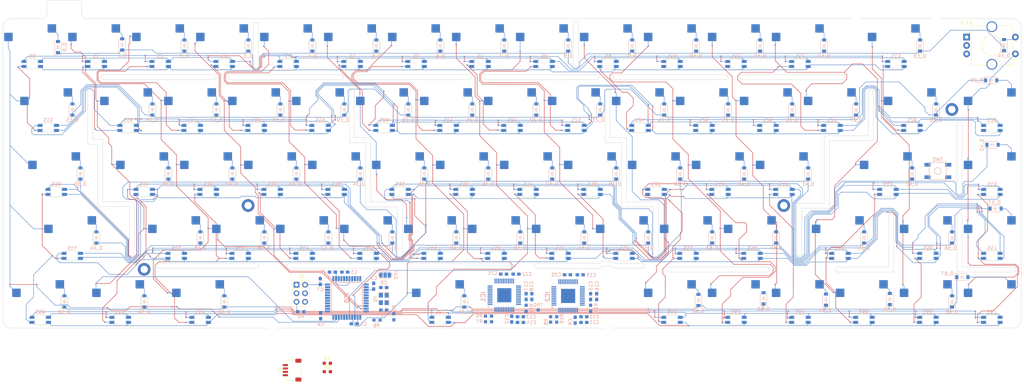
<source format=kicad_pcb>
(kicad_pcb (version 20211014) (generator pcbnew)
  (layers (0 "F.Cu" signal) (31 "B.Cu" signal) (34 "B.Paste" user) (35 "F.Paste" user) (36 "B.SilkS" user "B.Silkscreen") (37 "F.SilkS" user "F.Silkscreen") (38 "B.Mask" user) (39 "F.Mask" user) (44 "Edge.Cuts" user))
  (net 0 "")
  (net 1 "+5V")
  (net 2 "GND")
  (net 3 "LED_Row_B0")
  (net 4 "LED_Row_G0")
  (net 5 "LED_Row_R0")
  (net 6 "LED1_Col0")
  (net 7 "LED_Row_B1")
  (net 8 "LED_Row_G1")
  (net 9 "LED_Row_R1")
  (net 10 "LED_Row_B2")
  (net 11 "LED_Row_G2")
  (net 12 "LED_Row_R2")
  (net 13 "LED2_Col0")
  (net 14 "LED_Row_B3")
  (net 15 "LED_Row_G3")
  (net 16 "LED_Row_R3")
  (net 17 "LED_Row_B4")
  (net 18 "LED_Row_G4")
  (net 19 "LED_Row_R4")
  (net 20 "LED1_Col1")
  (net 21 "LED2_Col1")
  (net 22 "LED1_Col2")
  (net 23 "LED2_Col2")
  (net 24 "LED1_Col3")
  (net 25 "LED2_Col3")
  (net 26 "LED1_Col4")
  (net 27 "LED2_Col4")
  (net 28 "LED1_Col5")
  (net 29 "LED2_Col5")
  (net 30 "LED1_Col6")
  (net 31 "LED2_Col6")
  (net 32 "LED1_Col7")
  (net 33 "LED2_Col7")
  (net 34 "LED1_Col8")
  (net 35 "LED2_Col8")
  (net 36 "LED1_Col9")
  (net 37 "LED2_Col9")
  (net 38 "LED1_Col10")
  (net 39 "LED2_Col10")
  (net 40 "LED1_Col11")
  (net 41 "LED2_Col11")
  (net 42 "LED1_Col12")
  (net 43 "LED2_Col12")
  (net 44 "LED1_Col13")
  (net 45 "LED2_Col13")
  (net 46 "LED1_Col14")
  (net 47 "LED2_Col14")
  (net 48 "Row0")
  (net 49 "Net-(D_0-Pad2)")
  (net 50 "Net-(D_1-Pad2)")
  (net 51 "Net-(D_2-Pad2)")
  (net 52 "Net-(D_3-Pad2)")
  (net 53 "Net-(D_4-Pad2)")
  (net 54 "Net-(D_5-Pad2)")
  (net 55 "Net-(D_6-Pad2)")
  (net 56 "Net-(D_7-Pad2)")
  (net 57 "Net-(D_8-Pad2)")
  (net 58 "Net-(D_9-Pad2)")
  (net 59 "Net-(D_10-Pad2)")
  (net 60 "Net-(D_11-Pad2)")
  (net 61 "Net-(D_12-Pad2)")
  (net 62 "Net-(D_13-Pad2)")
  (net 63 "Net-(D_14-Pad2)")
  (net 64 "Row1")
  (net 65 "Net-(D_15-Pad2)")
  (net 66 "Net-(D_16-Pad2)")
  (net 67 "Net-(D_17-Pad2)")
  (net 68 "Net-(D_18-Pad2)")
  (net 69 "Net-(D_19-Pad2)")
  (net 70 "Net-(D_20-Pad2)")
  (net 71 "Net-(D_21-Pad2)")
  (net 72 "Net-(D_22-Pad2)")
  (net 73 "Net-(D_23-Pad2)")
  (net 74 "Net-(D_24-Pad2)")
  (net 75 "Net-(D_25-Pad2)")
  (net 76 "Net-(D_26-Pad2)")
  (net 77 "Net-(D_27-Pad2)")
  (net 78 "Net-(D_28-Pad2)")
  (net 79 "Net-(D_29-Pad2)")
  (net 80 "Row2")
  (net 81 "Net-(D_30-Pad2)")
  (net 82 "Net-(D_31-Pad2)")
  (net 83 "Net-(D_32-Pad2)")
  (net 84 "Net-(D_33-Pad2)")
  (net 85 "Net-(D_34-Pad2)")
  (net 86 "Net-(D_35-Pad2)")
  (net 87 "Net-(D_36-Pad2)")
  (net 88 "Net-(D_37-Pad2)")
  (net 89 "Net-(D_38-Pad2)")
  (net 90 "Net-(D_39-Pad2)")
  (net 91 "Net-(D_40-Pad2)")
  (net 92 "Net-(D_41-Pad2)")
  (net 93 "Net-(D_42-Pad2)")
  (net 94 "Net-(D_43-Pad2)")
  (net 95 "Row3")
  (net 96 "Net-(D_44-Pad2)")
  (net 97 "Net-(D_45-Pad2)")
  (net 98 "Net-(D_46-Pad2)")
  (net 99 "Net-(D_47-Pad2)")
  (net 100 "Net-(D_48-Pad2)")
  (net 101 "Net-(D_49-Pad2)")
  (net 102 "Net-(D_50-Pad2)")
  (net 103 "Net-(D_51-Pad2)")
  (net 104 "Net-(D_52-Pad2)")
  (net 105 "Net-(D_53-Pad2)")
  (net 106 "Net-(D_54-Pad2)")
  (net 107 "Net-(D_55-Pad2)")
  (net 108 "Net-(D_56-Pad2)")
  (net 109 "Net-(D_57-Pad2)")
  (net 110 "Row4")
  (net 111 "Net-(D_58-Pad2)")
  (net 112 "Net-(D_59-Pad2)")
  (net 113 "Net-(D_60-Pad2)")
  (net 114 "Net-(D_61-Pad2)")
  (net 115 "Net-(D_62-Pad2)")
  (net 116 "Net-(D_63-Pad2)")
  (net 117 "Net-(D_65-Pad2)")
  (net 118 "Net-(D_66-Pad2)")
  (net 119 "Net-(C0-Pad1)")
  (net 120 "Col9")
  (net 121 "SCK")
  (net 122 "MOSI")
  (net 123 "MISO")
  (net 124 "RESET_L")
  (net 125 "MCU_SCL")
  (net 126 "MCU_SDA")
  (net 127 "Col2")
  (net 128 "Col3")
  (net 129 "Col5")
  (net 130 "Col4")
  (net 131 "Col6")
  (net 132 "Col7")
  (net 133 "Col0")
  (net 134 "Col1")
  (net 135 "Col8")
  (net 137 "Col14")
  (net 138 "Col13")
  (net 139 "Col12")
  (net 140 "Col11")
  (net 141 "Col10")
  (net 142 "MCU_D-")
  (net 143 "MCU_D+")
  (net 144 "Net-(J1-Pad2)")
  (net 145 "Net-(J1-Pad3)")
  (net 146 "Net-(IC2-Pad47)")
  (net 147 "SHUTDOWN_JP")
  (net 148 "Net-(IC2-Pad35)")
  (net 156 "Net-(C1-Pad1)")
  (net 157 "Net-(C2-Pad1)")
  (net 167 "Net-(IC1-Pad35)")
  (net 168 "Net-(IC1-Pad40)")
  (net 170 "Net-(IC1-Pad47)")
  (net 171 "Net-(IC0-Pad9)")
  (net 172 "RE_B")
  (net 173 "RE_A")
  (net 178 "Net-(D_67-Pad2)")
  (net 179 "Net-(D_64-Pad2)")
  (footprint "MX_Hotswap:MX-Hotswap-1U" (layer "F.Cu") (at 76.2 28.575)
    (fp_text reference "K_18")
    (fp_text value "KEYSW")
  )
  (footprint "MX_Hotswap:MX-Hotswap-1U" (layer "F.Cu") (at 9.525 9.525)
    (fp_text reference "K_0")
    (fp_text value "KEYSW")
  )
  (footprint "MX_Hotswap:MX-Hotswap-1U" (layer "F.Cu") (at 276.225 85.725)
    (fp_text reference "K_66")
    (fp_text value "KEYSW")
  )
  (footprint "MX_Hotswap:MX-Hotswap-1U" (layer "F.Cu") (at 95.25 28.575)
    (fp_text reference "K_19")
    (fp_text value "KEYSW")
  )
  (footprint "MX_Hotswap:MX-Hotswap-1U" (layer "F.Cu") (at 138.1125 47.625)
    (fp_text reference "K_36")
    (fp_text value "KEYSW")
  )
  (footprint "MX_Hotswap:MX-Hotswap-6.25U-ReversedStabilizers" (layer "F.Cu") (at 130.9688 85.725)
    (fp_text reference "K_61")
    (fp_text value "KEYSW")
  )
  (footprint "MX_Hotswap:MX-Hotswap-1U" (layer "F.Cu") (at 176.2125 47.625)
    (fp_text reference "K_38")
    (fp_text value "KEYSW")
  )
  (footprint "MX_Hotswap:MX-Hotswap-1.75U" (layer "F.Cu") (at 250.0312 66.675)
    (fp_text reference "K_55")
    (fp_text value "KEYSW")
  )
  (footprint "MX_Hotswap:MX-Hotswap-1U" (layer "F.Cu") (at 233.3625 47.625)
    (fp_text reference "K_41")
    (fp_text value "KEYSW")
  )
  (footprint "MX_Hotswap:MX-Hotswap-2.25U" (layer "F.Cu") (at 21.4312 66.675)
    (fp_text reference "K_44")
    (fp_text value "KEYSW")
  )
  (footprint "MX_Hotswap:MX-Hotswap-1U" (layer "F.Cu") (at 195.2625 47.625)
    (fp_text reference "K_39")
    (fp_text value "KEYSW")
  )
  (footprint "MX_Hotswap:MX-Hotswap-1.5U" (layer "F.Cu") (at 14.2875 28.575)
    (fp_text reference "K_15")
    (fp_text value "KEYSW")
  )
  (footprint "MX_Hotswap:MX-Hotswap-1U" (layer "F.Cu") (at 152.4 28.575)
    (fp_text reference "K_22")
    (fp_text value "KEYSW")
  )
  (footprint "MX_Hotswap:MX-Hotswap-1U" (layer "F.Cu") (at 133.35 28.575)
    (fp_text reference "K_21")
    (fp_text value "KEYSW")
  )
  (footprint "MX_Hotswap:MX-Hotswap-1U" (layer "F.Cu") (at 52.3875 66.675)
    (fp_text reference "K_45")
    (fp_text value "KEYSW")
  )
  (footprint "MX_Hotswap:MX-Hotswap-1U" (layer "F.Cu") (at 200.025 9.525)
    (fp_text reference "K_10")
    (fp_text value "KEYSW")
  )
  (footprint "Connector_PinHeader_2.54mm:PinHeader_2x03_P2.54mm_Vertical" (layer "F.Cu") (at 88.225 80.775)
    (fp_text reference "J0")
    (fp_text value "Conn_02x03_Odd_Even")
  )
  (footprint "MX_Hotswap:MX-Hotswap-1U" (layer "F.Cu") (at 276.225 66.675)
    (fp_text reference "K_56")
    (fp_text value "KEYSW")
  )
  (footprint "MX_Hotswap:MX-Hotswap-1U" (layer "F.Cu") (at 219.075 9.525)
    (fp_text reference "K_11")
    (fp_text value "KEYSW")
  )
  (footprint "MX_Hotswap:MX-Hotswap-1U" (layer "F.Cu") (at 219.075 85.725)
    (fp_text reference "K_63")
    (fp_text value "KEYSW")
  )
  (footprint "MX_Hotswap:MX-Hotswap-1.5U" (layer "F.Cu") (at 271.4625 28.575)
    (fp_text reference "K_28")
    (fp_text value "KEYSW")
  )
  (footprint "MX_Hotswap:MX-Hotswap-1U" (layer "F.Cu") (at 166.6875 66.675)
    (fp_text reference "K_51")
    (fp_text value "KEYSW")
  )
  (footprint "MX_Hotswap:MX-Hotswap-1U" (layer "F.Cu") (at 185.7375 66.675)
    (fp_text reference "K_52")
    (fp_text value "KEYSW")
  )
  (footprint "Connector_JST:JST_SH_SM04B-SRSS-TB_1x04-1MP_P1.00mm_Horizontal" (layer "F.Cu") (at 86.9 106.2 90)
    (fp_text reference "J1")
    (fp_text value "Conn_01x04")
  )
  (footprint "MX_Hotswap:MX-Hotswap-1U" (layer "F.Cu") (at 147.6375 66.675)
    (fp_text reference "K_50")
    (fp_text value "KEYSW")
  )
  (footprint "MX_Hotswap:MX-Hotswap-1.25U" (layer "F.Cu") (at 11.9062 85.725)
    (fp_text reference "K_58")
    (fp_text value "KEYSW")
  )
  (footprint "MX_Hotswap:MX-Hotswap-1U" (layer "F.Cu") (at 104.775 9.525)
    (fp_text reference "K_5")
    (fp_text value "KEYSW")
  )
  (footprint "MX_Hotswap:MX-Hotswap-1U" (layer "F.Cu") (at 128.5875 66.675)
    (fp_text reference "K_49")
    (fp_text value "KEYSW")
  )
  (footprint "MX_Hotswap:MX-Hotswap-1U" (layer "F.Cu") (at 123.825 9.525)
    (fp_text reference "K_6")
    (fp_text value "KEYSW")
  )
  (footprint "MX_Hotswap:MX-Hotswap-1U" (layer "F.Cu") (at 295.275 85.725)
    (fp_text reference "K_67")
    (fp_text value "KEYSW")
  )
  (footprint "MX_Hotswap:MX-Hotswap-1U" (layer "F.Cu") (at 238.125 9.525)
    (fp_text reference "K_12")
    (fp_text value "KEYSW")
  )
  (footprint "MX_Hotswap:MX-Hotswap-1U" (layer "F.Cu") (at 295.275 28.575)
    (fp_text reference "K_29")
    (fp_text value "KEYSW")
  )
  (footprint "MX_Hotswap:MX-Hotswap-2U" (layer "F.Cu") (at 266.7 9.525)
    (fp_text reference "K_13")
    (fp_text value "KEYSW")
  )
  (footprint "MX_Hotswap:MX-Hotswap-1U" (layer "F.Cu") (at 109.5375 66.675)
    (fp_text reference "K_48")
    (fp_text value "KEYSW")
  )
  (footprint "Resistor_SMD:R_0603_1608Metric_Pad0.98x0.95mm_HandSolder" (layer "F.Cu") (at 97.4 106.66)
    (fp_text reference "R2")
    (fp_text value "22")
  )
  (footprint "MX_Hotswap:MX-Hotswap-1U" (layer "F.Cu") (at 66.675 9.525)
    (fp_text reference "K_3")
    (fp_text value "KEYSW")
  )
  (footprint "MX_Hotswap:MX-Hotswap-1U" (layer "F.Cu") (at 238.125 85.725)
    (fp_text reference "K_64")
    (fp_text value "KEYSW")
  )
  (footprint "MX_Hotswap:MX-Hotswap-1U" (layer "F.Cu") (at 119.0625 47.625)
    (fp_text reference "K_35")
    (fp_text value "KEYSW")
  )
  (footprint "MX_Hotswap:MX-Hotswap-1U" (layer "F.Cu") (at 200.025 85.725)
    (fp_text reference "K_62")
    (fp_text value "KEYSW")
  )
  (footprint "MX_Hotswap:MX-Hotswap-1U" (layer "F.Cu") (at 157.1625 47.625)
    (fp_text reference "K_37")
    (fp_text value "KEYSW")
  )
  (footprint "MX_Hotswap:MX-Hotswap-1U" (layer "F.Cu") (at 100.0125 47.625)
    (fp_text reference "K_34")
    (fp_text value "KEYSW")
  )
  (footprint "MX_Hotswap:MX-Hotswap-1U" (layer "F.Cu") (at 57.15 28.575)
    (fp_text reference "K_17")
    (fp_text value "KEYSW")
  )
  (footprint "MX_Hotswap:MX-Hotswap-2.25U" (layer "F.Cu") (at 264.3188 47.625)
    (fp_text reference "K_42")
    (fp_text value "KEYSW")
  )
  (footprint "MX_Hotswap:MX-Hotswap-1U" (layer "F.Cu") (at 295.275 47.625)
    (fp_text reference "K_43")
    (fp_text value "KEYSW")
  )
  (footprint "MountingHole:MountingHole_2.2mm_M2_DIN965_Pad_TopBottom" (layer "F.Cu") (at 233.318 57.182)
    (fp_text reference "H1" hide)
    (fp_text value "MountingHole_Pad")
  )
  (footprint "MX_Hotswap:MX-Hotswap-1U" (layer "F.Cu") (at 61.9125 47.625)
    (fp_text reference "K_32")
    (fp_text value "KEYSW")
  )
  (footprint "MX_Hotswap:MX-Hotswap-1U" (layer "F.Cu") (at 257.175 85.725)
    (fp_text reference "K_65")
    (fp_text value "KEYSW")
  )
  (footprint "MX_Hotswap:MX-Hotswap-1U" (layer "F.Cu") (at 161.925 9.525)
    (fp_text reference "K_8")
    (fp_text value "KEYSW")
  )
  (footprint "MountingHole:MountingHole_2.2mm_M2_DIN965_Pad_TopBottom" (layer "F.Cu") (at 73.806 57.182)
    (fp_text reference "H2" hide)
    (fp_text value "MountingHole_Pad")
  )
  (footprint "MX_Hotswap:MX-Hotswap-1U" (layer "F.Cu") (at 80.9625 47.625)
    (fp_text reference "K_33")
    (fp_text value "KEYSW")
  )
  (footprint "MX_Hotswap:MX-Hotswap-1U" (layer "F.Cu") (at 142.875 9.525)
    (fp_text reference "K_7")
    (fp_text value "KEYSW")
  )
  (footprint "Resistor_SMD:R_0603_1608Metric_Pad0.98x0.95mm_HandSolder" (layer "F.Cu") (at 97.4 104.15)
    (fp_text reference "R1")
    (fp_text value "22")
  )
  (footprint "MX_Hotswap:MX-Hotswap-1U" (layer "F.Cu") (at 47.625 9.525)
    (fp_text reference "K_2")
    (fp_text value "KEYSW")
  )
  (footprint "MX_Hotswap:MX-Hotswap-1U" (layer "F.Cu") (at 171.45 28.575)
    (fp_text reference "K_23")
    (fp_text value "KEYSW")
  )
  (footprint "MX_Hotswap:MX-Hotswap-1.25U" (layer "F.Cu") (at 59.5312 85.725)
    (fp_text reference "K_60")
    (fp_text value "KEYSW")
  )
  (footprint "MX_Hotswap:MX-Hotswap-1U" (layer "F.Cu") (at 42.8625 47.625)
    (fp_text reference "K_31")
    (fp_text value "KEYSW")
  )
  (footprint "MX_Hotswap:MX-Hotswap-1U" (layer "F.Cu") (at 209.55 28.575)
    (fp_text reference "K_25")
    (fp_text value "KEYSW")
  )
  (footprint "MX_Hotswap:MX-Hotswap-1.75U" (layer "F.Cu") (at 16.6687 47.625)
    (fp_text reference "K_30")
    (fp_text value "KEYSW")
  )
  (footprint "mini-general-tweaks:RotaryEncoder_Alps_EC11E-Switch-Vertical-EDIT" (layer "F.Cu") (at 295.275 9.525)
    (fp_text reference "K_14")
    (fp_text value "EC11")
  )
  (footprint "MX_Hotswap:MX-Hotswap-1U" (layer "F.Cu") (at 38.1 28.575)
    (fp_text reference "K_16")
    (fp_text value "KEYSW")
  )
  (footprint "MX_Hotswap:MX-Hotswap-1U" (layer "F.Cu") (at 85.725 9.525)
    (fp_text reference "K_4")
    (fp_text value "KEYSW")
  )
  (footprint "MX_Hotswap:MX-Hotswap-1U" (layer "F.Cu") (at 295.275 66.675)
    (fp_text reference "K_57")
    (fp_text value "KEYSW")
  )
  (footprint "MountingHole:MountingHole_2.2mm_M2_DIN965_Pad_TopBottom" (layer "F.Cu") (at 283.369 28.575)
    (fp_text reference "H3" hide)
    (fp_text value "MountingHole_Pad")
  )
  (footprint "MX_Hotswap:MX-Hotswap-1.25U" (layer "F.Cu") (at 35.7188 85.725)
    (fp_text reference "K_59")
    (fp_text value "KEYSW")
  )
  (footprint "MX_Hotswap:MX-Hotswap-1U" (layer "F.Cu") (at 90.4875 66.675)
    (fp_text reference "K_47")
    (fp_text value "KEYSW")
  )
  (footprint "MountingHole:MountingHole_2.2mm_M2_DIN965_Pad_TopBottom" (layer "F.Cu") (at 42.8625 76.2)
    (fp_text reference "H0" hide)
    (fp_text value "MountingHole_Pad")
  )
  (footprint "MX_Hotswap:MX-Hotswap-1U" (layer "F.Cu") (at 247.65 28.575)
    (fp_text reference "K_27")
    (fp_text value "KEYSW")
  )
  (footprint "MX_Hotswap:MX-Hotswap-1U" (layer "F.Cu") (at 190.5 28.575)
    (fp_text reference "K_24")
    (fp_text value "KEYSW")
  )
  (footprint "MX_Hotswap:MX-Hotswap-1U" (layer "F.Cu") (at 223.8375 66.675)
    (fp_text reference "K_54")
    (fp_text value "KEYSW")
  )
  (footprint "MX_Hotswap:MX-Hotswap-1U" (layer "F.Cu") (at 114.3 28.575)
    (fp_text reference "K_20")
    (fp_text value "KEYSW")
  )
  (footprint "MX_Hotswap:MX-Hotswap-1U" (layer "F.Cu") (at 28.575 9.525)
    (fp_text reference "K_1")
    (fp_text value "KEYSW")
  )
  (footprint "MX_Hotswap:MX-Hotswap-1U" (layer "F.Cu") (at 228.6 28.575)
    (fp_text reference "K_26")
    (fp_text value "KEYSW")
  )
  (footprint "MX_Hotswap:MX-Hotswap-1U" (layer "F.Cu") (at 204.7875 66.675)
    (fp_text reference "K_53")
    (fp_text value "KEYSW")
  )
  (footprint "MX_Hotswap:MX-Hotswap-1U" (layer "F.Cu") (at 180.975 9.525)
    (fp_text reference "K_9")
    (fp_text value "KEYSW")
  )
  (footprint "MX_Hotswap:MX-Hotswap-1U" (layer "F.Cu") (at 214.3125 47.625)
    (fp_text reference "K_40")
    (fp_text value "KEYSW")
  )
  (footprint "MX_Hotswap:MX-Hotswap-1U" (layer "F.Cu") (at 71.4375 66.675)
    (fp_text reference "K_46")
    (fp_text value "KEYSW")
  )
  (footprint "random-keyboard-parts:D_SOD-123-Pretty" (layer "B.Cu") (at 207.225 9.525 90)
    (fp_text reference "D_10")
    (fp_text value "D")
  )
  (footprint "random-keyboard-parts:QBLP677R-RGB-square_cutout" (layer "B.Cu") (at 157.1625 53.125)
    (fp_text reference "S37")
    (fp_text value "QBLP677R-RGB")
    (fp_line (start -1.7 1.5) (end -1.7 -1.5) (layer "Edge.Cuts") (width 0.12))
    (fp_line (start -1.7 -1.5) (end 1.7 -1.5) (layer "Edge.Cuts") (width 0.12))
    (fp_line (start 1.7 1.5) (end -1.7 1.5) (layer "Edge.Cuts") (width 0.12))
    (fp_line (start 1.7 -1.5) (end 1.7 1.5) (layer "Edge.Cuts") (width 0.12))
  )
  (footprint "random-keyboard-parts:D_SOD-123-Pretty" (layer "B.Cu") (at 64.35 28.575 90)
    (fp_text reference "D_17")
    (fp_text value "D")
  )
  (footprint "random-keyboard-parts:D_SOD-123-Pretty" (layer "B.Cu") (at 97.6875 66.675 90)
    (fp_text reference "D_47")
    (fp_text value "D")
  )
  (footprint "random-keyboard-parts:D_SOD-123-Pretty" (layer "B.Cu") (at 257.2312 66.675 90)
    (fp_text reference "D_55")
    (fp_text value "D")
  )
  (footprint "random-keyboard-parts:D_SOD-123-Pretty" (layer "B.Cu") (at 50.0625 47.625 90)
    (fp_text reference "D_31")
    (fp_text value "D")
  )
  (footprint "random-keyboard-parts:QBLP677R-RGB-square_cutout" (layer "B.Cu") (at 276.225 91.225)
    (fp_text reference "S66")
    (fp_text value "QBLP677R-RGB")
    (fp_line (start -1.7 -1.5) (end 1.7 -1.5) (layer "Edge.Cuts") (width 0.12))
    (fp_line (start 1.7 -1.5) (end 1.7 1.5) (layer "Edge.Cuts") (width 0.12))
    (fp_line (start 1.7 1.5) (end -1.7 1.5) (layer "Edge.Cuts") (width 0.12))
    (fp_line (start -1.7 1.5) (end -1.7 -1.5) (layer "Edge.Cuts") (width 0.12))
  )
  (footprint "random-keyboard-parts:D_SOD-123-Pretty" (layer "B.Cu") (at 211.9875 66.675 90)
    (fp_text reference "D_53")
    (fp_text value "D")
  )
  (footprint "Capacitor_SMD:C_0603_1608Metric_Pad1.08x0.95mm_HandSolder" (layer "B.Cu") (at 175.8 84.3 -90)
    (fp_text reference "C15")
    (fp_text value "0.47u")
  )
  (footprint "Capacitor_SMD:C_0603_1608Metric_Pad1.08x0.95mm_HandSolder" (layer "B.Cu") (at 95.4 90 -90)
    (fp_text reference "C6")
    (fp_text value "0.1u")
  )
  (footprint "random-keyboard-parts:D_SOD-123-Pretty" (layer "B.Cu") (at 102.45 28.575 90)
    (fp_text reference "D_19")
    (fp_text value "D")
  )
  (footprint "random-keyboard-parts:D_SOD-123-Pretty" (layer "B.Cu") (at 21.4875 28.575 90)
    (fp_text reference "D_15")
    (fp_text value "D")
  )
  (footprint "Capacitor_SMD:C_0603_1608Metric_Pad1.08x0.95mm_HandSolder" (layer "B.Cu") (at 156.6 84.3 -90)
    (fp_text reference "C17")
    (fp_text value "0.47u")
  )
  (footprint "random-keyboard-parts:QBLP677R-RGB-square_cutout" (layer "B.Cu") (at 204.7875 72.175)
    (fp_text reference "S53")
    (fp_text value "QBLP677R-RGB")
    (fp_line (start 1.7 -1.5) (end 1.7 1.5) (layer "Edge.Cuts") (width 0.12))
    (fp_line (start 1.7 1.5) (end -1.7 1.5) (layer "Edge.Cuts") (width 0.12))
    (fp_line (start -1.7 -1.5) (end 1.7 -1.5) (layer "Edge.Cuts") (width 0.12))
    (fp_line (start -1.7 1.5) (end -1.7 -1.5) (layer "Edge.Cuts") (width 0.12))
  )
  (footprint "random-keyboard-parts:QBLP677R-RGB-square_cutout" (layer "B.Cu") (at 209.55 34.075)
    (fp_text reference "S25")
    (fp_text value "QBLP677R-RGB")
    (fp_line (start 1.7 -1.5) (end 1.7 1.5) (layer "Edge.Cuts") (width 0.12))
    (fp_line (start -1.7 -1.5) (end 1.7 -1.5) (layer "Edge.Cuts") (width 0.12))
    (fp_line (start 1.7 1.5) (end -1.7 1.5) (layer "Edge.Cuts") (width 0.12))
    (fp_line (start -1.7 1.5) (end -1.7 -1.5) (layer "Edge.Cuts") (width 0.12))
  )
  (footprint "random-keyboard-parts:D_SOD-123-Pretty" (layer "B.Cu") (at 271.5188 47.625 90)
    (fp_text reference "D_42")
    (fp_text value "D")
  )
  (footprint "random-keyboard-parts:QBLP677R-RGB-square_cutout" (layer "B.Cu") (at 257.175 91.225)
    (fp_text reference "S65")
    (fp_text value "QBLP677R-RGB")
    (fp_line (start 1.7 -1.5) (end 1.7 1.5) (layer "Edge.Cuts") (width 0.12))
    (fp_line (start -1.7 1.5) (end -1.7 -1.5) (layer "Edge.Cuts") (width 0.12))
    (fp_line (start -1.7 -1.5) (end 1.7 -1.5) (layer "Edge.Cuts") (width 0.12))
    (fp_line (start 1.7 1.5) (end -1.7 1.5) (layer "Edge.Cuts") (width 0.12))
  )
  (footprint "random-keyboard-parts:D_SOD-123-Pretty" (layer "B.Cu") (at 78.6375 66.675 90)
    (fp_text reference "D_46")
    (fp_text value "D")
  )
  (footprint "random-keyboard-parts:QBLP677R-RGB-square_cutout" (layer "B.Cu") (at 138.1125 53.125)
    (fp_text reference "S36")
    (fp_text value "QBLP677R-RGB")
    (fp_line (start 1.7 -1.5) (end 1.7 1.5) (layer "Edge.Cuts") (width 0.12))
    (fp_line (start -1.7 1.5) (end -1.7 -1.5) (layer "Edge.Cuts") (width 0.12))
    (fp_line (start 1.7 1.5) (end -1.7 1.5) (layer "Edge.Cuts") (width 0.12))
    (fp_line (start -1.7 -1.5) (end 1.7 -1.5) (layer "Edge.Cuts") (width 0.12))
  )
  (footprint "Capacitor_SMD:C_0603_1608Metric_Pad1.08x0.95mm_HandSolder" (layer "B.Cu") (at 171.2 91.3 -90)
    (fp_text reference "C9")
    (fp_text value "0.47u")
  )
  (footprint "random-keyboard-parts:QBLP677R-RGB-square_cutout" (layer "B.Cu") (at 100.0125 53.125)
    (fp_text reference "S34")
    (fp_text value "QBLP677R-RGB")
    (fp_line (start 1.7 1.5) (end -1.7 1.5) (layer "Edge.Cuts") (width 0.12))
    (fp_line (start -1.7 -1.5) (end 1.7 -1.5) (layer "Edge.Cuts") (width 0.12))
    (fp_line (start -1.7 1.5) (end -1.7 -1.5) (layer "Edge.Cuts") (width 0.12))
    (fp_line (start 1.7 -1.5) (end 1.7 1.5) (layer "Edge.Cuts") (width 0.12))
  )
  (footprint "Capacitor_SMD:C_0603_1608Metric_Pad1.08x0.95mm_HandSolder" (layer "B.Cu") (at 177.6 84.3 -90)
    (fp_text reference "C16")
    (fp_text value "0.1u")
  )
  (footprint "random-keyboard-parts:QBLP677R-RGB-square_cutout" (layer "B.Cu") (at 250.0312 72.175)
    (fp_text reference "S55")
    (fp_text value "QBLP677R-RGB")
    (fp_line (start 1.7 1.5) (end -1.7 1.5) (layer "Edge.Cuts") (width 0.12))
    (fp_line (start -1.7 -1.5) (end 1.7 -1.5) (layer "Edge.Cuts") (width 0.12))
    (fp_line (start -1.7 1.5) (end -1.7 -1.5) (layer "Edge.Cuts") (width 0.12))
    (fp_line (start 1.7 -1.5) (end 1.7 1.5) (layer "Edge.Cuts") (width 0.12))
  )
  (footprint "Resistor_SMD:R_0603_1608Metric_Pad0.98x0.95mm_HandSolder" (layer "B.Cu") (at 164.8 90.3)
    (fp_text reference "R10")
    (fp_text value "100k")
  )
  (footprint "Capacitor_SMD:C_0603_1608Metric_Pad1.08x0.95mm_HandSolder" (layer "B.Cu") (at 168.9 77.8 180)
    (fp_text reference "C20")
    (fp_text value "0.1u")
  )
  (footprint "random-keyboard-parts:QBLP677R-RGB-square_cutout" (layer "B.Cu") (at 130.9688 91.225)
    (fp_text reference "S61")
    (fp_text value "QBLP677R-RGB")
    (fp_line (start 1.7 -1.5) (end 1.7 1.5) (layer "Edge.Cuts") (width 0.12))
    (fp_line (start -1.7 1.5) (end -1.7 -1.5) (layer "Edge.Cuts") (width 0.12))
    (fp_line (start 1.7 1.5) (end -1.7 1.5) (layer "Edge.Cuts") (width 0.12))
    (fp_line (start -1.7 -1.5) (end 1.7 -1.5) (layer "Edge.Cuts") (width 0.12))
  )
  (footprint "random-keyboard-parts:QBLP677R-RGB-square_cutout" (layer "B.Cu") (at 59.5312 91.225)
    (fp_text reference "S60")
    (fp_text value "QBLP677R-RGB")
    (fp_line (start 1.7 1.5) (end -1.7 1.5) (layer "Edge.Cuts") (width 0.12))
    (fp_line (start 1.7 -1.5) (end 1.7 1.5) (layer "Edge.Cuts") (width 0.12))
    (fp_line (start -1.7 -1.5) (end 1.7 -1.5) (layer "Edge.Cuts") (width 0.12))
    (fp_line (start -1.7 1.5) (end -1.7 -1.5) (layer "Edge.Cuts") (width 0.12))
  )
  (footprint "random-keyboard-parts:QBLP677R-RGB-square_cutout" (layer "B.Cu") (at 109.5375 72.175)
    (fp_text reference "S48")
    (fp_text value "QBLP677R-RGB")
    (fp_line (start -1.7 -1.5) (end 1.7 -1.5) (layer "Edge.Cuts") (width 0.12))
    (fp_line (start 1.7 -1.5) (end 1.7 1.5) (layer "Edge.Cuts") (width 0.12))
    (fp_line (start -1.7 1.5) (end -1.7 -1.5) (layer "Edge.Cuts") (width 0.12))
    (fp_line (start 1.7 1.5) (end -1.7 1.5) (layer "Edge.Cuts") (width 0.12))
  )
  (footprint "random-keyboard-parts:D_SOD-123-Pretty" (layer "B.Cu") (at 254.85 28.575 90)
    (fp_text reference "D_27")
    (fp_text value "D")
  )
  (footprint "random-keyboard-parts:QBLP677R-RGB-square_cutout" (layer "B.Cu") (at 266.7 15.025)
    (fp_text reference "S13")
    (fp_text value "QBLP677R-RGB")
    (fp_line (start -1.7 -1.5) (end 1.7 -1.5) (layer "Edge.Cuts") (width 0.12))
    (fp_line (start -1.7 1.5) (end -1.7 -1.5) (layer "Edge.Cuts") (width 0.12))
    (fp_line (start 1.7 1.5) (end -1.7 1.5) (layer "Edge.Cuts") (width 0.12))
    (fp_line (start 1.7 -1.5) (end 1.7 1.5) (layer "Edge.Cuts") (width 0.12))
  )
  (footprint "random-keyboard-parts:QBLP677R-RGB-square_cutout" (layer "B.Cu") (at 228.6 34.075)
    (fp_text reference "S26")
    (fp_text value "QBLP677R-RGB")
    (fp_line (start 1.7 1.5) (end -1.7 1.5) (layer "Edge.Cuts") (width 0.12))
    (fp_line (start -1.7 -1.5) (end 1.7 -1.5) (layer "Edge.Cuts") (width 0.12))
    (fp_line (start -1.7 1.5) (end -1.7 -1.5) (layer "Edge.Cuts") (width 0.12))
    (fp_line (start 1.7 -1.5) (end 1.7 1.5) (layer "Edge.Cuts") (width 0.12))
  )
  (footprint "random-keyboard-parts:QBLP677R-RGB-square_cutout" (layer "B.Cu") (at 133.35 34.075)
    (fp_text reference "S21")
    (fp_text value "QBLP677R-RGB")
    (fp_line (start 1.7 -1.5) (end 1.7 1.5) (layer "Edge.Cuts") (width 0.12))
    (fp_line (start 1.7 1.5) (end -1.7 1.5) (layer "Edge.Cuts") (width 0.12))
    (fp_line (start -1.7 -1.5) (end 1.7 -1.5) (layer "Edge.Cuts") (width 0.12))
    (fp_line (start -1.7 1.5) (end -1.7 -1.5) (layer "Edge.Cuts") (width 0.12))
  )
  (footprint "random-keyboard-parts:D_SOD-123-Pretty" (layer "B.Cu") (at 69.1125 47.625 90)
    (fp_text reference "D_32")
    (fp_text value "D")
  )
  (footprint "random-keyboard-parts:QBLP677R-RGB-square_cutout" (layer "B.Cu") (at 71.4375 72.175)
    (fp_text reference "S46")
    (fp_text value "QBLP677R-RGB")
    (fp_line (start -1.7 -1.5) (end 1.7 -1.5) (layer "Edge.Cuts") (width 0.12))
    (fp_line (start 1.7 -1.5) (end 1.7 1.5) (layer "Edge.Cuts") (width 0.12))
    (fp_line (start 1.7 1.5) (end -1.7 1.5) (layer "Edge.Cuts") (width 0.12))
    (fp_line (start -1.7 1.5) (end -1.7 -1.5) (layer "Edge.Cuts") (width 0.12))
  )
  (footprint "random-keyboard-parts:D_SOD-123-Pretty" (layer "B.Cu") (at 202.4625 47.625 90)
    (fp_text reference "D_39")
    (fp_text value "D")
  )
  (footprint "random-keyboard-parts:QBLP677R-RGB-square_cutout" (layer "B.Cu") (at 90.4875 72.175)
    (fp_text reference "S47")
    (fp_text value "QBLP677R-RGB")
    (fp_line (start -1.7 1.5) (end -1.7 -1.5) (layer "Edge.Cuts") (width 0.12))
    (fp_line (start 1.7 -1.5) (end 1.7 1.5) (layer "Edge.Cuts") (width 0.12))
    (fp_line (start 1.7 1.5) (end -1.7 1.5) (layer "Edge.Cuts") (width 0.12))
    (fp_line (start -1.7 -1.5) (end 1.7 -1.5) (layer "Edge.Cuts") (width 0.12))
  )
  (footprint "random-keyboard-parts:QBLP677R-RGB-square_cutout" (layer "B.Cu") (at 35.7188 91.225)
    (fp_text reference "S59")
    (fp_text value "QBLP677R-RGB")
    (fp_line (start -1.7 -1.5) (end 1.7 -1.5) (layer "Edge.Cuts") (width 0.12))
    (fp_line (start 1.7 1.5) (end -1.7 1.5) (layer "Edge.Cuts") (width 0.12))
    (fp_line (start -1.7 1.5) (end -1.7 -1.5) (layer "Edge.Cuts") (width 0.12))
    (fp_line (start 1.7 -1.5) (end 1.7 1.5) (layer "Edge.Cuts") (width 0.12))
  )
  (footprint "random-keyboard-parts:QBLP677R-RGB-square_cutout" (layer "B.Cu") (at 80.9625 53.125)
    (fp_text reference "S33")
    (fp_text value "QBLP677R-RGB")
    (fp_line (start -1.7 -1.5) (end 1.7 -1.5) (layer "Edge.Cuts") (width 0.12))
    (fp_line (start -1.7 1.5) (end -1.7 -1.5) (layer "Edge.Cuts") (width 0.12))
    (fp_line (start 1.7 -1.5) (end 1.7 1.5) (layer "Edge.Cuts") (width 0.12))
    (fp_line (start 1.7 1.5) (end -1.7 1.5) (layer "Edge.Cuts") (width 0.12))
  )
  (footprint "random-keyboard-parts:D_SOD-123-Pretty" (layer "B.Cu") (at 140.55 28.575 90)
    (fp_text reference "D_21")
    (fp_text value "D")
  )
  (footprint "random-keyboard-parts:D_SOD-123-Pretty" (layer "B.Cu") (at 54.825 9.525 90)
    (fp_text reference "D_2")
    (fp_text value "D")
  )
  (footprint "random-keyboard-parts:QBLP677R-RGB-square_cutout" (layer "B.Cu") (at 95.25 34.075)
    (fp_text reference "S19")
    (fp_text value "QBLP677R-RGB")
    (fp_line (start 1.7 1.5) (end -1.7 1.5) (layer "Edge.Cuts") (width 0.12))
    (fp_line (start -1.7 -1.5) (end 1.7 -1.5) (layer "Edge.Cuts") (width 0.12))
    (fp_line (start -1.7 1.5) (end -1.7 -1.5) (layer "Edge.Cuts") (width 0.12))
    (fp_line (start 1.7 -1.5) (end 1.7 1.5) (layer "Edge.Cuts") (width 0.12))
  )
  (footprint "random-keyboard-parts:D_SOD-123-Pretty" (layer "B.Cu") (at 273.9 9.525 90)
    (fp_text reference "D_13")
    (fp_text value "D")
  )
  (footprint "random-keyboard-parts:D_SOD-123-Pretty" (layer "B.Cu") (at 231.0375 66.675 90)
    (fp_text reference "D_54")
    (fp_text value "D")
  )
  (footprint "random-keyboard-parts:D_SOD-123-Pretty" (layer "B.Cu") (at 278.6625 28.575 90)
    (fp_text reference "D_28")
    (fp_text value "D")
  )
  (footprint "random-keyboard-parts:D_SOD-123-Pretty" (layer "B.Cu") (at 226.275 9.525 90)
    (fp_text reference "D_11")
    (fp_text value "D")
  )
  (footprint "random-keyboard-parts:QBLP677R-RGB-square_cutout" (layer "B.Cu") (at 161.925 15.025)
    (fp_text reference "S8")
    (fp_text value "QBLP677R-RGB")
    (fp_line (start 1.7 -1.5) (end 1.7 1.5) (layer "Edge.Cuts") (width 0.12))
    (fp_line (start -1.7 -1.5) (end 1.7 -1.5) (layer "Edge.Cuts") (width 0.12))
    (fp_line (start -1.7 1.5) (end -1.7 -1.5) (layer "Edge.Cuts") (width 0.12))
    (fp_line (start 1.7 1.5) (end -1.7 1.5) (layer "Edge.Cuts") (width 0.12))
  )
  (footprint "random-keyboard-parts:QBLP677R-RGB-square_cutout" (layer "B.Cu") (at 85.725 15.025)
    (fp_text reference "S4")
    (fp_text value "QBLP677R-RGB")
    (fp_line (start -1.7 -1.5) (end 1.7 -1.5) (layer "Edge.Cuts") (width 0.12))
    (fp_line (start -1.7 1.5) (end -1.7 -1.5) (layer "Edge.Cuts") (width 0.12))
    (fp_line (start 1.7 1.5) (end -1.7 1.5) (layer "Edge.Cuts") (width 0.12))
    (fp_line (start 1.7 -1.5) (end 1.7 1.5) (layer "Edge.Cuts") (width 0.12))
  )
  (footprint "Capacitor_SMD:C_0603_1608Metric_Pad1.08x0.95mm_HandSolder" (layer "B.Cu") (at 114.2 88.3)
    (fp_text reference "C2")
    (fp_text value "1u")
  )
  (footprint "random-keyboard-parts:D_SOD-123-Pretty" (layer "B.Cu") (at 19.1062 85.725 90)
    (fp_text reference "D_58")
    (fp_text value "D")
  )
  (footprint "random-keyboard-parts:QBLP677R-RGB-square_cutout" (layer "B.Cu") (at 47.625 15.025)
    (fp_text reference "S2")
    (fp_text value "QBLP677R-RGB")
    (fp_line (start 1.7 1.5) (end -1.7 1.5) (layer "Edge.Cuts") (width 0.12))
    (fp_line (start -1.7 -1.5) (end 1.7 -1.5) (layer "Edge.Cuts") (width 0.12))
    (fp_line (start -1.7 1.5) (end -1.7 -1.5) (layer "Edge.Cuts") (width 0.12))
    (fp_line (start 1.7 -1.5) (end 1.7 1.5) (layer "Edge.Cuts") (width 0.12))
  )
  (footprint "random-keyboard-parts:D_SOD-123-Pretty" (layer "B.Cu") (at 295.5 39.1)
    (fp_text reference "D_43")
    (fp_text value "D")
  )
  (footprint "random-keyboard-parts:QBLP677R-RGB-square_cutout" (layer "B.Cu") (at 11.9062 91.225)
    (fp_text reference "S58")
    (fp_text value "QBLP677R-RGB")
    (fp_line (start -1.7 1.5) (end -1.7 -1.5) (layer "Edge.Cuts") (width 0.12))
    (fp_line (start -1.7 -1.5) (end 1.7 -1.5) (layer "Edge.Cuts") (width 0.12))
    (fp_line (start 1.7 1.5) (end -1.7 1.5) (layer "Edge.Cuts") (width 0.12))
    (fp_line (start 1.7 -1.5) (end 1.7 1.5) (layer "Edge.Cuts") (width 0.12))
  )
  (footprint "random-keyboard-parts:D_SOD-123-Pretty" (layer "B.Cu") (at 59.5875 66.675 90)
    (fp_text reference "D_45")
    (fp_text value "D")
  )
  (footprint "Capacitor_SMD:C_0603_1608Metric_Pad1.08x0.95mm_HandSolder" (layer "B.Cu") (at 173.8 90.3)
    (fp_text reference "C10")
    (fp_text value "0.47u")
  )
  (footprint "random-keyboard-parts:QBLP677R-RGB-square_cutout" (layer "B.Cu") (at 152.4 34.075)
    (fp_text reference "S22")
    (fp_text value "QBLP677R-RGB")
    (fp_line (start -1.7 -1.5) (end 1.7 -1.5) (layer "Edge.Cuts") (width 0.12))
    (fp_line (start -1.7 1.5) (end -1.7 -1.5) (layer "Edge.Cuts") (width 0.12))
    (fp_line (start 1.7 1.5) (end -1.7 1.5) (layer "Edge.Cuts") (width 0.12))
    (fp_line (start 1.7 -1.5) (end 1.7 1.5) (layer "Edge.Cuts") (width 0.12))
  )
  (footprint "random-keyboard-parts:D_SOD-123-Pretty" (layer "B.Cu") (at 73.875 9.525 90)
    (fp_text reference "D_3")
    (fp_text value "D")
  )
  (footprint "random-keyboard-parts:QBLP677R-RGB-square_cutout" (layer "B.Cu") (at 180.975 15.025)
    (fp_text reference "S9")
    (fp_text value "QBLP677R-RGB")
    (fp_line (start 1.7 -1.5) (end 1.7 1.5) (layer "Edge.Cuts") (width 0.12))
    (fp_line (start 1.7 1.5) (end -1.7 1.5) (layer "Edge.Cuts") (width 0.12))
    (fp_line (start -1.7 -1.5) (end 1.7 -1.5) (layer "Edge.Cuts") (width 0.12))
    (fp_line (start -1.7 1.5) (end -1.7 -1.5) (layer "Edge.Cuts") (width 0.12))
  )
  (footprint "random-keyboard-parts:D_SOD-123-Pretty" (layer "B.Cu") (at 283.425 66.675 90)
    (fp_text reference "D_56")
    (fp_text value "D")
  )
  (footprint "random-keyboard-parts:QBLP677R-RGB-square_cutout" (layer "B.Cu") (at 28.575 15.025)
    (fp_text reference "S1")
    (fp_text value "QBLP677R-RGB")
    (fp_line (start -1.7 -1.5) (end 1.7 -1.5) (layer "Edge.Cuts") (width 0.12))
    (fp_line (start 1.7 1.5) (end -1.7 1.5) (layer "Edge.Cuts") (width 0.12))
    (fp_line (start -1.7 1.5) (end -1.7 -1.5) (layer "Edge.Cuts") (width 0.12))
    (fp_line (start 1.7 -1.5) (end 1.7 1.5) (layer "Edge.Cuts") (width 0.12))
  )
  (footprint "Capacitor_SMD:C_0603_1608Metric_Pad1.08x0.95mm_HandSolder" (layer "B.Cu") (at 105.4 92.4 180)
    (fp_text reference "C5")
    (fp_text value "0.1u")
  )
  (footprint "random-keyboard-parts:D_SOD-123-Pretty" (layer "B.Cu") (at 296.4 58.1)
    (fp_text reference "D_57")
    (fp_text value "D")
  )
  (footprint "random-keyboard-parts:D_SOD-123-Pretty" (layer "B.Cu") (at 283.425 85.725 90)
    (fp_text reference "D_66")
    (fp_text value "D")
  )
  (footprint "random-keyboard-parts:D_SOD-123-Pretty" (layer "B.Cu") (at 178.65 28.575 90)
    (fp_text reference "D_23")
    (fp_text value "D")
  )
  (footprint "Capacitor_SMD:C_0603_1608Metric_Pad1.08x0.95mm_HandSolder" (layer "B.Cu") (at 95.3 79.8 90)
    (fp_text reference "C7")
    (fp_text value "0.1u")
  )
  (footprint "TestPoint:TestPoint_Pad_D1.0mm" (layer "B.Cu") (at 160.2 88.3 180)
    (fp_text reference "TP0")
    (fp_text value "TestPoint")
  )
  (footprint "random-keyboard-parts:QBLP677R-RGB-square_cutout" (layer "B.Cu") (at 166.6875 72.175)
    (fp_text reference "S51")
    (fp_text value "QBLP677R-RGB")
    (fp_line (start 1.7 1.5) (end -1.7 1.5) (layer "Edge.Cuts") (width 0.12))
    (fp_line (start -1.7 1.5) (end -1.7 -1.5) (layer "Edge.Cuts") (width 0.12))
    (fp_line (start -1.7 -1.5) (end 1.7 -1.5) (layer "Edge.Cuts") (width 0.12))
    (fp_line (start 1.7 -1.5) (end 1.7 1.5) (layer "Edge.Cuts") (width 0.12))
  )
  (footprint "random-keyboard-parts:QBLP677R-RGB-square_cutout" (layer "B.Cu") (at 264.3188 53.125)
    (fp_text reference "S42")
    (fp_text value "QBLP677R-RGB")
    (fp_line (start -1.7 1.5) (end -1.7 -1.5) (layer "Edge.Cuts") (width 0.12))
    (fp_line (start 1.7 -1.5) (end 1.7 1.5) (layer "Edge.Cuts") (width 0.12))
    (fp_line (start 1.7 1.5) (end -1.7 1.5) (layer "Edge.Cuts") (width 0.12))
    (fp_line (start -1.7 -1.5) (end 1.7 -1.5) (layer "Edge.Cuts") (width 0.12))
  )
  (footprint "random-keyboard-parts:D_SOD-123-Pretty" (layer "B.Cu") (at 286.5 78.5)
    (fp_text reference "D_67")
    (fp_text value "D")
  )
  (footprint "random-keyboard-parts:D_SOD-123-Pretty" (layer "B.Cu") (at 17.2 10 90)
    (fp_text reference "D_0")
    (fp_text value "D")
  )
  (footprint "random-keyboard-parts:QBLP677R-RGB-square_cutout" (layer "B.Cu") (at 42.8625 53.125)
    (fp_text reference "S31")
    (fp_text value "QBLP677R-RGB")
    (fp_line (start -1.7 1.5) (end -1.7 -1.5) (layer "Edge.Cuts") (width 0.12))
    (fp_line (start -1.7 -1.5) (end 1.7 -1.5) (layer "Edge.Cuts") (width 0.12))
    (fp_line (start 1.7 -1.5) (end 1.7 1.5) (layer "Edge.Cuts") (width 0.12))
    (fp_line (start 1.7 1.5) (end -1.7 1.5) (layer "Edge.Cuts") (width 0.12))
  )
  (footprint "random-keyboard-parts:D_SOD-123-Pretty" (layer "B.Cu") (at 92.925 9.525 90)
    (fp_text reference "D_4")
    (fp_text value "D")
  )
  (footprint "random-keyboard-parts:D_SOD-123-Pretty" (layer "B.Cu") (at 183.4125 47.625 90)
    (fp_text reference "D_38")
    (fp_text value "D")
  )
  (footprint "random-keyboard-parts:QBLP677R-RGB-square_cutout" (layer "B.Cu") (at 119.0625 53.125)
    (fp_text reference "S35")
    (fp_text value "QBLP677R-RGB")
    (fp_line (start 1.7 -1.5) (end 1.7 1.5) (layer "Edge.Cuts") (width 0.12))
    (fp_line (start -1.7 1.5) (end -1.7 -1.5) (layer "Edge.Cuts") (width 0.12))
    (fp_line (start -1.7 -1.5) (end 1.7 -1.5) (layer "Edge.Cuts") (width 0.12))
    (fp_line (start 1.7 1.5) (end -1.7 1.5) (layer "Edge.Cuts") (width 0.12))
  )
  (footprint "random-keyboard-parts:D_SOD-123-Pretty" (layer "B.Cu") (at 245.9 85.2 90)
    (fp_text reference "D_64")
    (fp_text value "D")
  )
  (footprint "random-keyboard-parts:QBLP677R-RGB-square_cutout" (layer "B.Cu") (at 233.3625 53.125)
    (fp_text reference "S41")
    (fp_text value "QBLP677R-RGB")
    (fp_line (start 1.7 -1.5) (end 1.7 1.5) (layer "Edge.Cuts") (width 0.12))
    (fp_line (start 1.7 1.5) (end -1.7 1.5) (layer "Edge.Cuts") (width 0.12))
    (fp_line (start -1.7 -1.5) (end 1.7 -1.5) (layer "Edge.Cuts") (width 0.12))
    (fp_line (start -1.7 1.5) (end -1.7 -1.5) (layer "Edge.Cuts") (width 0.12))
  )
  (footprint "random-keyboard-parts:QBLP677R-RGB-square_cutout" (layer "B.Cu") (at 238.125 15.025)
    (fp_text reference "S12")
    (fp_text value "QBLP677R-RGB")
    (fp_line (start 1.7 1.5) (end -1.7 1.5) (layer "Edge.Cuts") (width 0.12))
    (fp_line (start 1.7 -1.5) (end 1.7 1.5) (layer "Edge.Cuts") (width 0.12))
    (fp_line (start -1.7 -1.5) (end 1.7 -1.5) (layer "Edge.Cuts") (width 0.12))
    (fp_line (start -1.7 1.5) (end -1.7 -1.5) (layer "Edge.Cuts") (width 0.12))
  )
  (footprint "Capacitor_SMD:C_0603_1608Metric_Pad1.08x0.95mm_HandSolder" (layer "B.Cu") (at 158.3 84.3 -90)
    (fp_text reference "C18")
    (fp_text value "0.1u")
  )
  (footprint "Capacitor_SMD:C_0603_1608Metric_Pad1.08x0.95mm_HandSolder" (layer "B.Cu") (at 154.9 90.3)
    (fp_text reference "C13")
    (fp_text value "0.47u")
  )
  (footprint "random-keyboard-parts:D_SOD-123-Pretty" (layer "B.Cu") (at 192.9375 66.675 90)
    (fp_text reference "D_52")
    (fp_text value "D")
  )
  (footprint "random-keyboard-parts:D_SOD-123-Pretty" (layer "B.Cu") (at 227.3 84.8 90)
    (fp_text reference "D_63")
    (fp_text value "D")
  )
  (footprint "random-keyboard-parts:D_SOD-123-Pretty" (layer "B.Cu") (at 116.7375 66.675 90)
    (fp_text reference "D_48")
    (fp_text value "D")
  )
  (footprint "random-keyboard-parts:D_SOD-123-Pretty" (layer "B.Cu") (at 221.5125 47.625 90)
    (fp_text reference "D_40")
    (fp_text value "D")
  )
  (footprint "SamacSys_Parts:QFP50P900X900X120-49N" (layer "B.Cu") (at 169.1 84.1)
    (fp_text reference "IC2")
    (fp_text value "IS31FL3733B-TQLS4" hide)
  )
  (footprint "Resistor_SMD:R_0603_1608Metric_Pad0.98x0.95mm_HandSolder" (layer "B.Cu") (at 145.4 91.8)
    (fp_text reference "R7")
    (fp_text value "100k")
  )
  (footprint "random-keyboard-parts:QBLP677R-RGB-square_cutout" (layer "B.Cu") (at 61.9125 53.125)
    (fp_text reference "S32")
    (fp_text value "QBLP677R-RGB")
    (fp_line (start 1.7 -1.5) (end 1.7 1.5) (layer "Edge.Cuts") (width 0.12))
    (fp_line (start -1.7 -1.5) (end 1.7 -1.5) (layer "Edge.Cuts") (width 0.12))
    (fp_line (start -1.7 1.5) (end -1.7 -1.5) (layer "Edge.Cuts") (width 0.12))
    (fp_line (start 1.7 1.5) (end -1.7 1.5) (layer "Edge.Cuts") (width 0.12))
  )
  (footprint "random-keyboard-parts:D_SOD-123-Pretty" (layer "B.Cu") (at 173.8875 66.675 90)
    (fp_text reference "D_51")
    (fp_text value "D")
  )
  (footprint "random-keyboard-parts:QBLP677R-RGB-square_cutout" (layer "B.Cu") (at 104.775 15.025)
    (fp_text reference "S5")
    (fp_text value "QBLP677R-RGB")
    (fp_line (start 1.7 1.5) (end -1.7 1.5) (layer "Edge.Cuts") (width 0.12))
    (fp_line (start 1.7 -1.5) (end 1.7 1.5) (layer "Edge.Cuts") (width 0.12))
    (fp_line (start -1.7 -1.5) (end 1.7 -1.5) (layer "Edge.Cuts") (width 0.12))
    (fp_line (start -1.7 1.5) (end -1.7 -1.5) (layer "Edge.Cuts") (width 0.12))
  )
  (footprint "Capacitor_SMD:C_0603_1608Metric_Pad1.08x0.95mm_HandSolder" (layer "B.Cu") (at 172.7 77.8)
    (fp_text reference "C19")
    (fp_text value "0.47u")
  )
  (footprint "random-keyboard-parts:QBLP677R-RGB-square_cutout" (layer "B.Cu") (at 223.8375 72.175)
    (fp_text reference "S54")
    (fp_text value "QBLP677R-RGB")
    (fp_line (start -1.7 -1.5) (end 1.7 -1.5) (layer "Edge.Cuts") (width 0.12))
    (fp_line (start 1.7 -1.5) (end 1.7 1.5) (layer "Edge.Cuts") (width 0.12))
    (fp_line (start -1.7 1.5) (end -1.7 -1.5) (layer "Edge.Cuts") (width 0.12))
    (fp_line (start 1.7 1.5) (end -1.7 1.5) (layer "Edge.Cuts") (width 0.12))
  )
  (footprint "random-keyboard-parts:QBLP677R-RGB-square_cutout" (layer "B.Cu") (at 52.3875 72.175)
    (fp_text reference "S45")
    (fp_text value "QBLP677R-RGB")
    (fp_line (start -1.7 -1.5) (end 1.7 -1.5) (layer "Edge.Cuts") (width 0.12))
    (fp_line (start -1.7 1.5) (end -1.7 -1.5) (layer "Edge.Cuts") (width 0.12))
    (fp_line (start 1.7 1.5) (end -1.7 1.5) (layer "Edge.Cuts") (width 0.12))
    (fp_line (start 1.7 -1.5) (end 1.7 1.5) (layer "Edge.Cuts") (width 0.12))
  )
  (footprint "random-keyboard-parts:D_SOD-123-Pretty" (layer "B.Cu") (at 188.175 9.525 90)
    (fp_text reference "D_9")
    (fp_text value "D")
  )
  (footprint "Resistor_SMD:R_0603_1608Metric_Pad0.98x0.95mm_HandSolder" (layer "B.Cu") (at 117.2 90.3 -90)
    (fp_text reference "R5")
    (fp_text value "4.7k")
  )
  (footprint "random-keyboard-parts:QBLP677R-RGB-square_cutout" (layer "B.Cu") (at 14.2875 34.075)
    (fp_text reference "S15")
    (fp_text value "QBLP677R-RGB")
    (fp_line (start 1.7 -1.5) (end 1.7 1.5) (layer "Edge.Cuts") (width 0.12))
    (fp_line (start -1.7 -1.5) (end 1.7 -1.5) (layer "Edge.Cuts") (width 0.12))
    (fp_line (start 1.7 1.5) (end -1.7 1.5) (layer "Edge.Cuts") (width 0.12))
    (fp_line (start -1.7 1.5) (end -1.7 -1.5) (layer "Edge.Cuts") (width 0.12))
  )
  (footprint "random-keyboard-parts:D_SOD-123-Pretty" (layer "B.Cu") (at 197.7 28.575 90)
    (fp_text reference "D_24")
    (fp_text value "D")
  )
  (footprint "random-keyboard-parts:D_SOD-123-Pretty" (layer "B.Cu") (at 159.6 28.575 90)
    (fp_text reference "D_22")
    (fp_text value "D")
  )
  (footprint "Resistor_SMD:R_0603_1608Metric_Pad0.98x0.95mm_HandSolder" (layer "B.Cu") (at 112.2 91.3)
    (fp_text reference "R6")
    (fp_text value "4.7k")
  )
  (footprint "random-keyboard-parts:QBLP677R-RGB-square_cutout" (layer "B.Cu") (at 147.6375 72.175)
    (fp_text reference "S50")
    (fp_text value "QBLP677R-RGB")
    (fp_line (start -1.7 -1.5) (end 1.7 -1.5) (layer "Edge.Cuts") (width 0.12))
    (fp_line (start -1.7 1.5) (end -1.7 -1.5) (layer "Edge.Cuts") (width 0.12))
    (fp_line (start 1.7 1.5) (end -1.7 1.5) (layer "Edge.Cuts") (width 0.12))
    (fp_line (start 1.7 -1.5) (end 1.7 1.5) (layer "Edge.Cuts") (width 0.12))
  )
  (footprint "random-keyboard-parts:QBLP677R-RGB-square_cutout" (layer "B.Cu") (at 195.2625 53.125)
    (fp_text reference "S39")
    (fp_text value "QBLP677R-RGB")
    (fp_line (start -1.7 1.5) (end -1.7 -1.5) (layer "Edge.Cuts") (width 0.12))
    (fp_line (start 1.7 1.5) (end -1.7 1.5) (layer "Edge.Cuts") (width 0.12))
    (fp_line (start 1.7 -1.5) (end 1.7 1.5) (layer "Edge.Cuts") (width 0.12))
    (fp_line (start -1.7 -1.5) (end 1.7 -1.5) (layer "Edge.Cuts") (width 0.12))
  )
  (footprint "random-keyboard-parts:D_SOD-123-Pretty" (layer "B.Cu") (at 66.7313 85.725 90)
    (fp_text reference "D_60")
    (fp_text value "D")
  )
  (footprint "random-keyboard-parts:D_SOD-123-Pretty" (layer "B.Cu") (at 150.075 9.525 90)
    (fp_text reference "D_7")
    (fp_text value "D")
  )
  (footprint "random-keyboard-parts:D_SOD-123-Pretty" (layer "B.Cu") (at 23.8687 47.625 90)
    (fp_text reference "D_30")
    (fp_text value "D")
  )
  (footprint "Resistor_SMD:R_0603_1608Metric_Pad0.98x0.95mm_HandSolder" (layer "B.Cu") (at 145.4 90.1)
    (fp_text reference "R9")
    (fp_text value "100k")
  )
  (footprint "random-keyboard-parts:QBLP677R-RGB-square_cutout" (layer "B.Cu") (at 247.65 34.075)
    (fp_text reference "S27")
    (fp_text value "QBLP677R-RGB")
    (fp_line (start -1.7 -1.5) (end 1.7 -1.5) (layer "Edge.Cuts") (width 0.12))
    (fp_line (start 1.7 1.5) (end -1.7 1.5) (layer "Edge.Cuts") (width 0.12))
    (fp_line (start 1.7 -1.5) (end 1.7 1.5) (layer "Edge.Cuts") (width 0.12))
    (fp_line (start -1.7 1.5) (end -1.7 -1.5) (layer "Edge.Cuts") (width 0.12))
  )
  (footprint "SamacSys_Parts:QFP80P1200X1200X120-44N" (layer "B.Cu") (at 103.2 84.7 -90)
    (fp_text reference "IC0")
    (fp_text value "ATMEGA32U4-AU" hide)
  )
  (footprint "random-keyboard-parts:QBLP677R-RGB-square_cutout" (layer "B.Cu") (at 200.025 15.025)
    (fp_text reference "S10")
    (fp_text value "QBLP677R-RGB")
    (fp_line (start -1.7 1.5) (end -1.7 -1.5) (layer "Edge.Cuts") (width 0.12))
    (fp_line (start 1.7 1.5) (end -1.7 1.5) (layer "Edge.Cuts") (width 0.12))
    (fp_line (start 1.7 -1.5) (end 1.7 1.5) (layer "Edge.Cuts") (width 0.12))
    (fp_line (start -1.7 -1.5) (end 1.7 -1.5) (layer "Edge.Cuts") (width 0.12))
  )
  (footprint "Capacitor_SMD:C_0603_1608Metric_Pad1.08x0.95mm_HandSolder" (layer "B.Cu") (at 153.6 77.6)
    (fp_text reference "C22")
    (fp_text value "0.1u")
  )
  (footprint "random-keyboard-parts:QBLP677R-RGB-square_cutout" (layer "B.Cu") (at 185.7375 72.175)
    (fp_text reference "S52")
    (fp_text value "QBLP677R-RGB")
    (fp_line (start -1.7 1.5) (end -1.7 -1.5) (layer "Edge.Cuts") (width 0.12))
    (fp_line (start -1.7 -1.5) (end 1.7 -1.5) (layer "Edge.Cuts") (width 0.12))
    (fp_line (start 1.7 -1.5) (end 1.7 1.5) (layer "Edge.Cuts") (width 0.12))
    (fp_line (start 1.7 1.5) (end -1.7 1.5) (layer "Edge.Cuts") (width 0.12))
  )
  (footprint "random-keyboard-parts:D_SOD-123-Pretty" (layer "B.Cu") (at 164.3625 47.625 90)
    (fp_text reference "D_37")
    (fp_text value "D")
  )
  (footprint "random-keyboard-parts:D_SOD-123-Pretty" (layer "B.Cu") (at 145.3125 47.625 90)
    (fp_text reference "D_36")
    (fp_text value "D")
  )
  (footprint "random-keyboard-parts:D_SOD-123-Pretty" (layer "B.Cu") (at 88.1625 47.625 90)
    (fp_text reference "D_33")
    (fp_text value "D")
  )
  (footprint "SamacSys_Parts:QFP50P900X900X120-49N" (layer "B.Cu") (at 150.1 83.9)
    (fp_text reference "IC1")
    (fp_text value "IS31FL3733B-TQLS4" hide)
  )
  (footprint "Capacitor_SMD:C_0603_1608Metric_Pad1.08x0.95mm_HandSolder" (layer "B.Cu") (at 173.8 92)
    (fp_text reference "C11")
    (fp_text value "0.1u")
  )
  (footprint "Capacitor_SMD:C_0603_1608Metric_Pad1.08x0.95mm_HandSolder" (layer "B.Cu") (at 149.9 77.6 180)
    (fp_text reference "C21")
    (fp_text value "0.47u")
  )
  (footprint "random-keyboard-parts:QBLP677R-RGB-square_cutout" (layer "B.Cu") (at 295.275 34.075)
    (fp_text reference "S29")
    (fp_text value "QBLP677R-RGB")
    (fp_line (start -1.7 -1.5) (end 1.7 -1.5) (layer "Edge.Cuts") (width 0.12))
    (fp_line (start -1.7 1.5) (end -1.7 -1.5) (layer "Edge.Cuts") (width 0.12))
    (fp_line (start 1.7 1.5) (end -1.7 1.5) (layer "Edge.Cuts") (width 0.12))
    (fp_line (start 1.7 -1.5) (end 1.7 1.5) (layer "Edge.Cuts") (width 0.12))
  )
  (footprint "random-keyboard-parts:QBLP677R-RGB-square_cutout" (layer "B.Cu") (at 114.3 34.075)
    (fp_text reference "S20")
    (fp_text value "QBLP677R-RGB")
    (fp_line (start 1.7 1.5) (end -1.7 1.5) (layer "Edge.Cuts") (width 0.12))
    (fp_line (start -1.7 -1.5) (end 1.7 -1.5) (layer "Edge.Cuts") (width 0.12))
    (fp_line (start 1.7 -1.5) (end 1.7 1.5) (layer "Edge.Cuts") (width 0.12))
    (fp_line (start -1.7 1.5) (end -1.7 -1.5) (layer "Edge.Cuts") (width 0.12))
  )
  (footprint "random-keyboard-parts:D_SOD-123-Pretty" (layer "B.Cu") (at 169.125 9.525 90)
    (fp_text reference "D_8")
    (fp_text value "D")
  )
  (footprint "random-keyboard-parts:D_SOD-123-Pretty" (layer "B.Cu") (at 135.7875 66.675 90)
    (fp_text reference "D_49")
    (fp_text value "D")
  )
  (footprint "random-keyboard-parts:D_SOD-123-Pretty" (layer "B.Cu") (at 131.025 9.525 90)
    (fp_text reference "D_6")
    (fp_text value "D")
  )
  (footprint "Jumper:SolderJumper-3_P1.3mm_Open_RoundedPad1.0x1.5mm" (layer "B.Cu") (at 114.6 77.9)
    (fp_text reference "JP0")
    (fp_text value "SolderJumper_3_Open")
  )
  (footprint "Capacitor_SMD:C_0603_1608Metric_Pad1.08x0.95mm_HandSolder" (layer "B.Cu") (at 102.6 77 180)
    (fp_text reference "C1")
    (fp_text value "1u")
  )
  (footprint "random-keyboard-parts:QBLP677R-RGB-square_cutout" (layer "B.Cu") (at 66.675 15.025)
    (fp_text reference "S3")
    (fp_text value "QBLP677R-RGB")
    (fp_line (start 1.7 -1.5) (end 1.7 1.5) (layer "Edge.Cuts") (width 0.12))
    (fp_line (start -1.7 1.5) (end -1.7 -1.5) (layer "Edge.Cuts") (width 0.12))
    (fp_line (start 1.7 1.5) (end -1.7 1.5) (layer "Edge.Cuts") (width 0.12))
    (fp_line (start -1.7 -1.5) (end 1.7 -1.5) (layer "Edge.Cuts") (width 0.12))
  )
  (footprint "random-keyboard-parts:RS187R05A2DSMTRT" (layer "B.Cu") (at 279.2 46.9 180)
    (fp_text reference "SW0")
    (fp_text value "SW_Push")
  )
  (footprint "random-keyboard-parts:D_SOD-123-Pretty" (layer "B.Cu") (at 83.4 28.575 90)
    (fp_text reference "D_18")
    (fp_text value "D")
  )
  (footprint "random-keyboard-parts:D_SOD-123-Pretty" (layer "B.Cu") (at 216.75 28.575 90)
    (fp_text reference "D_25")
    (fp_text value "D")
  )
  (footprint "random-keyboard-parts:QBLP677R-RGB-square_cutout" (layer "B.Cu") (at 276.225 72.175)
    (fp_text reference "S56")
    (fp_text value "QBLP677R-RGB")
    (fp_line (start -1.7 -1.5) (end 1.7 -1.5) (layer "Edge.Cuts") (width 0.12))
    (fp_line (start -1.7 1.5) (end -1.7 -1.5) (layer "Edge.Cuts") (width 0.12))
    (fp_line (start 1.7 -1.5) (end 1.7 1.5) (layer "Edge.Cuts") (width 0.12))
    (fp_line (start 1.7 1.5) (end -1.7 1.5) (layer "Edge.Cuts") (width 0.12))
  )
  (footprint "random-keyboard-parts:QBLP677R-RGB-square_cutout" (layer "B.Cu") (at 38.1 34.075)
    (fp_text reference "S16")
    (fp_text value "QBLP677R-RGB")
    (fp_line (start -1.7 -1.5) (end 1.7 -1.5) (layer "Edge.Cuts") (width 0.12))
    (fp_line (start 1.7 1.5) (end -1.7 1.5) (layer "Edge.Cuts") (width 0.12))
    (fp_line (start 1.7 -1.5) (end 1.7 1.5) (layer "Edge.Cuts") (width 0.12))
    (fp_line (start -1.7 1.5) (end -1.7 -1.5) (layer "Edge.Cuts") (width 0.12))
  )
  (footprint "random-keyboard-parts:D_SOD-123-Pretty" (layer "B.Cu") (at 42.9188 85.725 90)
    (fp_text reference "D_59")
    (fp_text value "D")
  )
  (footprint "Resistor_SMD:R_0603_1608Metric_Pad0.98x0.95mm_HandSolder" (layer "B.Cu") (at 156.6 87.8 -90)
    (fp_text reference "R11")
    (fp_text value "20k")
  )
  (footprint "random-keyboard-parts:D_SOD-123-Pretty" (layer "B.Cu") (at 207.9 85.3 90)
    (fp_text reference "D_62")
    (fp_text value "D")
  )
  (footprint "random-keyboard-parts:QBLP677R-RGB-square_cutout" (layer "B.Cu") (at 16.6687 53.125)
    (fp_text reference "S30")
    (fp_text value "QBLP677R-RGB")
    (fp_line (start -1.7 1.5) (end -1.7 -1.5) (layer "Edge.Cuts") (width 0.12))
    (fp_line (start -1.7 -1.5) (end 1.7 -1.5) (layer "Edge.Cuts") (width 0.12))
    (fp_line (start 1.7 1.5) (end -1.7 1.5) (layer "Edge.Cuts") (width 0.12))
    (fp_line (start 1.7 -1.5) (end 1.7 1.5) (layer "Edge.Cuts") (width 0.12))
  )
  (footprint "random-keyboard-parts:QBLP677R-RGB-square_cutout" (layer "B.Cu") (at 190.5 34.075)
    (fp_text reference "S24")
    (fp_text value "QBLP677R-RGB")
    (fp_line (start -1.7 -1.5) (end 1.7 -1.5) (layer "Edge.Cuts") (width 0.12))
    (fp_line (start 1.7 1.5) (end -1.7 1.5) (layer "Edge.Cuts") (width 0.12))
    (fp_line (start 1.7 -1.5) (end 1.7 1.5) (layer "Edge.Cuts") (width 0.12))
    (fp_line (start -1.7 1.5) (end -1.7 -1.5) (layer "Edge.Cuts") (width 0.12))
  )
  (footprint "random-keyboard-parts:QBLP677R-RGB-square_cutout" (layer "B.Cu") (at 128.5875 72.175)
    (fp_text reference "S49")
    (fp_text value "QBLP677R-RGB")
    (fp_line (start 1.7 1.5) (end -1.7 1.5) (layer "Edge.Cuts") (width 0.12))
    (fp_line (start -1.7 1.5) (end -1.7 -1.5) (layer "Edge.Cuts") (width 0.12))
    (fp_line (start 1.7 -1.5) (end 1.7 1.5) (layer "Edge.Cuts") (width 0.12))
    (fp_line (start -1.7 -1.5) (end 1.7 -1.5) (layer "Edge.Cuts") (width 0.12))
  )
  (footprint "Capacitor_SMD:C_0603_1608Metric_Pad1.08x0.95mm_HandSolder" (layer "B.Cu") (at 114.2 81.6 180)
    (fp_text reference "C0")
    (fp_text value "1u")
  )
  (footprint "random-keyboard-parts:D_SOD-123-Pretty" (layer "B.Cu") (at 154.8375 66.675 90)
    (fp_text reference "D_50")
    (fp_text value "D")
  )
  (footprint "random-keyboard-parts:QBLP677R-RGB-square_cutout" (layer "B.Cu") (at 219.075 15.025)
    (fp_text reference "S11")
    (fp_text value "QBLP677R-RGB")
    (fp_line (start -1.7 -1.5) (end 1.7 -1.5) (layer "Edge.Cuts") (width 0.12))
    (fp_line (start 1.7 -1.5) (end 1.7 1.5) (layer "Edge.Cuts") (width 0.12))
    (fp_line (start -1.7 1.5) (end -1.7 -1.5) (layer "Edge.Cuts") (width 0.12))
    (fp_line (start 1.7 1.5) (end -1.7 1.5) (layer "Edge.Cuts") (width 0.12))
  )
  (footprint "random-keyboard-parts:D_SOD-123-Pretty" (layer "B.Cu") (at 240.5625 47.625 90)
    (fp_text reference "D_41")
    (fp_text value "D")
  )
  (footprint "random-keyboard-parts:QBLP677R-RGB-square_cutout" (layer "B.Cu") (at 123.825 15.025)
    (fp_text reference "S6")
    (fp_text value "QBLP677R-RGB")
    (fp_line (start -1.7 1.5) (end -1.7 -1.5) (layer "Edge.Cuts") (width 0.12))
    (fp_line (start -1.7 -1.5) (end 1.7 -1.5) (layer "Edge.Cuts") (width 0.12))
    (fp_line (start 1.7 -1.5) (end 1.7 1.5) (layer "Edge.Cuts") (width 0.12))
    (fp_line (start 1.7 1.5) (end -1.7 1.5) (layer "Edge.Cuts") (width 0.12))
  )
  (footprint "random-keyboard-parts:D_SOD-123-Pretty" (layer "B.Cu") (at 298.9 9.4 90)
    (fp_text reference "D_14")
    (fp_text value "D")
  )
  (footprint "random-keyboard-parts:QBLP677R-RGB-square_cutout" (layer "B.Cu") (at 57.15 34.075)
    (fp_text reference "S17")
    (fp_text value "QBLP677R-RGB")
    (fp_line (start -1.7 -1.5) (end 1.7 -1.5) (layer "Edge.Cuts") (width 0.12))
    (fp_line (start 1.7 1.5) (end -1.7 1.5) (layer "Edge.Cuts") (width 0.12))
    (fp_line (start -1.7 1.5) (end -1.7 -1.5) (layer "Edge.Cuts") (width 0.12))
    (fp_line (start 1.7 -1.5) (end 1.7 1.5) (layer "Edge.Cuts") (width 0.12))
  )
  (footprint "Capacitor_SMD:C_0603_1608Metric_Pad1.08x0.95mm_HandSolder" (layer "B.Cu") (at 111.2 81.2 90)
    (fp_text reference "C3")
    (fp_text value "0.1u")
  )
  (footprint "random-keyboard-parts:QBLP677R-RGB-square_cutout" (layer "B.Cu") (at 171.45 34.075)
    (fp_text reference "S23")
    (fp_text value "QBLP677R-RGB")
    (fp_line (start -1.7 -1.5) (end 1.7 -1.5) (layer "Edge.Cuts") (width 0.12))
    (fp_line (start 1.7 1.5) (end -1.7 1.5) (layer "Edge.Cuts") (width 0.12))
    (fp_line (start -1.7 1.5) (end -1.7 -1.5) (layer "Edge.Cuts") (width 0.12))
    (fp_line (start 1.7 -1.5) (end 1.7 1.5) (layer "Edge.Cuts") (width 0.12))
  )
  (footprint "random-keyboard-parts:D_SOD-123-Pretty" (layer "B.Cu") (at 111.975 9.525 90)
    (fp_text reference "D_5")
    (fp_text value "D")
  )
  (footprint "random-keyboard-parts:D_SOD-123-Pretty" (layer "B.Cu") (at 107.2125 47.625 90)
    (fp_text reference "D_34")
    (fp_text value "D")
  )
  (footprint "random-keyboard-parts:QBLP677R-RGB-square_cutout" (layer "B.Cu") (at 295.275 72.175)
    (fp_text reference "S57")
    (fp_text value "QBLP677R-RGB")
    (fp_line (start 1.7 -1.5) (end 1.7 1.5) (layer "Edge.Cuts") (width 0.12))
    (fp_line (start -1.7 1.5) (end -1.7 -1.5) (layer "Edge.Cuts") (width 0.12))
    (fp_line (start -1.7 -1.5) (end 1.7 -1.5) (layer "Edge.Cuts") (width 0.12))
    (fp_line (start 1.7 1.5) (end -1.7 1.5) (layer "Edge.Cuts") (width 0.12))
  )
  (footprint "random-keyboard-parts:D_SOD-123-Pretty" (layer "B.Cu") (at 264.9 85 90)
    (fp_text reference "D_65")
    (fp_text value "D")
  )
  (footprint "random-keyboard-parts:QBLP677R-RGB-square_cutout" (layer "B.Cu") (at 176.2125 53.125)
    (fp_text reference "S38")
    (fp_text value "QBLP677R-RGB")
    (fp_line (start 1.7 -1.5) (end 1.7 1.5) (layer "Edge.Cuts") (width 0.12))
    (fp_line (start -1.7 -1.5) (end 1.7 -1.5) (layer "Edge.Cuts") (width 0.12))
    (fp_line (start -1.7 1.5) (end -1.7 -1.5) (layer "Edge.Cuts") (width 0.12))
    (fp_line (start 1.7 1.5) (end -1.7 1.5) (layer "Edge.Cuts") (width 0.12))
  )
  (footprint "random-keyboard-parts:QBLP677R-RGB-square_cutout" (layer "B.Cu") (at 76.2 34.075)
    (fp_text reference "S18")
    (fp_text value "QBLP677R-RGB")
    (fp_line (start -1.7 1.5) (end -1.7 -1.5) (layer "Edge.Cuts") (width 0.12))
    (fp_line (start 1.7 1.5) (end -1.7 1.5) (layer "Edge.Cuts") (width 0.12))
    (fp_line (start 1.7 -1.5) (end 1.7 1.5) (layer "Edge.Cuts") (width 0.12))
    (fp_line (start -1.7 -1.5) (end 1.7 -1.5) (layer "Edge.Cuts") (width 0.12))
  )
  (footprint "random-keyboard-parts:QBLP677R-RGB-square_cutout" (layer "B.Cu") (at 271.4625 34.075)
    (fp_text reference "S28")
    (fp_text value "QBLP677R-RGB")
    (fp_line (start 1.7 -1.5) (end 1.7 1.5) (layer "Edge.Cuts") (width 0.12))
    (fp_line (start 1.7 1.5) (end -1.7 1.5) (layer "Edge.Cuts") (width 0.12))
    (fp_line (start -1.7 1.5) (end -1.7 -1.5) (layer "Edge.Cuts") (width 0.12))
    (fp_line (start -1.7 -1.5) (end 1.7 -1.5) (layer "Edge.Cuts") (width 0.12))
  )
  (footprint "random-keyboard-parts:D_SOD-123-Pretty" (layer "B.Cu") (at 235.8 28.575 90)
    (fp_text reference "D_26")
    (fp_text value "D")
  )
  (footprint "random-keyboard-parts:QBLP677R-RGB-square_cutout" (layer "B.Cu") (at 295.275 91.225)
    (fp_text reference "S67")
    (fp_text value "QBLP677R-RGB")
    (fp_line (start -1.7 1.5) (end -1.7 -1.5) (layer "Edge.Cuts") (width 0.12))
    (fp_line (start 1.7 1.5) (end -1.7 1.5) (layer "Edge.Cuts") (width 0.12))
    (fp_line (start 1.7 -1.5) (end 1.7 1.5) (layer "Edge.Cuts") (width 0.12))
    (fp_line (start -1.7 -1.5) (end 1.7 -1.5) (layer "Edge.Cuts") (width 0.12))
  )
  (footprint "Crystal:Crystal_SMD_3225-4Pin_3.2x2.5mm" (layer "B.Cu") (at 114.2 85 -90)
    (fp_text reference "Y0")
    (fp_text value "16MHz")
  )
  (footprint "random-keyboard-parts:D_SOD-123-Pretty" (layer "B.Cu") (at 295.1 19.9)
    (fp_text reference "D_29")
    (fp_text value "D")
  )
  (footprint "random-keyboard-parts:D_SOD-123-Pretty" (layer "B.Cu") (at 245.325 9.525 90)
    (fp_text reference "D_12")
    (fp_text value "D")
  )
  (footprint "random-keyboard-parts:QBLP677R-RGB-square_cutout" (layer "B.Cu") (at 214.3125 53.125)
    (fp_text reference "S40")
    (fp_text value "QBLP677R-RGB")
    (fp_line (start 1.7 -1.5) (end 1.7 1.5) (layer "Edge.Cuts") (width 0.12))
    (fp_line (start -1.7 -1.5) (end 1.7 -1.5) (layer "Edge.Cuts") (width 0.12))
    (fp_line (start -1.7 1.5) (end -1.7 -1.5) (layer "Edge.Cuts") (width 0.12))
    (fp_line (start 1.7 1.5) (end -1.7 1.5) (layer "Edge.Cuts") (width 0.12))
  )
  (footprint "Resistor_SMD:R_0603_1608Metric_Pad0.98x0.95mm_HandSolder" (layer "B.Cu") (at 164.8 91.9)
    (fp_text reference "R8")
    (fp_text value "100k")
  )
  (footprint "random-keyboard-parts:D_SOD-123-Pretty" (layer "B.Cu") (at 126.2625 47.625 90)
    (fp_text reference "D_35")
    (fp_text value "D")
  )
  (footprint "Capacitor_SMD:C_0603_1608Metric_Pad1.08x0.95mm_HandSolder" (layer "B.Cu") (at 98.9 77 180)
    (fp_text reference "C4")
    (fp_text value "0.1u")
  )
  (footprint "Capacitor_SMD:C_0603_1608Metric_Pad1.08x0.95mm_HandSolder" (layer "B.Cu") (at 154.9 92)
    (fp_text reference "C14")
    (fp_text value "0.1u")
  )
  (footprint "random-keyboard-parts:QBLP677R-RGB-square_cutout" (layer "B.Cu") (at 21.4312 72.175)
    (fp_text reference "S44")
    (fp_text value "QBLP677R-RGB")
    (fp_line (start -1.7 1.5) (end -1.7 -1.5) (layer "Edge.Cuts") (width 0.12))
    (fp_line (start 1.7 1.5) (end -1.7 1.5) (layer "Edge.Cuts") (width 0.12))
    (fp_line (start 1.7 -1.5) (end 1.7 1.5) (layer "Edge.Cuts") (width 0.12))
    (fp_line (start -1.7 -1.5) (end 1.7 -1.5) (layer "Edge.Cuts") (width 0.12))
  )
  (footprint "Resistor_SMD:R_0603_1608Metric_Pad0.98x0.95mm_HandSolder" (layer "B.Cu") (at 89.5 88.8)
    (fp_text reference "R0")
    (fp_text value "10k")
  )
  (footprint "random-keyboard-parts:QBLP677R-RGB-square_cutout" (layer "B.Cu") (at 200.025 91.225)
    (fp_text reference "S62")
    (fp_text value "QBLP677R-RGB")
    (fp_line (start -1.7 1.5) (end -1.7 -1.5) (layer "Edge.Cuts") (width 0.12))
    (fp_line (start 1.7 -1.5) (end 1.7 1.5) (layer "Edge.Cuts") (width 0.12))
    (fp_line (start 1.7 1.5) (end -1.7 1.5) (layer "Edge.Cuts") (width 0.12))
    (fp_line (start -1.7 -1.5) (end 1.7 -1.5) (layer "Edge.Cuts") (width 0.12))
  )
  (footprint "random-keyboard-parts:QBLP677R-RGB-square_cutout" (layer "B.Cu") (at 295.275 53.125)
    (fp_text reference "S43")
    (fp_text value "QBLP677R-RGB")
    (fp_line (start -1.7 -1.5) (end 1.7 -1.5) (layer "Edge.Cuts") (width 0.12))
    (fp_line (start -1.7 1.5) (end -1.7 -1.5) (layer "Edge.Cuts") (width 0.12))
    (fp_line (start 1.7 1.5) (end -1.7 1.5) (layer "Edge.Cuts") (width 0.12))
    (fp_line (start 1.7 -1.5) (end 1.7 1.5) (layer "Edge.Cuts") (width 0.12))
  )
  (footprint "random-keyboard-parts:D_SOD-123-Pretty" (layer "B.Cu") (at 36.3 9.2 90)
    (fp_text reference "D_1")
    (fp_text value "D")
  )
  (footprint "Capacitor_SMD:C_0603_1608Metric_Pad1.08x0.95mm_HandSolder" (layer "B.Cu") (at 152.3 91 -90)
    (fp_text reference "C12")
    (fp_text value "0.47u")
  )
  (footprint "random-keyboard-parts:D_SOD-123-Pretty" (layer "B.Cu") (at 28.6312 66.675 90)
    (fp_text reference "D_44")
    (fp_text value "D")
  )
  (footprint "random-keyboard-parts:D_SOD-123-Pretty" (layer "B.Cu") (at 45.3 28.575 90)
    (fp_text reference "D_16")
    (fp_text value "D")
  )
  (footprint "Resistor_SMD:R_0603_1608Metric_Pad0.98x0.95mm_HandSolder" (layer "B.Cu") (at 175.8 87.8 -90)
    (fp_text reference "R12")
    (fp_text value "20k")
  )
  (footprint "random-keyboard-parts:D_SOD-123-Pretty" (layer "B.Cu") (at 138.1687 85.725 90)
    (fp_text reference "D_61")
    (fp_text value "D")
  )
  (footprint "random-keyboard-parts:QBLP677R-RGB-square_cutout" (layer "B.Cu") (at 9.525 15.025)
    (fp_text reference "S0")
    (fp_text value "QBLP677R-RGB")
    (fp_line (start -1.7 -1.5) (end 1.7 -1.5) (layer "Edge.Cuts") (width 0.12))
    (fp_line (start -1.7 1.5) (end -1.7 -1.5) (layer "Edge.Cuts") (width 0.12))
    (fp_line (start 1.7 -1.5) (end 1.7 1.5) (layer "Edge.Cuts") (width 0.12))
    (fp_line (start 1.7 1.5) (end -1.7 1.5) (layer "Edge.Cuts") (width 0.12))
  )
  (footprint "random-keyboard-parts:QBLP677R-RGB-square_cutout" (layer "B.Cu") (at 238.125 91.225)
    (fp_text reference "S64")
    (fp_text value "QBLP677R-RGB")
    (fp_line (start 1.7 1.5) (end -1.7 1.5) (layer "Edge.Cuts") (width 0.12))
    (fp_line (start -1.7 1.5) (end -1.7 -1.5) (layer "Edge.Cuts") (width 0.12))
    (fp_line (start -1.7 -1.5) (end 1.7 -1.5) (layer "Edge.Cuts") (width 0.12))
    (fp_line (start 1.7 -1.5) (end 1.7 1.5) (layer "Edge.Cuts") (width 0.12))
  )
  (footprint "random-keyboard-parts:QBLP677R-RGB-square_cutout" (layer "B.Cu") (at 142.875 15.025)
    (fp_text reference "S7")
    (fp_text value "QBLP677R-RGB")
    (fp_line (start -1.7 -1.5) (end 1.7 -1.5) (layer "Edge.Cuts") (width 0.12))
    (fp_line (start 1.7 -1.5) (end 1.7 1.5) (layer "Edge.Cuts") (width 0.12))
    (fp_line (start -1.7 1.5) (end -1.7 -1.5) (layer "Edge.Cuts") (width 0.12))
    (fp_line (start 1.7 1.5) (end -1.7 1.5) (layer "Edge.Cuts") (width 0.12))
  )
  (footprint "random-keyboard-parts:QBLP677R-RGB-square_cutout" (layer "B.Cu") (at 219.075 91.225)
    (fp_text reference "S63")
    (fp_text value "QBLP677R-RGB")
    (fp_line (start -1.7 1.5) (end -1.7 -1.5) (layer "Edge.Cuts") (width 0.12))
    (fp_line (start -1.7 -1.5) (end 1.7 -1.5) (layer "Edge.Cuts") (width 0.12))
    (fp_line (start 1.7 1.5) (end -1.7 1.5) (layer "Edge.Cuts") (width 0.12))
    (fp_line (start 1.7 -1.5) (end 1.7 1.5) (layer "Edge.Cuts") (width 0.12))
  )
  (footprint "random-keyboard-parts:D_SOD-123-Pretty" (layer "B.Cu") (at 121.5 28.575 90)
    (fp_text reference "D_20")
    (fp_text value "D")
  )
  (gr_arc (start 0.793732 3.968738) (mid 1.491185 2.284938) (end 3.174985 1.587485) (layer "Edge.Cuts") (width 0.1))
  (gr_line (start 220.9 18.2) (end 250.8 18.2) (layer "Edge.Cuts") (width 0.1))
  (gr_line (start 260 23.5) (end 260 37.9) (layer "Edge.Cuts") (width 0.1))
  (gr_arc (start 68.7 19.7) (mid 67.95 18.95) (end 68.7 18.2) (layer "Edge.Cuts") (width 0.1))
  (gr_arc (start 40 71.5) (mid 39.25 72.25) (end 38.5 71.5) (layer "Edge.Cuts") (width 0.1))
  (gr_line (start 40 71.5) (end 40 56) (layer "Edge.Cuts") (width 0.1))
  (gr_line (start 25.796906 1.587485) (end 301.625586 1.587485) (layer "Edge.Cuts") (width 0.1))
  (gr_arc (start 301.7 75.5) (mid 302.45 76.25) (end 301.7 77) (layer "Edge.Cuts") (width 0.1))
  (gr_line (start 105.4 23.5) (end 105.4 37) (layer "Edge.Cuts") (width 0.1))
  (gr_arc (start 284.9 32.9) (mid 285.65 32.15) (end 286.4 32.9) (layer "Edge.Cuts") (width 0.1))
  (gr_line (start 196 56.1) (end 186.5 56.1) (layer "Edge.Cuts") (width 0.1))
  (gr_line (start 29 57.5) (end 38.5 57.5) (layer "Edge.Cuts") (width 0.1))
  (gr_line (start 119.8 71.5) (end 119.8 56.1) (layer "Edge.Cuts") (width 0.1))
  (gr_arc (start 76.2 74.4) (mid 76.95 75.15) (end 76.2 75.9) (layer "Edge.Cuts") (width 0.1))
  (gr_line (start 40 56) (end 30.5 56) (layer "Edge.Cuts") (width 0.1))
  (gr_arc (start 104 23.5) (mid 104.7 22.8) (end 105.4 23.5) (layer "Edge.Cuts") (width 0.1))
  (gr_arc (start 30.8 19.7) (mid 30.05 18.95) (end 30.8 18.2) (layer "Edge.Cuts") (width 0.1))
  (gr_arc (start 170.6 3.1) (mid 171.35 2.35) (end 172.1 3.1) (layer "Edge.Cuts") (width 0.1))
  (gr_line (start 258.5 23.5) (end 258.5 36.4) (layer "Edge.Cuts") (width 0.1))
  (gr_arc (start 286.4 53) (mid 285.65 53.75) (end 284.9 53) (layer "Edge.Cuts") (width 0.1))
  (gr_line (start 30.5 56) (end 30.5 37.5) (layer "Edge.Cuts") (width 0.1))
  (gr_line (start 104 23.5) (end 104 38.5) (layer "Edge.Cuts") (width 0.1))
  (gr_line (start 68.7 19.7) (end 101.45 19.7) (layer "Edge.Cuts") (width 0.1))
  (gr_arc (start 86.1 75.9) (mid 85.35 75.15) (end 86.1 74.4) (layer "Edge.Cuts") (width 0.1))
  (gr_line (start 194.5 57.6) (end 194.5 71.5) (layer "Edge.Cuts") (width 0.1))
  (gr_line (start 181.6 37) (end 186.5 37) (layer "Edge.Cuts") (width 0.1))
  (gr_line (start 144.8 19.7) (end 177.55 19.7) (layer "Edge.Cuts") (width 0.1))
  (gr_arc (start 119.8 71.5) (mid 119.05 72.25) (end 118.3 71.5) (layer "Edge.Cuts") (width 0.1))
  (gr_line (start 76.9 15.5) (end 76.9 3.4) (layer "Edge.Cuts") (width 0.1))
  (gr_arc (start 151.1 74.4) (mid 151.85 75.15) (end 151.1 75.9) (layer "Edge.Cuts") (width 0.1))
  (gr_arc (start 75.4 3.4) (mid 76.15 2.65) (end 76.9 3.4) (layer "Edge.Cuts") (width 0.1))
  (gr_line (start 26 23.5) (end 26 39) (layer "Edge.Cuts") (width 0.1))
  (gr_arc (start 3.174985 93.662668) (mid 1.491185 92.965215) (end 0.793732 91.281415) (layer "Edge.Cuts") (width 0.1))
  (gr_arc (start 177.55 18.2) (mid 178.3 18.95) (end 177.55 19.7) (layer "Edge.Cuts") (width 0.1))
  (gr_line (start 304.006839 3.968738) (end 304.006839 91.281415) (layer "Edge.Cuts") (width 0.1))
  (gr_arc (start 76.9 15.5) (mid 76.15 16.25) (end 75.4 15.5) (layer "Edge.Cuts") (width 0.1))
  (gr_line (start 104 38.5) (end 108.8 38.5) (layer "Edge.Cuts") (width 0.1))
  (gr_arc (start 183.1 19.7) (mid 182.35 18.95) (end 183.1 18.2) (layer "Edge.Cuts") (width 0.1))
  (gr_arc (start 258.5 23.5) (mid 259.25 22.75) (end 260 23.5) (layer "Edge.Cuts") (width 0.1))
  (gr_line (start 286.4 75.5) (end 286.4 60.3) (layer "Edge.Cuts") (width 0.1))
  (gr_arc (start 63.55 18.2) (mid 64.3 18.95) (end 63.55 19.7) (layer "Edge.Cuts") (width 0.1))
  (gr_line (start 144.8 18.2) (end 177.55 18.2) (layer "Edge.Cuts") (width 0.1))
  (gr_arc (start 25.796906 1.587485) (mid 24.674372 1.122516) (end 24.209403 -0.000018) (layer "Edge.Cuts") (width 0.1))
  (gr_arc (start 301.625586 1.587485) (mid 303.309386 2.284938) (end 304.006839 3.968738) (layer "Edge.Cuts") (width 0.1))
  (gr_arc (start 13.890635 -0.000018) (mid 13.425666 1.122516) (end 12.303132 1.587485) (layer "Edge.Cuts") (width 0.1))
  (gr_line (start 245.4 56.5) (end 237.2 56.5) (layer "Edge.Cuts") (width 0.1))
  (gr_line (start 179.3 75.2) (end 181.9 75.2) (layer "Edge.Cuts") (width 0.1))
  (gr_line (start 13.890635 -0.000018) (end 13.890635 -3.175028) (layer "Edge.Cuts") (width 0.1))
  (gr_line (start 30.8 18.2) (end 63.55 18.2) (layer "Edge.Cuts") (width 0.1))
  (gr_line (start 178.6 75.9) (end 179.3 75.2) (layer "Edge.Cuts") (width 0.1))
  (gr_arc (start 249.3 77) (mid 248.55 76.25) (end 249.3 75.5) (layer "Edge.Cuts") (width 0.1))
  (gr_line (start 106.9 18.2) (end 139.65 18.2) (layer "Edge.Cuts") (width 0.1))
  (gr_arc (start 26 23.5) (mid 26.75 22.75) (end 27.5 23.5) (layer "Edge.Cuts") (width 0.1))
  (gr_line (start 183.1 18.2) (end 215.85 18.2) (layer "Edge.Cuts") (width 0.1))
  (gr_line (start 170.6 3.1) (end 170.6 15.2) (layer "Edge.Cuts") (width 0.1))
  (gr_line (start 106.9 19.7) (end 139.65 19.7) (layer "Edge.Cuts") (width 0.1))
  (gr_arc (start 264.6 60.3) (mid 265.35 59.55) (end 266.1 60.3) (layer "Edge.Cuts") (width 0.1))
  (gr_line (start 181.9 73.7) (end 183.2 74.4) (layer "Edge.Cuts") (width 0.1))
  (gr_line (start 105.4 37) (end 110.3 37) (layer "Edge.Cuts") (width 0.1))
  (gr_arc (start 215.85 18.2) (mid 216.6 18.95) (end 215.85 19.7) (layer "Edge.Cuts") (width 0.1))
  (gr_line (start 0.793732 91.281415) (end 0.793732 3.968738) (layer "Edge.Cuts") (width 0.1))
  (gr_line (start 179.3 73.7) (end 181.9 73.7) (layer "Edge.Cuts") (width 0.1))
  (gr_arc (start 122.3 75.9) (mid 121.55 75.15) (end 122.3 74.4) (layer "Edge.Cuts") (width 0.1))
  (gr_arc (start 250.8 18.2) (mid 251.55 18.95) (end 250.8 19.7) (layer "Edge.Cuts") (width 0.1))
  (gr_arc (start 101.45 18.2) (mid 102.2 18.95) (end 101.45 19.7) (layer "Edge.Cuts") (width 0.1))
  (gr_line (start 286.4 75.5) (end 301.7 75.5) (layer "Edge.Cuts") (width 0.1))
  (gr_line (start 47.4 74.4) (end 76.2 74.4) (layer "Edge.Cuts") (width 0.1))
  (gr_line (start 199.4 77) (end 228.2 77) (layer "Edge.Cuts") (width 0.1))
  (gr_arc (start 106.9 19.7) (mid 106.15 18.95) (end 106.9 18.2) (layer "Edge.Cuts") (width 0.1))
  (gr_line (start 38.5 57.5) (end 38.5 71.5) (layer "Edge.Cuts") (width 0.1))
  (gr_arc (start 23.415653 -3.968778) (mid 23.976919 -3.736294) (end 24.209403 -3.175028) (layer "Edge.Cuts") (width 0.1))
  (gr_line (start 246.9 37.9) (end 260 37.9) (layer "Edge.Cuts") (width 0.1))
  (gr_line (start 249.3 75.5) (end 264.6 75.5) (layer "Edge.Cuts") (width 0.1))
  (gr_line (start 68.7 18.2) (end 101.45 18.2) (layer "Edge.Cuts") (width 0.1))
  (gr_arc (start 191.2 74.4) (mid 191.95 75.15) (end 191.2 75.9) (layer "Edge.Cuts") (width 0.1))
  (gr_line (start 301.625586 93.662668) (end 3.174985 93.662668) (layer "Edge.Cuts") (width 0.1))
  (gr_arc (start 304.006839 91.281415) (mid 303.309386 92.965215) (end 301.625586 93.662668) (layer "Edge.Cuts") (width 0.1))
  (gr_arc (start 284.9 60.3) (mid 285.65 59.55) (end 286.4 60.3) (layer "Edge.Cuts") (width 0.1))
  (gr_line (start 108.8 57.6) (end 118.3 57.6) (layer "Edge.Cuts") (width 0.1))
  (gr_line (start 181.6 23.5) (end 181.6 37) (layer "Edge.Cuts") (width 0.1))
  (gr_line (start 246.9 58) (end 246.9 37.9) (layer "Edge.Cuts") (width 0.1))
  (gr_line (start 108.8 38.5) (end 108.8 57.6) (layer "Edge.Cuts") (width 0.1))
  (gr_line (start 181.9 75.2) (end 183.2 75.9) (layer "Edge.Cuts") (width 0.1))
  (gr_line (start 286.4 32.9) (end 286.4 53) (layer "Edge.Cuts") (width 0.1))
  (gr_line (start 159.8 75.9) (end 178.6 75.9) (layer "Edge.Cuts") (width 0.1))
  (gr_arc (start 47.4 75.9) (mid 46.65 75.15) (end 47.4 74.4) (layer "Edge.Cuts") (width 0.1))
  (gr_line (start 30.5 37.5) (end 27.5 37.5) (layer "Edge.Cuts") (width 0.1))
  (gr_line (start 47.4 75.9) (end 76.2 75.9) (layer "Edge.Cuts") (width 0.1))
  (gr_line (start 27.5 37.5) (end 27.5 23.5) (layer "Edge.Cuts") (width 0.1))
  (gr_line (start 30.8 19.7) (end 63.55 19.7) (layer "Edge.Cuts") (width 0.1))
  (gr_line (start 178.6 74.4) (end 159.8 74.4) (layer "Edge.Cuts") (width 0.1))
  (gr_line (start 199.4 75.5) (end 228.2 75.5) (layer "Edge.Cuts") (width 0.1))
  (gr_line (start 183.2 75.9) (end 191.2 75.9) (layer "Edge.Cuts") (width 0.1))
  (gr_line (start 284.9 77) (end 301.7 77) (layer "Edge.Cuts") (width 0.1))
  (gr_line (start 86.1 75.9) (end 114.9 75.9) (layer "Edge.Cuts") (width 0.1))
  (gr_line (start 258.5 36.4) (end 245.4 36.4) (layer "Edge.Cuts") (width 0.1))
  (gr_line (start 180.2 23.5) (end 180.2 38.5) (layer "Edge.Cuts") (width 0.1))
  (gr_line (start 122.3 74.4) (end 151.1 74.4) (layer "Edge.Cuts") (width 0.1))
  (gr_line (start 186.5 56.1) (end 186.5 37) (layer "Edge.Cuts") (width 0.1))
  (gr_arc (start 172.1 15.2) (mid 171.35 15.95) (end 170.6 15.2) (layer "Edge.Cuts") (width 0.1))
  (gr_line (start 196 71.5) (end 196 56.1) (layer "Edge.Cuts") (width 0.1))
  (gr_line (start 183.1 19.7) (end 215.85 19.7) (layer "Edge.Cuts") (width 0.1))
  (gr_arc (start 196 71.5) (mid 195.25 72.25) (end 194.5 71.5) (layer "Edge.Cuts") (width 0.1))
  (gr_arc (start 228.2 75.5) (mid 228.95 76.25) (end 228.2 77) (layer "Edge.Cuts") (width 0.1))
  (gr_line (start 284.9 60.3) (end 284.9 77) (layer "Edge.Cuts") (width 0.1))
  (gr_line (start 3.174985 1.587485) (end 12.303132 1.587485) (layer "Edge.Cuts") (width 0.1))
  (gr_arc (start 199.4 77) (mid 198.65 76.25) (end 199.4 75.5) (layer "Edge.Cuts") (width 0.1))
  (gr_arc (start 159.8 75.9) (mid 159.05 75.15) (end 159.8 74.4) (layer "Edge.Cuts") (width 0.1))
  (gr_arc (start 13.890635 -3.175028) (mid 14.123119 -3.736294) (end 14.684385 -3.968778) (layer "Edge.Cuts") (width 0.1))
  (gr_line (start 185 57.6) (end 194.5 57.6) (layer "Edge.Cuts") (width 0.1))
  (gr_line (start 185 38.5) (end 185 57.6) (layer "Edge.Cuts") (width 0.1))
  (gr_line (start 183.2 74.4) (end 191.2 74.4) (layer "Edge.Cuts") (width 0.1))
  (gr_line (start 14.684385 -3.968778) (end 23.415653 -3.968778) (layer "Edge.Cuts") (width 0.1))
  (gr_line (start 118.3 57.6) (end 118.3 71.5) (layer "Edge.Cuts") (width 0.1))
  (gr_arc (start 220.9 19.7) (mid 220.15 18.95) (end 220.9 18.2) (layer "Edge.Cuts") (width 0.1))
  (gr_line (start 119.8 56.1) (end 110.3 56.1) (layer "Edge.Cuts") (width 0.1))
  (gr_line (start 75.4 3.4) (end 75.4 15.5) (layer "Edge.Cuts") (width 0.1))
  (gr_line (start 172.1 15.2) (end 172.1 3.1) (layer "Edge.Cuts") (width 0.1))
  (gr_line (start 284.9 32.9) (end 284.9 53) (layer "Edge.Cuts") (width 0.1))
  (gr_arc (start 114.9 74.4) (mid 115.65 75.15) (end 114.9 75.9) (layer "Edge.Cuts") (width 0.1))
  (gr_arc (start 180.2 23.5) (mid 180.9 22.8) (end 181.6 23.5) (layer "Edge.Cuts") (width 0.1))
  (gr_line (start 266.1 77) (end 266.1 60.3) (layer "Edge.Cuts") (width 0.1))
  (gr_line (start 238.7 58) (end 246.9 58) (layer "Edge.Cuts") (width 0.1))
  (gr_line (start 180.2 38.5) (end 185 38.5) (layer "Edge.Cuts") (width 0.1))
  (gr_line (start 220.9 19.7) (end 250.8 19.7) (layer "Edge.Cuts") (width 0.1))
  (gr_line (start 122.3 75.9) (end 151.1 75.9) (layer "Edge.Cuts") (width 0.1))
  (gr_arc (start 144.8 19.7) (mid 144.05 18.95) (end 144.8 18.2) (layer "Edge.Cuts") (width 0.1))
  (gr_line (start 238.7 71.5) (end 238.7 58) (layer "Edge.Cuts") (width 0.1))
  (gr_line (start 179.3 73.7) (end 178.6 74.4) (layer "Edge.Cuts") (width 0.1))
  (gr_line (start 249.3 77) (end 266.1 77) (layer "Edge.Cuts") (width 0.1))
  (gr_line (start 24.209403 -3.175028) (end 24.209403 -0.000018) (layer "Edge.Cuts") (width 0.1))
  (gr_line (start 264.6 60.3) (end 264.6 75.5) (layer "Edge.Cuts") (width 0.1))
  (gr_line (start 110.3 56.1) (end 110.3 37) (layer "Edge.Cuts") (width 0.1))
  (gr_line (start 86.1 74.4) (end 114.9 74.4) (layer "Edge.Cuts") (width 0.1))
  (gr_line (start 29 39) (end 29 57.5) (layer "Edge.Cuts") (width 0.1))
  (gr_line (start 237.2 56.5) (end 237.2 71.5) (layer "Edge.Cuts") (width 0.1))
  (gr_arc (start 139.65 18.2) (mid 140.4 18.95) (end 139.65 19.7) (layer "Edge.Cuts") (width 0.1))
  (gr_arc (start 238.7 71.5) (mid 237.95 72.25) (end 237.2 71.5) (layer "Edge.Cuts") (width 0.1))
  (gr_line (start 245.4 36.4) (end 245.4 56.5) (layer "Edge.Cuts") (width 0.1))
  (gr_line (start 26 39) (end 29 39) (layer "Edge.Cuts") (width 0.1))
  (segment (start 100 78.95) (end 100 80.2) (width 0.127) (layer "B.Cu") (net 1))
  (segment (start 110.9625 82.3) (end 111.2 82.0625) (width 0.127) (layer "B.Cu") (net 1))
  (segment (start 104 80.2) (end 104 78.95) (width 0.127) (layer "B.Cu") (net 1))
  (segment (start 106.4 92.2625) (end 106.4 90.45) (width 0.127) (layer "B.Cu") (net 1))
  (segment (start 90.765 80.775) (end 95.1875 80.775) (width 0.127) (layer "B.Cu") (net 1))
  (segment (start 97.45 88.7) (end 95.8375 88.7) (width 0.127) (layer "B.Cu") (net 1))
  (segment (start 95.8375 88.7) (end 95.4 89.1375) (width 0.127) (layer "B.Cu") (net 1))
  (segment (start 106.2625 92.4) (end 106.4 92.2625) (width 0.127) (layer "B.Cu") (net 1))
  (segment (start 95.3375 80.7) (end 95.3 80.6625) (width 0.127) (layer "B.Cu") (net 1))
  (segment (start 100 77.2375) (end 100 78.95) (width 0.127) (layer "B.Cu") (net 1))
  (segment (start 99.7625 77) (end 100 77.2375) (width 0.127) (layer "B.Cu") (net 1))
  (segment (start 100 80.2) (end 100.7 80.9) (width 0.127) (layer "B.Cu") (net 1))
  (segment (start 108.95 82.3) (end 110.9625 82.3) (width 0.127) (layer "B.Cu") (net 1))
  (segment (start 100.7 80.9) (end 103.3 80.9) (width 0.127) (layer "B.Cu") (net 1))
  (segment (start 95.1875 80.775) (end 95.3 80.6625) (width 0.127) (layer "B.Cu") (net 1))
  (segment (start 103.3 80.9) (end 104 80.2) (width 0.127) (layer "B.Cu") (net 1))
  (segment (start 97.45 80.7) (end 95.3375 80.7) (width 0.127) (layer "B.Cu") (net 1))
  (segment (start 77.82652 13.3) (end 78.232696 12.893824) (width 0.127) (layer "F.Cu") (net 3))
  (segment (start 77.82652 15.83525) (end 77.82652 13.3) (width 0.127) (layer "F.Cu") (net 3))
  (segment (start 78.232696 12.893824) (end 78.6042 12.893824) (width 0.127) (layer "F.Cu") (net 3))
  (segment (start 76.73525 16.92652) (end 77.82652 15.83525) (width 0.127) (layer "F.Cu") (net 3))
  (segment (start 24.5 12.7) (end 24.5 14.3) (width 0.127) (layer "F.Cu") (net 3))
  (segment (start 233.8 12.737) (end 233.8 14.3) (width 0.127) (layer "F.Cu") (net 3))
  (segment (start 61.9 12.6) (end 71.352248 12.6) (width 0.127) (layer "F.Cu") (net 3))
  (segment (start 195.5 14.2) (end 195.6 14.3) (width 0.127) (layer "F.Cu") (net 3))
  (segment (start 43.2 14.3) (end 43.2 12.5) (width 0.127) (layer "F.Cu") (net 3))
  (segment (start 262.7 12.737) (end 262.7 14.3) (width 0.127) (layer "F.Cu") (net 3))
  (segment (start 138.2 12.79898) (end 138.2 14.3) (width 0.127) (layer "F.Cu") (net 3))
  (segment (start 75.678768 16.92652) (end 76.73525 16.92652) (width 0.127) (layer "F.Cu") (net 3))
  (segment (start 71.352248 12.6) (end 75.678768 16.92652) (width 0.127) (layer "F.Cu") (net 3))
  (segment (start 157.8 12.79898) (end 157.8 14.3) (width 0.127) (layer "F.Cu") (net 3))
  (segment (start 100.4 12.79898) (end 100.4 14.4) (width 0.127) (layer "F.Cu") (net 3))
  (segment (start 87.89898 13) (end 88.1 12.79898) (width 0.127) (layer "F.Cu") (net 3))
  (segment (start 195.5 12.737) (end 195.5 14.2) (width 0.127) (layer "F.Cu") (net 3))
  (segment (start 177 12.737) (end 177 14.3) (width 0.127) (layer "F.Cu") (net 3))
  (segment (start 119.7 12.79898) (end 119.7 14.3) (width 0.127) (layer "F.Cu") (net 3))
  (segment (start 214.6 12.737) (end 214.6 14.3) (width 0.127) (layer "F.Cu") (net 3))
  (segment (start 61.9 12.6) (end 61.9 13.7) (width 0.127) (layer "F.Cu") (net 3))
  (segment (start 86.8 13) (end 87.89898 13) (width 0.127) (layer "F.Cu") (net 3))
  (via (at 88.1 12.79898) (size 0.4) (drill 0.2) (layers "F.Cu" "B.Cu") (net 3))
  (via (at 119.7 14.3) (size 0.4) (drill 0.2) (layers "F.Cu" "B.Cu") (net 3))
  (via (at 262.7 14.3) (size 0.4) (drill 0.2) (layers "F.Cu" "B.Cu") (net 3))
  (via (at 100.4 12.79898) (size 0.4) (drill 0.2) (layers "F.Cu" "B.Cu") (net 3))
  (via (at 233.8 14.3) (size 0.4) (drill 0.2) (layers "F.Cu" "B.Cu") (net 3))
  (via (at 195.5 12.737) (size 0.4) (drill 0.2) (layers "F.Cu" "B.Cu") (net 3))
  (via (at 24.5 14.3) (size 0.4) (drill 0.2) (layers "F.Cu" "B.Cu") (net 3))
  (via (at 214.6 12.737) (size 0.4) (drill 0.2) (layers "F.Cu" "B.Cu") (net 3))
  (via (at 138.2 14.3) (size 0.4) (drill 0.2) (layers "F.Cu" "B.Cu") (net 3))
  (via (at 78.6042 12.893824) (size 0.4) (drill 0.2) (layers "F.Cu" "B.Cu") (net 3))
  (via (at 61.9 12.6) (size 0.4) (drill 0.2) (layers "F.Cu" "B.Cu") (net 3))
  (via (at 61.9 13.7) (size 0.4) (drill 0.2) (layers "F.Cu" "B.Cu") (net 3))
  (via (at 233.8 12.737) (size 0.4) (drill 0.2) (layers "F.Cu" "B.Cu") (net 3))
  (via (at 262.7 12.737) (size 0.4) (drill 0.2) (layers "F.Cu" "B.Cu") (net 3))
  (via (at 86.8 13) (size 0.4) (drill 0.2) (layers "F.Cu" "B.Cu") (net 3))
  (via (at 214.6 14.3) (size 0.4) (drill 0.2) (layers "F.Cu" "B.Cu") (net 3))
  (via (at 195.6 14.3) (size 0.4) (drill 0.2) (layers "F.Cu" "B.Cu") (net 3))
  (via (at 100.4 14.4) (size 0.4) (drill 0.2) (layers "F.Cu" "B.Cu") (net 3))
  (via (at 43.2 14.3) (size 0.4) (drill 0.2) (layers "F.Cu" "B.Cu") (net 3))
  (via (at 119.7 12.79898) (size 0.4) (drill 0.2) (layers "F.Cu" "B.Cu") (net 3))
  (via (at 157.8 12.79898) (size 0.4) (drill 0.2) (layers "F.Cu" "B.Cu") (net 3))
  (via (at 177 12.737) (size 0.4) (drill 0.2) (layers "F.Cu" "B.Cu") (net 3))
  (via (at 157.8 14.3) (size 0.4) (drill 0.2) (layers "F.Cu" "B.Cu") (net 3))
  (via (at 24.5 12.7) (size 0.4) (drill 0.2) (layers "F.Cu" "B.Cu") (net 3))
  (via (at 177 14.3) (size 0.4) (drill 0.2) (layers "F.Cu" "B.Cu") (net 3))
  (via (at 43.2 12.5) (size 0.4) (drill 0.2) (layers "F.Cu" "B.Cu") (net 3))
  (via (at 138.2 12.79898) (size 0.4) (drill 0.2) (layers "F.Cu" "B.Cu") (net 3))
  (segment (start 8.2 12.7) (end 24.5 12.7) (width 0.127) (layer "B.Cu") (net 3))
  (segment (start 82.72652 12.62652) (end 83.275 13.175) (width 0.127) (layer "B.Cu") (net 3))
  (segment (start 138.225 14.275) (end 140.425 14.275) (width 0.127) (layer "B.Cu") (net 3))
  (segment (start 175.824769 12.737) (end 177 12.737) (width 0.127) (layer "B.Cu") (net 3))
  (segment (start 166.09898 12.79898) (end 169.8 16.5) (width 0.127) (layer "B.Cu") (net 3))
  (segment (start 262.725 14.275) (end 264.25 14.275) (width 0.127) (layer "B.Cu") (net 3))
  (segment (start 86.42652 12.62652) (end 86.8 13) (width 0.127) (layer "B.Cu") (net 3))
  (segment (start 157.8 14.3) (end 157.825 14.275) (width 0.127) (layer "B.Cu") (net 3))
  (segment (start 233.825 14.275) (end 235.675 14.275) (width 0.127) (layer "B.Cu") (net 3))
  (segment (start 24.5 14.3) (end 24.525 14.275) (width 0.127) (layer "B.Cu") (net 3))
  (segment (start 83.275 13.175) (end 83.275 14.275) (width 0.127) (layer "B.Cu") (net 3))
  (segment (start 119.725 14.275) (end 121.375 14.275) (width 0.127) (layer "B.Cu") (net 3))
  (segment (start 177 12.737) (end 195.5 12.737) (width 0.127) (layer "B.Cu") (net 3))
  (segment (start 78.90059 12.62652) (end 82.72652 12.62652) (width 0.127) (layer "B.Cu") (net 3))
  (segment (start 43.2 12.5) (end 46.5 12.5) (width 0.127) (layer "B.Cu") (net 3))
  (segment (start 62.475 14.275) (end 64.225 14.275) (width 0.127) (layer "B.Cu") (net 3))
  (segment (start 78.6042 12.893824) (end 78.740092 12.757932) (width 0.127) (layer "B.Cu") (net 3))
  (segment (start 24.7 12.5) (end 43.2 12.5) (width 0.127) (layer "B.Cu") (net 3))
  (segment (start 177 14.3) (end 177.025 14.275) (width 0.127) (layer "B.Cu") (net 3))
  (segment (start 157.8 12.79898) (end 165.93748 12.79898) (width 0.127) (layer "B.Cu") (net 3))
  (segment (start 177.025 14.275) (end 178.525 14.275) (width 0.127) (layer "B.Cu") (net 3))
  (segment (start 157.825 14.275) (end 159.475 14.275) (width 0.127) (layer "B.Cu") (net 3))
  (segment (start 7.075 14.275) (end 7.075 13.825) (width 0.127) (layer "B.Cu") (net 3))
  (segment (start 61.9 13.7) (end 62.475 14.275) (width 0.127) (layer "B.Cu") (net 3))
  (segment (start 138.2 12.79898) (end 157.8 12.79898) (width 0.127) (layer "B.Cu") (net 3))
  (segment (start 24.525 14.275) (end 26.125 14.275) (width 0.127) (layer "B.Cu") (net 3))
  (segment (start 45.175 13.825) (end 45.175 14.275) (width 0.127) (layer "B.Cu") (net 3))
  (segment (start 61.9 12.6) (end 61.8 12.5) (width 0.127) (layer "B.Cu") (net 3))
  (segment (start 100.4 14.4) (end 100.525 14.275) (width 0.127) (layer "B.Cu") (net 3))
  (segment (start 78.769178 12.757932) (end 78.90059 12.62652) (width 0.127) (layer "B.Cu") (net 3))
  (segment (start 169.8 16.5) (end 169.92652 16.62652) (width 0.127) (layer "B.Cu") (net 3))
  (segment (start 195.625 14.275) (end 197.575 14.275) (width 0.127) (layer "B.Cu") (net 3))
  (segment (start 171.935249 16.62652) (end 172.9 15.661769) (width 0.127) (layer "B.Cu") (net 3))
  (segment (start 61.8 12.5) (end 46.5 12.5) (width 0.127) (layer "B.Cu") (net 3))
  (segment (start 100.525 14.275) (end 102.325 14.275) (width 0.127) (layer "B.Cu") (net 3))
  (segment (start 100.4 12.79898) (end 119.7 12.79898) (width 0.127) (layer "B.Cu") (net 3))
  (segment (start 233.8 14.3) (end 233.825 14.275) (width 0.127) (layer "B.Cu") (net 3))
  (segment (start 88.1 12.79898) (end 100.4 12.79898) (width 0.127) (layer "B.Cu") (net 3))
  (segment (start 214.6 14.3) (end 214.625 14.275) (width 0.127) (layer "B.Cu") (net 3))
  (segment (start 78.740092 12.757932) (end 78.769178 12.757932) (width 0.127) (layer "B.Cu") (net 3))
  (segment (start 7.075 13.825) (end 8.2 12.7) (width 0.127) (layer "B.Cu") (net 3))
  (segment (start 169.92652 16.62652) (end 171.935249 16.62652) (width 0.127) (layer "B.Cu") (net 3))
  (segment (start 195.5 12.737) (end 214.6 12.737) (width 0.127) (layer "B.Cu") (net 3))
  (segment (start 82.72652 12.62652) (end 86.42652 12.62652) (width 0.127) (layer "B.Cu") (net 3))
  (segment (start 43.2 14.3) (end 43.225 14.275) (width 0.127) (layer "B.Cu") (net 3))
  (segment (start 233.8 12.737) (end 262.7 12.737) (width 0.127) (layer "B.Cu") (net 3))
  (segment (start 262.7 14.3) (end 262.725 14.275) (width 0.127) (layer "B.Cu") (net 3))
  (segment (start 119.7 12.79898) (end 138.2 12.79898) (width 0.127) (layer "B.Cu") (net 3))
  (segment (start 119.7 14.3) (end 119.725 14.275) (width 0.127) (layer "B.Cu") (net 3))
  (segment (start 214.625 14.275) (end 216.625 14.275) (width 0.127) (layer "B.Cu") (net 3))
  (segment (start 24.5 12.7) (end 24.7 12.5) (width 0.127) (layer "B.Cu") (net 3))
  (segment (start 165.93748 12.79898) (end 166.09898 12.79898) (width 0.127) (layer "B.Cu") (net 3))
  (segment (start 172.9 15.661769) (end 175.824769 12.737) (width 0.127) (layer "B.Cu") (net 3))
  (segment (start 195.6 14.3) (end 195.625 14.275) (width 0.127) (layer "B.Cu") (net 3))
  (segment (start 214.6 12.737) (end 233.8 12.737) (width 0.127) (layer "B.Cu") (net 3))
  (segment (start 138.2 14.3) (end 138.225 14.275) (width 0.127) (layer "B.Cu") (net 3))
  (segment (start 43.225 14.275) (end 45.175 14.275) (width 0.127) (layer "B.Cu") (net 3))
  (segment (start 77.5 13.1) (end 77.5 15.7) (width 0.127) (layer "F.Cu") (net 4))
  (segment (start 77.5 15.7) (end 76.6 16.6) (width 0.127) (layer "F.Cu") (net 4))
  (segment (start 75.814018 16.6) (end 74.4 15.185982) (width 0.127) (layer "F.Cu") (net 4))
  (segment (start 78.577391 12.294921) (end 78.305079 12.294921) (width 0.127) (layer "F.Cu") (net 4))
  (segment (start 76.6 16.6) (end 75.814018 16.6) (width 0.127) (layer "F.Cu") (net 4))
  (segment (start 78.305079 12.294921) (end 77.5 13.1) (width 0.127) (layer "F.Cu") (net 4))
  (segment (start 74.4 15.185982) (end 74.4 14.3) (width 0.127) (layer "F.Cu") (net 4))
  (via (at 74.4 14.3) (size 0.4) (drill 0.2) (layers "F.Cu" "B.Cu") (net 4))
  (via (at 78.577391 12.294921) (size 0.4) (drill 0.2) (layers "F.Cu" "B.Cu") (net 4))
  (segment (start 269.15 13.45) (end 269.15 14.275) (width 0.127) (layer "B.Cu") (net 4))
  (segment (start 163.733946 13.26198) (end 164.375 13.903034) (width 0.127) (layer "B.Cu") (net 4))
  (segment (start 50.375 14.275) (end 51.55 13.1) (width 0.127) (layer "B.Cu") (net 4))
  (segment (start 106.66198 13.26198) (end 125.73802 13.26198) (width 0.127) (layer "B.Cu") (net 4))
  (segment (start 172.42652 17.07348) (end 176.3 13.2) (width 0.127) (layer "B.Cu") (net 4))
  (segment (start 50.075 14.275) (end 50.375 14.275) (width 0.127) (layer "B.Cu") (net 4))
  (segment (start 220.821966 13.2) (end 220.860983 13.239017) (width 0.127) (layer "B.Cu") (net 4))
  (segment (start 240 13.2) (end 240.575 13.775) (width 0.127) (layer "B.Cu") (net 4))
  (segment (start 30.58898 13.26198) (end 49.66198 13.26198) (width 0.127) (layer "B.Cu") (net 4))
  (segment (start 86.777 12.3) (end 87.7885 13.3115) (width 0.127) (layer "B.Cu") (net 4))
  (segment (start 30.58898 13.26198) (end 31.025 13.698) (width 0.127) (layer "B.Cu") (net 4))
  (segment (start 49.66198 13.26198) (end 50.075 13.675) (width 0.127) (layer "B.Cu") (net 4))
  (segment (start 107.225 13.825) (end 107.225 14.275) (width 0.127) (layer "B.Cu") (net 4))
  (segment (start 11.975 14.275) (end 12.98802 13.26198) (width 0.127) (layer "B.Cu") (net 4))
  (segment (start 183 13.2) (end 201.771966 13.2) (width 0.127) (layer "B.Cu") (net 4))
  (segment (start 183.425 13.625) (end 183.425 14.275) (width 0.127) (layer "B.Cu") (net 4))
  (segment (start 74.375 14.275) (end 74.4 14.3) (width 0.127) (layer "B.Cu") (net 4))
  (segment (start 144.683946 13.26198) (end 145.325 13.903034) (width 0.127) (layer "B.Cu") (net 4))
  (segment (start 268.9 13.2) (end 269.15 13.45) (width 0.127) (layer "B.Cu") (net 4))
  (segment (start 68.321966 13.1) (end 69.125 13.903034) (width 0.127) (layer "B.Cu") (net 4))
  (segment (start 51.55 13.1) (end 68.321966 13.1) (width 0.127) (layer "B.Cu") (net 4))
  (segment (start 125.73802 13.26198) (end 144.683946 13.26198) (width 0.127) (layer "B.Cu") (net 4))
  (segment (start 69.125 13.903034) (end 69.125 14.275) (width 0.127) (layer "B.Cu") (net 4))
  (segment (start 176.3 13.2) (end 183 13.2) (width 0.127) (layer "B.Cu") (net 4))
  (segment (start 144.683946 13.26198) (end 163.733946 13.26198) (width 0.127) (layer "B.Cu") (net 4))
  (segment (start 221.525 13.903034) (end 221.525 14.275) (width 0.127) (layer "B.Cu") (net 4))
  (segment (start 78.58247 12.3) (end 86.777 12.3) (width 0.127) (layer "B.Cu") (net 4))
  (segment (start 164.375 13.903034) (end 164.375 14.275) (width 0.127) (layer "B.Cu") (net 4))
  (segment (start 78.577391 12.294921) (end 78.58247 12.3) (width 0.127) (layer "B.Cu") (net 4))
  (segment (start 125.73802 13.26198) (end 125.86198 13.26198) (width 0.127) (layer "B.Cu") (net 4))
  (segment (start 201.771966 13.2) (end 202.475 13.903034) (width 0.127) (layer "B.Cu") (net 4))
  (segment (start 87.7885 13.3115) (end 88.175 13.698) (width 0.127) (layer "B.Cu") (net 4))
  (segment (start 166.475 14.275) (end 169.27348 17.07348) (width 0.127) (layer "B.Cu") (net 4))
  (segment (start 125.86198 13.26198) (end 126.275 13.675) (width 0.127) (layer "B.Cu") (net 4))
  (segment (start 69.125 14.275) (end 74.375 14.275) (width 0.127) (layer "B.Cu") (net 4))
  (segment (start 220.9 13.2) (end 240 13.2) (width 0.127) (layer "B.Cu") (net 4))
  (segment (start 220.860983 13.239017) (end 220.9 13.2) (width 0.127) (layer "B.Cu") (net 4))
  (segment (start 12.98802 13.26198) (end 30.58898 13.26198) (width 0.127) (layer "B.Cu") (net 4))
  (segment (start 87.7885 13.3115) (end 87.83802 13.26198) (width 0.127) (layer "B.Cu") (net 4))
  (segment (start 201.771966 13.2) (end 220.821966 13.2) (width 0.127) (layer "B.Cu") (net 4))
  (segment (start 240 13.2) (end 268.9 13.2) (width 0.127) (layer "B.Cu") (net 4))
  (segment (start 183 13.2) (end 183.425 13.625) (width 0.127) (layer "B.Cu") (net 4))
  (segment (start 87.83802 13.26198) (end 106.66198 13.26198) (width 0.127) (layer "B.Cu") (net 4))
  (segment (start 88.175 13.698) (end 88.175 14.275) (width 0.127) (layer "B.Cu") (net 4))
  (segment (start 164.375 14.275) (end 166.475 14.275) (width 0.127) (layer "B.Cu") (net 4))
  (segment (start 31.025 13.698) (end 31.025 14.275) (width 0.127) (layer "B.Cu") (net 4))
  (segment (start 202.475 13.903034) (end 202.475 14.275) (width 0.127) (layer "B.Cu") (net 4))
  (segment (start 169.27348 17.07348) (end 172.42652 17.07348) (width 0.127) (layer "B.Cu") (net 4))
  (segment (start 50.075 13.675) (end 50.075 14.275) (width 0.127) (layer "B.Cu") (net 4))
  (segment (start 126.275 13.675) (end 126.275 14.275) (width 0.127) (layer "B.Cu") (net 4))
  (segment (start 220.860983 13.239017) (end 221.525 13.903034) (width 0.127) (layer "B.Cu") (net 4))
  (segment (start 106.66198 13.26198) (end 107.225 13.825) (width 0.127) (layer "B.Cu") (net 4))
  (segment (start 145.325 13.903034) (end 145.325 14.275) (width 0.127) (layer "B.Cu") (net 4))
  (segment (start 240.575 13.775) (end 240.575 14.275) (width 0.127) (layer "B.Cu") (net 4))
  (segment (start 106.583946 16.78802) (end 125.633946 16.78802) (width 0.127) (layer "B.Cu") (net 5))
  (segment (start 31.025 16.175) (end 31.025 15.775) (width 0.127) (layer "B.Cu") (net 5))
  (segment (start 163.733946 16.78802) (end 164.345926 17.4) (width 0.127) (layer "B.Cu") (net 5))
  (segment (start 241.35 15.3) (end 260.6 15.3) (width 0.127) (layer "B.Cu") (net 5))
  (segment (start 202.475 16.146966) (end 202.475 15.775) (width 0.127) (layer "B.Cu") (net 5))
  (segment (start 182.783946 16.78802) (end 201.833946 16.78802) (width 0.127) (layer "B.Cu") (net 5))
  (segment (start 182.171966 17.4) (end 182.783946 16.78802) (width 0.127) (layer "B.Cu") (net 5))
  (segment (start 144.683946 16.78802) (end 163.733946 16.78802) (width 0.127) (layer "B.Cu") (net 5))
  (segment (start 87.85 16.75) (end 87.88802 16.78802) (width 0.127) (layer "B.Cu") (net 5))
  (segment (start 49.63898 16.78802) (end 30.41198 16.78802) (width 0.127) (layer "B.Cu") (net 5))
  (segment (start 268.71398 16.78802) (end 269.15 16.352) (width 0.127) (layer "B.Cu") (net 5))
  (segment (start 30.41198 16.78802) (end 31.025 16.175) (width 0.127) (layer "B.Cu") (net 5))
  (segment (start 31.025 4.775) (end 31.025 5.051022) (width 0.127) (layer "B.Cu") (net 5))
  (segment (start 87.85 16.75) (end 88.175 16.425) (width 0.127) (layer "B.Cu") (net 5))
  (segment (start 68.62652 16.92652) (end 87.67348 16.92652) (width 0.127) (layer "B.Cu") (net 5))
  (segment (start 220.883946 16.78802) (end 221.525 16.146966) (width 0.127) (layer "B.Cu") (net 5))
  (segment (start 87.67348 16.92652) (end 87.85 16.75) (width 0.127) (layer "B.Cu") (net 5))
  (segment (start 164.345926 17.4) (end 182.171966 17.4) (width 0.127) (layer "B.Cu") (net 5))
  (segment (start 125.633946 16.78802) (end 144.683946 16.78802) (width 0.127) (layer "B.Cu") (net 5))
  (segment (start 87.88802 16.78802) (end 106.583946 16.78802) (width 0.127) (layer "B.Cu") (net 5))
  (segment (start 145.325 16.146966) (end 145.325 15.775) (width 0.127) (layer "B.Cu") (net 5))
  (segment (start 201.833946 16.78802) (end 202.475 16.146966) (width 0.127) (layer "B.Cu") (net 5))
  (segment (start 51.1 16.8) (end 68.5 16.8) (width 0.127) (layer "B.Cu") (net 5))
  (segment (start 201.833946 16.78802) (end 220.883946 16.78802) (width 0.127) (layer "B.Cu") (net 5))
  (segment (start 125.633946 16.78802) (end 126.275 16.146966) (width 0.127) (layer "B.Cu") (net 5))
  (segment (start 106.583946 16.78802) (end 107.225 16.146966) (width 0.127) (layer "B.Cu") (net 5))
  (segment (start 240.575 15.775) (end 240.875 15.775) (width 0.127) (layer "B.Cu") (net 5))
  (segment (start 126.275 16.146966) (end 126.275 15.775) (width 0.127) (layer "B.Cu") (net 5))
  (segment (start 239.933946 16.78802) (end 240.575 16.146966) (width 0.127) (layer "B.Cu") (net 5))
  (segment (start 50.075 15.775) (end 50.075 16.352) (width 0.127) (layer "B.Cu") (net 5))
  (segment (start 240.875 15.775) (end 241.35 15.3) (width 0.127) (layer "B.Cu") (net 5))
  (segment (start 269.15 16.352) (end 269.15 15.775) (width 0.127) (layer "B.Cu") (net 5))
  (segment (start 68.5 16.8) (end 69.125 16.175) (width 0.127) (layer "B.Cu") (net 5))
  (segment (start 50.075 15.775) (end 51.1 16.8) (width 0.127) (layer "B.Cu") (net 5))
  (segment (start 221.525 16.146966) (end 221.525 15.775) (width 0.127) (layer "B.Cu") (net 5))
  (segment (start 144.683946 16.78802) (end 145.325 16.146966) (width 0.127) (layer "B.Cu") (net 5))
  (segment (start 50.075 16.352) (end 49.63898 16.78802) (width 0.127) (layer "B.Cu") (net 5))
  (segment (start 163.733946 16.78802) (end 164.375 16.146966) (width 0.127) (layer "B.Cu") (net 5))
  (segment (start 107.225 16.146966) (end 107.225 15.775) (width 0.127) (layer "B.Cu") (net 5))
  (segment (start 183.425 16.146966) (end 183.425 15.775) (width 0.127) (layer "B.Cu") (net 5))
  (segment (start 262.08802 16.78802) (end 268.71398 16.78802) (width 0.127) (layer "B.Cu") (net 5))
  (segment (start 164.375 16.146966) (end 164.375 15.775) (width 0.127) (layer "B.Cu") (net 5))
  (segment (start 260.6 15.3) (end 262.08802 16.78802) (width 0.127) (layer "B.Cu") (net 5))
  (segment (start 182.783946 16.78802) (end 183.425 16.146966) (width 0.127) (layer "B.Cu") (net 5))
  (segment (start 68.5 16.8) (end 68.62652 16.92652) (width 0.127) (layer "B.Cu") (net 5))
  (segment (start 88.175 16.425) (end 88.175 15.775) (width 0.127) (layer "B.Cu") (net 5))
  (segment (start 11.975 15.775) (end 12.98802 16.78802) (width 0.127) (layer "B.Cu") (net 5))
  (segment (start 69.125 16.175) (end 69.125 15.775) (width 0.127) (layer "B.Cu") (net 5))
  (segment (start 220.883946 16.78802) (end 239.933946 16.78802) (width 0.127) (layer "B.Cu") (net 5))
  (segment (start 12.98802 16.78802) (end 30.41198 16.78802) (width 0.127) (layer "B.Cu") (net 5))
  (segment (start 240.575 16.146966) (end 240.575 15.775) (width 0.127) (layer "B.Cu") (net 5))
  (segment (start 8.8 19.5) (end 5.3 16) (width 0.127) (layer "F.Cu") (net 6))
  (segment (start 8.043579 32.443579) (end 8.043579 25.904921) (width 0.127) (layer "F.Cu") (net 6))
  (segment (start 10.4 34.8) (end 8.043579 32.443579) (width 0.127) (layer "F.Cu") (net 6))
  (segment (start 8.043579 25.904921) (end 8.8 25.1485) (width 0.127) (layer "F.Cu") (net 6))
  (segment (start 8.8 25.1485) (end 8.8 19.5) (width 0.127) (layer "F.Cu") (net 6))
  (via (at 5.3 16) (size 0.4) (drill 0.2) (layers "F.Cu" "B.Cu") (net 6))
  (via (at 10.4 34.8) (size 0.4) (drill 0.2) (layers "F.Cu" "B.Cu") (net 6))
  (segment (start 10.4 34.8) (end 10.425 34.825) (width 0.127) (layer "B.Cu") (net 6))
  (segment (start 10.425 34.825) (end 11.8375 34.825) (width 0.127) (layer "B.Cu") (net 6))
  (segment (start 5.525 15.775) (end 7.075 15.775) (width 0.127) (layer "B.Cu") (net 6))
  (segment (start 5.3 16) (end 5.525 15.775) (width 0.127) (layer "B.Cu") (net 6))
  (segment (start 91.1 31.6) (end 91.1 33.2) (width 0.127) (layer "F.Cu") (net 7))
  (segment (start 42 31.4) (end 40.3 31.4) (width 0.127) (layer "F.Cu") (net 7))
  (segment (start 91.1 31.6) (end 91.1 30.8) (width 0.127) (layer "F.Cu") (net 7))
  (segment (start 148.3 31.8) (end 148.3 33.3) (width 0.127) (layer "F.Cu") (net 7))
  (segment (start 53.3 31.6) (end 53.3 33.1) (width 0.127) (layer "F.Cu") (net 7))
  (segment (start 129.7 31.84898) (end 129.5 32.04898) (width 0.127) (layer "F.Cu") (net 7))
  (segment (start 111.7 27.389) (end 114.202272 24.886728) (width 0.127) (layer "F.Cu") (net 7))
  (segment (start 291.1 31.01048) (end 291.1 32) (width 0.127) (layer "F.Cu") (net 7))
  (segment (start 261.7 27.6) (end 261.7 28.9) (width 0.127) (layer "F.Cu") (net 7))
  (segment (start 167.3 31.8) (end 167.3 33.3) (width 0.127) (layer "F.Cu") (net 7))
  (segment (start 111.7 31.3) (end 111.7 27.389) (width 0.127) (layer "F.Cu") (net 7))
  (segment (start 91.1 30.8) (end 91.5 30.4) (width 0.127) (layer "F.Cu") (net 7))
  (segment (start 114.202272 24.886728) (end 114.202272 23.197728) (width 0.127) (layer "F.Cu") (net 7))
  (segment (start 224.3 31.6) (end 224.3 33.3) (width 0.127) (layer "F.Cu") (net 7))
  (segment (start 72.3 31.6) (end 72.3 33.3) (width 0.127) (layer "F.Cu") (net 7))
  (segment (start 261.7 28.9) (end 261.672609 28.927391) (width 0.127) (layer "F.Cu") (net 7))
  (segment (start 109.8 33.2) (end 111.7 31.3) (width 0.127) (layer "F.Cu") (net 7))
  (segment (start 129.5 32.04898) (end 129.5 33.3) (width 0.127) (layer "F.Cu") (net 7))
  (segment (start 205.4 31.6) (end 205.4 33.3) (width 0.127) (layer "F.Cu") (net 7))
  (segment (start 243.5 31.6) (end 243.5 33.4) (width 0.127) (layer "F.Cu") (net 7))
  (via (at 114.202272 23.197728) (size 0.4) (drill 0.2) (layers "F.Cu" "B.Cu") (net 7))
  (via (at 205.4 33.3) (size 0.4) (drill 0.2) (layers "F.Cu" "B.Cu") (net 7))
  (via (at 109.8 33.2) (size 0.4) (drill 0.2) (layers "F.Cu" "B.Cu") (net 7))
  (via (at 261.672609 28.927391) (size 0.4) (drill 0.2) (layers "F.Cu" "B.Cu") (net 7))
  (via (at 53.3 31.6) (size 0.4) (drill 0.2) (layers "F.Cu" "B.Cu") (net 7))
  (via (at 91.1 31.6) (size 0.4) (drill 0.2) (layers "F.Cu" "B.Cu") (net 7))
  (via (at 243.5 31.6) (size 0.4) (drill 0.2) (layers "F.Cu" "B.Cu") (net 7))
  (via (at 167.3 33.3) (size 0.4) (drill 0.2) (layers "F.Cu" "B.Cu") (net 7))
  (via (at 148.3 33.3) (size 0.4) (drill 0.2) (layers "F.Cu" "B.Cu") (net 7))
  (via (at 167.3 31.8) (size 0.4) (drill 0.2) (layers "F.Cu" "B.Cu") (net 7))
  (via (at 72.3 33.3) (size 0.4) (drill 0.2) (layers "F.Cu" "B.Cu") (net 7))
  (via (at 291.1 32) (size 0.4) (drill 0.2) (layers "F.Cu" "B.Cu") (net 7))
  (via (at 72.3 31.6) (size 0.4) (drill 0.2) (layers "F.Cu" "B.Cu") (net 7))
  (via (at 53.3 33.1) (size 0.4) (drill 0.2) (layers "F.Cu" "B.Cu") (net 7))
  (via (at 129.7 31.84898) (size 0.4) (drill 0.2) (layers "F.Cu" "B.Cu") (net 7))
  (via (at 205.4 31.6) (size 0.4) (drill 0.2) (layers "F.Cu" "B.Cu") (net 7))
  (via (at 261.7 27.6) (size 0.4) (drill 0.2) (layers "F.Cu" "B.Cu") (net 7))
  (via (at 224.3 31.6) (size 0.4) (drill 0.2) (layers "F.Cu" "B.Cu") (net 7))
  (via (at 129.5 33.3) (size 0.4) (drill 0.2) (layers "F.Cu" "B.Cu") (net 7))
  (via (at 40.3 31.4) (size 0.4) (drill 0.2) (layers "F.Cu" "B.Cu") (net 7))
  (via (at 224.3 33.3) (size 0.4) (drill 0.2) (layers "F.Cu" "B.Cu") (net 7))
  (via (at 91.1 33.2) (size 0.4) (drill 0.2) (layers "F.Cu" "B.Cu") (net 7))
  (via (at 42 31.4) (size 0.4) (drill 0.2) (layers "F.Cu" "B.Cu") (net 7))
  (via (at 91.5 30.4) (size 0.4) (drill 0.2) (layers "F.Cu" "B.Cu") (net 7))
  (via (at 148.3 31.8) (size 0.4) (drill 0.2) (layers "F.Cu" "B.Cu") (net 7))
  (via (at 291.1 31.01048) (size 0.4) (drill 0.2) (layers "F.Cu" "B.Cu") (net 7))
  (via (at 243.5 33.4) (size 0.4) (drill 0.2) (layers "F.Cu" "B.Cu") (net 7))
  (segment (start 113.9 23) (end 114.097728 23.197728) (width 0.127) (layer "B.Cu") (net 7))
  (segment (start 28 23.2) (end 28 28.6) (width 0.127) (layer "B.Cu") (net 7))
  (segment (start 224.325 33.325) (end 226.15 33.325) (width 0.127) (layer "B.Cu") (net 7))
  (segment (start 131.975 31.8) (end 129.74898 31.8) (width 0.127) (layer "B.Cu") (net 7))
  (segment (start 258.3 21.54696) (end 260.40873 21.54696) (width 0.127) (layer "B.Cu") (net 7))
  (segment (start 114.097728 23.197728) (end 114.202272 23.197728) (width 0.127) (layer "B.Cu") (net 7))
  (segment (start 261.430885 22.569115) (end 261.7 22.83823) (width 0.127) (layer "B.Cu") (net 7))
  (segment (start 28 28.6) (end 32.725 33.325) (width 0.127) (layer "B.Cu") (net 7))
  (segment (start 91.5 30.4) (end 92.1 29.8) (width 0.127) (layer "B.Cu") (net 7))
  (segment (start 32.725 33.325) (end 35.65 33.325) (width 0.127) (layer "B.Cu") (net 7))
  (segment (start 256.67348 29.977542) (end 256.67348 22.70298) (width 0.127) (layer "B.Cu") (net 7))
  (segment (start 188.4 32.1) (end 188.9 31.6) (width 0.127) (layer "B.Cu") (net 7))
  (segment (start 91.1 33.2) (end 91.225 33.325) (width 0.127) (layer "B.Cu") (net 7))
  (segment (start 27.2 22.4) (end 28 23.2) (width 0.127) (layer "B.Cu") (net 7))
  (segment (start 9.4 34.3) (end 9.4 35.6) (width 0.127) (layer "B.Cu") (net 7))
  (segment (start 18.3 36.1) (end 25.3 29.1) (width 0.127) (layer "B.Cu") (net 7))
  (segment (start 243.575 33.325) (end 245.2 33.325) (width 0.127) (layer "B.Cu") (net 7))
  (segment (start 261.7 22.83823) (end 261.7 27.6) (width 0.127) (layer "B.Cu") (net 7))
  (segment (start 224.3 33.3) (end 224.325 33.325) (width 0.127) (layer "B.Cu") (net 7))
  (segment (start 11.8375 33.325) (end 10.375 33.325) (width 0.127) (layer "B.Cu") (net 7))
  (segment (start 261.672609 28.927391) (end 266.070218 33.325) (width 0.127) (layer "B.Cu") (net 7))
  (segment (start 93.97348 24.497769) (end 93.97348 23.002982) (width 0.127) (layer "B.Cu") (net 7))
  (segment (start 167.3 33.3) (end 167.325 33.325) (width 0.127) (layer "B.Cu") (net 7))
  (segment (start 91.225 33.325) (end 92.8 33.325) (width 0.127) (layer "B.Cu") (net 7))
  (segment (start 205.4 31.6) (end 224.3 31.6) (width 0.127) (layer "B.Cu") (net 7))
  (segment (start 72.3 33.3) (end 72.325 33.325) (width 0.127) (layer "B.Cu") (net 7))
  (segment (start 148.3 31.8) (end 167.3 31.8) (width 0.127) (layer "B.Cu") (net 7))
  (segment (start 94.3 26.1) (end 94.6 25.8) (width 0.127) (layer "B.Cu") (net 7))
  (segment (start 53.3 33.1) (end 53.525 33.325) (width 0.127) (layer "B.Cu") (net 7))
  (segment (start 167.325 33.325) (end 169 33.325) (width 0.127) (layer "B.Cu") (net 7))
  (segment (start 94.6 25.8) (end 94.6 25.12429) (width 0.127) (layer "B.Cu") (net 7))
  (segment (start 26.1 22.4) (end 27.2 22.4) (width 0.127) (layer "B.Cu") (net 7))
  (segment (start 148.3 33.3) (end 148.325 33.325) (width 0.127) (layer "B.Cu") (net 7))
  (segment (start 188.9 31.6) (end 205.4 31.6) (width 0.127) (layer "B.Cu") (net 7))
  (segment (start 291.5 32) (end 292.825 33.325) (width 0.127) (layer "B.Cu") (net 7))
  (segment (start 10.375 33.325) (end 9.4 34.3) (width 0.127) (layer "B.Cu") (net 7))
  (segment (start 111.57348 20.67348) (end 113.9 23) (width 0.127) (layer "B.Cu") (net 7))
  (segment (start 261.7 27.6) (end 265.11048 31.01048) (width 0.127) (layer "B.Cu") (net 7))
  (segment (start 109.8 33.2) (end 111.725 33.2) (width 0.127) (layer "B.Cu") (net 7))
  (segment (start 53.525 33.325) (end 54.7 33.325) (width 0.127) (layer "B.Cu") (net 7))
  (segment (start 93.97348 23.002982) (end 96.302982 20.67348) (width 0.127) (layer "B.Cu") (net 7))
  (segment (start 265.11048 31.01048) (end 291.1 31.01048) (width 0.127) (layer "B.Cu") (net 7))
  (segment (start 257.829501 21.54696) (end 258.3 21.54696) (width 0.127) (layer "B.Cu") (net 7))
  (segment (start 224.3 31.6) (end 243.5 31.6) (width 0.127) (layer "B.Cu") (net 7))
  (segment (start 243.5 33.4) (end 243.575 33.325) (width 0.127) (layer "B.Cu") (net 7))
  (segment (start 53.3 31.6) (end 72.3 31.6) (width 0.127) (layer "B.Cu") (net 7))
  (segment (start 260.40873 21.54696) (end 261.430885 22.569115) (width 0.127) (layer "B.Cu") (net 7))
  (segment (start 72.325 33.325) (end 73.75 33.325) (width 0.127) (layer "B.Cu") (net 7))
  (segment (start 9.9 36.1) (end 18.3 36.1) (width 0.127) (layer "B.Cu") (net 7))
  (segment (start 266.070218 33.325) (end 269.0125 33.325) (width 0.127) (layer "B.Cu") (net 7))
  (segment (start 129.7 31.84898) (end 129.588009 31.736989) (width 0.127) (layer "B.Cu") (net 7))
  (segment (start 42 31.4) (end 53.1 31.4) (width 0.127) (layer "B.Cu") (net 7))
  (segment (start 111.725 33.2) (end 111.85 33.325) (width 0.127) (layer "B.Cu") (net 7))
  (segment (start 112.988011 31.736989) (end 111.85 32.875) (width 0.127) (layer "B.Cu") (net 7))
  (segment (start 35.65 32.875) (end 37.125 31.4) (width 0.127) (layer "B.Cu") (net 7))
  (segment (start 256.67348 22.70298) (end 257.829501 21.54696) (width 0.127) (layer "B.Cu") (net 7))
  (segment (start 129.74898 31.8) (end 129.7 31.84898) (width 0.127) (layer "B.Cu") (net 7))
  (segment (start 92.1 28.3) (end 94.3 26.1) (width 0.127) (layer "B.Cu") (net 7))
  (segment (start 92.1 28.6) (end 92.1 28.3) (width 0.127) (layer "B.Cu") (net 7))
  (segment (start 243.5 31.6) (end 255.051022 31.6) (width 0.127) (layer "B.Cu") (net 7))
  (segment (start 9.4 35.6) (end 9.9 36.1) (width 0.127) (layer "B.Cu") (net 7))
  (segment (start 255.051022 31.6) (end 256.67348 29.977542) (width 0.127) (layer "B.Cu") (net 7))
  (segment (start 129.525 33.325) (end 130.9 33.325) (width 0.127) (layer "B.Cu") (net 7))
  (segment (start 94.6 25.12429) (end 94.437855 24.962145) (width 0.127) (layer "B.Cu") (net 7))
  (segment (start 205.4 33.3) (end 205.425 33.325) (width 0.127) (layer "B.Cu") (net 7))
  (segment (start 72.3 31.6) (end 91.1 31.6) (width 0.127) (layer "B.Cu") (net 7))
  (segment (start 111.85 32.875) (end 111.85 33.325) (width 0.127) (layer "B.Cu") (net 7))
  (segment (start 129.588009 31.736989) (end 112.988011 31.736989) (width 0.127) (layer "B.Cu") (net 7))
  (segment (start 96.302982 20.67348) (end 111.57348 20.67348) (width 0.127) (layer "B.Cu") (net 7))
  (segment (start 25.3 29.1) (end 25.3 23.2) (width 0.127) (layer "B.Cu") (net 7))
  (segment (start 92.1 29.8) (end 92.1 28.6) (width 0.127) (layer "B.Cu") (net 7))
  (segment (start 129.5 33.3) (end 129.525 33.325) (width 0.127) (layer "B.Cu") (net 7))
  (segment (start 25.3 23.2) (end 26.1 22.4) (width 0.127) (layer "B.Cu") (net 7))
  (segment (start 188.05 32.45) (end 188.4 32.1) (width 0.127) (layer "B.Cu") (net 7))
  (segment (start 35.65 33.325) (end 35.65 32.875) (width 0.127) (layer "B.Cu") (net 7))
  (segment (start 37.125 31.4) (end 40.3 31.4) (width 0.127) (layer "B.Cu") (net 7))
  (segment (start 148.325 33.325) (end 149.95 33.325) (width 0.127) (layer "B.Cu") (net 7))
  (segment (start 131.975 31.8) (end 148.3 31.8) (width 0.127) (layer "B.Cu") (net 7))
  (segment (start 291.1 32) (end 291.5 32) (width 0.127) (layer "B.Cu") (net 7))
  (segment (start 53.1 31.4) (end 53.3 31.6) (width 0.127) (layer "B.Cu") (net 7))
  (segment (start 188.05 33.325) (end 188.05 32.45) (width 0.127) (layer "B.Cu") (net 7))
  (segment (start 205.425 33.325) (end 207.1 33.325) (width 0.127) (layer "B.Cu") (net 7))
  (segment (start 94.437855 24.962145) (end 93.97348 24.497769) (width 0.127) (layer "B.Cu") (net 7))
  (segment (start 99.7 31.6) (end 99.7 30.418921) (width 0.127) (layer "F.Cu") (net 8))
  (segment (start 175.5 32.7) (end 176 32.2) (width 0.127) (layer "F.Cu") (net 8))
  (segment (start 99.8 31.7) (end 99.7 31.6) (width 0.127) (layer "F.Cu") (net 8))
  (segment (start 192.9 27.4) (end 192.9 32.1) (width 0.127) (layer "F.Cu") (net 8))
  (segment (start 117 32.2) (end 117 27.6) (width 0.127) (layer "F.Cu") (net 8))
  (segment (start 193.071131 27.228869) (end 192.9 27.4) (width 0.127) (layer "F.Cu") (net 8))
  (segment (start 176 32.2) (end 176 30.3) (width 0.127) (layer "F.Cu") (net 8))
  (segment (start 117 27.6) (end 117.121131 27.478869) (width 0.127) (layer "F.Cu") (net 8))
  (via (at 193.071131 27.228869) (size 0.4) (drill 0.2) (layers "F.Cu" "B.Cu") (net 8))
  (via (at 99.7 30.418921) (size 0.4) (drill 0.2) (layers "F.Cu" "B.Cu") (net 8))
  (via (at 117 32.2) (size 0.4) (drill 0.2) (layers "F.Cu" "B.Cu") (net 8))
  (via (at 192.9 32.1) (size 0.4) (drill 0.2) (layers "F.Cu" "B.Cu") (net 8))
  (via (at 176 30.3) (size 0.4) (drill 0.2) (layers "F.Cu" "B.Cu") (net 8))
  (via (at 117.121131 27.478869) (size 0.4) (drill 0.2) (layers "F.Cu" "B.Cu") (net 8))
  (via (at 99.8 31.7) (size 0.4) (drill 0.2) (layers "F.Cu" "B.Cu") (net 8))
  (via (at 175.5 32.7) (size 0.4) (drill 0.2) (layers "F.Cu" "B.Cu") (net 8))
  (segment (start 260.27348 21.87348) (end 261.2 22.8) (width 0.127) (layer "B.Cu") (net 8))
  (segment (start 94.7 24.1) (end 94.7 23.2) (width 0.127) (layer "B.Cu") (net 8))
  (segment (start 24.4 23) (end 25.8 21.6) (width 0.127) (layer "B.Cu") (net 8))
  (segment (start 193.071131 27.228869) (end 193.028869 27.228869) (width 0.127) (layer "B.Cu") (net 8))
  (segment (start 173.46398 32.31198) (end 173.9 32.748) (width 0.127) (layer "B.Cu") (net 8))
  (segment (start 41.4 28) (end 41.4 32.1) (width 0.127) (layer "B.Cu") (net 8))
  (segment (start 193.975 32.3) (end 211.346966 32.3) (width 0.127) (layer "B.Cu") (net 8))
  (segment (start 211.346966 32.3) (end 230.396966 32.3) (width 0.127) (layer "B.Cu") (net 8))
  (segment (start 187.481979 21.681979) (end 172.518021 21.681979) (width 0.127) (layer "B.Cu") (net 8))
  (segment (start 41.4 32.475) (end 40.55 33.325) (width 0.127) (layer "B.Cu") (net 8))
  (segment (start 154.41398 32.31198) (end 173.46398 32.31198) (width 0.127) (layer "B.Cu") (net 8))
  (segment (start 192.9 32.1) (end 192.95 32.15) (width 0.127) (layer "B.Cu") (net 8))
  (segment (start 58.746966 32.1) (end 59.6 32.953034) (width 0.127) (layer "B.Cu") (net 8))
  (segment (start 41.4 32.1) (end 41.4 32.475) (width 0.127) (layer "B.Cu") (net 8))
  (segment (start 136.81302 32.31198) (end 154.41398 32.31198) (width 0.127) (layer "B.Cu") (net 8))
  (segment (start 99.325 31.7) (end 97.7 33.325) (width 0.127) (layer "B.Cu") (net 8))
  (segment (start 111.042262 21.4) (end 117.121131 27.478869) (width 0.127) (layer "B.Cu") (net 8))
  (segment (start 99.166079 28.566079) (end 94.7 24.1) (width 0.127) (layer "B.Cu") (net 8))
  (segment (start 172.1 25.3) (end 175.366079 28.566079) (width 0.127) (layer "B.Cu") (net 8))
  (segment (start 172.518021 21.681979) (end 172.1 22.1) (width 0.127) (layer "B.Cu") (net 8))
  (segment (start 35 21.6) (end 41.4 28) (width 0.127) (layer "B.Cu") (net 8))
  (segment (start 99.166079 29.885) (end 99.166079 28.566079) (width 0.127) (layer "B.Cu") (net 8))
  (segment (start 250.1 32.953034) (end 250.1 33.325) (width 0.127) (layer "B.Cu") (net 8))
  (segment (start 254.875 33.325) (end 257 31.2) (width 0.127) (layer "B.Cu") (net 8))
  (segment (start 116.75 33.325) (end 117.76302 32.31198) (width 0.127) (layer "B.Cu") (net 8))
  (segment (start 20.075 33.325) (end 24.4 29) (width 0.127) (layer "B.Cu") (net 8))
  (segment (start 273.9125 32.9125) (end 273.9125 33.325) (width 0.127) (layer "B.Cu") (net 8))
  (segment (start 25.8 21.6) (end 35 21.6) (width 0.127) (layer "B.Cu") (net 8))
  (segment (start 173.9 32.748) (end 173.9 33.325) (width 0.127) (layer "B.Cu") (net 8))
  (segment (start 257.96475 21.87348) (end 260.27348 21.87348) (width 0.127) (layer "B.Cu") (net 8))
  (segment (start 273.31198 32.31198) (end 274.15048 31.47348) (width 0.127) (layer "B.Cu") (net 8))
  (segment (start 97.4 32.1) (end 97.7 32.4) (width 0.127) (layer "B.Cu") (net 8))
  (segment (start 117.76302 32.31198) (end 136.81302 32.31198) (width 0.127) (layer "B.Cu") (net 8))
  (segment (start 117 32.2) (end 116.75 32.45) (width 0.127) (layer "B.Cu") (net 8))
  (segment (start 273.31198 32.31198) (end 273.9125 32.9125) (width 0.127) (layer "B.Cu") (net 8))
  (segment (start 175.366079 28.566079) (end 175.366079 29.057113) (width 0.127) (layer "B.Cu") (net 8))
  (segment (start 175.366079 29.057113) (end 176 29.691034) (width 0.127) (layer "B.Cu") (net 8))
  (segment (start 175.5 32.7) (end 174.875 33.325) (width 0.127) (layer "B.Cu") (net 8))
  (segment (start 24.4 29) (end 24.4 23) (width 0.127) (layer "B.Cu") (net 8))
  (segment (start 257 22.83823) (end 257.96475 21.87348) (width 0.127) (layer "B.Cu") (net 8))
  (segment (start 116.75 32.45) (end 116.75 33.325) (width 0.127) (layer "B.Cu") (net 8))
  (segment (start 41.4 32.1) (end 58.746966 32.1) (width 0.127) (layer "B.Cu") (net 8))
  (segment (start 176 29.691034) (end 176 30.3) (width 0.127) (layer "B.Cu") (net 8))
  (segment (start 78.2 32.1) (end 97.4 32.1) (width 0.127) (layer "B.Cu") (net 8))
  (segment (start 231.05 32.953034) (end 231.05 33.325) (width 0.127) (layer "B.Cu") (net 8))
  (segment (start 174.875 33.325) (end 173.9 33.325) (width 0.127) (layer "B.Cu") (net 8))
  (segment (start 230.396966 32.3) (end 231.05 32.953034) (width 0.127) (layer "B.Cu") (net 8))
  (segment (start 59.6 32.953034) (end 59.6 33.325) (width 0.127) (layer "B.Cu") (net 8))
  (segment (start 99.7 30.418921) (end 99.166079 29.885) (width 0.127) (layer "B.Cu") (net 8))
  (segment (start 16.7375 33.325) (end 20.075 33.325) (width 0.127) (layer "B.Cu") (net 8))
  (segment (start 135.8 33.325) (end 136.81302 32.31198) (width 0.127) (layer "B.Cu") (net 8))
  (segment (start 257 31.2) (end 257 22.83823) (width 0.127) (layer "B.Cu") (net 8))
  (segment (start 192.95 33.325) (end 193.975 32.3) (width 0.127) (layer "B.Cu") (net 8))
  (segment (start 172.1 22.1) (end 172.1 25.3) (width 0.127) (layer "B.Cu") (net 8))
  (segment (start 297.725 32.953034) (end 297.725 33.325) (width 0.127) (layer "B.Cu") (net 8))
  (segment (start 261.2 22.8) (end 261.2 27.8) (width 0.127) (layer "B.Cu") (net 8))
  (segment (start 154.85 32.748) (end 154.85 33.325) (width 0.127) (layer "B.Cu") (net 8))
  (segment (start 274.15048 31.47348) (end 296.245446 31.47348) (width 0.127) (layer "B.Cu") (net 8))
  (segment (start 211.346966 32.3) (end 212 32.953034) (width 0.127) (layer "B.Cu") (net 8))
  (segment (start 58.746966 32.1) (end 78.2 32.1) (width 0.127) (layer "B.Cu") (net 8))
  (segment (start 192.95 32.15) (end 192.95 33.325) (width 0.127) (layer "B.Cu") (net 8))
  (segment (start 193.028869 27.228869) (end 187.481979 21.681979) (width 0.127) (layer "B.Cu") (net 8))
  (segment (start 97.7 32.4) (end 97.7 33.325) (width 0.127) (layer "B.Cu") (net 8))
  (segment (start 230.396966 32.3) (end 249.446966 32.3) (width 0.127) (layer "B.Cu") (net 8))
  (segment (start 78.2 32.1) (end 78.65 32.55) (width 0.127) (layer "B.Cu") (net 8))
  (segment (start 154.41398 32.31198) (end 154.85 32.748) (width 0.127) (layer "B.Cu") (net 8))
  (segment (start 261.2 27.8) (end 265.71198 32.31198) (width 0.127) (layer "B.Cu") (net 8))
  (segment (start 99.8 31.7) (end 99.325 31.7) (width 0.127) (layer "B.Cu") (net 8))
  (segment (start 94.7 23.2) (end 96.5 21.4) (width 0.127) (layer "B.Cu") (net 8))
  (segment (start 296.245446 31.47348) (end 297.725 32.953034) (width 0.127) (layer "B.Cu") (net 8))
  (segment (start 78.65 32.55) (end 78.65 33.325) (width 0.127) (layer "B.Cu") (net 8))
  (segment (start 265.71198 32.31198) (end 273.31198 32.31198) (width 0.127) (layer "B.Cu") (net 8))
  (segment (start 96.5 21.4) (end 111.042262 21.4) (width 0.127) (layer "B.Cu") (net 8))
  (segment (start 250.1 33.325) (end 254.875 33.325) (width 0.127) (layer "B.Cu") (net 8))
  (segment (start 249.446966 32.3) (end 250.1 32.953034) (width 0.127) (layer "B.Cu") (net 8))
  (segment (start 212 32.953034) (end 212 33.325) (width 0.127) (layer "B.Cu") (net 8))
  (segment (start 118.2 34.9) (end 118.2 27.850238) (width 0.127) (layer "F.Cu") (net 9))
  (segment (start 194.3 34.7) (end 194.3 27.617201) (width 0.127) (layer "F.Cu") (net 9))
  (segment (start 194.2 34.8) (end 194.3 34.7) (width 0.127) (layer "F.Cu") (net 9))
  (segment (start 40.937 33.837) (end 42 34.9) (width 0.127) (layer "F.Cu") (net 9))
  (segment (start 99.6 33) (end 98.7 32.1) (width 0.127) (layer "F.Cu") (net 9))
  (segment (start 98.7 32.1) (end 98.7 30.4) (width 0.127) (layer "F.Cu") (net 9))
  (segment (start 40.937 31.9) (end 40.937 33.837) (width 0.127) (layer "F.Cu") (net 9))
  (segment (start 118.2 27.850238) (end 117.241294 26.891532) (width 0.127) (layer "F.Cu") (net 9))
  (segment (start 175.4 30.4) (end 175.3 30.3) (width 0.127) (layer "F.Cu") (net 9))
  (segment (start 175.4 31.5) (end 175.4 30.4) (width 0.127) (layer "F.Cu") (net 9))
  (segment (start 194.3 27.617201) (end 194.235936 27.553137) (width 0.127) (layer "F.Cu") (net 9))
  (via (at 175.4 31.5) (size 0.4) (drill 0.2) (layers "F.Cu" "B.Cu") (net 9))
  (via (at 194.2 34.8) (size 0.4) (drill 0.2) (layers "F.Cu" "B.Cu") (net 9))
  (via (at 99.6 33) (size 0.4) (drill 0.2) (layers "F.Cu" "B.Cu") (net 9))
  (via (at 194.235936 27.553137) (size 0.4) (drill 0.2) (layers "F.Cu" "B.Cu") (net 9))
  (via (at 117.241294 26.891532) (size 0.4) (drill 0.2) (layers "F.Cu" "B.Cu") (net 9))
  (via (at 40.937 31.9) (size 0.4) (drill 0.2) (layers "F.Cu" "B.Cu") (net 9))
  (via (at 118.2 34.9) (size 0.4) (drill 0.2) (layers "F.Cu" "B.Cu") (net 9))
  (via (at 42 34.9) (size 0.4) (drill 0.2) (layers "F.Cu" "B.Cu") (net 9))
  (via (at 98.7 30.4) (size 0.4) (drill 0.2) (layers "F.Cu" "B.Cu") (net 9))
  (via (at 175.3 30.3) (size 0.4) (drill 0.2) (layers "F.Cu" "B.Cu") (net 9))
  (segment (start 265.73802 35.83802) (end 273.36198 35.83802) (width 0.127) (layer "B.Cu") (net 9))
  (segment (start 94.3 24.36252) (end 94.3 23.2) (width 0.127) (layer "B.Cu") (net 9))
  (segment (start 250.1 35.196966) (end 250.1 34.825) (width 0.127) (layer "B.Cu") (net 9))
  (segment (start 135.8 34.825) (end 135.8 35.2) (width 0.127) (layer "B.Cu") (net 9))
  (segment (start 42 34.9) (end 41.925 34.825) (width 0.127) (layer "B.Cu") (net 9))
  (segment (start 78.21398 35.83802) (end 78.65 35.402) (width 0.127) (layer "B.Cu") (net 9))
  (segment (start 40.55 34.825) (end 41.56302 35.83802) (width 0.127) (layer "B.Cu") (net 9))
  (segment (start 195.23802 35.83802) (end 211.56198 35.83802) (width 0.127) (layer "B.Cu") (net 9))
  (segment (start 275.475 34.825) (end 278.5 31.8) (width 0.127) (layer "B.Cu") (net 9))
  (segment (start 154.85 34.825) (end 154.85 35.25) (width 0.127) (layer "B.Cu") (net 9))
  (segment (start 231.05 35.196966) (end 231.05 34.825) (width 0.127) (layer "B.Cu") (net 9))
  (segment (start 273.9125 35.2875) (end 273.9125 34.825) (width 0.127) (layer "B.Cu") (net 9))
  (segment (start 78.65 35.402) (end 78.65 34.825) (width 0.127) (layer "B.Cu") (net 9))
  (segment (start 117.125 34.9) (end 117.05 34.825) (width 0.127) (layer "B.Cu") (net 9))
  (segment (start 175.5 31.5) (end 175.4 31.5) (width 0.127) (layer "B.Cu") (net 9))
  (segment (start 257.4 31.4) (end 257.4 22.9) (width 0.127) (layer "B.Cu") (net 9))
  (segment (start 278.5 31.8) (end 289.7 31.8) (width 0.127) (layer "B.Cu") (net 9))
  (segment (start 250.1 34.825) (end 253.975 34.825) (width 0.127) (layer "B.Cu") (net 9))
  (segment (start 297.725 35.975) (end 297.725 34.825) (width 0.127) (layer "B.Cu") (net 9))
  (segment (start 94.3 23.138231) (end 96.438231 21) (width 0.127) (layer "B.Cu") (net 9))
  (segment (start 24.8 23.1) (end 25.97348 21.92652) (width 0.127) (layer "B.Cu") (net 9))
  (segment (start 257.4 22.9) (end 258.1 22.2) (width 0.127) (layer "B.Cu") (net 9))
  (segment (start 25.97348 21.92652) (end 34.7 21.92652) (width 0.127) (layer "B.Cu") (net 9))
  (segment (start 119.13802 35.83802) (end 135.13802 35.83802) (width 0.127) (layer "B.Cu") (net 9))
  (segment (start 34.714 21.92652) (end 40.937 28.14952) (width 0.127) (layer "B.Cu") (net 9))
  (segment (start 154.26198 35.83802) (end 173.46398 35.83802) (width 0.127) (layer "B.Cu") (net 9))
  (segment (start 19.036769 34.825) (end 24.8 29.061769) (width 0.127) (layer "B.Cu") (net 9))
  (segment (start 41.56302 35.83802) (end 59.16398 35.83802) (width 0.127) (layer "B.Cu") (net 9))
  (segment (start 59.16398 35.83802) (end 59.6 35.402) (width 0.127) (layer "B.Cu") (net 9))
  (segment (start 290.4 35.7) (end 291.1 36.4) (width 0.127) (layer "B.Cu") (net 9))
  (segment (start 98.7 28.76252) (end 94.3 24.36252) (width 0.127) (layer "B.Cu") (net 9))
  (segment (start 211.56198 35.83802) (end 230.408946 35.83802) (width 0.127) (layer "B.Cu") (net 9))
  (segment (start 291.1 36.4) (end 297.3 36.4) (width 0.127) (layer "B.Cu") (net 9))
  (segment (start 111.1 21) (end 111.349762 21) (width 0.127) (layer "B.Cu") (net 9))
  (segment (start 98.7 30.4) (end 98.7 28.76252) (width 0.127) (layer "B.Cu") (net 9))
  (segment (start 154.85 35.25) (end 154.26198 35.83802) (width 0.127) (layer "B.Cu") (net 9))
  (segment (start 97.7 35.402) (end 97.7 34.825) (width 0.127) (layer "B.Cu") (net 9))
  (segment (start 34.7 21.92652) (end 34.714 21.92652) (width 0.127) (layer "B.Cu") (net 9))
  (segment (start 40.937 28.14952) (end 40.937 31.9) (width 0.127) (layer "B.Cu") (net 9))
  (segment (start 118.2 34.9) (end 119.13802 35.83802) (width 0.127) (layer "B.Cu") (net 9))
  (segment (start 24.8 29.061769) (end 24.8 23.1) (width 0.127) (layer "B.Cu") (net 9))
  (segment (start 96.438231 21) (end 111.1 21) (width 0.127) (layer "B.Cu") (net 9))
  (segment (start 171.7 25.36177) (end 171.7 25.2) (width 0.127) (layer "B.Cu") (net 9))
  (segment (start 230.408946 35.83802) (end 249.458946 35.83802) (width 0.127) (layer "B.Cu") (net 9))
  (segment (start 118.2 34.9) (end 117.125 34.9) (width 0.127) (layer "B.Cu") (net 9))
  (segment (start 176.3 32.725) (end 176.3 32.3) (width 0.127) (layer "B.Cu") (net 9))
  (segment (start 176.3 32.3) (end 175.5 31.5) (width 0.127) (layer "B.Cu") (net 9))
  (segment (start 260.8 30.9) (end 265.73802 35.83802) (width 0.127) (layer "B.Cu") (net 9))
  (segment (start 212 35.4) (end 212 34.825) (width 0.127) (layer "B.Cu") (net 9))
  (segment (start 194.2 34.8) (end 195.23802 35.83802) (width 0.127) (layer "B.Cu") (net 9))
  (segment (start 194.175 34.825) (end 192.95 34.825) (width 0.127) (layer "B.Cu") (net 9))
  (segment (start 59.6 35.402) (end 59.6 34.825) (width 0.127) (layer "B.Cu") (net 9))
  (segment (start 211.56198 35.83802) (end 212 35.4) (width 0.127) (layer "B.Cu") (net 9))
  (segment (start 249.458946 35.83802) (end 250.1 35.196966) (width 0.127) (layer "B.Cu") (net 9))
  (segment (start 173.8 27.46177) (end 171.7 25.36177) (width 0.127) (layer "B.Cu") (net 9))
  (segment (start 194.2 34.8) (end 194.175 34.825) (width 0.127) (layer "B.Cu") (net 9))
  (segment (start 174.2 34.825) (end 176.3 32.725) (width 0.127) (layer "B.Cu") (net 9))
  (segment (start 173.9 35.402) (end 173.9 34.825) (width 0.127) (layer "B.Cu") (net 9))
  (segment (start 173.9 34.825) (end 174.2 34.825) (width 0.127) (layer "B.Cu") (net 9))
  (segment (start 171.7 25.2) (end 171.7 22.038231) (width 0.127) (layer "B.Cu") (net 9))
  (segment (start 59.16398 35.83802) (end 78.21398 35.83802) (width 0.127) (layer "B.Cu") (net 9))
  (segment (start 171.7 22.038231) (end 172.382772 21.355459) (width 0.127) (layer "B.Cu") (net 9))
  (segment (start 111.349762 21) (end 117.241294 26.891532) (width 0.127) (layer "B.Cu") (net 9))
  (segment (start 188.038258 21.355459) (end 194.235936 27.553137) (width 0.127) (layer "B.Cu") (net 9))
  (segment (start 135.8 35.2) (end 135.16198 35.83802) (width 0.127) (layer "B.Cu") (net 9))
  (segment (start 97.775 34.825) (end 99.6 33) (width 0.127) (layer "B.Cu") (net 9))
  (segment (start 173.8 28.8) (end 173.8 27.46177) (width 0.127) (layer "B.Cu") (net 9))
  (segment (start 135.13802 35.83802) (end 154.26198 35.83802) (width 0.127) (layer "B.Cu") (net 9))
  (segment (start 172.382772 21.355459) (end 188.038258 21.355459) (width 0.127) (layer "B.Cu") (net 9))
  (segment (start 94.3 23.2) (end 94.3 23.138231) (width 0.127) (layer "B.Cu") (net 9))
  (segment (start 260.1 22.2) (end 260.8 22.9) (width 0.127) (layer "B.Cu") (net 9))
  (segment (start 253.975 34.825) (end 257.4 31.4) (width 0.127) (layer "B.Cu") (net 9))
  (segment (start 273.36198 35.83802) (end 273.9125 35.2875) (width 0.127) (layer "B.Cu") (net 9))
  (segment (start 297.3 36.4) (end 297.725 35.975) (width 0.127) (layer "B.Cu") (net 9))
  (segment (start 290.4 32.5) (end 290.4 35.7) (width 0.127) (layer "B.Cu") (net 9))
  (segment (start 16.7375 34.825) (end 19.036769 34.825) (width 0.127) (layer "B.Cu") (net 9))
  (segment (start 230.408946 35.83802) (end 231.05 35.196966) (width 0.127) (layer "B.Cu") (net 9))
  (segment (start 260.8 22.9) (end 260.8 30.9) (width 0.127) (layer "B.Cu") (net 9))
  (segment (start 175.3 30.3) (end 173.8 28.8) (width 0.127) (layer "B.Cu") (net 9))
  (segment (start 273.9125 34.825) (end 275.475 34.825) (width 0.127) (layer "B.Cu") (net 9))
  (segment (start 97.7 34.825) (end 97.775 34.825) (width 0.127) (layer "B.Cu") (net 9))
  (segment (start 41.925 34.825) (end 40.55 34.825) (width 0.127) (layer "B.Cu") (net 9))
  (segment (start 258.1 22.2) (end 260.1 22.2) (width 0.127) (layer "B.Cu") (net 9))
  (segment (start 78.21398 35.83802) (end 97.26398 35.83802) (width 0.127) (layer "B.Cu") (net 9))
  (segment (start 173.46398 35.83802) (end 173.9 35.402) (width 0.127) (layer "B.Cu") (net 9))
  (segment (start 289.7 31.8) (end 290.4 32.5) (width 0.127) (layer "B.Cu") (net 9))
  (segment (start 97.26398 35.83802) (end 97.7 35.402) (width 0.127) (layer "B.Cu") (net 9))
  (segment (start 117.05 34.825) (end 116.75 34.825) (width 0.127) (layer "B.Cu") (net 9))
  (segment (start 260.1 50.394921) (end 259.9 50.594921) (width 0.127) (layer "F.Cu") (net 10))
  (segment (start 122 56.4) (end 122 65.612926) (width 0.127) (layer "F.Cu") (net 10))
  (segment (start 191.3 52.5) (end 193.1 50.7) (width 0.127) (layer "F.Cu") (net 10))
  (segment (start 197 54.9) (end 192.4 54.9) (width 0.127) (layer "F.Cu") (net 10))
  (segment (start 39.8 72.6) (end 40.6 71.8) (width 0.127) (layer "F.Cu") (net 10))
  (segment (start 117.9 72.6) (end 113.7 68.4) (width 0.127) (layer "F.Cu") (net 10))
  (segment (start 23.005798 52.405798) (end 38.1 67.5) (width 0.127) (layer "F.Cu") (net 10))
  (segment (start 197.7 71) (end 197.7 55.6) (width 0.127) (layer "F.Cu") (net 10))
  (segment (start 229.1 50.7) (end 229.1 52.4) (width 0.127) (layer "F.Cu") (net 10))
  (segment (start 210.3 50.7) (end 210.3 52.4) (width 0.127) (layer "F.Cu") (net 10))
  (segment (start 152.9 52.3) (end 153 52.4) (width 0.127) (layer "F.Cu") (net 10))
  (segment (start 23.005798 51.913025) (end 23.005798 52.405798) (width 0.127) (layer "F.Cu") (net 10))
  (segment (start 95.7 50.8) (end 95.7 52.4) (width 0.127) (layer "F.Cu") (net 10))
  (segment (start 172 50.837) (end 172 52.4) (width 0.127) (layer "F.Cu") (net 10))
  (segment (start 37.9 54.8) (end 37.9 52.5) (width 0.127) (layer "F.Cu") (net 10))
  (segment (start 189.4 66.9) (end 189.4 67.7) (width 0.127) (layer "F.Cu") (net 10))
  (segment (start 119.67646 72.6) (end 117.9 72.6) (width 0.127) (layer "F.Cu") (net 10))
  (segment (start 40.6 56) (end 39.9 55.3) (width 0.127) (layer "F.Cu") (net 10))
  (segment (start 152.9 50.837) (end 152.9 52.3) (width 0.127) (layer "F.Cu") (net 10))
  (segment (start 122 65.612926) (end 121.690539 65.922387) (width 0.127) (layer "F.Cu") (net 10))
  (segment (start 133.9 52.1) (end 134 52.2) (width 0.127) (layer "F.Cu") (net 10))
  (segment (start 121.690539 65.922387) (end 121.690539 67.427611) (width 0.127) (layer "F.Cu") (net 10))
  (segment (start 38.7 72.6) (end 39.8 72.6) (width 0.127) (layer "F.Cu") (net 10))
  (segment (start 133.9 50.8) (end 133.9 52.1) (width 0.127) (layer "F.Cu") (net 10))
  (segment (start 192.4 54.9) (end 191.3 53.8) (width 0.127) (layer "F.Cu") (net 10))
  (segment (start 57.7 50.8) (end 57.7 52.4) (width 0.127) (layer "F.Cu") (net 10))
  (segment (start 38.1 72) (end 38.7 72.6) (width 0.127) (layer "F.Cu") (net 10))
  (segment (start 291.3 52.3) (end 291.4 52.4) (width 0.127) (layer "F.Cu") (net 10))
  (segment (start 76.5 50.8) (end 76.5 52.4) (width 0.127) (layer "F.Cu") (net 10))
  (segment (start 39.9 55.3) (end 38.4 55.3) (width 0.127) (layer "F.Cu") (net 10))
  (segment (start 197.7 55.6) (end 197 54.9) (width 0.127) (layer "F.Cu") (net 10))
  (segment (start 291.3 50.89898) (end 291.3 52.3) (width 0.127) (layer "F.Cu") (net 10))
  (segment (start 122 67.737072) (end 122 70.27646) (width 0.127) (layer "F.Cu") (net 10))
  (segment (start 38.1 67.5) (end 38.1 72) (width 0.127) (layer "F.Cu") (net 10))
  (segment (start 196.1 72.6) (end 197.7 71) (width 0.127) (layer "F.Cu") (net 10))
  (segment (start 38.4 55.3) (end 37.9 54.8) (width 0.127) (layer "F.Cu") (net 10))
  (segment (start 40.6 71.8) (end 40.6 56) (width 0.127) (layer "F.Cu") (net 10))
  (segment (start 121.690539 67.427611) (end 122 67.737072) (width 0.127) (layer "F.Cu") (net 10))
  (segment (start 194.3 72.6) (end 196.1 72.6) (width 0.127) (layer "F.Cu") (net 10))
  (segment (start 193.1 50.7) (end 204.6 50.7) (width 0.127) (layer "F.Cu") (net 10))
  (segment (start 259.9 50.594921) (end 259.9 52.4) (width 0.127) (layer "F.Cu") (net 10))
  (segment (start 122 70.27646) (end 119.67646 72.6) (width 0.127) (layer "F.Cu") (net 10))
  (segment (start 191.3 53.8) (end 191.3 52.5) (width 0.127) (layer "F.Cu") (net 10))
  (segment (start 189.4 67.7) (end 194.3 72.6) (width 0.127) (layer "F.Cu") (net 10))
  (via (at 122 56.4) (size 0.4) (drill 0.2) (layers "F.Cu" "B.Cu") (net 10))
  (via (at 152.9 50.837) (size 0.4) (drill 0.2) (layers "F.Cu" "B.Cu") (net 10))
  (via (at 95.7 50.8) (size 0.4) (drill 0.2) (layers "F.Cu" "B.Cu") (net 10))
  (via (at 189.4 66.9) (size 0.4) (drill 0.2) (layers "F.Cu" "B.Cu") (net 10))
  (via (at 210.3 50.7) (size 0.4) (drill 0.2) (layers "F.Cu" "B.Cu") (net 10))
  (via (at 153 52.4) (size 0.4) (drill 0.2) (layers "F.Cu" "B.Cu") (net 10))
  (via (at 76.5 52.4) (size 0.4) (drill 0.2) (layers "F.Cu" "B.Cu") (net 10))
  (via (at 134 52.2) (size 0.4) (drill 0.2) (layers "F.Cu" "B.Cu") (net 10))
  (via (at 229.1 52.4) (size 0.4) (drill 0.2) (layers "F.Cu" "B.Cu") (net 10))
  (via (at 57.7 52.4) (size 0.4) (drill 0.2) (layers "F.Cu" "B.Cu") (net 10))
  (via (at 291.3 50.89898) (size 0.4) (drill 0.2) (layers "F.Cu" "B.Cu") (net 10))
  (via (at 23.005798 51.913025) (size 0.4) (drill 0.2) (layers "F.Cu" "B.Cu") (net 10))
  (via (at 204.6 50.7) (size 0.4) (drill 0.2) (layers "F.Cu" "B.Cu") (net 10))
  (via (at 172 50.837) (size 0.4) (drill 0.2) (layers "F.Cu" "B.Cu") (net 10))
  (via (at 57.7 50.8) (size 0.4) (drill 0.2) (layers "F.Cu" "B.Cu") (net 10))
  (via (at 76.5 50.8) (size 0.4) (drill 0.2) (layers "F.Cu" "B.Cu") (net 10))
  (via (at 291.4 52.4) (size 0.4) (drill 0.2) (layers "F.Cu" "B.Cu") (net 10))
  (via (at 229.1 50.7) (size 0.4) (drill 0.2) (layers "F.Cu" "B.Cu") (net 10))
  (via (at 260.1 50.394921) (size 0.4) (drill 0.2) (layers "F.Cu" "B.Cu") (net 10))
  (via (at 259.9 52.4) (size 0.4) (drill 0.2) (layers "F.Cu" "B.Cu") (net 10))
  (via (at 133.9 50.8) (size 0.4) (drill 0.2) (layers "F.Cu" "B.Cu") (net 10))
  (via (at 210.3 52.4) (size 0.4) (drill 0.2) (layers "F.Cu" "B.Cu") (net 10))
  (via (at 95.7 52.4) (size 0.4) (drill 0.2) (layers "F.Cu" "B.Cu") (net 10))
  (via (at 172 52.4) (size 0.4) (drill 0.2) (layers "F.Cu" "B.Cu") (net 10))
  (via (at 113.7 68.4) (size 0.4) (drill 0.2) (layers "F.Cu" "B.Cu") (net 10))
  (via (at 191.3 52.5) (size 0.4) (drill 0.2) (layers "F.Cu" "B.Cu") (net 10))
  (via (at 37.9 52.5) (size 0.4) (drill 0.2) (layers "F.Cu" "B.Cu") (net 10))
  (segment (start 291.425 52.375) (end 292.825 52.375) (width 0.127) (layer "B.Cu") (net 10))
  (segment (start 95.7 52.4) (end 95.725 52.375) (width 0.127) (layer "B.Cu") (net 10))
  (segment (start 117.7375 50.8) (end 133.9 50.8) (width 0.127) (layer "B.Cu") (net 10))
  (segment (start 204.6 50.7) (end 210.3 50.7) (width 0.127) (layer "B.Cu") (net 10))
  (segment (start 76.5 50.8) (end 95.7 50.8) (width 0.127) (layer "B.Cu") (net 10))
  (segment (start 104.21177 57.08823) (end 113.453579 66.330039) (width 0.127) (layer "B.Cu") (net 10))
  (segment (start 183 56.46177) (end 184.96475 58.42652) (width 0.127) (layer "B.Cu") (net 10))
  (segment (start 184.96475 58.42652) (end 184.96475 60.96475) (width 0.127) (layer "B.Cu") (net 10))
  (segment (start 237.4 50.7) (end 229.1 50.7) (width 0.127) (layer "B.Cu") (net 10))
  (segment (start 189.4 65.4) (end 189.4 66.9) (width 0.127) (layer "B.Cu") (net 10))
  (segment (start 238.9 53.966264) (end 238.9 52.2) (width 0.127) (layer "B.Cu") (net 10))
  (segment (start 15.3 50.9) (end 21.992773 50.9) (width 0.127) (layer "B.Cu") (net 10))
  (segment (start 76.5 52.4) (end 76.525 52.375) (width 0.127) (layer "B.Cu") (net 10))
  (segment (start 113.453579 66.330039) (end 113.453579 68.153579) (width 0.127) (layer "B.Cu") (net 10))
  (segment (start 14.2187 51.9813) (end 15.3 50.9) (width 0.127) (layer "B.Cu") (net 10))
  (segment (start 153 52.4) (end 153.025 52.375) (width 0.127) (layer "B.Cu") (net 10))
  (segment (start 240.2 60.9) (end 240.2 71.5) (width 0.127) (layer "B.Cu") (net 10))
  (segment (start 95.725 52.375) (end 97.5625 52.375) (width 0.127) (layer "B.Cu") (net 10))
  (segment (start 210.325 52.375) (end 211.8625 52.375) (width 0.127) (layer "B.Cu") (net 10))
  (segment (start 240.2 71.5) (end 238.6 73.1) (width 0.127) (layer "B.Cu") (net 10))
  (segment (start 260.1 50.394921) (end 260.005079 50.3) (width 0.127) (layer "B.Cu") (net 10))
  (segment (start 184.96475 60.96475) (end 189.4 65.4) (width 0.127) (layer "B.Cu") (net 10))
  (segment (start 246.63525 59.12652) (end 241.97348 59.12652) (width 0.127) (layer "B.Cu") (net 10))
  (segment (start 248.8 53.1) (end 248.8 56.96177) (width 0.127) (layer "B.Cu") (net 10))
  (segment (start 95.7 50.8) (end 102.8 50.8) (width 0.127) (layer "B.Cu") (net 10))
  (segment (start 40.4125 51.925) (end 41.5375 50.8) (width 0.127) (layer "B.Cu") (net 10))
  (segment (start 287.60102 50.89898) (end 291.3 50.89898) (width 0.127) (layer "B.Cu") (net 10))
  (segment (start 287.1 53.8) (end 287.1 51.4) (width 0.127) (layer "B.Cu") (net 10))
  (segment (start 229.1 52.4) (end 229.125 52.375) (width 0.127) (layer "B.Cu") (net 10))
  (segment (start 236.4 72.1) (end 236.4 56.466264) (width 0.127) (layer "B.Cu") (net 10))
  (segment (start 114.5 53) (end 115.125 52.375) (width 0.127) (layer "B.Cu") (net 10))
  (segment (start 121.3 55.7) (end 115.3 55.7) (width 0.127) (layer "B.Cu") (net 10))
  (segment (start 260.005079 50.3) (end 251.6 50.3) (width 0.127) (layer "B.Cu") (net 10))
  (segment (start 191.425 52.375) (end 192.8125 52.375) (width 0.127) (layer "B.Cu") (net 10))
  (segment (start 287.1 51.4) (end 287.60102 50.89898) (width 0.127) (layer "B.Cu") (net 10))
  (segment (start 102.8 50.8) (end 104.2 52.2) (width 0.127) (layer "B.Cu") (net 10))
  (segment (start 40.4125 52.375) (end 40.4125 51.925) (width 0.127) (layer "B.Cu") (net 10))
  (segment (start 210.3 52.4) (end 210.325 52.375) (width 0.127) (layer "B.Cu") (net 10))
  (segment (start 21.992773 50.9) (end 23.005798 51.913025) (width 0.127) (layer "B.Cu") (net 10))
  (segment (start 172 52.4) (end 172.025 52.375) (width 0.127) (layer "B.Cu") (net 10))
  (segment (start 238.9 52.2) (end 237.4 50.7) (width 0.127) (layer "B.Cu") (net 10))
  (segment (start 38.025 52.375) (end 40.4125 52.375) (width 0.127) (layer "B.Cu") (net 10))
  (segment (start 57.7 52.4) (end 57.725 52.375) (width 0.127) (layer "B.Cu") (net 10))
  (segment (start 115.125 52.375) (end 116.6125 52.375) (width 0.127) (layer "B.Cu") (net 10))
  (segment (start 281.033152 50.394921) (end 285.138231 54.5) (width 0.127) (layer "B.Cu") (net 10))
  (segment (start 285.138231 54.5) (end 286.4 54.5) (width 0.127) (layer "B.Cu") (net 10))
  (segment (start 153.025 52.375) (end 154.7125 52.375) (width 0.127) (layer "B.Cu") (net 10))
  (segment (start 104.2 52.2) (end 104.2 57.07646) (width 0.127) (layer "B.Cu") (net 10))
  (segment (start 248.8 56.96177) (end 246.63525 59.12652) (width 0.127) (layer "B.Cu") (net 10))
  (segment (start 260.1 50.394921) (end 281.033152 50.394921) (width 0.127) (layer "B.Cu") (net 10))
  (segment (start 183 51.3) (end 183 56.46177) (width 0.127) (layer "B.Cu") (net 10))
  (segment (start 241.97348 59.12652) (end 240.2 60.9) (width 0.127) (layer "B.Cu") (net 10))
  (segment (start 104.2 57.07646) (end 104.21177 57.08823) (width 0.127) (layer "B.Cu") (net 10))
  (segment (start 229.125 52.375) (end 230.9125 52.375) (width 0.127) (layer "B.Cu") (net 10))
  (segment (start 134 52.2) (end 134.175 52.375) (width 0.127) (layer "B.Cu") (net 10))
  (segment (start 251.6 50.3) (end 248.8 53.1) (width 0.127) (layer "B.Cu") (net 10))
  (segment (start 133.9 50.8) (end 152.863 50.8) (width 0.127) (layer "B.Cu") (net 10))
  (segment (start 37.9 52.5) (end 38.025 52.375) (width 0.127) (layer "B.Cu") (net 10))
  (segment (start 116.6125 51.925) (end 117.7375 50.8) (width 0.127) (layer "B.Cu") (net 10))
  (segment (start 41.5375 50.8) (end 57.7 50.8) (width 0.127) (layer "B.Cu") (net 10))
  (segment (start 291.4 52.4) (end 291.425 52.375) (width 0.127) (layer "B.Cu") (net 10))
  (segment (start 191.3 52.5) (end 191.425 52.375) (width 0.127) (layer "B.Cu") (net 10))
  (segment (start 134.175 52.375) (end 135.6625 52.375) (width 0.127) (layer "B.Cu") (net 10))
  (segment (start 14.2187 52.375) (end 14.2187 51.9813) (width 0.127) (layer "B.Cu") (net 10))
  (segment (start 286.4 54.5) (end 287.1 53.8) (width 0.127) (layer "B.Cu") (net 10))
  (segment (start 76.525 52.375) (end 78.5125 52.375) (width 0.127) (layer "B.Cu") (net 10))
  (segment (start 114.5 54.9) (end 114.5 53) (width 0.127) (layer "B.Cu") (net 10))
  (segment (start 172 50.837) (end 182.537 50.837) (width 0.127) (layer "B.Cu") (net 10))
  (segment (start 259.9 52.4) (end 259.925 52.375) (width 0.127) (layer "B.Cu") (net 10))
  (segment (start 57.725 52.375) (end 59.4625 52.375) (width 0.127) (layer "B.Cu") (net 10))
  (segment (start 236.4 56.466264) (end 238.9 53.966264) (width 0.127) (layer "B.Cu") (net 10))
  (segment (start 116.6125 52.375) (end 116.6125 51.925) (width 0.127) (layer "B.Cu") (net 10))
  (segment (start 57.7 50.8) (end 76.5 50.8) (width 0.127) (layer "B.Cu") (net 10))
  (segment (start 122 56.4) (end 121.3 55.7) (width 0.127) (layer "B.Cu") (net 10))
  (segment (start 237.4 73.1) (end 236.4 72.1) (width 0.127) (layer "B.Cu") (net 10))
  (segment (start 152.863 50.8) (end 152.9 50.837) (width 0.127) (layer "B.Cu") (net 10))
  (segment (start 259.925 52.375) (end 261.8688 52.375) (width 0.127) (layer "B.Cu") (net 10))
  (segment (start 182.537 50.837) (end 183 51.3) (width 0.127) (layer "B.Cu") (net 10))
  (segment (start 172.025 52.375) (end 173.7625 52.375) (width 0.127) (layer "B.Cu") (net 10))
  (segment (start 238.6 73.1) (end 237.4 73.1) (width 0.127) (layer "B.Cu") (net 10))
  (segment (start 113.453579 68.153579) (end 113.7 68.4) (width 0.127) (layer "B.Cu") (net 10))
  (segment (start 152.9 50.837) (end 172 50.837) (width 0.127) (layer "B.Cu") (net 10))
  (segment (start 210.3 50.7) (end 229.1 50.7) (width 0.127) (layer "B.Cu") (net 10))
  (segment (start 115.3 55.7) (end 114.5 54.9) (width 0.127) (layer "B.Cu") (net 10))
  (segment (start 194.12652 72.92652) (end 196.23525 72.92652) (width 0.127) (layer "F.Cu") (net 11))
  (segment (start 198.02652 53.87348) (end 199.5 52.4) (width 0.127) (layer "F.Cu") (net 11))
  (segment (start 116.87348 72.97348) (end 119.76475 72.97348) (width 0.127) (layer "F.Cu") (net 11))
  (segment (start 112.899503 68.4) (end 112.899503 68.999503) (width 0.127) (layer "F.Cu") (net 11))
  (segment (start 46.8 54.145218) (end 46.8 52.4) (width 0.127) (layer "F.Cu") (net 11))
  (segment (start 199.5 52.4) (end 203.3 52.4) (width 0.127) (layer "F.Cu") (net 11))
  (segment (start 122.017059 67.292362) (end 122.017059 66.057637) (width 0.127) (layer "F.Cu") (net 11))
  (segment (start 122.47348 70.26475) (end 122.47348 67.748784) (width 0.127) (layer "F.Cu") (net 11))
  (segment (start 188.9 67.7) (end 194.12652 72.92652) (width 0.127) (layer "F.Cu") (net 11))
  (segment (start 122.47348 65.601216) (end 122.47348 53.22652) (width 0.127) (layer "F.Cu") (net 11))
  (segment (start 122.017059 66.057637) (end 122.47348 65.601216) (width 0.127) (layer "F.Cu") (net 11))
  (segment (start 119.76475 72.97348) (end 122.47348 70.26475) (width 0.127) (layer "F.Cu") (net 11))
  (segment (start 198.02652 71.135249) (end 198.02652 53.87348) (width 0.127) (layer "F.Cu") (net 11))
  (segment (start 45.822609 55.122609) (end 46.8 54.145218) (width 0.127) (layer "F.Cu") (net 11))
  (segment (start 112.899503 68.999503) (end 116.87348 72.97348) (width 0.127) (layer "F.Cu") (net 11))
  (segment (start 122.47348 53.22652) (end 123.3 52.4) (width 0.127) (layer "F.Cu") (net 11))
  (segment (start 122.47348 67.748784) (end 122.017059 67.292362) (width 0.127) (layer "F.Cu") (net 11))
  (segment (start 196.23525 72.92652) (end 198.02652 71.135249) (width 0.127) (layer "F.Cu") (net 11))
  (via (at 45.822609 55.122609) (size 0.4) (drill 0.2) (layers "F.Cu" "B.Cu") (net 11))
  (via (at 188.9 67.7) (size 0.4) (drill 0.2) (layers "F.Cu" "B.Cu") (net 11))
  (via (at 199.5 52.4) (size 0.4) (drill 0.2) (layers "F.Cu" "B.Cu") (net 11))
  (via (at 112.899503 68.4) (size 0.4) (drill 0.2) (layers "F.Cu" "B.Cu") (net 11))
  (via (at 123.3 52.4) (size 0.4) (drill 0.2) (layers "F.Cu" "B.Cu") (net 11))
  (via (at 203.3 52.4) (size 0.4) (drill 0.2) (layers "F.Cu" "B.Cu") (net 11))
  (via (at 46.8 52.4) (size 0.4) (drill 0.2) (layers "F.Cu" "B.Cu") (net 11))
  (segment (start 123.3 52.4) (end 124.4 51.3) (width 0.127) (layer "B.Cu") (net 11))
  (segment (start 124.4 51.3) (end 140.2 51.3) (width 0.127) (layer "B.Cu") (net 11))
  (segment (start 249.2 53.16177) (end 251.16177 51.2) (width 0.127) (layer "B.Cu") (net 11))
  (segment (start 242.24696 59.45304) (end 246.770499 59.45304) (width 0.127) (layer "B.Cu") (net 11))
  (segment (start 235.8125 52.003034) (end 235.8125 52.375) (width 0.127) (layer "B.Cu") (net 11))
  (segment (start 46.5 52.4) (end 46.8 52.4) (width 0.127) (layer "B.Cu") (net 11))
  (segment (start 37.9 67.3) (end 37.9 72.047752) (width 0.127) (layer "B.Cu") (net 11))
  (segment (start 240.6 61.1) (end 242.24696 59.45304) (width 0.127) (layer "B.Cu") (net 11))
  (segment (start 103.6 52.71402) (end 103.26098 52.375) (width 0.127) (layer "B.Cu") (net 11))
  (segment (start 184.63823 61.099999) (end 184.669116 61.130885) (width 0.127) (layer "B.Cu") (net 11))
  (segment (start 177.959466 51.3) (end 182.2 51.3) (width 0.127) (layer "B.Cu") (net 11))
  (segment (start 103.6 56.93823) (end 103.6 52.71402) (width 0.127) (layer "B.Cu") (net 11))
  (segment (start 251.16177 51.2) (end 266.3 51.2) (width 0.127) (layer "B.Cu") (net 11))
  (segment (start 238.3 52.9) (end 238.3 54.104494) (width 0.127) (layer "B.Cu") (net 11))
  (segment (start 46.475 52.375) (end 45.3125 52.375) (width 0.127) (layer "B.Cu") (net 11))
  (segment (start 266.7688 52.375) (end 282.075 52.375) (width 0.127) (layer "B.Cu") (net 11))
  (segment (start 159.6125 52.003034) (end 159.6125 52.375) (width 0.127) (layer "B.Cu") (net 11))
  (segment (start 42 55.4) (end 45.545218 55.4) (width 0.127) (layer "B.Cu") (net 11))
  (segment (start 112.899503 68.4) (end 112.8 68.300497) (width 0.127) (layer "B.Cu") (net 11))
  (segment (start 41.2 71.8) (end 41.2 56.2) (width 0.127) (layer "B.Cu") (net 11))
  (segment (start 237.26475 73.42652) (end 238.77348 73.42652) (width 0.127) (layer "B.Cu") (net 11))
  (segment (start 47.9 51.3) (end 63.659466 51.3) (width 0.127) (layer "B.Cu") (net 11))
  (segment (start 140.2 51.3) (end 140.5625 51.6625) (width 0.127) (layer "B.Cu") (net 11))
  (segment (start 112.8 66.13823) (end 103.6 56.93823) (width 0.127) (layer "B.Cu") (net 11))
  (segment (start 237.775 52.375) (end 238.3 52.9) (width 0.127) (layer "B.Cu") (net 11))
  (segment (start 286.6 54.9) (end 288 53.5) (width 0.127) (layer "B.Cu") (net 11))
  (segment (start 64.3625 52.003034) (end 64.3625 52.375) (width 0.127) (layer "B.Cu") (net 11))
  (segment (start 19.1187 52.375) (end 22.975 52.375) (width 0.127) (layer "B.Cu") (net 11))
  (segment (start 45.545218 55.4) (end 45.822609 55.122609) (width 0.127) (layer "B.Cu") (net 11))
  (segment (start 103.26098 52.375) (end 102.4625 52.375) (width 0.127) (layer "B.Cu") (net 11))
  (segment (start 182.67348 52) (end 182.67348 56.59702) (width 0.127) (layer "B.Cu") (net 11))
  (segment (start 182.2 51.3) (end 182.67348 51.77348) (width 0.127) (layer "B.Cu") (net 11))
  (segment (start 46.8 52.4) (end 47.9 51.3) (width 0.127) (layer "B.Cu") (net 11))
  (segment (start 140.2 51.3) (end 158.909466 51.3) (width 0.127) (layer "B.Cu") (net 11))
  (segment (start 101.759466 51.3) (end 102.4625 52.003034) (width 0.127) (layer "B.Cu") (net 11))
  (segment (start 184.63823 58.56177) (end 184.63823 61.099999) (width 0.127) (layer "B.Cu") (net 11))
  (segment (start 140.5625 51.6625) (end 140.5625 52.375) (width 0.127) (layer "B.Cu") (net 11))
  (segment (start 238.77348 73.42652) (end 240.6 71.6) (width 0.127) (layer "B.Cu") (net 11))
  (segment (start 158.909466 51.3) (end 159.6125 52.003034) (width 0.127) (layer "B.Cu") (net 11))
  (segment (start 216.7625 51.798) (end 216.7625 52.375) (width 0.127) (layer "B.Cu") (net 11))
  (segment (start 22.975 52.375) (end 37.9 67.3) (width 0.127) (layer "B.Cu") (net 11))
  (segment (start 284.6 54.9) (end 286.6 54.9) (width 0.127) (layer "B.Cu") (net 11))
  (segment (start 236.07348 56.331014) (end 236.07348 72.23525) (width 0.127) (layer "B.Cu") (net 11))
  (segment (start 238.3 54.104494) (end 236.07348 56.331014) (width 0.127) (layer "B.Cu") (net 11))
  (segment (start 288 53.5) (end 288 51.6) (width 0.127) (layer "B.Cu") (net 11))
  (segment (start 112.8 68.300497) (end 112.8 66.13823) (width 0.127) (layer "B.Cu") (net 11))
  (segment (start 199.5 52.4) (end 199.475 52.375) (width 0.127) (layer "B.Cu") (net 11))
  (segment (start 216.1645 51.2) (end 216.7625 51.798) (width 0.127) (layer "B.Cu") (net 11))
  (segment (start 203.3 52.4) (end 204.5 51.2) (width 0.127) (layer "B.Cu") (net 11))
  (segment (start 178.6625 52.003034) (end 178.6625 52.375) (width 0.127) (layer "B.Cu") (net 11))
  (segment (start 297.725 51.925) (end 297.725 52.375) (width 0.127) (layer "B.Cu") (net 11))
  (segment (start 177.959466 51.3) (end 178.6625 52.003034) (width 0.127) (layer "B.Cu") (net 11))
  (segment (start 63.659466 51.3) (end 64.3625 52.003034) (width 0.127) (layer "B.Cu") (net 11))
  (segment (start 235.8125 52.375) (end 237.775 52.375) (width 0.127) (layer "B.Cu") (net 11))
  (segment (start 40.07348 72.92652) (end 41.2 71.8) (width 0.127) (layer "B.Cu") (net 11))
  (segment (start 158.909466 51.3) (end 177.959466 51.3) (width 0.127) (layer "B.Cu") (net 11))
  (segment (start 216.1645 51.2) (end 235.009466 51.2) (width 0.127) (layer "B.Cu") (net 11))
  (segment (start 246.770499 59.45304) (end 249.2 57.02354) (width 0.127) (layer "B.Cu") (net 11))
  (segment (start 182.67348 56.59702) (end 184.63823 58.56177) (width 0.127) (layer "B.Cu") (net 11))
  (segment (start 182.67348 51.77348) (end 182.67348 52) (width 0.127) (layer "B.Cu") (net 11))
  (segment (start 266.3 51.2) (end 266.7688 51.6688) (width 0.127) (layer "B.Cu") (net 11))
  (segment (start 83.4125 52.003034) (end 83.4125 52.375) (width 0.127) (layer "B.Cu") (net 11))
  (segment (start 204.5 51.2) (end 216.1645 51.2) (width 0.127) (layer "B.Cu") (net 11))
  (segment (start 38.778768 72.92652) (end 40.07348 72.92652) (width 0.127) (layer "B.Cu") (net 11))
  (segment (start 266.7688 51.6688) (end 266.7688 52.375) (width 0.127) (layer "B.Cu") (net 11))
  (segment (start 282.075 52.375) (end 284.6 54.9) (width 0.127) (layer "B.Cu") (net 11))
  (segment (start 102.4625 52.003034) (end 102.4625 52.375) (width 0.127) (layer "B.Cu") (net 11))
  (segment (start 37.9 72.047752) (end 38.778768 72.92652) (width 0.127) (layer "B.Cu") (net 11))
  (segment (start 123.275 52.375) (end 121.5125 52.375) (width 0.127) (layer "B.Cu") (net 11))
  (segment (start 184.669116 61.130885) (end 188.9 65.361769) (width 0.127) (layer "B.Cu") (net 11))
  (segment (start 41.2 56.2) (end 42 55.4) (width 0.127) (layer "B.Cu") (net 11))
  (segment (start 236.07348 72.23525) (end 237.26475 73.42652) (width 0.127) (layer "B.Cu") (net 11))
  (segment (start 288.23802 51.36198) (end 297.16198 51.36198) (width 0.127) (layer "B.Cu") (net 11))
  (segment (start 240.6 71.6) (end 240.6 61.1) (width 0.127) (layer "B.Cu") (net 11))
  (segment (start 288 51.6) (end 288.23802 51.36198) (width 0.127) (layer "B.Cu") (net 11))
  (segment (start 188.9 65.361769) (end 188.9 67.7) (width 0.127) (layer "B.Cu") (net 11))
  (segment (start 297.16198 51.36198) (end 297.725 51.925) (width 0.127) (layer "B.Cu") (net 11))
  (segment (start 82.709466 51.3) (end 83.4125 52.003034) (width 0.127) (layer "B.Cu") (net 11))
  (segment (start 123.3 52.4) (end 123.275 52.375) (width 0.127) (layer "B.Cu") (net 11))
  (segment (start 63.659466 51.3) (end 82.709466 51.3) (width 0.127) (layer "B.Cu") (net 11))
  (segment (start 249.2 57.02354) (end 249.2 53.16177) (width 0.127) (layer "B.Cu") (net 11))
  (segment (start 46.475 52.375) (end 46.5 52.4) (width 0.127) (layer "B.Cu") (net 11))
  (segment (start 82.709466 51.3) (end 101.759466 51.3) (width 0.127) (layer "B.Cu") (net 11))
  (segment (start 199.475 52.375) (end 197.7125 52.375) (width 0.127) (layer "B.Cu") (net 11))
  (segment (start 235.009466 51.2) (end 235.8125 52.003034) (width 0.127) (layer "B.Cu") (net 11))
  (segment (start 198.35304 71.44696) (end 198.35304 55.14696) (width 0.127) (layer "F.Cu") (net 12))
  (segment (start 112.3 68.4) (end 112.3 69.1) (width 0.127) (layer "F.Cu") (net 12))
  (segment (start 122.343579 66.192887) (end 122.8 65.736466) (width 0.127) (layer "F.Cu") (net 12))
  (segment (start 199.8 54.5) (end 203.4 54.5) (width 0.127) (layer "F.Cu") (net 12))
  (segment (start 116.5 73.3) (end 119.9 73.3) (width 0.127) (layer "F.Cu") (net 12))
  (segment (start 122.8 54.1) (end 123.1 53.8) (width 0.127) (layer "F.Cu") (net 12))
  (segment (start 193.4 73.3) (end 196.5 73.3) (width 0.127) (layer "F.Cu") (net 12))
  (segment (start 122.8 67.613534) (end 122.343579 67.157113) (width 0.127) (layer "F.Cu") (net 12))
  (segment (start 199.4 54.1) (end 199.8 54.5) (width 0.127) (layer "F.Cu") (net 12))
  (segment (start 119.9 73.3) (end 122.8 70.4) (width 0.127) (layer "F.Cu") (net 12))
  (segment (start 122.8 65.736466) (end 122.8 54.1) (width 0.127) (layer "F.Cu") (net 12))
  (segment (start 112.3 69.1) (end 116.5 73.3) (width 0.127) (layer "F.Cu") (net 12))
  (segment (start 122.8 70.4) (end 122.8 67.613534) (width 0.127) (layer "F.Cu") (net 12))
  (segment (start 122.343579 67.157113) (end 122.343579 66.192887) (width 0.127) (layer "F.Cu") (net 12))
  (segment (start 196.5 73.3) (end 198.35304 71.44696) (width 0.127) (layer "F.Cu") (net 12))
  (segment (start 188.4 68.3) (end 193.4 73.3) (width 0.127) (layer "F.Cu") (net 12))
  (segment (start 198.35304 55.14696) (end 199.4 54.1) (width 0.127) (layer "F.Cu") (net 12))
  (via (at 123.1 53.8) (size 0.4) (drill 0.2) (layers "F.Cu" "B.Cu") (net 12))
  (via (at 199.4 54.1) (size 0.4) (drill 0.2) (layers "F.Cu" "B.Cu") (net 12))
  (via (at 188.4 68.3) (size 0.4) (drill 0.2) (layers "F.Cu" "B.Cu") (net 12))
  (via (at 112.3 68.4) (size 0.4) (drill 0.2) (layers "F.Cu" "B.Cu") (net 12))
  (via (at 203.4 54.5) (size 0.4) (drill 0.2) (layers "F.Cu" "B.Cu") (net 12))
  (segment (start 266.7688 53.875) (end 267.070721 53.573079) (width 0.127) (layer "B.Cu") (net 12))
  (segment (start 82.771446 54.88802) (end 101.821446 54.88802) (width 0.127) (layer "B.Cu") (net 12))
  (segment (start 24.01323 53.875) (end 37.57348 67.43525) (width 0.127) (layer "B.Cu") (net 12))
  (segment (start 235.171446 54.88802) (end 235.8125 54.246966) (width 0.127) (layer "B.Cu") (net 12))
  (segment (start 112.2 68.3) (end 112.2 66) (width 0.127) (layer "B.Cu") (net 12))
  (segment (start 46.7 54.2) (end 46.375 53.875) (width 0.127) (layer "B.Cu") (net 12))
  (segment (start 64.3625 54.452) (end 64.3625 53.875) (width 0.127) (layer "B.Cu") (net 12))
  (segment (start 247.4 59.8) (end 249.6 57.6) (width 0.127) (layer "B.Cu") (net 12))
  (segment (start 184.257345 61.180884) (end 184.738231 61.66177) (width 0.127) (layer "B.Cu") (net 12))
  (segment (start 267.070721 53.573079) (end 282.673079 53.573079) (width 0.127) (layer "B.Cu") (net 12))
  (segment (start 159.6125 54.4875) (end 159.6125 53.875) (width 0.127) (layer "B.Cu") (net 12))
  (segment (start 45.6 56) (end 46.7 54.9) (width 0.127) (layer "B.Cu") (net 12))
  (segment (start 282.673079 53.573079) (end 284.4 55.3) (width 0.127) (layer "B.Cu") (net 12))
  (segment (start 40.20873 73.25304) (end 40.4 73.061769) (width 0.127) (layer "B.Cu") (net 12))
  (segment (start 297.725 54.375) (end 297.725 53.875) (width 0.127) (layer "B.Cu") (net 12))
  (segment (start 159 55.1) (end 178 55.1) (width 0.127) (layer "B.Cu") (net 12))
  (segment (start 37.57348 67.43525) (end 37.57348 72.183002) (width 0.127) (layer "B.Cu") (net 12))
  (segment (start 112.3 68.4) (end 112.2 68.3) (width 0.127) (layer "B.Cu") (net 12))
  (segment (start 266.7688 54.7312) (end 266.7688 53.875) (width 0.127) (layer "B.Cu") (net 12))
  (segment (start 71.31198 54.88802) (end 71.8 54.4) (width 0.127) (layer "B.Cu") (net 12))
  (segment (start 188.4 65.323539) (end 188.4 68.3) (width 0.127) (layer "B.Cu") (net 12))
  (segment (start 235.74696 53.94054) (end 235.74696 72.3705) (width 0.127) (layer "B.Cu") (net 12))
  (segment (start 82.771446 54.88802) (end 83.4125 54.246966) (width 0.127) (layer "B.Cu") (net 12))
  (segment (start 238.98519 73.75304) (end 240.92652 71.81171) (width 0.127) (layer "B.Cu") (net 12))
  (segment (start 178.6625 53.875) (end 181.52196 53.875) (width 0.127) (layer "B.Cu") (net 12))
  (segment (start 140.5625 54.6375) (end 140.5625 53.875) (width 0.127) (layer "B.Cu") (net 12))
  (segment (start 71.8 54.4) (end 75.9 54.4) (width 0.127) (layer "B.Cu") (net 12))
  (segment (start 75.9 54.4) (end 76.38802 54.88802) (width 0.127) (layer "B.Cu") (net 12))
  (segment (start 204 55.1) (end 216.1 55.1) (width 0.127) (layer "B.Cu") (net 12))
  (segment (start 159 55.1) (end 159.6125 54.4875) (width 0.127) (layer "B.Cu") (net 12))
  (segment (start 63.92648 54.88802) (end 71.31198 54.88802) (width 0.127) (layer "B.Cu") (net 12))
  (segment (start 235.8125 54.246966) (end 235.8125 53.875) (width 0.127) (layer "B.Cu") (net 12))
  (segment (start 235.74696 72.3705) (end 237.129501 73.75304) (width 0.127) (layer "B.Cu") (net 12))
  (segment (start 83.4125 54.246966) (end 83.4125 53.875) (width 0.127) (layer "B.Cu") (net 12))
  (segment (start 123.1 53.8) (end 124.4 55.1) (width 0.127) (layer "B.Cu") (net 12))
  (segment (start 140.1 55.1) (end 159 55.1) (width 0.127) (layer "B.Cu") (net 12))
  (segment (start 178 55.1) (end 178.6625 54.4375) (width 0.127) (layer "B.Cu") (net 12))
  (segment (start 216.1 55.1) (end 216.31198 54.88802) (width 0.127) (layer "B.Cu") (net 12))
  (segment (start 182.34696 56.732269) (end 184.257345 58.642655) (width 0.127) (layer "B.Cu") (net 12))
  (segment (start 240.92652 71.81171) (end 240.92652 61.3) (width 0.127) (layer "B.Cu") (net 12))
  (segment (start 182.34696 54.7) (end 182.34696 56.732269) (width 0.127) (layer "B.Cu") (net 12))
  (segment (start 140.1 55.1) (end 140.5625 54.6375) (width 0.127) (layer "B.Cu") (net 12))
  (segment (start 123.1 53.8) (end 123.025 53.875) (width 0.127) (layer "B.Cu") (net 12))
  (segment (start 240.92652 61.3) (end 242.42652 59.8) (width 0.127) (layer "B.Cu") (net 12))
  (segment (start 42.2 56) (end 45.6 56) (width 0.127) (layer "B.Cu") (net 12))
  (segment (start 41.8 56.4) (end 42.2 56) (width 0.127) (layer "B.Cu") (net 12))
  (segment (start 249.6 54) (end 250.4 53.2) (width 0.127) (layer "B.Cu") (net 12))
  (segment (start 37.57348 72.183002) (end 38.643519 73.25304) (width 0.127) (layer "B.Cu") (net 12))
  (segment (start 266.3 55.2) (end 266.7688 54.7312) (width 0.127) (layer "B.Cu") (net 12))
  (segment (start 178.6625 54.4375) (end 178.6625 53.875) (width 0.127) (layer "B.Cu") (net 12))
  (segment (start 216.7625 54.4375) (end 216.7625 53.875) (width 0.127) (layer "B.Cu") (net 12))
  (segment (start 296.8 55.3) (end 297.725 54.375) (width 0.127) (layer "B.Cu") (net 12))
  (segment (start 46.375 53.875) (end 45.3125 53.875) (width 0.127) (layer "B.Cu") (net 12))
  (segment (start 249.6 57.6) (end 249.6 54) (width 0.127) (layer "B.Cu") (net 12))
  (segment (start 38.643519 73.25304) (end 40.20873 73.25304) (width 0.127) (layer "B.Cu") (net 12))
  (segment (start 102.4625 56.2625) (end 102.4625 53.875) (width 0.127) (layer "B.Cu") (net 12))
  (segment (start 237.129501 73.75304) (end 238.98519 73.75304) (width 0.127) (layer "B.Cu") (net 12))
  (segment (start 101.821446 54.88802) (end 102.4625 54.246966) (width 0.127) (layer "B.Cu") (net 12))
  (segment (start 102.4625 54.246966) (end 102.4625 53.875) (width 0.127) (layer "B.Cu") (net 12))
  (segment (start 40.4 73.061769) (end 41.8 71.661769) (width 0.127) (layer "B.Cu") (net 12))
  (segment (start 184.738231 61.66177) (end 188.4 65.323539) (width 0.127) (layer "B.Cu") (net 12))
  (segment (start 46.7 54.2) (end 47.38802 54.88802) (width 0.127) (layer "B.Cu") (net 12))
  (segment (start 19.1187 53.875) (end 24.01323 53.875) (width 0.127) (layer "B.Cu") (net 12))
  (segment (start 199.175 53.875) (end 197.7125 53.875) (width 0.127) (layer "B.Cu") (net 12))
  (segment (start 260 55.2) (end 266.3 55.2) (width 0.127) (layer "B.Cu") (net 12))
  (segment (start 184.257345 58.642655) (end 184.257345 61.180884) (width 0.127) (layer "B.Cu") (net 12))
  (segment (start 258 53.2) (end 260 55.2) (width 0.127) (layer "B.Cu") (net 12))
  (segment (start 250.4 53.2) (end 258 53.2) (width 0.127) (layer "B.Cu") (net 12))
  (segment (start 199.4 54.1) (end 199.175 53.875) (width 0.127) (layer "B.Cu") (net 12))
  (segment (start 123.025 53.875) (end 121.5125 53.875) (width 0.127) (layer "B.Cu") (net 12))
  (segment (start 41.8 71.661769) (end 41.8 56.4) (width 0.127) (layer "B.Cu") (net 12))
  (segment (start 203.4 54.5) (end 204 55.1) (width 0.127) (layer "B.Cu") (net 12))
  (segment (start 181.52196 53.875) (end 182.34696 54.7) (width 0.127) (layer "B.Cu") (net 12))
  (segment (start 124.4 55.1) (end 140.1 55.1) (width 0.127) (layer "B.Cu") (net 12))
  (segment (start 112.2 66) (end 102.4625 56.2625) (width 0.127) (layer "B.Cu") (net 12))
  (segment (start 63.92648 54.88802) (end 64.3625 54.452) (width 0.127) (layer "B.Cu") (net 12))
  (segment (start 76.38802 54.88802) (end 82.771446 54.88802) (width 0.127) (layer "B.Cu") (net 12))
  (segment (start 235.8125 53.875) (end 235.74696 53.94054) (width 0.127) (layer "B.Cu") (net 12))
  (segment (start 46.7 54.9) (end 46.7 54.2) (width 0.127) (layer "B.Cu") (net 12))
  (segment (start 47.38802 54.88802) (end 63.92648 54.88802) (width 0.127) (layer "B.Cu") (net 12))
  (segment (start 242.42652 59.8) (end 247.4 59.8) (width 0.127) (layer "B.Cu") (net 12))
  (segment (start 216.31198 54.88802) (end 235.171446 54.88802) (width 0.127) (layer "B.Cu") (net 12))
  (segment (start 284.4 55.3) (end 296.8 55.3) (width 0.127) (layer "B.Cu") (net 12))
  (segment (start 216.1 55.1) (end 216.7625 54.4375) (width 0.127) (layer "B.Cu") (net 12))
  (segment (start 17.1 72.9) (end 16.3 72.9) (width 0.127) (layer "F.Cu") (net 13))
  (segment (start 15.55 72.15) (end 12.5 69.1) (width 0.127) (layer "F.Cu") (net 13))
  (segment (start 12.5 69.1) (end 12.5 53.8) (width 0.127) (layer "F.Cu") (net 13))
  (segment (start 16.3 72.9) (end 15.55 72.15) (width 0.127) (layer "F.Cu") (net 13))
  (via (at 17.1 72.9) (size 0.4) (drill 0.2) (layers "F.Cu" "B.Cu") (net 13))
  (via (at 12.5 53.8) (size 0.4) (drill 0.2) (layers "F.Cu" "B.Cu") (net 13))
  (via (at 15.55 72.15) (size 0.4) (drill 0.2) (layers "F.Cu" "B.Cu") (net 13))
  (segment (start 8.675 91.975) (end 9.4562 91.975) (width 0.127) (layer "B.Cu") (net 13))
  (segment (start 15.55 72.15) (end 9.909221 77.790779) (width 0.127) (layer "B.Cu") (net 13))
  (segment (start 17.1 72.9) (end 17.125 72.925) (width 0.127) (layer "B.Cu") (net 13))
  (segment (start 17.125 72.925) (end 18.9812 72.925) (width 0.127) (layer "B.Cu") (net 13))
  (segment (start 14.2187 53.875) (end 12.575 53.875) (width 0.127) (layer "B.Cu") (net 13))
  (segment (start 7.7 91) (end 8.675 91.975) (width 0.127) (layer "B.Cu") (net 13))
  (segment (start 12.575 53.875) (end 12.5 53.8) (width 0.127) (layer "B.Cu") (net 13))
  (segment (start 7.7 86.66872) (end 7.7 91) (width 0.127) (layer "B.Cu") (net 13))
  (segment (start 9.909221 84.459499) (end 7.7 86.66872) (width 0.127) (layer "B.Cu") (net 13))
  (segment (start 9.909221 77.790779) (end 9.909221 84.459499) (width 0.127) (layer "B.Cu") (net 13))
  (segment (start 245.8 69.8) (end 245.8 71.4) (width 0.127) (layer "F.Cu") (net 14))
  (segment (start 219.1 69.937) (end 219.1 71.4) (width 0.127) (layer "F.Cu") (net 14))
  (segment (start 122.9 71.7) (end 124.6 71.7) (width 0.127) (layer "F.Cu") (net 14))
  (segment (start 86.2 69.9) (end 86.2 71.4) (width 0.127) (layer "F.Cu") (net 14))
  (segment (start 67.3 69.937) (end 67.3 71.5) (width 0.127) (layer "F.Cu") (net 14))
  (segment (start 271.7 69.6) (end 271.7 71.4) (width 0.127) (layer "F.Cu") (net 14))
  (segment (start 143 71.3) (end 143.1 71.4) (width 0.127) (layer "F.Cu") (net 14))
  (segment (start 40.5 74.6956) (end 40.6414 74.6956) (width 0.127) (layer "F.Cu") (net 14))
  (segment (start 105.2 69.9) (end 105.2 71.5) (width 0.127) (layer "F.Cu") (net 14))
  (segment (start 86.2 71.4) (end 86.3 71.5) (width 0.127) (layer "F.Cu") (net 14))
  (segment (start 122.872609 71.672609) (end 122.9 71.7) (width 0.127) (layer "F.Cu") (net 14))
  (segment (start 162.7 69.837) (end 162.7 71.4) (width 0.127) (layer "F.Cu") (net 14))
  (segment (start 290.9 56.7) (end 290.9 59.1) (width 0.127) (layer "F.Cu") (net 14))
  (segment (start 40.6414 74.6956) (end 42.777391 72.559609) (width 0.127) (layer "F.Cu") (net 14))
  (segment (start 201 69.937) (end 201 71.5) (width 0.127) (layer "F.Cu") (net 14))
  (segment (start 180.6 69.837) (end 180.6 71.4) (width 0.127) (layer "F.Cu") (net 14))
  (segment (start 271.7 69.6) (end 271.7 68.4) (width 0.127) (layer "F.Cu") (net 14))
  (segment (start 143 69.8) (end 143 71.3) (width 0.127) (layer "F.Cu") (net 14))
  (segment (start 42.777391 72.559609) (end 42.777391 72.377391) (width 0.127) (layer "F.Cu") (net 14))
  (segment (start 45.4 70.863) (end 45.4 69.9) (width 0.127) (layer "F.Cu") (net 14))
  (via (at 290.9 56.7) (size 0.4) (drill 0.2) (layers "F.Cu" "B.Cu") (net 14))
  (via (at 105.2 69.9) (size 0.4) (drill 0.2) (layers "F.Cu" "B.Cu") (net 14))
  (via (at 201 69.937) (size 0.4) (drill 0.2) (layers "F.Cu" "B.Cu") (net 14))
  (via (at 219.1 69.937) (size 0.4) (drill 0.2) (layers "F.Cu" "B.Cu") (net 14))
  (via (at 143.1 71.4) (size 0.4) (drill 0.2) (layers "F.Cu" "B.Cu") (net 14))
  (via (at 122.872609 71.672609) (size 0.4) (drill 0.2) (layers "F.Cu" "B.Cu") (net 14))
  (via (at 67.3 71.5) (size 0.4) (drill 0.2) (layers "F.Cu" "B.Cu") (net 14))
  (via (at 40.5 74.6956) (size 0.4) (drill 0.2) (layers "F.Cu" "B.Cu") (net 14))
  (via (at 143 69.8) (size 0.4) (drill 0.2) (layers "F.Cu" "B.Cu") (net 14))
  (via (at 162.7 69.837) (size 0.4) (drill 0.2) (layers "F.Cu" "B.Cu") (net 14))
  (via (at 124.6 71.7) (size 0.4) (drill 0.2) (layers "F.Cu" "B.Cu") (net 14))
  (via (at 290.9 59.1) (size 0.4) (drill 0.2) (layers "F.Cu" "B.Cu") (net 14))
  (via (at 180.6 69.837) (size 0.4) (drill 0.2) (layers "F.Cu" "B.Cu") (net 14))
  (via (at 86.3 71.5) (size 0.4) (drill 0.2) (layers "F.Cu" "B.Cu") (net 14))
  (via (at 180.6 71.4) (size 0.4) (drill 0.2) (layers "F.Cu" "B.Cu") (net 14))
  (via (at 219.1 71.4) (size 0.4) (drill 0.2) (layers "F.Cu" "B.Cu") (net 14))
  (via (at 45.4 70.863) (size 0.4) (drill 0.2) (layers "F.Cu" "B.Cu") (net 14))
  (via (at 271.7 69.6) (size 0.4) (drill 0.2) (layers "F.Cu" "B.Cu") (net 14))
  (via (at 245.8 71.4) (size 0.4) (drill 0.2) (layers "F.Cu" "B.Cu") (net 14))
  (via (at 67.3 69.937) (size 0.4) (drill 0.2) (layers "F.Cu" "B.Cu") (net 14))
  (via (at 105.2 71.5) (size 0.4) (drill 0.2) (layers "F.Cu" "B.Cu") (net 14))
  (via (at 271.7 71.4) (size 0.4) (drill 0.2) (layers "F.Cu" "B.Cu") (net 14))
  (via (at 45.4 69.9) (size 0.4) (drill 0.2) (layers "F.Cu" "B.Cu") (net 14))
  (via (at 271.7 68.4) (size 0.4) (drill 0.2) (layers "F.Cu" "B.Cu") (net 14))
  (via (at 245.8 69.8) (size 0.4) (drill 0.2) (layers "F.Cu" "B.Cu") (net 14))
  (via (at 42.777391 72.377391) (size 0.4) (drill 0.2) (layers "F.Cu" "B.Cu") (net 14))
  (via (at 201 71.5) (size 0.4) (drill 0.2) (layers "F.Cu" "B.Cu") (net 14))
  (via (at 162.7 71.4) (size 0.4) (drill 0.2) (layers "F.Cu" "B.Cu") (net 14))
  (via (at 86.2 69.9) (size 0.4) (drill 0.2) (layers "F.Cu" "B.Cu") (net 14))
  (segment (start 279.1 56.7) (end 275.4 60.4) (width 0.127) (layer "B.Cu") (net 14))
  (segment (start 124.6 71.7) (end 124.875 71.425) (width 0.127) (layer "B.Cu") (net 14))
  (segment (start 67.263 69.9) (end 67.3 69.937) (width 0.127) (layer "B.Cu") (net 14))
  (segment (start 113 69.9) (end 105.2 69.9) (width 0.127) (layer "B.Cu") (net 14))
  (segment (start 201 71.5) (end 201.075 71.425) (width 0.127) (layer "B.Cu") (net 14))
  (segment (start 290.9 56.7) (end 279.1 56.7) (width 0.127) (layer "B.Cu") (net 14))
  (segment (start 180.625 71.425) (end 183.2875 71.425) (width 0.127) (layer "B.Cu") (net 14))
  (segment (start 162.7 69.837) (end 180.6 69.837) (width 0.127) (layer "B.Cu") (net 14))
  (segment (start 17.575 71.425) (end 18.9812 71.425) (width 0.127) (layer "B.Cu") (net 14))
  (segment (start 290.9 59.1) (end 293.278021 61.478021) (width 0.127) (layer "B.Cu") (net 14))
  (segment (start 290.7 68) (end 290.7 69.3) (width 0.127) (layer "B.Cu") (net 14))
  (segment (start 232.389922 69.937) (end 236.859003 74.40608) (width 0.127) (layer "B.Cu") (net 14))
  (segment (start 116.35304 73.25304) (end 113 69.9) (width 0.127) (layer "B.Cu") (net 14))
  (segment (start 67.3 69.937) (end 86.163 69.937) (width 0.127) (layer "B.Cu") (net 14))
  (segment (start 32.5 77.7) (end 29 74.2) (width 0.127) (layer "B.Cu") (net 14))
  (segment (start 219.125 71.425) (end 221.3875 71.425) (width 0.127) (layer "B.Cu") (net 14))
  (segment (start 268.8 69.6) (end 271.7 69.6) (width 0.127) (layer "B.Cu") (net 14))
  (segment (start 265.62652 58.32652) (end 266.97348 59.67348) (width 0.127) (layer "B.Cu") (net 14))
  (segment (start 45.4 71.25) (end 45.225 71.425) (width 0.127) (layer "B.Cu") (net 14))
  (segment (start 293.278021 65.421979) (end 290.7 68) (width 0.127) (layer "B.Cu") (net 14))
  (segment (start 237 74.40608) (end 239.39392 74.40608) (width 0.127) (layer "B.Cu") (net 14))
  (segment (start 262.47348 58.32652) (end 265.62652 58.32652) (width 0.127) (layer "B.Cu") (net 14))
  (segment (start 45.4 69.9) (end 67.263 69.9) (width 0.127) (layer "B.Cu") (net 14))
  (segment (start 219.1 71.4) (end 219.125 71.425) (width 0.127) (layer "B.Cu") (net 14))
  (segment (start 191.9 73.28498) (end 196.81502 73.28498) (width 0.127) (layer "B.Cu") (net 14))
  (segment (start 16.6 73.054798) (end 16.6 72.4) (width 0.127) (layer "B.Cu") (net 14))
  (segment (start 45.225 71.425) (end 47.525 71.425) (width 0.127) (layer "B.Cu") (net 14))
  (segment (start 275.4 60.4) (end 275.4 63.9) (width 0.127) (layer "B.Cu") (net 14))
  (segment (start 245.825 71.425) (end 247.5812 71.425) (width 0.127) (layer "B.Cu") (net 14))
  (segment (start 180.6 69.837) (end 188.45202 69.837) (width 0.127) (layer "B.Cu") (net 14))
  (segment (start 201.075 71.425) (end 202.3375 71.425) (width 0.127) (layer "B.Cu") (net 14))
  (segment (start 42.777391 72.377391) (end 43.729782 71.425) (width 0.127) (layer "B.Cu") (net 14))
  (segment (start 180.6 71.4) (end 180.625 71.425) (width 0.127) (layer "B.Cu") (net 14))
  (segment (start 293.278021 61.478021) (end 293.278021 65.421979) (width 0.127) (layer "B.Cu") (net 14))
  (segment (start 266.97348 59.67348) (end 266.97348 67.77348) (width 0.127) (layer "B.Cu") (net 14))
  (segment (start 124.745218 69.8) (end 143 69.8) (width 0.127) (layer "B.Cu") (net 14))
  (segment (start 86.163 69.937) (end 86.2 69.9) (width 0.127) (layer "B.Cu") (net 14))
  (segment (start 188.45202 69.837) (end 191.9 73.28498) (width 0.127) (layer "B.Cu") (net 14))
  (segment (start 37.8 77.7) (end 32.5 77.7) (width 0.127) (layer "B.Cu") (net 14))
  (segment (start 67.375 71.425) (end 68.9875 71.425) (width 0.127) (layer "B.Cu") (net 14))
  (segment (start 47.525 71.425) (end 49.9375 71.425) (width 0.127) (layer "B.Cu") (net 14))
  (segment (start 257.5 69.8) (end 260.32652 66.97348) (width 0.127) (layer "B.Cu") (net 14))
  (segment (start 105.275 71.425) (end 107.0875 71.425) (width 0.127) (layer "B.Cu") (net 14))
  (segment (start 121.292178 73.25304) (end 116.35304 73.25304) (width 0.127) (layer "B.Cu") (net 14))
  (segment (start 236.859003 74.40608) (end 237 74.40608) (width 0.127) (layer "B.Cu") (net 14))
  (segment (start 162.663 69.8) (end 162.7 69.837) (width 0.127) (layer "B.Cu") (net 14))
  (segment (start 271.7 71.4) (end 271.725 71.425) (width 0.127) (layer "B.Cu") (net 14))
  (segment (start 260.32652 66.97348) (end 260.32652 60.47348) (width 0.127) (layer "B.Cu") (net 14))
  (segment (start 196.81502 73.28498) (end 200.2 69.9) (width 0.127) (layer "B.Cu") (net 14))
  (segment (start 40.5 75) (end 37.8 77.7) (width 0.127) (layer "B.Cu") (net 14))
  (segment (start 17.745202 74.2) (end 16.6 73.054798) (width 0.127) (layer "B.Cu") (net 14))
  (segment (start 275.4 63.9) (end 273.3 66) (width 0.127) (layer "B.Cu") (net 14))
  (segment (start 86.2 69.9) (end 105.2 69.9) (width 0.127) (layer "B.Cu") (net 14))
  (segment (start 143.125 71.425) (end 145.1875 71.425) (width 0.127) (layer "B.Cu") (net 14))
  (segment (start 29 74.2) (end 17.745202 74.2) (width 0.127) (layer "B.Cu") (net 14))
  (segment (start 200.2 69.9) (end 200.963 69.9) (width 0.127) (layer "B.Cu") (net 14))
  (segment (start 201 69.937) (end 219.1 69.937) (width 0.127) (layer "B.Cu") (net 14))
  (segment (start 122.872609 71.672609) (end 121.292178 73.25304) (width 0.127) (layer "B.Cu") (net 14))
  (segment (start 244 69.8) (end 245.8 69.8) (width 0.127) (layer "B.Cu") (net 14))
  (segment (start 245.8 69.8) (end 257.5 69.8) (width 0.127) (layer "B.Cu") (net 14))
  (segment (start 143 69.8) (end 162.663 69.8) (width 0.127) (layer "B.Cu") (net 14))
  (segment (start 122.872609 71.672609) (end 124.745218 69.8) (width 0.127) (layer "B.Cu") (net 14))
  (segment (start 40.5 74.6956) (end 40.5 75) (width 0.127) (layer "B.Cu") (net 14))
  (segment (start 266.97348 67.77348) (end 268.8 69.6) (width 0.127) (layer "B.Cu") (net 14))
  (segment (start 273.3 66.8) (end 271.7 68.4) (width 0.127) (layer "B.Cu") (net 14))
  (segment (start 124.875 71.425) (end 126.1375 71.425) (width 0.127) (layer "B.Cu") (net 14))
  (segment (start 143.1 71.4) (end 143.125 71.425) (width 0.127) (layer "B.Cu") (net 14))
  (segment (start 243.6 70.2) (end 244 69.8) (width 0.127) (layer "B.Cu") (net 14))
  (segment (start 239.39392 74.40608) (end 243.6 70.2) (width 0.127) (layer "B.Cu") (net 14))
  (segment (start 290.7 69.3) (end 292.825 71.425) (width 0.127) (layer "B.Cu") (net 14))
  (segment (start 162.725 71.425) (end 164.2375 71.425) (width 0.127) (layer "B.Cu") (net 14))
  (segment (start 105.2 71.5) (end 105.275 71.425) (width 0.127) (layer "B.Cu") (net 14))
  (segment (start 245.8 71.4) (end 245.825 71.425) (width 0.127) (layer "B.Cu") (net 14))
  (segment (start 200.963 69.9) (end 201 69.937) (width 0.127) (layer "B.Cu") (net 14))
  (segment (start 260.32652 60.47348) (end 262.47348 58.32652) (width 0.127) (layer "B.Cu") (net 14))
  (segment (start 86.375 71.425) (end 88.0375 71.425) (width 0.127) (layer "B.Cu") (net 14))
  (segment (start 162.7 71.4) (end 162.725 71.425) (width 0.127) (layer "B.Cu") (net 14))
  (segment (start 45.4 70.863) (end 45.4 71.25) (width 0.127) (layer "B.Cu") (net 14))
  (segment (start 16.6 72.4) (end 17.575 71.425) (width 0.127) (layer "B.Cu") (net 14))
  (segment (start 273.3 66) (end 273.3 66.8) (width 0.127) (layer "B.Cu") (net 14))
  (segment (start 43.729782 71.425) (end 45.225 71.425) (width 0.127) (layer "B.Cu") (net 14))
  (segment (start 86.3 71.5) (end 86.375 71.425) (width 0.127) (layer "B.Cu") (net 14))
  (segment (start 271.725 71.425) (end 273.775 71.425) (width 0.127) (layer "B.Cu") (net 14))
  (segment (start 67.3 71.5) (end 67.375 71.425) (width 0.127) (layer "B.Cu") (net 14))
  (segment (start 219.1 69.937) (end 232.389922 69.937) (width 0.127) (layer "B.Cu") (net 14))
  (segment (start 291.4 58.8) (end 291.7 59.1) (width 0.127) (layer "F.Cu") (net 15))
  (segment (start 291.4 57.2) (end 291.4 58.8) (width 0.127) (layer "F.Cu") (net 15))
  (segment (start 278.9 69.9) (end 278.9 68.4) (width 0.127) (layer "F.Cu") (net 15))
  (via (at 291.7 59.1) (size 0.4) (drill 0.2) (layers "F.Cu" "B.Cu") (net 15))
  (via (at 291.4 57.2) (size 0.4) (drill 0.2) (layers "F.Cu" "B.Cu") (net 15))
  (via (at 278.9 68.4) (size 0.4) (drill 0.2) (layers "F.Cu" "B.Cu") (net 15))
  (via (at 278.9 69.9) (size 0.4) (drill 0.2) (layers "F.Cu" "B.Cu") (net 15))
  (segment (start 291.7 59.1) (end 291.7 59.43823) (width 0.127) (layer "B.Cu") (net 15))
  (segment (start 266.64696 67.90873) (end 268.93823 70.2) (width 0.127) (layer "B.Cu") (net 15))
  (segment (start 278 70.2) (end 278.6 70.2) (width 0.127) (layer "B.Cu") (net 15))
  (segment (start 236.723754 74.7326) (end 239.6674 74.7326) (width 0.127) (layer "B.Cu") (net 15))
  (segment (start 168.384466 70.3) (end 187.7 70.3) (width 0.127) (layer "B.Cu") (net 15))
  (segment (start 54.8375 71.053034) (end 54.8375 71.425) (width 0.127) (layer "B.Cu") (net 15))
  (segment (start 187.7 70.3) (end 188.1875 70.7875) (width 0.127) (layer "B.Cu") (net 15))
  (segment (start 256.375 71.425) (end 260.7 67.1) (width 0.127) (layer "B.Cu") (net 15))
  (segment (start 226.2875 71.425) (end 233.416154 71.425) (width 0.127) (layer "B.Cu") (net 15))
  (segment (start 92.9375 70.848) (end 92.9375 71.425) (width 0.127) (layer "B.Cu") (net 15))
  (segment (start 278.9 66.08752) (end 278.9 68.4) (width 0.127) (layer "B.Cu") (net 15))
  (segment (start 206.584466 70.4) (end 207.2375 71.053034) (width 0.127) (layer "B.Cu") (net 15))
  (segment (start 233.416154 71.425) (end 236.723754 74.7326) (width 0.127) (layer "B.Cu") (net 15))
  (segment (start 92.4895 70.4) (end 111.334466 70.4) (width 0.127) (layer "B.Cu") (net 15))
  (segment (start 278 70.2) (end 278.027 70.2) (width 0.127) (layer "B.Cu") (net 15))
  (segment (start 226.2875 70.6875) (end 226.2875 71.425) (width 0.127) (layer "B.Cu") (net 15))
  (segment (start 244.1 70.3) (end 251.728166 70.3) (width 0.127) (layer "B.Cu") (net 15))
  (segment (start 276.27348 63.461) (end 278.9 66.08752) (width 0.127) (layer "B.Cu") (net 15))
  (segment (start 188.1875 71.425) (end 189.225 71.425) (width 0.127) (layer "B.Cu") (net 15))
  (segment (start 92.4895 70.4) (end 92.9375 70.848) (width 0.127) (layer "B.Cu") (net 15))
  (segment (start 278.675 70.848) (end 278.675 71.425) (width 0.127) (layer "B.Cu") (net 15))
  (segment (start 40.59392 73.90608) (end 44.1 70.4) (width 0.127) (layer "B.Cu") (net 15))
  (segment (start 297.725 65.725) (end 297.725 71.425) (width 0.127) (layer "B.Cu") (net 15))
  (segment (start 111.9875 71.053034) (end 111.9875 71.425) (width 0.127) (layer "B.Cu") (net 15))
  (segment (start 266.64696 59.84696) (end 266.64696 67.90873) (width 0.127) (layer "B.Cu") (net 15))
  (segment (start 276.27348 59.98829) (end 276.27348 63.461) (width 0.127) (layer "B.Cu") (net 15))
  (segment (start 191.4115 73.6115) (end 197.1 73.6115) (width 0.127) (layer "B.Cu") (net 15))
  (segment (start 73.8875 70.848) (end 73.8875 71.425) (width 0.127) (layer "B.Cu") (net 15))
  (segment (start 121.6 73.6) (end 124.9 70.3) (width 0.127) (layer "B.Cu") (net 15))
  (segment (start 150.0875 70.6875) (end 150.0875 71.425) (width 0.127) (layer "B.Cu") (net 15))
  (segment (start 169.1375 71.053034) (end 169.1375 71.425) (width 0.127) (layer "B.Cu") (net 15))
  (segment (start 265.5 58.7) (end 266.64696 59.84696) (width 0.127) (layer "B.Cu") (net 15))
  (segment (start 168.384466 70.3) (end 169.1375 71.053034) (width 0.127) (layer "B.Cu") (net 15))
  (segment (start 131.0375 70.7375) (end 131.0375 71.425) (width 0.127) (layer "B.Cu") (net 15))
  (segment (start 252.4812 71.053034) (end 252.4812 71.425) (width 0.127) (layer "B.Cu") (net 15))
  (segment (start 200.3115 70.4) (end 206.584466 70.4) (width 0.127) (layer "B.Cu") (net 15))
  (segment (start 189.225 71.425) (end 191.4115 73.6115) (width 0.127) (layer "B.Cu") (net 15))
  (segment (start 206.584466 70.4) (end 226 70.4) (width 0.127) (layer "B.Cu") (net 15))
  (segment (start 73.4395 70.4) (end 92.4895 70.4) (width 0.127) (layer "B.Cu") (net 15))
  (segment (start 278.6 70.2) (end 278.9 69.9) (width 0.127) (layer "B.Cu") (net 15))
  (segment (start 130.6 70.3) (end 131.0375 70.7375) (width 0.127) (layer "B.Cu") (net 15))
  (segment (start 260.7 60.56177) (end 262.56177 58.7) (width 0.127) (layer "B.Cu") (net 15))
  (segment (start 149.7 70.3) (end 150.0875 70.6875) (width 0.127) (layer "B.Cu") (net 15))
  (segment (start 293.604541 61.342771) (end 293.604541 61.604541) (width 0.127) (layer "B.Cu") (net 15))
  (segment (start 239.6674 74.7326) (end 244.1 70.3) (width 0.127) (layer "B.Cu") (net 15))
  (segment (start 279.06177 57.2) (end 276.27348 59.98829) (width 0.127) (layer "B.Cu") (net 15))
  (segment (start 38.30608 73.90608) (end 40.59392 73.90608) (width 0.127) (layer "B.Cu") (net 15))
  (segment (start 113.725 71.425) (end 115.9 73.6) (width 0.127) (layer "B.Cu") (net 15))
  (segment (start 115.9 73.6) (end 121.6 73.6) (width 0.127) (layer "B.Cu") (net 15))
  (segment (start 252.4812 71.425) (end 256.375 71.425) (width 0.127) (layer "B.Cu") (net 15))
  (segment (start 291.7 59.43823) (end 293.604541 61.342771) (width 0.127) (layer "B.Cu") (net 15))
  (segment (start 73.4395 70.4) (end 73.8875 70.848) (width 0.127) (layer "B.Cu") (net 15))
  (segment (start 197.1 73.6115) (end 200.3115 70.4) (width 0.127) (layer "B.Cu") (net 15))
  (segment (start 54.184466 70.4) (end 73.4395 70.4) (width 0.127) (layer "B.Cu") (net 15))
  (segment (start 262.56177 58.7) (end 265.5 58.7) (width 0.127) (layer "B.Cu") (net 15))
  (segment (start 293.604541 61.604541) (end 297.725 65.725) (width 0.127) (layer "B.Cu") (net 15))
  (segment (start 149.7 70.3) (end 168.384466 70.3) (width 0.127) (layer "B.Cu") (net 15))
  (segment (start 260.7 67.1) (end 260.7 60.56177) (width 0.127) (layer "B.Cu") (net 15))
  (segment (start 111.334466 70.4) (end 111.9875 71.053034) (width 0.127) (layer "B.Cu") (net 15))
  (segment (start 130.6 70.3) (end 149.7 70.3) (width 0.127) (layer "B.Cu") (net 15))
  (segment (start 54.184466 70.4) (end 54.8375 71.053034) (width 0.127) (layer "B.Cu") (net 15))
  (segment (start 35.825 71.425) (end 38.30608 73.90608) (width 0.127) (layer "B.Cu") (net 15))
  (segment (start 207.2375 71.053034) (end 207.2375 71.425) (width 0.127) (layer "B.Cu") (net 15))
  (segment (start 124.9 70.3) (end 130.6 70.3) (width 0.127) (layer "B.Cu") (net 15))
  (segment (start 251.728166 70.3) (end 252.4812 71.053034) (width 0.127) (layer "B.Cu") (net 15))
  (segment (start 226 70.4) (end 226.2875 70.6875) (width 0.127) (layer "B.Cu") (net 15))
  (segment (start 278.027 70.2) (end 278.675 70.848) (width 0.127) (layer "B.Cu") (net 15))
  (segment (start 188.1875 70.7875) (end 188.1875 71.425) (width 0.127) (layer "B.Cu") (net 15))
  (segment (start 291.4 57.2) (end 279.06177 57.2) (width 0.127) (layer "B.Cu") (net 15))
  (segment (start 268.93823 70.2) (end 278 70.2) (width 0.127) (layer "B.Cu") (net 15))
  (segment (start 23.8812 71.425) (end 35.825 71.425) (width 0.127) (layer "B.Cu") (net 15))
  (segment (start 44.1 70.4) (end 54.184466 70.4) (width 0.127) (layer "B.Cu") (net 15))
  (segment (start 111.9875 71.425) (end 113.725 71.425) (width 0.127) (layer "B.Cu") (net 15))
  (segment (start 292.3 57.937) (end 292.3 59) (width 0.127) (layer "F.Cu") (net 16))
  (segment (start 189.9 72.9) (end 189.9 72.1) (width 0.127) (layer "F.Cu") (net 16))
  (segment (start 181.68802 70.41198) (end 181.3 70.8) (width 0.127) (layer "F.Cu") (net 16))
  (segment (start 292 57.637) (end 292.3 57.937) (width 0.127) (layer "F.Cu") (net 16))
  (segment (start 188.21198 70.41198) (end 181.68802 70.41198) (width 0.127) (layer "F.Cu") (net 16))
  (segment (start 279.9 69.9) (end 279.9 68.5) (width 0.127) (layer "F.Cu") (net 16))
  (segment (start 189.9 72.1) (end 188.21198 70.41198) (width 0.127) (layer "F.Cu") (net 16))
  (segment (start 265.648982 59.163) (end 267 60.514018) (width 0.127) (layer "F.Cu") (net 16))
  (segment (start 264.3 59.163) (end 265.648982 59.163) (width 0.127) (layer "F.Cu") (net 16))
  (segment (start 267 60.514018) (end 267 69.4) (width 0.127) (layer "F.Cu") (net 16))
  (via (at 267 69.4) (size 0.4) (drill 0.2) (layers "F.Cu" "B.Cu") (net 16))
  (via (at 181.3 70.8) (size 0.4) (drill 0.2) (layers "F.Cu" "B.Cu") (net 16))
  (via (at 279.9 69.9) (size 0.4) (drill 0.2) (layers "F.Cu" "B.Cu") (net 16))
  (via (at 189.9 72.9) (size 0.4) (drill 0.2) (layers "F.Cu" "B.Cu") (net 16))
  (via (at 279.9 68.5) (size 0.4) (drill 0.2) (layers "F.Cu" "B.Cu") (net 16))
  (via (at 292 57.637) (size 0.4) (drill 0.2) (layers "F.Cu" "B.Cu") (net 16))
  (via (at 292.3 59) (size 0.4) (drill 0.2) (layers "F.Cu" "B.Cu") (net 16))
  (via (at 264.3 59.163) (size 0.4) (drill 0.2) (layers "F.Cu" "B.Cu") (net 16))
  (segment (start 291.937 57.7) (end 292 57.637) (width 0.127) (layer "B.Cu") (net 16))
  (segment (start 234.454384 72.925) (end 236.588505 75.05912) (width 0.127) (layer "B.Cu") (net 16))
  (segment (start 23.8812 72.925) (end 24.183121 72.623079) (width 0.127) (layer "B.Cu") (net 16))
  (segment (start 279.9 66.5) (end 276.6 63.2) (width 0.127) (layer "B.Cu") (net 16))
  (segment (start 251.9 74) (end 252.4812 73.4188) (width 0.127) (layer "B.Cu") (net 16))
  (segment (start 207.2375 73.502) (end 207.2375 72.925) (width 0.127) (layer "B.Cu") (net 16))
  (segment (start 54.56198 73.93802) (end 54.8375 73.6625) (width 0.127) (layer "B.Cu") (net 16))
  (segment (start 278.3 74.2) (end 278.675 73.825) (width 0.127) (layer "B.Cu") (net 16))
  (segment (start 131.0375 73.296966) (end 131.0375 72.925) (width 0.127) (layer "B.Cu") (net 16))
  (segment (start 278.95 58.1) (end 279.35 57.7) (width 0.127) (layer "B.Cu") (net 16))
  (segment (start 298.9 66.43823) (end 298.9 72.682158) (width 0.127) (layer "B.Cu") (net 16))
  (segment (start 261.2 66.7) (end 261.2 60.6) (width 0.127) (layer "B.Cu") (net 16))
  (segment (start 267 69.4) (end 271.8 74.2) (width 0.127) (layer "B.Cu") (net 16))
  (segment (start 279.9 72) (end 279.9 69.9) (width 0.127) (layer "B.Cu") (net 16))
  (segment (start 169.1375 73.502) (end 169.1375 72.925) (width 0.127) (layer "B.Cu") (net 16))
  (segment (start 169.1375 72.925) (end 177.375 72.925) (width 0.127) (layer "B.Cu") (net 16))
  (segment (start 293.931061 61.207522) (end 293.931061 61.469291) (width 0.127) (layer "B.Cu") (net 16))
  (segment (start 189.9 72.9) (end 190.93802 73.93802) (width 0.127) (layer "B.Cu") (net 16))
  (segment (start 206.80148 73.93802) (end 225.646446 73.93802) (width 0.127) (layer "B.Cu") (net 16))
  (segment (start 278.975 72.925) (end 279.9 72) (width 0.127) (layer "B.Cu") (net 16))
  (segment (start 41.66177 73.3) (end 48.586478 73.3) (width 0.127) (layer "B.Cu") (net 16))
  (segment (start 261.2 67.06177) (end 261.2 66.7) (width 0.127) (layer "B.Cu") (net 16))
  (segment (start 48.924489 73.638011) (end 50.278545 73.638011) (width 0.127) (layer "B.Cu") (net 16))
  (segment (start 225.646446 73.93802) (end 226.2875 73.296966) (width 0.127) (layer "B.Cu") (net 16))
  (segment (start 48.586478 73.3) (end 48.924489 73.638011) (width 0.127) (layer "B.Cu") (net 16))
  (segment (start 111.66198 73.93802) (end 130.396446 73.93802) (width 0.127) (layer "B.Cu") (net 16))
  (segment (start 226.2875 73.296966) (end 226.2875 72.925) (width 0.127) (layer "B.Cu") (net 16))
  (segment (start 40.72917 74.2326) (end 41.66177 73.3) (width 0.127) (layer "B.Cu") (net 16))
  (segment (start 177.375 72.925) (end 179.5 70.8) (width 0.127) (layer "B.Cu") (net 16))
  (segment (start 278.675 73.825) (end 278.675 72.925) (width 0.127) (layer "B.Cu") (net 16))
  (segment (start 276.6 60.45) (end 278.95 58.1) (width 0.127) (layer "B.Cu") (net 16))
  (segment (start 271.8 74.2) (end 278.3 74.2) (width 0.127) (layer "B.Cu") (net 16))
  (segment (start 279.9 68.5) (end 279.9 66.5) (width 0.127) (layer "B.Cu") (net 16))
  (segment (start 54.8375 73.6625) (end 54.8375 72.925) (width 0.127) (layer "B.Cu") (net 16))
  (segment (start 262.7 59.1) (end 264.237 59.1) (width 0.127) (layer "B.Cu") (net 16))
  (segment (start 279.35 57.7) (end 286.4 57.7) (width 0.127) (layer "B.Cu") (net 16))
  (segment (start 292.3 59) (end 292.3 59.57646) (width 0.127) (layer "B.Cu") (net 16))
  (segment (start 38.170831 74.2326) (end 40.72917 74.2326) (width 0.127) (layer "B.Cu") (net 16))
  (segment (start 293.931061 61.469291) (end 298.9 66.43823) (width 0.127) (layer "B.Cu") (net 16))
  (segment (start 261.2 60.6) (end 262.7 59.1) (width 0.127) (layer "B.Cu") (net 16))
  (segment (start 252.4812 72.925) (end 255.33677 72.925) (width 0.127) (layer "B.Cu") (net 16))
  (segment (start 73.246446 73.93802) (end 92.56198 73.93802) (width 0.127) (layer "B.Cu") (net 16))
  (segment (start 92.56198 73.93802) (end 111.66198 73.93802) (width 0.127) (layer "B.Cu") (net 16))
  (segment (start 278.675 72.925) (end 278.975 72.925) (width 0.127) (layer "B.Cu") (net 16))
  (segment (start 54.56198 73.93802) (end 73.246446 73.93802) (width 0.127) (layer "B.Cu") (net 16))
  (segment (start 92.56198 73.93802) (end 92.9375 73.5625) (width 0.127) (layer "B.Cu") (net 16))
  (segment (start 252.4812 73.4188) (end 252.4812 72.925) (width 0.127) (layer "B.Cu") (net 16))
  (segment (start 276.6 63.2) (end 276.6 60.45) (width 0.127) (layer "B.Cu") (net 16))
  (segment (start 286.4 57.7) (end 291.937 57.7) (width 0.127) (layer "B.Cu") (net 16))
  (segment (start 206.80148 73.93802) (end 207.2375 73.502) (width 0.127) (layer "B.Cu") (net 16))
  (segment (start 179.5 70.8) (end 181.3 70.8) (width 0.127) (layer "B.Cu") (net 16))
  (segment (start 73.8875 73.296966) (end 73.8875 72.925) (width 0.127) (layer "B.Cu") (net 16))
  (segment (start 149.446446 73.93802) (end 168.70148 73.93802) (width 0.127) (layer "B.Cu") (net 16))
  (segment (start 150.0875 73.296966) (end 150.0875 72.925) (width 0.127) (layer "B.Cu") (net 16))
  (segment (start 111.66198 73.93802) (end 111.9875 73.6125) (width 0.127) (layer "B.Cu") (net 16))
  (segment (start 298.9 72.682158) (end 298.657158 72.925) (width 0.127) (layer "B.Cu") (net 16))
  (segment (start 24.183121 72.623079) (end 36.561309 72.623079) (width 0.127) (layer "B.Cu") (net 16))
  (segment (start 292.3 59.57646) (end 293.931061 61.207522) (width 0.127) (layer "B.Cu") (net 16))
  (segment (start 50.578554 73.93802) (end 54.56198 73.93802) (width 0.127) (layer "B.Cu") (net 16))
  (segment (start 226.2875 72.925) (end 234.454384 72.925) (width 0.127) (layer "B.Cu") (net 16))
  (segment (start 189.875 72.925) (end 188.1875 72.925) (width 0.127) (layer "B.Cu") (net 16))
  (segment (start 190.93802 73.93802) (end 206.80148 73.93802) (width 0.127) (layer "B.Cu") (net 16))
  (segment (start 236.588505 75.05912) (end 239.94088 75.05912) (width 0.127) (layer "B.Cu") (net 16))
  (segment (start 239.94088 75.05912) (end 241 74) (width 0.127) (layer "B.Cu") (net 16))
  (segment (start 241 74) (end 251.9 74) (width 0.127) (layer "B.Cu") (net 16))
  (segment (start 255.33677 72.925) (end 261.2 67.06177) (width 0.127) (layer "B.Cu") (net 16))
  (segment (start 130.396446 73.93802) (end 131.0375 73.296966) (width 0.127) (layer "B.Cu") (net 16))
  (segment (start 298.657158 72.925) (end 297.725 72.925) (width 0.127) (layer "B.Cu") (net 16))
  (segment (start 130.396446 73.93802) (end 149.446446 73.93802) (width 0.127) (layer "B.Cu") (net 16))
  (segment (start 73.246446 73.93802) (end 73.8875 73.296966) (width 0.127) (layer "B.Cu") (net 16))
  (segment (start 168.70148 73.93802) (end 169.1375 73.502) (width 0.127) (layer "B.Cu") (net 16))
  (segment (start 50.278545 73.638011) (end 50.578554 73.93802) (width 0.127) (layer "B.Cu") (net 16))
  (segment (start 264.237 59.1) (end 264.3 59.163) (width 0.127) (layer "B.Cu") (net 16))
  (segment (start 149.446446 73.93802) (end 150.0875 73.296966) (width 0.127) (layer "B.Cu") (net 16))
  (segment (start 189.9 72.9) (end 189.875 72.925) (width 0.127) (layer "B.Cu") (net 16))
  (segment (start 92.9375 73.5625) (end 92.9375 72.925) (width 0.127) (layer "B.Cu") (net 16))
  (segment (start 36.561309 72.623079) (end 38.170831 74.2326) (width 0.127) (layer "B.Cu") (net 16))
  (segment (start 111.9875 73.6125) (end 111.9875 72.925) (width 0.127) (layer "B.Cu") (net 16))
  (segment (start 119.235249 89.02652) (end 87.52652 89.02652) (width 0.127) (layer "F.Cu") (net 17))
  (segment (start 272.6 90.463) (end 272.563 90.5) (width 0.127) (layer "F.Cu") (net 17))
  (segment (start 272.6 88.6) (end 272.6 90.463) (width 0.127) (layer "F.Cu") (net 17))
  (segment (start 194.9 88.6) (end 194.9 90.4) (width 0.127) (layer "F.Cu") (net 17))
  (segment (start 215.6 90.463) (end 215.463 90.6) (width 0.127) (layer "F.Cu") (net 17))
  (segment (start 290.4 88.7) (end 290.4 90.6) (width 0.127) (layer "F.Cu") (net 17))
  (segment (start 252.8 88.6) (end 252.8 90.3) (width 0.127) (layer "F.Cu") (net 17))
  (segment (start 234.463 88.737) (end 234.463 90.6) (width 0.127) (layer "F.Cu") (net 17))
  (segment (start 87.52652 89.02652) (end 86.5 88) (width 0.127) (layer "F.Cu") (net 17))
  (segment (start 215.6 88.6) (end 215.6 90.463) (width 0.127) (layer "F.Cu") (net 17))
  (segment (start 55.3 88.8) (end 55.3 90.5) (width 0.127) (layer "F.Cu") (net 17))
  (segment (start 86.5 88) (end 82.2 88) (width 0.127) (layer "F.Cu") (net 17))
  (segment (start 128.5 88.4) (end 119.86177 88.4) (width 0.127) (layer "F.Cu") (net 17))
  (segment (start 234.6 88.6) (end 234.463 88.737) (width 0.127) (layer "F.Cu") (net 17))
  (segment (start 31.5 88.8) (end 31.5 90.5) (width 0.127) (layer "F.Cu") (net 17))
  (segment (start 119.86177 88.4) (end 119.235249 89.02652) (width 0.127) (layer "F.Cu") (net 17))
  (segment (start 140.5 88.5) (end 194.8 88.5) (width 0.127) (layer "F.Cu") (net 17))
  (segment (start 194.8 88.5) (end 194.9 88.6) (width 0.127) (layer "F.Cu") (net 17))
  (via (at 234.463 90.6) (size 0.4) (drill 0.2) (layers "F.Cu" "B.Cu") (net 17))
  (via (at 55.3 88.8) (size 0.4) (drill 0.2) (layers "F.Cu" "B.Cu") (net 17))
  (via (at 234.6 88.6) (size 0.4) (drill 0.2) (layers "F.Cu" "B.Cu") (net 17))
  (via (at 55.3 90.5) (size 0.4) (drill 0.2) (layers "F.Cu" "B.Cu") (net 17))
  (via (at 31.5 88.8) (size 0.4) (drill 0.2) (layers "F.Cu" "B.Cu") (net 17))
  (via (at 194.8 88.5) (size 0.4) (drill 0.2) (layers "F.Cu" "B.Cu") (net 17))
  (via (at 290.4 88.7) (size 0.4) (drill 0.2) (layers "F.Cu" "B.Cu") (net 17))
  (via (at 252.8 90.3) (size 0.4) (drill 0.2) (layers "F.Cu" "B.Cu") (net 17))
  (via (at 290.4 90.6) (size 0.4) (drill 0.2) (layers "F.Cu" "B.Cu") (net 17))
  (via (at 252.8 88.6) (size 0.4) (drill 0.2) (layers "F.Cu" "B.Cu") (net 17))
  (via (at 215.463 90.6) (size 0.4) (drill 0.2) (layers "F.Cu" "B.Cu") (net 17))
  (via (at 82.2 88) (size 0.4) (drill 0.2) (layers "F.Cu" "B.Cu") (net 17))
  (via (at 128.5 88.4) (size 0.4) (drill 0.2) (layers "F.Cu" "B.Cu") (net 17))
  (via (at 215.6 88.6) (size 0.4) (drill 0.2) (layers "F.Cu" "B.Cu") (net 17))
  (via (at 194.9 90.4) (size 0.4) (drill 0.2) (layers "F.Cu" "B.Cu") (net 17))
  (via (at 31.5 90.5) (size 0.4) (drill 0.2) (layers "F.Cu" "B.Cu") (net 17))
  (via (at 272.6 88.6) (size 0.4) (drill 0.2) (layers "F.Cu" "B.Cu") (net 17))
  (via (at 272.563 90.5) (size 0.4) (drill 0.2) (layers "F.Cu" "B.Cu") (net 17))
  (via (at 140.5 88.5) (size 0.4) (drill 0.2) (layers "F.Cu" "B.Cu") (net 17))
  (segment (start 31.5 88.8) (end 55.3 88.8) (width 0.127) (layer "B.Cu") (net 17))
  (segment (start 215.5 88.5) (end 215.6 88.6) (width 0.127) (layer "B.Cu") (net 17))
  (segment (start 9.4562 90.025) (end 10.6812 88.8) (width 0.127) (layer "B.Cu") (net 17))
  (segment (start 272.563 90.5) (end 273.75 90.5) (width 0.127) (layer "B.Cu") (net 17))
  (segment (start 128.5 88.4) (end 134.045202 88.4) (width 0.127) (layer "B.Cu") (net 17))
  (segment (start 9.4562 90.475) (end 9.4562 90.025) (width 0.127) (layer "B.Cu") (net 17))
  (segment (start 290.4 90.6) (end 290.525 90.475) (width 0.127) (layer "B.Cu") (net 17))
  (segment (start 215.463 90.6) (end 216.5 90.6) (width 0.127) (layer "B.Cu") (net 17))
  (segment (start 55.3 90.5) (end 55.325 90.475) (width 0.127) (layer "B.Cu") (net 17))
  (segment (start 194.975 90.475) (end 197.575 90.475) (width 0.127) (layer "B.Cu") (net 17))
  (segment (start 215.6 88.6) (end 234.6 88.6) (width 0.127) (layer "B.Cu") (net 17))
  (segment (start 55.325 90.475) (end 57.0812 90.475) (width 0.127) (layer "B.Cu") (net 17))
  (segment (start 194.9 90.4) (end 194.975 90.475) (width 0.127) (layer "B.Cu") (net 17))
  (segment (start 134.045202 88.4) (end 134.508213 88.863011) (width 0.127) (layer "B.Cu") (net 17))
  (segment (start 194.8 88.5) (end 215.5 88.5) (width 0.127) (layer "B.Cu") (net 17))
  (segment (start 234.6 88.6) (end 252.8 88.6) (width 0.127) (layer "B.Cu") (net 17))
  (segment (start 290.525 90.475) (end 292.825 90.475) (width 0.127) (layer "B.Cu") (net 17))
  (segment (start 134.508213 88.863011) (end 140.136989 88.863011) (width 0.127) (layer "B.Cu") (net 17))
  (segment (start 10.6812 88.8) (end 31.5 88.8) (width 0.127) (layer "B.Cu") (net 17))
  (segment (start 252.8 88.6) (end 272.6 88.6) (width 0.127) (layer "B.Cu") (net 17))
  (segment (start 128.5188 88.4188) (end 128.5188 90.475) (width 0.127) (layer "B.Cu") (net 17))
  (segment (start 128.5 88.4) (end 128.5188 88.4188) (width 0.127) (layer "B.Cu") (net 17))
  (segment (start 31.5 90.5) (end 31.525 90.475) (width 0.127) (layer "B.Cu") (net 17))
  (segment (start 140.136989 88.863011) (end 140.5 88.5) (width 0.127) (layer "B.Cu") (net 17))
  (segment (start 272.6 88.6) (end 290.3 88.6) (width 0.127) (layer "B.Cu") (net 17))
  (segment (start 252.975 90.475) (end 254.725 90.475) (width 0.127) (layer "B.Cu") (net 17))
  (segment (start 235.55 90.6) (end 235.675 90.475) (width 0.127) (layer "B.Cu") (net 17))
  (segment (start 31.525 90.475) (end 33.2688 90.475) (width 0.127) (layer "B.Cu") (net 17))
  (segment (start 234.463 90.6) (end 235.55 90.6) (width 0.127) (layer "B.Cu") (net 17))
  (segment (start 55.3 88.8) (end 81.4 88.8) (width 0.127) (layer "B.Cu") (net 17))
  (segment (start 290.3 88.6) (end 290.4 88.7) (width 0.127) (layer "B.Cu") (net 17))
  (segment (start 252.8 90.3) (end 252.975 90.475) (width 0.127) (layer "B.Cu") (net 17))
  (segment (start 81.4 88.8) (end 82.2 88) (width 0.127) (layer "B.Cu") (net 17))
  (segment (start 216.5 90.6) (end 216.625 90.475) (width 0.127) (layer "B.Cu") (net 17))
  (segment (start 273.75 90.5) (end 273.775 90.475) (width 0.127) (layer "B.Cu") (net 17))
  (segment (start 86.63823 88.6) (end 87.369115 89.330885) (width 0.127) (layer "F.Cu") (net 18))
  (segment (start 119.8 89.1) (end 133.4 89.1) (width 0.127) (layer "F.Cu") (net 18))
  (segment (start 193.1 89) (end 140.654781 89) (width 0.127) (layer "F.Cu") (net 18))
  (segment (start 193.1 89) (end 193.2 89) (width 0.127) (layer "F.Cu") (net 18))
  (segment (start 119.54696 89.35304) (end 119.7 89.2) (width 0.127) (layer "F.Cu") (net 18))
  (segment (start 119.7 89.2) (end 119.8 89.1) (width 0.127) (layer "F.Cu") (net 18))
  (segment (start 87.369115 89.330885) (end 87.391271 89.35304) (width 0.127) (layer "F.Cu") (net 18))
  (segment (start 82.3 88.6) (end 86.63823 88.6) (width 0.127) (layer "F.Cu") (net 18))
  (segment (start 87.391271 89.35304) (end 119.54696 89.35304) (width 0.127) (layer "F.Cu") (net 18))
  (segment (start 140.654781 89) (end 140.527639 89.127142) (width 0.127) (layer "F.Cu") (net 18))
  (via (at 133.4 89.1) (size 0.4) (drill 0.2) (layers "F.Cu" "B.Cu") (net 18))
  (via (at 82.3 88.6) (size 0.4) (drill 0.2) (layers "F.Cu" "B.Cu") (net 18))
  (via (at 193.2 89) (size 0.4) (drill 0.2) (layers "F.Cu" "B.Cu") (net 18))
  (via (at 140.527639 89.127142) (size 0.4) (drill 0.2) (layers "F.Cu" "B.Cu") (net 18))
  (segment (start 81.5 89.4) (end 82.3 88.6) (width 0.127) (layer "B.Cu") (net 18))
  (segment (start 133.4188 89.1188) (end 133.4188 90.475) (width 0.127) (layer "B.Cu") (net 18))
  (segment (start 221.525 89.775) (end 222 89.3) (width 0.127) (layer "B.Cu") (net 18))
  (segment (start 38.1688 90.103034) (end 38.1688 90.475) (width 0.127) (layer "B.Cu") (net 18))
  (segment (start 14.3562 90.475) (end 15.4312 89.4) (width 0.127) (layer "B.Cu") (net 18))
  (segment (start 240.575 90.475) (end 240.575 89.625) (width 0.127) (layer "B.Cu") (net 18))
  (segment (start 258.983946 89.46198) (end 259.625 90.103034) (width 0.127) (layer "B.Cu") (net 18))
  (segment (start 240.575 89.625) (end 240.9 89.3) (width 0.127) (layer "B.Cu") (net 18))
  (segment (start 221.525 90.475) (end 221.525 89.775) (width 0.127) (layer "B.Cu") (net 18))
  (segment (start 133.4 89.1) (end 133.4188 89.1188) (width 0.127) (layer "B.Cu") (net 18))
  (segment (start 204.2 89.3) (end 222 89.3) (width 0.127) (layer "B.Cu") (net 18))
  (segment (start 258.983946 89.46198) (end 278.033946 89.46198) (width 0.127) (layer "B.Cu") (net 18))
  (segment (start 278.033946 89.46198) (end 278.675 90.103034) (width 0.127) (layer "B.Cu") (net 18))
  (segment (start 193.2 89) (end 203.9 89) (width 0.127) (layer "B.Cu") (net 18))
  (segment (start 61.4832 89.4) (end 61.9812 89.898) (width 0.127) (layer "B.Cu") (net 18))
  (segment (start 259.625 90.103034) (end 259.625 90.475) (width 0.127) (layer "B.Cu") (net 18))
  (segment (start 222 89.3) (end 240.9 89.3) (width 0.127) (layer "B.Cu") (net 18))
  (segment (start 133.489531 89.189531) (end 140.46525 89.189531) (width 0.127) (layer "B.Cu") (net 18))
  (segment (start 140.46525 89.189531) (end 140.527639 89.127142) (width 0.127) (layer "B.Cu") (net 18))
  (segment (start 297.725 89.898) (end 297.725 90.475) (width 0.127) (layer "B.Cu") (net 18))
  (segment (start 278.033946 89.46198) (end 297.28898 89.46198) (width 0.127) (layer "B.Cu") (net 18))
  (segment (start 203.5438 90.475) (end 204.2 89.8188) (width 0.127) (layer "B.Cu") (net 18))
  (segment (start 133.4 89.1) (end 133.489531 89.189531) (width 0.127) (layer "B.Cu") (net 18))
  (segment (start 61.4832 89.4) (end 81.5 89.4) (width 0.127) (layer "B.Cu") (net 18))
  (segment (start 37.465766 89.4) (end 61.4832 89.4) (width 0.127) (layer "B.Cu") (net 18))
  (segment (start 258.821966 89.3) (end 258.983946 89.46198) (width 0.127) (layer "B.Cu") (net 18))
  (segment (start 278.675 90.103034) (end 278.675 90.475) (width 0.127) (layer "B.Cu") (net 18))
  (segment (start 240.9 89.3) (end 258.821966 89.3) (width 0.127) (layer "B.Cu") (net 18))
  (segment (start 15.4312 89.4) (end 37.465766 89.4) (width 0.127) (layer "B.Cu") (net 18))
  (segment (start 203.9 89) (end 204.2 89.3) (width 0.127) (layer "B.Cu") (net 18))
  (segment (start 61.9812 89.898) (end 61.9812 90.475) (width 0.127) (layer "B.Cu") (net 18))
  (segment (start 202.475 90.475) (end 203.5438 90.475) (width 0.127) (layer "B.Cu") (net 18))
  (segment (start 297.28898 89.46198) (end 297.725 89.898) (width 0.127) (layer "B.Cu") (net 18))
  (segment (start 37.465766 89.4) (end 38.1688 90.103034) (width 0.127) (layer "B.Cu") (net 18))
  (segment (start 204.2 89.8188) (end 204.2 89.3) (width 0.127) (layer "B.Cu") (net 18))
  (segment (start 134.2 93.2) (end 135.3 92.1) (width 0.127) (layer "F.Cu") (net 19))
  (segment (start 86.87646 89.3) (end 87.18823 89.61177) (width 0.127) (layer "F.Cu") (net 19))
  (segment (start 141.1 89.32652) (end 138.32652 92.1) (width 0.127) (layer "F.Cu") (net 19))
  (segment (start 138.32652 92.1) (end 135.3 92.1) (width 0.127) (layer "F.Cu") (net 19))
  (segment (start 205 93) (end 196.4 93) (width 0.127) (layer "F.Cu") (net 19))
  (segment (start 123.97956 89.67956) (end 127.5 93.2) (width 0.127) (layer "F.Cu") (net 19))
  (segment (start 196.4 93) (end 192.72652 89.32652) (width 0.127) (layer "F.Cu") (net 19))
  (segment (start 87.18823 89.61177) (end 87.256022 89.67956) (width 0.127) (layer "F.Cu") (net 19))
  (segment (start 82.3 89.3) (end 86.87646 89.3) (width 0.127) (layer "F.Cu") (net 19))
  (segment (start 192.72652 89.32652) (end 141.1 89.32652) (width 0.127) (layer "F.Cu") (net 19))
  (segment (start 87.256022 89.67956) (end 123.97956 89.67956) (width 0.127) (layer "F.Cu") (net 19))
  (segment (start 127.5 93.2) (end 134.2 93.2) (width 0.127) (layer "F.Cu") (net 19))
  (via (at 135.3 92.1) (size 0.4) (drill 0.2) (layers "F.Cu" "B.Cu") (net 19))
  (via (at 205 93) (size 0.4) (drill 0.2) (layers "F.Cu" "B.Cu") (net 19))
  (via (at 82.3 89.3) (size 0.4) (drill 0.2) (layers "F.Cu" "B.Cu") (net 19))
  (segment (start 37.557883 92.957883) (end 37.58802 92.98802) (width 0.127) (layer "B.Cu") (net 19))
  (segment (start 240.575 91.975) (end 240.575 92.525) (width 0.127) (layer "B.Cu") (net 19))
  (segment (start 221.525 92.75104) (end 221.28802 92.98802) (width 0.127) (layer "B.Cu") (net 19))
  (segment (start 205 93) (end 203.975 91.975) (width 0.127) (layer "B.Cu") (net 19))
  (segment (start 81.87348 89.72652) (end 82.3 89.3) (width 0.127) (layer "B.Cu") (net 19))
  (segment (start 37.527746 92.98802) (end 37.557883 92.957883) (width 0.127) (layer "B.Cu") (net 19))
  (segment (start 64.52968 89.72652) (end 81.87348 89.72652) (width 0.127) (layer "B.Cu") (net 19))
  (segment (start 37.557883 92.957883) (end 38.1688 92.346966) (width 0.127) (layer "B.Cu") (net 19))
  (segment (start 278.033946 92.98802) (end 297.083946 92.98802) (width 0.127) (layer "B.Cu") (net 19))
  (segment (start 259.625 92.346966) (end 259.625 91.975) (width 0.127) (layer "B.Cu") (net 19))
  (segment (start 297.725 92.346966) (end 297.725 91.975) (width 0.127) (layer "B.Cu") (net 19))
  (segment (start 297.083946 92.98802) (end 297.725 92.346966) (width 0.127) (layer "B.Cu") (net 19))
  (segment (start 37.58802 92.98802) (end 61.340146 92.98802) (width 0.127) (layer "B.Cu") (net 19))
  (segment (start 135.3 92.1) (end 135.175 91.975) (width 0.127) (layer "B.Cu") (net 19))
  (segment (start 203.975 91.975) (end 202.475 91.975) (width 0.127) (layer "B.Cu") (net 19))
  (segment (start 221.525 91.975) (end 221.525 92.75104) (width 0.127) (layer "B.Cu") (net 19))
  (segment (start 221.28802 92.98802) (end 240.11198 92.98802) (width 0.127) (layer "B.Cu") (net 19))
  (segment (start 258.985983 92.985983) (end 258.98802 92.98802) (width 0.127) (layer "B.Cu") (net 19))
  (segment (start 205.01198 92.98802) (end 221.28802 92.98802) (width 0.127) (layer "B.Cu") (net 19))
  (segment (start 258.983946 92.98802) (end 258.985983 92.985983) (width 0.127) (layer "B.Cu") (net 19))
  (segment (start 62.2812 91.975) (end 64.52968 89.72652) (width 0.127) (layer "B.Cu") (net 19))
  (segment (start 278.675 92.346966) (end 278.675 91.975) (width 0.127) (layer "B.Cu") (net 19))
  (segment (start 38.1688 92.346966) (end 38.1688 91.975) (width 0.127) (layer "B.Cu") (net 19))
  (segment (start 61.9812 92.346966) (end 61.9812 91.975) (width 0.127) (layer "B.Cu") (net 19))
  (segment (start 61.340146 92.98802) (end 61.9812 92.346966) (width 0.127) (layer "B.Cu") (net 19))
  (segment (start 205 93) (end 205.01198 92.98802) (width 0.127) (layer "B.Cu") (net 19))
  (segment (start 258.985983 92.985983) (end 259.625 92.346966) (width 0.127) (layer "B.Cu") (net 19))
  (segment (start 15.36922 92.98802) (end 37.527746 92.98802) (width 0.127) (layer "B.Cu") (net 19))
  (segment (start 135.175 91.975) (end 133.4188 91.975) (width 0.127) (layer "B.Cu") (net 19))
  (segment (start 240.575 92.525) (end 240.11198 92.98802) (width 0.127) (layer "B.Cu") (net 19))
  (segment (start 61.9812 91.975) (end 62.2812 91.975) (width 0.127) (layer "B.Cu") (net 19))
  (segment (start 240.11198 92.98802) (end 258.983946 92.98802) (width 0.127) (layer "B.Cu") (net 19))
  (segment (start 278.033946 92.98802) (end 278.675 92.346966) (width 0.127) (layer "B.Cu") (net 19))
  (segment (start 258.98802 92.98802) (end 278.033946 92.98802) (width 0.127) (layer "B.Cu") (net 19))
  (segment (start 14.3562 91.975) (end 15.36922 92.98802) (width 0.127) (layer "B.Cu") (net 19))
  (segment (start 28.1 21.1) (end 24.6 17.6) (width 0.127) (layer "F.Cu") (net 20))
  (segment (start 28.1 34.3) (end 28.1 21.1) (width 0.127) (layer "F.Cu") (net 20))
  (segment (start 28.3 34.5) (end 28.1 34.3) (width 0.127) (layer "F.Cu") (net 20))
  (segment (start 24.6 17.6) (end 24.6 16) (width 0.127) (layer "F.Cu") (net 20))
  (via (at 24.6 16) (size 0.4) (drill 0.2) (layers "F.Cu" "B.Cu") (net 20))
  (via (at 28.3 34.5) (size 0.4) (drill 0.2) (layers "F.Cu" "B.Cu") (net 20))
  (segment (start 28.625 34.825) (end 35.65 34.825) (width 0.127) (layer "B.Cu") (net 20))
  (segment (start 28.3 34.5) (end 28.625 34.825) (width 0.127) (layer "B.Cu") (net 20))
  (segment (start 24.825 15.775) (end 26.125 15.775) (width 0.127) (layer "B.Cu") (net 20))
  (segment (start 24.6 16) (end 24.825 15.775) (width 0.127) (layer "B.Cu") (net 20))
  (segment (start 30.5 91.3) (end 31.1 91.9) (width 0.127) (layer "F.Cu") (net 21))
  (segment (start 44.6 72.2) (end 43.4 71) (width 0.127) (layer "F.Cu") (net 21))
  (segment (start 41 55.1) (end 43.4 57.5) (width 0.127) (layer "F.Cu") (net 21))
  (segment (start 34.763241 79.536759) (end 34.763241 83.418079) (width 0.127) (layer "F.Cu") (net 21))
  (segment (start 30.5 87.68132) (end 30.5 91.3) (width 0.127) (layer "F.Cu") (net 21))
  (segment (start 43.4 57.5) (end 43.4 70.9) (width 0.127) (layer "F.Cu") (net 21))
  (segment (start 44.6 72.3) (end 44.6 72.2) (width 0.127) (layer "F.Cu") (net 21))
  (segment (start 34.763241 83.418079) (end 30.5 87.68132) (width 0.127) (layer "F.Cu") (net 21))
  (segment (start 43.4 70.9) (end 34.763241 79.536759) (width 0.127) (layer "F.Cu") (net 21))
  (segment (start 43.4 71) (end 43.4 70.9) (width 0.127) (layer "F.Cu") (net 21))
  (via (at 31.1 91.9) (size 0.4) (drill 0.2) (layers "F.Cu" "B.Cu") (net 21))
  (via (at 41 55.1) (size 0.4) (drill 0.2) (layers "F.Cu" "B.Cu") (net 21))
  (via (at 44.6 72.3) (size 0.4) (drill 0.2) (layers "F.Cu" "B.Cu") (net 21))
  (segment (start 40.4125 54.5125) (end 41 55.1) (width 0.127) (layer "B.Cu") (net 21))
  (segment (start 45.225 72.925) (end 49.9375 72.925) (width 0.127) (layer "B.Cu") (net 21))
  (segment (start 31.1 91.9) (end 31.175 91.975) (width 0.127) (layer "B.Cu") (net 21))
  (segment (start 40.4125 53.875) (end 40.4125 54.5125) (width 0.127) (layer "B.Cu") (net 21))
  (segment (start 31.175 91.975) (end 33.2688 91.975) (width 0.127) (layer "B.Cu") (net 21))
  (segment (start 44.6 72.3) (end 45.225 72.925) (width 0.127) (layer "B.Cu") (net 21))
  (segment (start 49.4 23.5) (end 49.4 33.1) (width 0.127) (layer "F.Cu") (net 22))
  (segment (start 38.6 15.8) (end 37.2 17.2) (width 0.127) (layer "F.Cu") (net 22))
  (segment (start 43.7 15.8) (end 38.6 15.8) (width 0.127) (layer "F.Cu") (net 22))
  (segment (start 30.02652 20.57348) (end 46.47348 20.57348) (width 0.127) (layer "F.Cu") (net 22))
  (segment (start 51.1 34.8) (end 53 34.8) (width 0.127) (layer "F.Cu") (net 22))
  (segment (start 29.5 17.2) (end 29.15304 17.54696) (width 0.127) (layer "F.Cu") (net 22))
  (segment (start 29.15304 19.7) (end 30.02652 20.57348) (width 0.127) (layer "F.Cu") (net 22))
  (segment (start 46.47348 20.57348) (end 49.4 23.5) (width 0.127) (layer "F.Cu") (net 22))
  (segment (start 29.15304 17.54696) (end 29.15304 19.7) (width 0.127) (layer "F.Cu") (net 22))
  (segment (start 37.2 17.2) (end 29.5 17.2) (width 0.127) (layer "F.Cu") (net 22))
  (segment (start 49.4 33.1) (end 51.1 34.8) (width 0.127) (layer "F.Cu") (net 22))
  (via (at 43.7 15.8) (size 0.4) (drill 0.2) (layers "F.Cu" "B.Cu") (net 22))
  (via (at 53 34.8) (size 0.4) (drill 0.2) (layers "F.Cu" "B.Cu") (net 22))
  (segment (start 53 34.8) (end 53.025 34.825) (width 0.127) (layer "B.Cu") (net 22))
  (segment (start 53.025 34.825) (end 54.7 34.825) (width 0.127) (layer "B.Cu") (net 22))
  (segment (start 43.725 15.775) (end 43.7 15.8) (width 0.127) (layer "B.Cu") (net 22))
  (segment (start 45.175 15.775) (end 43.725 15.775) (width 0.127) (layer "B.Cu") (net 22))
  (segment (start 64.3 62.5) (end 64.3 72) (width 0.127) (layer "F.Cu") (net 23))
  (segment (start 46.1 75) (end 46.1 78.6) (width 0.127) (layer "F.Cu") (net 23))
  (segment (start 65.2 72.9) (end 67.1 72.9) (width 0.127) (layer "F.Cu") (net 23))
  (segment (start 64.3 72) (end 65.2 72.9) (width 0.127) (layer "F.Cu") (net 23))
  (segment (start 51.9 90.7) (end 53.2 92) (width 0.127) (layer "F.Cu") (net 23))
  (segment (start 46.1 78.6) (end 50.5 83) (width 0.127) (layer "F.Cu") (net 23))
  (segment (start 65.2 72.9) (end 64.16198 73.93802) (width 0.127) (layer "F.Cu") (net 23))
  (segment (start 47.16198 73.93802) (end 46.1 75) (width 0.127) (layer "F.Cu") (net 23))
  (segment (start 57.9 53.9) (end 57.9 56.1) (width 0.127) (layer "F.Cu") (net 23))
  (segment (start 53.2 92) (end 55.3 92) (width 0.127) (layer "F.Cu") (net 23))
  (segment (start 57.9 56.1) (end 63 61.2) (width 0.127) (layer "F.Cu") (net 23))
  (segment (start 63 61.2) (end 64.3 62.5) (width 0.127) (layer "F.Cu") (net 23))
  (segment (start 51.9 84.4) (end 51.9 90.7) (width 0.127) (layer "F.Cu") (net 23))
  (segment (start 64.16198 73.93802) (end 47.16198 73.93802) (width 0.127) (layer "F.Cu") (net 23))
  (segment (start 50.5 83) (end 51.9 84.4) (width 0.127) (layer "F.Cu") (net 23))
  (via (at 55.3 92) (size 0.4) (drill 0.2) (layers "F.Cu" "B.Cu") (net 23))
  (via (at 57.9 53.9) (size 0.4) (drill 0.2) (layers "F.Cu" "B.Cu") (net 23))
  (via (at 67.1 72.9) (size 0.4) (drill 0.2) (layers "F.Cu" "B.Cu") (net 23))
  (segment (start 67.1 72.9) (end 67.125 72.925) (width 0.127) (layer "B.Cu") (net 23))
  (segment (start 55.3 92) (end 55.325 91.975) (width 0.127) (layer "B.Cu") (net 23))
  (segment (start 59.4625 53.875) (end 57.925 53.875) (width 0.127) (layer "B.Cu") (net 23))
  (segment (start 55.325 91.975) (end 57.0812 91.975) (width 0.127) (layer "B.Cu") (net 23))
  (segment (start 57.925 53.875) (end 57.9 53.9) (width 0.127) (layer "B.Cu") (net 23))
  (segment (start 67.125 72.925) (end 68.9875 72.925) (width 0.127) (layer "B.Cu") (net 23))
  (segment (start 68.2 33.7) (end 69.3 34.8) (width 0.127) (layer "F.Cu") (net 24))
  (segment (start 65.6 18.145218) (end 65.6 24.245202) (width 0.127) (layer "F.Cu") (net 24))
  (segment (start 65.6 24.245202) (end 68.2 26.845202) (width 0.127) (layer "F.Cu") (net 24))
  (segment (start 69.3 34.8) (end 71.8 34.8) (width 0.127) (layer "F.Cu") (net 24))
  (segment (start 62.827391 15.372609) (end 65.6 18.145218) (width 0.127) (layer "F.Cu") (net 24))
  (segment (start 68.2 26.845202) (end 68.2 33.7) (width 0.127) (layer "F.Cu") (net 24))
  (via (at 62.827391 15.372609) (size 0.4) (drill 0.2) (layers "F.Cu" "B.Cu") (net 24))
  (via (at 71.8 34.8) (size 0.4) (drill 0.2) (layers "F.Cu" "B.Cu") (net 24))
  (segment (start 63.229782 15.775) (end 62.827391 15.372609) (width 0.127) (layer "B.Cu") (net 24))
  (segment (start 64.225 15.775) (end 63.229782 15.775) (width 0.127) (layer "B.Cu") (net 24))
  (segment (start 71.8 34.8) (end 71.825 34.825) (width 0.127) (layer "B.Cu") (net 24))
  (segment (start 71.825 34.825) (end 73.75 34.825) (width 0.127) (layer "B.Cu") (net 24))
  (segment (start 77.4 59.3) (end 83.3 65.2) (width 0.127) (layer "F.Cu") (net 25))
  (segment (start 77.1 53.4) (end 77.4 53.7) (width 0.127) (layer "F.Cu") (net 25))
  (segment (start 77.4 53.7) (end 77.4 59.3) (width 0.127) (layer "F.Cu") (net 25))
  (segment (start 83.3 69.9) (end 86.3 72.9) (width 0.127) (layer "F.Cu") (net 25))
  (segment (start 83.3 65.2) (end 83.3 69.9) (width 0.127) (layer "F.Cu") (net 25))
  (via (at 77.1 53.4) (size 0.4) (drill 0.2) (layers "F.Cu" "B.Cu") (net 25))
  (via (at 86.3 72.9) (size 0.4) (drill 0.2) (layers "F.Cu" "B.Cu") (net 25))
  (segment (start 77.575 53.875) (end 77.1 53.4) (width 0.127) (layer "B.Cu") (net 25))
  (segment (start 86.3 72.9) (end 86.325 72.925) (width 0.127) (layer "B.Cu") (net 25))
  (segment (start 78.5125 53.875) (end 77.575 53.875) (width 0.127) (layer "B.Cu") (net 25))
  (segment (start 86.325 72.925) (end 88.0375 72.925) (width 0.127) (layer "B.Cu") (net 25))
  (segment (start 86.6 33.5) (end 87.8 34.7) (width 0.127) (layer "F.Cu") (net 26))
  (segment (start 67.1 20) (end 67.7 20.6) (width 0.127) (layer "F.Cu") (net 26))
  (segment (start 67.6 17.7) (end 67.1 18.2) (width 0.127) (layer "F.Cu") (net 26))
  (segment (start 87.8 34.7) (end 91.1 34.7) (width 0.127) (layer "F.Cu") (net 26))
  (segment (start 86.463011 33.363011) (end 86.6 33.5) (width 0.127) (layer "F.Cu") (net 26))
  (segment (start 79.9 17.7) (end 67.6 17.7) (width 0.127) (layer "F.Cu") (net 26))
  (segment (start 81.5 16.1) (end 79.9 17.7) (width 0.127) (layer "F.Cu") (net 26))
  (segment (start 86.463011 22.963011) (end 86.463011 33.363011) (width 0.127) (layer "F.Cu") (net 26))
  (segment (start 84.1 20.6) (end 86.463011 22.963011) (width 0.127) (layer "F.Cu") (net 26))
  (segment (start 67.7 20.6) (end 84.1 20.6) (width 0.127) (layer "F.Cu") (net 26))
  (segment (start 67.1 18.2) (end 67.1 20) (width 0.127) (layer "F.Cu") (net 26))
  (via (at 91.1 34.7) (size 0.4) (drill 0.2) (layers "F.Cu" "B.Cu") (net 26))
  (via (at 81.5 16.1) (size 0.4) (drill 0.2) (layers "F.Cu" "B.Cu") (net 26))
  (segment (start 81.825 15.775) (end 81.5 16.1) (width 0.127) (layer "B.Cu") (net 26))
  (segment (start 83.275 15.775) (end 81.825 15.775) (width 0.127) (layer "B.Cu") (net 26))
  (segment (start 91.225 34.825) (end 92.8 34.825) (width 0.127) (layer "B.Cu") (net 26))
  (segment (start 91.1 34.7) (end 91.225 34.825) (width 0.127) (layer "B.Cu") (net 26))
  (segment (start 95.9 53.8) (end 100.9 58.8) (width 0.127) (layer "F.Cu") (net 27))
  (segment (start 100.9 69.3) (end 104.4 72.8) (width 0.127) (layer "F.Cu") (net 27))
  (segment (start 100.9 58.8) (end 100.9 69.3) (width 0.127) (layer "F.Cu") (net 27))
  (via (at 104.4 72.8) (size 0.4) (drill 0.2) (layers "F.Cu" "B.Cu") (net 27))
  (via (at 95.9 53.8) (size 0.4) (drill 0.2) (layers "F.Cu" "B.Cu") (net 27))
  (segment (start 104.4 72.8) (end 104.525 72.925) (width 0.127) (layer "B.Cu") (net 27))
  (segment (start 104.525 72.925) (end 107.0875 72.925) (width 0.127) (layer "B.Cu") (net 27))
  (segment (start 97.5625 53.875) (end 95.975 53.875) (width 0.127) (layer "B.Cu") (net 27))
  (segment (start 95.975 53.875) (end 95.9 53.8) (width 0.127) (layer "B.Cu") (net 27))
  (segment (start 100.9 15.4) (end 100.9 16.13823) (width 0.127) (layer "F.Cu") (net 28))
  (segment (start 100.9 16.13823) (end 107.8 23.03823) (width 0.127) (layer "F.Cu") (net 28))
  (segment (start 107.8 32.7) (end 109.9 34.8) (width 0.127) (layer "F.Cu") (net 28))
  (segment (start 107.8 23.03823) (end 107.8 32.7) (width 0.127) (layer "F.Cu") (net 28))
  (via (at 100.9 15.4) (size 0.4) (drill 0.2) (layers "F.Cu" "B.Cu") (net 28))
  (via (at 109.9 34.8) (size 0.4) (drill 0.2) (layers "F.Cu" "B.Cu") (net 28))
  (segment (start 102.325 15.775) (end 101.275 15.775) (width 0.127) (layer "B.Cu") (net 28))
  (segment (start 109.925 34.825) (end 111.85 34.825) (width 0.127) (layer "B.Cu") (net 28))
  (segment (start 109.9 34.8) (end 109.925 34.825) (width 0.127) (layer "B.Cu") (net 28))
  (segment (start 101.275 15.775) (end 100.9 15.4) (width 0.127) (layer "B.Cu") (net 28))
  (segment (start 123.4 60.154798) (end 126.6 63.354798) (width 0.127) (layer "F.Cu") (net 29))
  (segment (start 126.6 65.4) (end 123.2 68.8) (width 0.127) (layer "F.Cu") (net 29))
  (segment (start 126.6 63.354798) (end 126.6 65.4) (width 0.127) (layer "F.Cu") (net 29))
  (segment (start 122.030885 72.530885) (end 122.4 72.9) (width 0.127) (layer "F.Cu") (net 29))
  (segment (start 123.4 55.2) (end 123.4 60.154798) (width 0.127) (layer "F.Cu") (net 29))
  (segment (start 123.2 68.8) (end 123.2 70.461769) (width 0.127) (layer "F.Cu") (net 29))
  (segment (start 122.4 72.9) (end 124.1 72.9) (width 0.127) (layer "F.Cu") (net 29))
  (segment (start 123.2 70.461769) (end 122.030885 71.630885) (width 0.127) (layer "F.Cu") (net 29))
  (segment (start 122.030885 71.630885) (end 122.030885 72.530885) (width 0.127) (layer "F.Cu") (net 29))
  (via (at 124.1 72.9) (size 0.4) (drill 0.2) (layers "F.Cu" "B.Cu") (net 29))
  (via (at 123.4 55.2) (size 0.4) (drill 0.2) (layers "F.Cu" "B.Cu") (net 29))
  (segment (start 116.6125 53.875) (end 116.6125 54.452) (width 0.127) (layer "B.Cu") (net 29))
  (segment (start 124.125 72.925) (end 126.1375 72.925) (width 0.127) (layer "B.Cu") (net 29))
  (segment (start 116.6125 54.452) (end 117.3605 55.2) (width 0.127) (layer "B.Cu") (net 29))
  (segment (start 124.1 72.9) (end 124.125 72.925) (width 0.127) (layer "B.Cu") (net 29))
  (segment (start 117.3605 55.2) (end 123.4 55.2) (width 0.127) (layer "B.Cu") (net 29))
  (segment (start 110.7 15.8) (end 109.2 17.3) (width 0.127) (layer "F.Cu") (net 30))
  (segment (start 119.6 15.8) (end 110.7 15.8) (width 0.127) (layer "F.Cu") (net 30))
  (segment (start 106.1 17.3) (end 105.2 18.2) (width 0.127) (layer "F.Cu") (net 30))
  (segment (start 122 20.7) (end 124.263011 22.963011) (width 0.127) (layer "F.Cu") (net 30))
  (segment (start 105.2 18.2) (end 105.1 18.3) (width 0.127) (layer "F.Cu") (net 30))
  (segment (start 109.2 17.3) (end 106.1 17.3) (width 0.127) (layer "F.Cu") (net 30))
  (segment (start 124.4 33.5) (end 125.7 34.8) (width 0.127) (layer "F.Cu") (net 30))
  (segment (start 105.1 18.3) (end 105.1 19.3) (width 0.127) (layer "F.Cu") (net 30))
  (segment (start 124.263011 33.363011) (end 124.4 33.5) (width 0.127) (layer "F.Cu") (net 30))
  (segment (start 106.5 20.7) (end 122 20.7) (width 0.127) (layer "F.Cu") (net 30))
  (segment (start 124.263011 22.963011) (end 124.263011 33.363011) (width 0.127) (layer "F.Cu") (net 30))
  (segment (start 105.1 19.3) (end 106.5 20.7) (width 0.127) (layer "F.Cu") (net 30))
  (segment (start 125.7 34.8) (end 129.2 34.8) (width 0.127) (layer "F.Cu") (net 30))
  (via (at 119.6 15.8) (size 0.4) (drill 0.2) (layers "F.Cu" "B.Cu") (net 30))
  (via (at 129.2 34.8) (size 0.4) (drill 0.2) (layers "F.Cu" "B.Cu") (net 30))
  (segment (start 121.375 15.775) (end 119.625 15.775) (width 0.127) (layer "B.Cu") (net 30))
  (segment (start 129.2 34.8) (end 129.225 34.825) (width 0.127) (layer "B.Cu") (net 30))
  (segment (start 129.225 34.825) (end 130.9 34.825) (width 0.127) (layer "B.Cu") (net 30))
  (segment (start 119.625 15.775) (end 119.6 15.8) (width 0.127) (layer "B.Cu") (net 30))
  (segment (start 152.4 75.8) (end 152.2 76) (width 0.127) (layer "F.Cu") (net 31))
  (segment (start 135.1 76.2) (end 129.9 81.4) (width 0.127) (layer "F.Cu") (net 31))
  (segment (start 127.4 86.03132) (end 127.4 87.2) (width 0.127) (layer "F.Cu") (net 31))
  (segment (start 139.1 58.9) (end 139.1 71) (width 0.127) (layer "F.Cu") (net 31))
  (segment (start 129.9 81.4) (end 129.9 83.53132) (width 0.127) (layer "F.Cu") (net 31))
  (segment (start 144.03802 73.93802) (end 151.63802 73.93802) (width 0.127) (layer "F.Cu") (net 31))
  (segment (start 139.4 76.2) (end 135.1 76.2) (width 0.127) (layer "F.Cu") (net 31))
  (segment (start 139.1 71) (end 141.1 73) (width 0.127) (layer "F.Cu") (net 31))
  (segment (start 152.4 74.7) (end 152.4 75.8) (width 0.127) (layer "F.Cu") (net 31))
  (segment (start 143.1 73) (end 144.03802 73.93802) (width 0.127) (layer "F.Cu") (net 31))
  (segment (start 152.2 76) (end 152 76.2) (width 0.127) (layer "F.Cu") (net 31))
  (segment (start 152 76.2) (end 139.4 76.2) (width 0.127) (layer "F.Cu") (net 31))
  (segment (start 129.9 83.53132) (end 127.4 86.03132) (width 0.127) (layer "F.Cu") (net 31))
  (segment (start 151.63802 73.93802) (end 152.4 74.7) (width 0.127) (layer "F.Cu") (net 31))
  (segment (start 134 53.8) (end 139.1 58.9) (width 0.127) (layer "F.Cu") (net 31))
  (segment (start 141.1 73) (end 143.1 73) (width 0.127) (layer "F.Cu") (net 31))
  (via (at 134 53.8) (size 0.4) (drill 0.2) (layers "F.Cu" "B.Cu") (net 31))
  (via (at 143.1 73) (size 0.4) (drill 0.2) (layers "F.Cu" "B.Cu") (net 31))
  (via (at 127.4 87.2) (size 0.4) (drill 0.2) (layers "F.Cu" "B.Cu") (net 31))
  (segment (start 143.1 73) (end 143.175 72.925) (width 0.127) (layer "B.Cu") (net 31))
  (segment (start 135.6625 53.875) (end 134.075 53.875) (width 0.127) (layer "B.Cu") (net 31))
  (segment (start 127.4 87.2) (end 127.4 91.1562) (width 0.127) (layer "B.Cu") (net 31))
  (segment (start 143.175 72.925) (end 145.1875 72.925) (width 0.127) (layer "B.Cu") (net 31))
  (segment (start 134.075 53.875) (end 134 53.8) (width 0.127) (layer "B.Cu") (net 31))
  (segment (start 127.4 91.1562) (end 128.2188 91.975) (width 0.127) (layer "B.Cu") (net 31))
  (segment (start 128.2188 91.975) (end 128.5188 91.975) (width 0.127) (layer "B.Cu") (net 31))
  (segment (start 145.6 34.7) (end 148.2 34.7) (width 0.127) (layer "F.Cu") (net 32))
  (segment (start 143.8 26.1) (end 143.8 32.9) (width 0.127) (layer "F.Cu") (net 32))
  (segment (start 142 18.3) (end 142 24.3) (width 0.127) (layer "F.Cu") (net 32))
  (segment (start 142 24.3) (end 143.8 26.1) (width 0.127) (layer "F.Cu") (net 32))
  (segment (start 139 15.3) (end 142 18.3) (width 0.127) (layer "F.Cu") (net 32))
  (segment (start 143.8 32.9) (end 145.6 34.7) (width 0.127) (layer "F.Cu") (net 32))
  (via (at 148.2 34.7) (size 0.4) (drill 0.2) (layers "F.Cu" "B.Cu") (net 32))
  (via (at 139 15.3) (size 0.4) (drill 0.2) (layers "F.Cu" "B.Cu") (net 32))
  (segment (start 148.325 34.825) (end 149.95 34.825) (width 0.127) (layer "B.Cu") (net 32))
  (segment (start 139.475 15.775) (end 139 15.3) (width 0.127) (layer "B.Cu") (net 32))
  (segment (start 148.2 34.7) (end 148.325 34.825) (width 0.127) (layer "B.Cu") (net 32))
  (segment (start 140.425 15.775) (end 139.475 15.775) (width 0.127) (layer "B.Cu") (net 32))
  (segment (start 160.5 72.8) (end 162.7 72.8) (width 0.127) (layer "F.Cu") (net 33))
  (segment (start 159.3 59.9) (end 159.3 71.6) (width 0.127) (layer "F.Cu") (net 33))
  (segment (start 153.2 53.8) (end 159.3 59.9) (width 0.127) (layer "F.Cu") (net 33))
  (segment (start 159.3 71.6) (end 160.5 72.8) (width 0.127) (layer "F.Cu") (net 33))
  (via (at 153.2 53.8) (size 0.4) (drill 0.2) (layers "F.Cu" "B.Cu") (net 33))
  (via (at 162.7 72.8) (size 0.4) (drill 0.2) (layers "F.Cu" "B.Cu") (net 33))
  (segment (start 153.275 53.875) (end 153.2 53.8) (width 0.127) (layer "B.Cu") (net 33))
  (segment (start 154.7125 53.875) (end 153.275 53.875) (width 0.127) (layer "B.Cu") (net 33))
  (segment (start 162.825 72.925) (end 164.2375 72.925) (width 0.127) (layer "B.Cu") (net 33))
  (segment (start 162.7 72.8) (end 162.825 72.925) (width 0.127) (layer "B.Cu") (net 33))
  (segment (start 158 15.8) (end 156.6 17.2) (width 0.127) (layer "F.Cu") (net 34))
  (segment (start 143.1 19.9) (end 143.8 20.6) (width 0.127) (layer "F.Cu") (net 34))
  (segment (start 163.8 33.2) (end 165.4 34.8) (width 0.127) (layer "F.Cu") (net 34))
  (segment (start 156.6 17.2) (end 144.2 17.2) (width 0.127) (layer "F.Cu") (net 34))
  (segment (start 143.8 20.6) (end 160.3 20.6) (width 0.127) (layer "F.Cu") (net 34))
  (segment (start 165.4 34.8) (end 167.1 34.8) (width 0.127) (layer "F.Cu") (net 34))
  (segment (start 163.8 24.1) (end 163.8 33.2) (width 0.127) (layer "F.Cu") (net 34))
  (segment (start 144.2 17.2) (end 143.1 18.3) (width 0.127) (layer "F.Cu") (net 34))
  (segment (start 143.1 18.3) (end 143.1 19.9) (width 0.127) (layer "F.Cu") (net 34))
  (segment (start 160.3 20.6) (end 163.8 24.1) (width 0.127) (layer "F.Cu") (net 34))
  (via (at 158 15.8) (size 0.4) (drill 0.2) (layers "F.Cu" "B.Cu") (net 34))
  (via (at 167.1 34.8) (size 0.4) (drill 0.2) (layers "F.Cu" "B.Cu") (net 34))
  (segment (start 158.025 15.775) (end 158 15.8) (width 0.127) (layer "B.Cu") (net 34))
  (segment (start 167.125 34.825) (end 169 34.825) (width 0.127) (layer "B.Cu") (net 34))
  (segment (start 159.475 15.775) (end 158.025 15.775) (width 0.127) (layer "B.Cu") (net 34))
  (segment (start 167.1 34.8) (end 167.125 34.825) (width 0.127) (layer "B.Cu") (net 34))
  (segment (start 172.1 53.8) (end 179.493579 61.193579) (width 0.127) (layer "F.Cu") (net 35))
  (segment (start 179.493579 61.193579) (end 179.493579 72.293579) (width 0.127) (layer "F.Cu") (net 35))
  (segment (start 179.493579 72.293579) (end 179.6 72.4) (width 0.127) (layer "F.Cu") (net 35))
  (via (at 179.6 72.4) (size 0.4) (drill 0.2) (layers "F.Cu" "B.Cu") (net 35))
  (via (at 172.1 53.8) (size 0.4) (drill 0.2) (layers "F.Cu" "B.Cu") (net 35))
  (segment (start 173.7625 53.875) (end 172.175 53.875) (width 0.127) (layer "B.Cu") (net 35))
  (segment (start 180.125 72.925) (end 183.2875 72.925) (width 0.127) (layer "B.Cu") (net 35))
  (segment (start 179.6 72.4) (end 180.125 72.925) (width 0.127) (layer "B.Cu") (net 35))
  (segment (start 172.175 53.875) (end 172.1 53.8) (width 0.127) (layer "B.Cu") (net 35))
  (segment (start 186.5 29.4) (end 186.5 31.2) (width 0.127) (layer "F.Cu") (net 36))
  (segment (start 178.8 17.06177) (end 185.2 23.46177) (width 0.127) (layer "F.Cu") (net 36))
  (segment (start 188.503021 25.203021) (end 188.503021 27.396979) (width 0.127) (layer "F.Cu") (net 36))
  (segment (start 186.76177 23.46177) (end 188.503021 25.203021) (width 0.127) (layer "F.Cu") (net 36))
  (segment (start 185.2 23.46177) (end 186.76177 23.46177) (width 0.127) (layer "F.Cu") (net 36))
  (segment (start 188.503021 27.396979) (end 186.5 29.4) (width 0.127) (layer "F.Cu") (net 36))
  (segment (start 186.5 31.2) (end 186.5 34.1) (width 0.127) (layer "F.Cu") (net 36))
  (segment (start 178.8 16.8) (end 178.8 17.06177) (width 0.127) (layer "F.Cu") (net 36))
  (segment (start 186.5 34.1) (end 186.7 34.3) (width 0.127) (layer "F.Cu") (net 36))
  (via (at 178.8 16.8) (size 0.4) (drill 0.2) (layers "F.Cu" "B.Cu") (net 36))
  (via (at 186.7 34.3) (size 0.4) (drill 0.2) (layers "F.Cu" "B.Cu") (net 36))
  (segment (start 186.7 34.3) (end 187.225 34.825) (width 0.127) (layer "B.Cu") (net 36))
  (segment (start 187.225 34.825) (end 188.05 34.825) (width 0.127) (layer "B.Cu") (net 36))
  (segment (start 178.525 16.525) (end 178.8 16.8) (width 0.127) (layer "B.Cu") (net 36))
  (segment (start 178.525 15.775) (end 178.525 16.525) (width 0.127) (layer "B.Cu") (net 36))
  (segment (start 197.3 77.5) (end 198.028021 78.228021) (width 0.127) (layer "F.Cu") (net 37))
  (segment (start 197.3 76.1) (end 197.3 77.5) (width 0.127) (layer "F.Cu") (net 37))
  (segment (start 202.480579 67.319421) (end 200.3 69.5) (width 0.127) (layer "F.Cu") (net 37))
  (segment (start 200.3 69.5) (end 200.3 72.7) (width 0.127) (layer "F.Cu") (net 37))
  (segment (start 200.5 72.9) (end 197.3 76.1) (width 0.127) (layer "F.Cu") (net 37))
  (segment (start 200.3 72.7) (end 200.5 72.9) (width 0.127) (layer "F.Cu") (net 37))
  (segment (start 203.1 64.7) (end 202.480579 65.319421) (width 0.127) (layer "F.Cu") (net 37))
  (segment (start 203.1 59.5) (end 203.1 64.7) (width 0.127) (layer "F.Cu") (net 37))
  (segment (start 202.480579 65.319421) (end 202.480579 67.319421) (width 0.127) (layer "F.Cu") (net 37))
  (segment (start 199.3 55.7) (end 203.1 59.5) (width 0.127) (layer "F.Cu") (net 37))
  (segment (start 196.1 86.38752) (end 196.1 91.6) (width 0.127) (layer "F.Cu") (net 37))
  (segment (start 198.028021 84.459499) (end 196.1 86.38752) (width 0.127) (layer "F.Cu") (net 37))
  (segment (start 198.028021 78.228021) (end 198.028021 84.459499) (width 0.127) (layer "F.Cu") (net 37))
  (via (at 196.1 91.6) (size 0.4) (drill 0.2) (layers "F.Cu" "B.Cu") (net 37))
  (via (at 199.3 55.7) (size 0.4) (drill 0.2) (layers "F.Cu" "B.Cu") (net 37))
  (via (at 200.5 72.9) (size 0.4) (drill 0.2) (layers "F.Cu" "B.Cu") (net 37))
  (segment (start 196.1 91.6) (end 196.475 91.975) (width 0.127) (layer "B.Cu") (net 37))
  (segment (start 193.53398 55.17348) (end 198.77348 55.17348) (width 0.127) (layer "B.Cu") (net 37))
  (segment (start 198.77348 55.17348) (end 199.3 55.7) (width 0.127) (layer "B.Cu") (net 37))
  (segment (start 192.8125 54.452) (end 193.53398 55.17348) (width 0.127) (layer "B.Cu") (net 37))
  (segment (start 200.5 72.9) (end 200.525 72.925) (width 0.127) (layer "B.Cu") (net 37))
  (segment (start 200.525 72.925) (end 202.3375 72.925) (width 0.127) (layer "B.Cu") (net 37))
  (segment (start 196.475 91.975) (end 197.575 91.975) (width 0.127) (layer "B.Cu") (net 37))
  (segment (start 192.8125 53.875) (end 192.8125 54.452) (width 0.127) (layer "B.Cu") (net 37))
  (segment (start 217.5 84.03752) (end 215 86.53752) (width 0.127) (layer "F.Cu") (net 39))
  (segment (start 217.5 83.1) (end 217.5 84.03752) (width 0.127) (layer "F.Cu") (net 39))
  (segment (start 222.3 64.95002) (end 220 67.25002) (width 0.127) (layer "F.Cu") (net 39))
  (segment (start 210.5 53.8) (end 219.021979 62.321979) (width 0.127) (layer "F.Cu") (net 39))
  (segment (start 221.096 78.6) (end 217.5 82.196) (width 0.127) (layer "F.Cu") (net 39))
  (segment (start 220 72.8) (end 221.13802 73.93802) (width 0.127) (layer "F.Cu") (net 39))
  (segment (start 230.9 76.66177) (end 228.96177 78.6) (width 0.127) (layer "F.Cu") (net 39))
  (segment (start 229.33802 73.93802) (end 230.9 75.5) (width 0.127) (layer "F.Cu") (net 39))
  (segment (start 215 86.53752) (end 215 92.1) (width 0.127) (layer "F.Cu") (net 39))
  (segment (start 227.1 78.6) (end 221.096 78.6) (width 0.127) (layer "F.Cu") (net 39))
  (segment (start 220 67.25002) (end 220 72.8) (width 0.127) (layer "F.Cu") (net 39))
  (segment (start 221.821979 62.321979) (end 222.3 62.8) (width 0.127) (layer "F.Cu") (net 39))
  (segment (start 222.3 62.8) (end 222.3 64.95002) (width 0.127) (layer "F.Cu") (net 39))
  (segment (start 221.13802 73.93802) (end 229.33802 73.93802) (width 0.127) (layer "F.Cu") (net 39))
  (segment (start 228.96177 78.6) (end 227.1 78.6) (width 0.127) (layer "F.Cu") (net 39))
  (segment (start 230.9 75.5) (end 230.9 76.66177) (width 0.127) (layer "F.Cu") (net 39))
  (segment (start 219.021979 62.321979) (end 221.821979 62.321979) (width 0.127) (layer "F.Cu") (net 39))
  (segment (start 217.5 82.196) (end 217.5 83.1) (width 0.127) (layer "F.Cu") (net 39))
  (via (at 215 92.1) (size 0.4) (drill 0.2) (layers "F.Cu" "B.Cu") (net 39))
  (via (at 210.5 53.8) (size 0.4) (drill 0.2) (layers "F.Cu" "B.Cu") (net 39))
  (via (at 220 72.8) (size 0.4) (drill 0.2) (layers "F.Cu" "B.Cu") (net 39))
  (segment (start 215 92.1) (end 215.125 91.975) (width 0.127) (layer "B.Cu") (net 39))
  (segment (start 220 72.8) (end 220.125 72.925) (width 0.127) (layer "B.Cu") (net 39))
  (segment (start 215.125 91.975) (end 216.625 91.975) (width 0.127) (layer "B.Cu") (net 39))
  (segment (start 210.575 53.875) (end 210.5 53.8) (width 0.127) (layer "B.Cu") (net 39))
  (segment (start 211.8625 53.875) (end 210.575 53.875) (width 0.127) (layer "B.Cu") (net 39))
  (segment (start 220.125 72.925) (end 221.3875 72.925) (width 0.127) (layer "B.Cu") (net 39))
  (segment (start 229.1 57.1) (end 232.4 60.4) (width 0.127) (layer "F.Cu") (net 41))
  (segment (start 236.128021 84.471979) (end 234 86.6) (width 0.127) (layer "F.Cu") (net 41))
  (segment (start 229.1 53.9) (end 229.1 57.1) (width 0.127) (layer "F.Cu") (net 41))
  (segment (start 234 86.6) (end 234 92) (width 0.127) (layer "F.Cu") (net 41))
  (segment (start 232.4 60.4) (end 236.128021 64.128021) (width 0.127) (layer "F.Cu") (net 41))
  (segment (start 236.128021 64.128021) (end 236.128021 84.471979) (width 0.127) (layer "F.Cu") (net 41))
  (via (at 234 92) (size 0.4) (drill 0.2) (layers "F.Cu" "B.Cu") (net 41))
  (via (at 229.1 53.9) (size 0.4) (drill 0.2) (layers "F.Cu" "B.Cu") (net 41))
  (segment (start 234.025 91.975) (end 235.675 91.975) (width 0.127) (layer "B.Cu") (net 41))
  (segment (start 230.9125 53.875) (end 229.125 53.875) (width 0.127) (layer "B.Cu") (net 41))
  (segment (start 229.125 53.875) (end 229.1 53.9) (width 0.127) (layer "B.Cu") (net 41))
  (segment (start 234 92) (end 234.025 91.975) (width 0.127) (layer "B.Cu") (net 41))
  (segment (start 219.6 19.7) (end 220.9 21) (width 0.127) (layer "F.Cu") (net 42))
  (segment (start 230.1 17.5) (end 220.7 17.5) (width 0.127) (layer "F.Cu") (net 42))
  (segment (start 219.6 18.6) (end 219.6 19.7) (width 0.127) (layer "F.Cu") (net 42))
  (segment (start 238.4 33.6) (end 239.6 34.8) (width 0.127) (layer "F.Cu") (net 42))
  (segment (start 239.6 34.8) (end 243.6 34.8) (width 0.127) (layer "F.Cu") (net 42))
  (segment (start 220.7 17.5) (end 219.6 18.6) (width 0.127) (layer "F.Cu") (net 42))
  (segment (start 220.9 21) (end 235.6 21) (width 0.127) (layer "F.Cu") (net 42))
  (segment (start 238.4 23.8) (end 238.4 33.6) (width 0.127) (layer "F.Cu") (net 42))
  (segment (start 235.6 21) (end 238.4 23.8) (width 0.127) (layer "F.Cu") (net 42))
  (segment (start 231.7 15.9) (end 230.1 17.5) (width 0.127) (layer "F.Cu") (net 42))
  (via (at 243.6 34.8) (size 0.4) (drill 0.2) (layers "F.Cu" "B.Cu") (net 42))
  (via (at 231.7 15.9) (size 0.4) (drill 0.2) (layers "F.Cu" "B.Cu") (net 42))
  (segment (start 235.675 15.775) (end 231.825 15.775) (width 0.127) (layer "B.Cu") (net 42))
  (segment (start 243.6 34.8) (end 243.625 34.825) (width 0.127) (layer "B.Cu") (net 42))
  (segment (start 243.625 34.825) (end 245.2 34.825) (width 0.127) (layer "B.Cu") (net 42))
  (segment (start 231.825 15.775) (end 231.7 15.9) (width 0.127) (layer "B.Cu") (net 42))
  (segment (start 248.8 86) (end 248.8 87.6) (width 0.127) (layer "F.Cu") (net 43))
  (segment (start 246.263011 70.836989) (end 247.5 69.6) (width 0.127) (layer "F.Cu") (net 43))
  (segment (start 245.9 72.8) (end 245.9 80.245202) (width 0.127) (layer "F.Cu") (net 43))
  (segment (start 248.8 83.145202) (end 248.8 86) (width 0.127) (layer "F.Cu") (net 43))
  (segment (start 247.5 69.6) (end 250.36868 69.6) (width 0.127) (layer "F.Cu") (net 43))
  (segment (start 245.9 72.8) (end 246.263011 72.436989) (width 0.127) (layer "F.Cu") (net 43))
  (segment (start 260.4 59.56868) (end 260.4 53.8) (width 0.127) (layer "F.Cu") (net 43))
  (segment (start 245.9 80.245202) (end 248.8 83.145202) (width 0.127) (layer "F.Cu") (net 43))
  (segment (start 250.36868 69.6) (end 260.4 59.56868) (width 0.127) (layer "F.Cu") (net 43))
  (segment (start 246.263011 72.436989) (end 246.263011 70.836989) (width 0.127) (layer "F.Cu") (net 43))
  (segment (start 248.8 87.6) (end 253.2 92) (width 0.127) (layer "F.Cu") (net 43))
  (via (at 260.4 53.8) (size 0.4) (drill 0.2) (layers "F.Cu" "B.Cu") (net 43))
  (via (at 245.9 72.8) (size 0.4) (drill 0.2) (layers "F.Cu" "B.Cu") (net 43))
  (via (at 253.2 92) (size 0.4) (drill 0.2) (layers "F.Cu" "B.Cu") (net 43))
  (segment (start 246.025 72.925) (end 247.5812 72.925) (width 0.127) (layer "B.Cu") (net 43))
  (segment (start 253.225 91.975) (end 254.725 91.975) (width 0.127) (layer "B.Cu") (net 43))
  (segment (start 261.8688 53.875) (end 260.475 53.875) (width 0.127) (layer "B.Cu") (net 43))
  (segment (start 245.9 72.8) (end 246.025 72.925) (width 0.127) (layer "B.Cu") (net 43))
  (segment (start 260.475 53.875) (end 260.4 53.8) (width 0.127) (layer "B.Cu") (net 43))
  (segment (start 253.2 92) (end 253.225 91.975) (width 0.127) (layer "B.Cu") (net 43))
  (segment (start 266.66177 34.7) (end 267.4 34.7) (width 0.127) (layer "F.Cu") (net 44))
  (segment (start 262.9 30.93823) (end 264.230885 32.269115) (width 0.127) (layer "F.Cu") (net 44))
  (segment (start 264.230885 32.269115) (end 266.66177 34.7) (width 0.127) (layer "F.Cu") (net 44))
  (segment (start 262.9 15.6) (end 262.9 30.93823) (width 0.127) (layer "F.Cu") (net 44))
  (via (at 262.9 15.6) (size 0.4) (drill 0.2) (layers "F.Cu" "B.Cu") (net 44))
  (via (at 267.4 34.7) (size 0.4) (drill 0.2) (layers "F.Cu" "B.Cu") (net 44))
  (segment (start 263.075 15.775) (end 262.9 15.6) (width 0.127) (layer "B.Cu") (net 44))
  (segment (start 267.525 34.825) (end 269.0125 34.825) (width 0.127) (layer "B.Cu") (net 44))
  (segment (start 267.4 34.7) (end 267.525 34.825) (width 0.127) (layer "B.Cu") (net 44))
  (segment (start 264.25 15.775) (end 263.075 15.775) (width 0.127) (layer "B.Cu") (net 44))
  (segment (start 272.1 86.58752) (end 272.1 91.3) (width 0.127) (layer "F.Cu") (net 45))
  (segment (start 274.228021 74.728021) (end 274.228021 84.459499) (width 0.127) (layer "F.Cu") (net 45))
  (segment (start 272.1 91.3) (end 272.1 91.9) (width 0.127) (layer "F.Cu") (net 45))
  (segment (start 274.228021 84.459499) (end 272.1 86.58752) (width 0.127) (layer "F.Cu") (net 45))
  (segment (start 272.4 72.9) (end 274.228021 74.728021) (width 0.127) (layer "F.Cu") (net 45))
  (via (at 272.4 72.9) (size 0.4) (drill 0.2) (layers "F.Cu" "B.Cu") (net 45))
  (via (at 272.1 91.9) (size 0.4) (drill 0.2) (layers "F.Cu" "B.Cu") (net 45))
  (segment (start 272.175 91.975) (end 273.775 91.975) (width 0.127) (layer "B.Cu") (net 45))
  (segment (start 273.775 72.925) (end 272.425 72.925) (width 0.127) (layer "B.Cu") (net 45))
  (segment (start 272.1 91.9) (end 272.175 91.975) (width 0.127) (layer "B.Cu") (net 45))
  (segment (start 272.425 72.925) (end 272.4 72.9) (width 0.127) (layer "B.Cu") (net 45))
  (segment (start 302.9 78) (end 302.9 81.36248) (width 0.127) (layer "F.Cu") (net 47))
  (segment (start 295.66248 88.6) (end 292.2 88.6) (width 0.127) (layer "F.Cu") (net 47))
  (segment (start 291.1 53.9) (end 294 56.8) (width 0.127) (layer "F.Cu") (net 47))
  (segment (start 291.2 72.8) (end 293.07348 74.67348) (width 0.127) (layer "F.Cu") (net 47))
  (segment (start 293.07348 74.67348) (end 302.335249 74.67348) (width 0.127) (layer "F.Cu") (net 47))
  (segment (start 302.335249 74.67348) (end 303.32652 75.664751) (width 0.127) (layer "F.Cu") (net 47))
  (segment (start 303.32652 77.57348) (end 302.9 78) (width 0.127) (layer "F.Cu") (net 47))
  (segment (start 291.2 67.4) (end 291.2 72.8) (width 0.127) (layer "F.Cu") (net 47))
  (segment (start 302.9 81.36248) (end 295.66248 88.6) (width 0.127) (layer "F.Cu") (net 47))
  (segment (start 292.2 88.6) (end 291 89.8) (width 0.127) (layer "F.Cu") (net 47))
  (segment (start 291 89.8) (end 291 92) (width 0.127) (layer "F.Cu") (net 47))
  (segment (start 303.32652 75.664751) (end 303.32652 77.57348) (width 0.127) (layer "F.Cu") (net 47))
  (segment (start 294 64.6) (end 291.2 67.4) (width 0.127) (layer "F.Cu") (net 47))
  (segment (start 294 56.8) (end 294 64.6) (width 0.127) (layer "F.Cu") (net 47))
  (via (at 291.2 72.8) (size 0.4) (drill 0.2) (layers "F.Cu" "B.Cu") (net 47))
  (via (at 291 92) (size 0.4) (drill 0.2) (layers "F.Cu" "B.Cu") (net 47))
  (via (at 291.1 53.9) (size 0.4) (drill 0.2) (layers "F.Cu" "B.Cu") (net 47))
  (segment (start 291.125 53.875) (end 291.1 53.9) (width 0.127) (layer "B.Cu") (net 47))
  (segment (start 291.2 72.8) (end 291.325 72.925) (width 0.127) (layer "B.Cu") (net 47))
  (segment (start 292.825 53.875) (end 291.125 53.875) (width 0.127) (layer "B.Cu") (net 47))
  (segment (start 291 92) (end 291.025 91.975) (width 0.127) (layer "B.Cu") (net 47))
  (segment (start 291.025 91.975) (end 292.825 91.975) (width 0.127) (layer "B.Cu") (net 47))
  (segment (start 291.325 72.925) (end 292.825 72.925) (width 0.127) (layer "B.Cu") (net 47))
  (segment (start 54.825 11.825) (end 54.831921 11.831921) (width 0.127) (layer "B.Cu") (net 48))
  (segment (start 187.35 12) (end 188.175 11.175) (width 0.127) (layer "B.Cu") (net 48))
  (segment (start 273.243079 11.831921) (end 273.9 11.175) (width 0.127) (layer "B.Cu") (net 48))
  (segment (start 207.225 11.825) (end 207.231921 11.831921) (width 0.127) (layer "B.Cu") (net 48))
  (segment (start 276.825 11.175) (end 283 5) (width 0.127) (layer "B.Cu") (net 48))
  (segment (start 131.068079 11.831921) (end 150.068079 11.831921) (width 0.127) (layer "B.Cu") (net 48))
  (segment (start 188.175 11.175) (end 188.831921 11.831921) (width 0.127) (layer "B.Cu") (net 48))
  (segment (start 36.3 10.85) (end 45.270796 10.85) (width 0.127) (layer "B.Cu") (net 48))
  (segment (start 150.075 11.175) (end 150.075 11.825) (width 0.127) (layer "B.Cu") (net 48))
  (segment (start 73.875 11.175) (end 75.13698 12.43698) (width 0.127) (layer "B.Cu") (net 48))
  (segment (start 76.485982 16.6) (end 77.2 15.885982) (width 0.127) (layer "B.Cu") (net 48))
  (segment (start 77.2 13) (end 78.368079 11.831921) (width 0.127) (layer "B.Cu") (net 48))
  (segment (start 54.825 11.175) (end 54.825 11.825) (width 0.127) (layer "B.Cu") (net 48))
  (segment (start 17.381921 11.831921) (end 35.318079 11.831921) (width 0.127) (layer "B.Cu") (net 48))
  (segment (start 73.218079 11.831921) (end 73.875 11.175) (width 0.127) (layer "B.Cu") (net 48))
  (segment (start 174.93823 12) (end 187.35 12) (width 0.127) (layer "B.Cu") (net 48))
  (segment (start 245.331921 11.831921) (end 273.243079 11.831921) (width 0.127) (layer "B.Cu") (net 48))
  (segment (start 245.325 11.175) (end 245.325 11.825) (width 0.127) (layer "B.Cu") (net 48))
  (segment (start 78.368079 11.831921) (end 92.931921 11.831921) (width 0.127) (layer "B.Cu") (net 48))
  (segment (start 46.252717 11.831921) (end 54.831921 11.831921) (width 0.127) (layer "B.Cu") (net 48))
  (segment (start 77.2 15.885982) (end 77.2 13) (width 0.127) (layer "B.Cu") (net 48))
  (segment (start 273.9 11.175) (end 276.825 11.175) (width 0.127) (layer "B.Cu") (net 48))
  (segment (start 35.318079 11.831921) (end 36.3 10.85) (width 0.127) (layer "B.Cu") (net 48))
  (segment (start 169.125 11.175) (end 169.125 14.625) (width 0.127) (layer "B.Cu") (net 48))
  (segment (start 150.068079 11.831921) (end 168.468079 11.831921) (width 0.127) (layer "B.Cu") (net 48))
  (segment (start 92.925 11.175) (end 92.925 11.825) (width 0.127) (layer "B.Cu") (net 48))
  (segment (start 168.468079 11.831921) (end 169.125 11.175) (width 0.127) (layer "B.Cu") (net 48))
  (segment (start 111.975 11.175) (end 111.975 11.825) (width 0.127) (layer "B.Cu") (net 48))
  (segment (start 298.9 10.184697) (end 298.9 11.05) (width 0.127) (layer "B.Cu") (net 48))
  (segment (start 172.5 14.43823) (end 174.93823 12) (width 0.127) (layer "B.Cu") (net 48))
  (segment (start 283 5) (end 293.715303 5) (width 0.127) (layer "B.Cu") (net 48))
  (segment (start 226.275 11.175) (end 226.275 11.788842) (width 0.127) (layer "B.Cu") (net 48))
  (segment (start 172.5 15.6) (end 172.5 14.43823) (width 0.127) (layer "B.Cu") (net 48))
  (segment (start 131.025 11.788842) (end 131.068079 11.831921) (width 0.127) (layer "B.Cu") (net 48))
  (segment (start 75.814018 16.6) (end 76.485982 16.6) (width 0.127) (layer "B.Cu") (net 48))
  (segment (start 92.925 11.825) (end 92.931921 11.831921) (width 0.127) (layer "B.Cu") (net 48))
  (segment (start 226.231921 11.831921) (end 245.331921 11.831921) (width 0.127) (layer "B.Cu") (net 48))
  (segment (start 45.270796 10.85) (end 46.252717 11.831921) (width 0.127) (layer "B.Cu") (net 48))
  (segment (start 54.831921 11.831921) (end 73.218079 11.831921) (width 0.127) (layer "B.Cu") (net 48))
  (segment (start 207.231921 11.831921) (end 226.231921 11.831921) (width 0.127) (layer "B.Cu") (net 48))
  (segment (start 75.13698 15.922962) (end 75.814018 16.6) (width 0.127) (layer "B.Cu") (net 48))
  (segment (start 17.2 11.65) (end 17.381921 11.831921) (width 0.127) (layer "B.Cu") (net 48))
  (segment (start 111.968079 11.831921) (end 131.068079 11.831921) (width 0.127) (layer "B.Cu") (net 48))
  (segment (start 150.075 11.825) (end 150.068079 11.831921) (width 0.127) (layer "B.Cu") (net 48))
  (segment (start 171.8 16.3) (end 172.5 15.6) (width 0.127) (layer "B.Cu") (net 48))
  (segment (start 226.275 11.788842) (end 226.231921 11.831921) (width 0.127) (layer "B.Cu") (net 48))
  (segment (start 207.225 11.175) (end 207.225 11.825) (width 0.127) (layer "B.Cu") (net 48))
  (segment (start 75.13698 12.43698) (end 75.13698 15.922962) (width 0.127) (layer "B.Cu") (net 48))
  (segment (start 92.931921 11.831921) (end 111.968079 11.831921) (width 0.127) (layer "B.Cu") (net 48))
  (segment (start 169.125 14.625) (end 170.8 16.3) (width 0.127) (layer "B.Cu") (net 48))
  (segment (start 170.8 16.3) (end 171.8 16.3) (width 0.127) (layer "B.Cu") (net 48))
  (segment (start 293.715303 5) (end 298.9 10.184697) (width 0.127) (layer "B.Cu") (net 48))
  (segment (start 131.025 11.175) (end 131.025 11.788842) (width 0.127) (layer "B.Cu") (net 48))
  (segment (start 111.975 11.825) (end 111.968079 11.831921) (width 0.127) (layer "B.Cu") (net 48))
  (segment (start 245.325 11.825) (end 245.331921 11.831921) (width 0.127) (layer "B.Cu") (net 48))
  (segment (start 188.831921 11.831921) (end 207.231921 11.831921) (width 0.127) (layer "B.Cu") (net 48))
  (segment (start 17.2 6.278) (end 17.2 8.35) (width 0.127) (layer "B.Cu") (net 49))
  (segment (start 15.367 4.445) (end 17.2 6.278) (width 0.127) (layer "B.Cu") (net 49))
  (segment (start 34.417 4.445) (end 36.3 6.328) (width 0.127) (layer "B.Cu") (net 50))
  (segment (start 36.3 6.328) (end 36.3 7.55) (width 0.127) (layer "B.Cu") (net 50))
  (segment (start 54.825 5.803) (end 54.825 7.875) (width 0.127) (layer "B.Cu") (net 51))
  (segment (start 53.467 4.445) (end 54.825 5.803) (width 0.127) (layer "B.Cu") (net 51))
  (segment (start 73.875 5.803) (end 73.875 7.875) (width 0.127) (layer "B.Cu") (net 52))
  (segment (start 72.517 4.445) (end 73.875 5.803) (width 0.127) (layer "B.Cu") (net 52))
  (segment (start 92.925 5.803) (end 92.925 7.875) (width 0.127) (layer "B.Cu") (net 53))
  (segment (start 91.567 4.445) (end 92.925 5.803) (width 0.127) (layer "B.Cu") (net 53))
  (segment (start 111.975 5.803) (end 111.975 7.875) (width 0.127) (layer "B.Cu") (net 54))
  (segment (start 110.617 4.445) (end 111.975 5.803) (width 0.127) (layer "B.Cu") (net 54))
  (segment (start 129.667 4.445) (end 131.025 5.803) (width 0.127) (layer "B.Cu") (net 55))
  (segment (start 131.025 5.803) (end 131.025 7.875) (width 0.127) (layer "B.Cu") (net 55))
  (segment (start 148.717 4.445) (end 150.075 5.803) (width 0.127) (layer "B.Cu") (net 56))
  (segment (start 150.075 5.803) (end 150.075 7.875) (width 0.127) (layer "B.Cu") (net 56))
  (segment (start 167.767 4.445) (end 169.125 5.803) (width 0.127) (layer "B.Cu") (net 57))
  (segment (start 169.125 5.803) (end 169.125 7.875) (width 0.127) (layer "B.Cu") (net 57))
  (segment (start 188.175 7.875) (end 188.175 5.803) (width 0.127) (layer "B.Cu") (net 58))
  (segment (start 188.175 5.803) (end 186.817 4.445) (width 0.127) (layer "B.Cu") (net 58))
  (segment (start 207.225 5.803) (end 205.867 4.445) (width 0.127) (layer "B.Cu") (net 59))
  (segment (start 207.225 7.875) (end 207.225 5.803) (width 0.127) (layer "B.Cu") (net 59))
  (segment (start 226.275 7.875) (end 226.275 5.803) (width 0.127) (layer "B.Cu") (net 60))
  (segment (start 226.275 5.803) (end 224.917 4.445) (width 0.127) (layer "B.Cu") (net 60))
  (segment (start 245.325 7.875) (end 245.325 5.803) (width 0.127) (layer "B.Cu") (net 61))
  (segment (start 245.325 5.803) (end 243.967 4.445) (width 0.127) (layer "B.Cu") (net 61))
  (segment (start 273.9 7.875) (end 273.9 5.803) (width 0.127) (layer "B.Cu") (net 62))
  (segment (start 273.9 5.803) (end 272.542 4.445) (width 0.127) (layer "B.Cu") (net 62))
  (segment (start 298.9 7.75) (end 301.55 7.75) (width 0.127) (layer "B.Cu") (net 63))
  (segment (start 301.55 7.75) (end 302.275 7.025) (width 0.127) (layer "B.Cu") (net 63))
  (segment (start 111.48748 22.5) (end 119.21248 30.225) (width 0.127) (layer "B.Cu") (net 64))
  (segment (start 64.35 30.225) (end 64.35 30.85) (width 0.127) (layer "B.Cu") (net 64))
  (segment (start 195.41248 30.225) (end 197.7 30.225) (width 0.127) (layer "B.Cu") (net 64))
  (segment (start 198.356921 30.881921) (end 216.781921 30.881921) (width 0.127) (layer "B.Cu") (net 64))
  (segment (start 235.781921 30.881921) (end 254.193079 30.881921) (width 0.127) (layer "B.Cu") (net 64))
  (segment (start 288.4105 19.9) (end 293.45 19.9) (width 0.127) (layer "B.Cu") (net 64))
  (segment (start 159.6 30.225) (end 159.6 30.863842) (width 0.127) (layer "B.Cu") (net 64))
  (segment (start 35.2 21.2) (end 25.7 21.2) (width 0.127) (layer "B.Cu") (net 64))
  (segment (start 103.6 23) (end 104.1 22.5) (width 0.127) (layer "B.Cu") (net 64))
  (segment (start 177.993079 30.881921) (end 178.65 30.225) (width 0.127) (layer "B.Cu") (net 64))
  (segment (start 121.5 30.225) (end 122.156921 30.881921) (width 0.127) (layer "B.Cu") (net 64))
  (segment (start 42.016079 29.057113) (end 42.016079 28.016079) (width 0.127) (layer "B.Cu") (net 64))
  (segment (start 216.781921 30.881921) (end 235.781921 30.881921) (width 0.127) (layer "B.Cu") (net 64))
  (segment (start 255.9 22.2) (end 257.7 20.4) (width 0.127) (layer "B.Cu") (net 64))
  (segment (start 267.7 20.4) (end 275.378579 28.078579) (width 0.127) (layer "B.Cu") (net 64))
  (segment (start 21.4875 29.7125) (end 21.4875 30.225) (width 0.127) (layer "B.Cu") (net 64))
  (segment (start 24 22.9) (end 24 27.2) (width 0.127) (layer "B.Cu") (net 64))
  (segment (start 45.956921 30.881921) (end 64.381921 30.881921) (width 0.127) (layer "B.Cu") (net 64))
  (segment (start 178.65 30.225) (end 179.93698 28.93802) (width 0.127) (layer "B.Cu") (net 64))
  (segment (start 254.85 30.225) (end 255 30.225) (width 0.127) (layer "B.Cu") (net 64))
  (segment (start 197.7 30.225) (end 198.356921 30.881921) (width 0.127) (layer "B.Cu") (net 64))
  (segment (start 83.418079 30.881921) (end 101.793079 30.881921) (width 0.127) (layer "B.Cu") (net 64))
  (segment (start 83.4 30.225) (end 83.4 30.863842) (width 0.127) (layer "B.Cu") (net 64))
  (segment (start 42.016079 28.016079) (end 35.2 21.2) (width 0.127) (layer "B.Cu") (net 64))
  (segment (start 101.793079 30.881921) (end 102.45 30.225) (width 0.127) (layer "B.Cu") (net 64))
  (segment (start 278.6625 29.648) (end 288.4105 19.9) (width 0.127) (layer "B.Cu") (net 64))
  (segment (start 187.72189 22.53441) (end 195.41248 30.225) (width 0.127) (layer "B.Cu") (net 64))
  (segment (start 45.3 30.225) (end 43.183966 30.225) (width 0.127) (layer "B.Cu") (net 64))
  (segment (start 140.581921 30.881921) (end 159.581921 30.881921) (width 0.127) (layer "B.Cu") (net 64))
  (segment (start 140.55 30.85) (end 140.581921 30.881921) (width 0.127) (layer "B.Cu") (net 64))
  (segment (start 119.21248 30.225) (end 121.5 30.225) (width 0.127) (layer "B.Cu") (net 64))
  (segment (start 140.55 30.225) (end 140.55 30.85) (width 0.127) (layer "B.Cu") (net 64))
  (segment (start 103.6 29.075) (end 103.6 23) (width 0.127) (layer "B.Cu") (net 64))
  (segment (start 180.502531 22.53441) (end 187.72189 22.53441) (width 0.127) (layer "B.Cu") (net 64))
  (segment (start 216.75 30.85) (end 216.781921 30.881921) (width 0.127) (layer "B.Cu") (net 64))
  (segment (start 102.45 30.225) (end 103.6 29.075) (width 0.127) (layer "B.Cu") (net 64))
  (segment (start 254.193079 30.881921) (end 254.85 30.225) (width 0.127) (layer "B.Cu") (net 64))
  (segment (start 159.581921 30.881921) (end 177.993079 30.881921) (width 0.127) (layer "B.Cu") (net 64))
  (segment (start 45.3 30.225) (end 45.956921 30.881921) (width 0.127) (layer "B.Cu") (net 64))
  (segment (start 276.546466 30.225) (end 278.6625 30.225) (width 0.127) (layer "B.Cu") (net 64))
  (segment (start 104.1 22.5) (end 111.48748 22.5) (width 0.127) (layer "B.Cu") (net 64))
  (segment (start 43.183966 30.225) (end 42.016079 29.057113) (width 0.127) (layer "B.Cu") (net 64))
  (segment (start 179.93698 28.93802) (end 179.93698 23.099961) (width 0.127) (layer "B.Cu") (net 64))
  (segment (start 275.378579 28.078579) (end 275.378579 29.057113) (width 0.127) (layer "B.Cu") (net 64))
  (segment (start 257.7 20.4) (end 267.7 20.4) (width 0.127) (layer "B.Cu") (net 64))
  (segment (start 179.93698 23.099961) (end 180.502531 22.53441) (width 0.127) (layer "B.Cu") (net 64))
  (segment (start 255.9 29.325) (end 255.9 22.2) (width 0.127) (layer "B.Cu") (net 64))
  (segment (start 235.8 30.863842) (end 235.781921 30.881921) (width 0.127) (layer "B.Cu") (net 64))
  (segment (start 64.381921 30.881921) (end 83.418079 30.881921) (width 0.127) (layer "B.Cu") (net 64))
  (segment (start 64.35 30.85) (end 64.381921 30.881921) (width 0.127) (layer "B.Cu") (net 64))
  (segment (start 122.156921 30.881921) (end 140.581921 30.881921) (width 0.127) (layer "B.Cu") (net 64))
  (segment (start 275.378579 29.057113) (end 276.546466 30.225) (width 0.127) (layer "B.Cu") (net 64))
  (segment (start 216.75 30.225) (end 216.75 30.85) (width 0.127) (layer "B.Cu") (net 64))
  (segment (start 255 30.225) (end 255.9 29.325) (width 0.127) (layer "B.Cu") (net 64))
  (segment (start 24 27.2) (end 21.4875 29.7125) (width 0.127) (layer "B.Cu") (net 64))
  (segment (start 25.7 21.2) (end 24 22.9) (width 0.127) (layer "B.Cu") (net 64))
  (segment (start 83.4 30.863842) (end 83.418079 30.881921) (width 0.127) (layer "B.Cu") (net 64))
  (segment (start 159.6 30.863842) (end 159.581921 30.881921) (width 0.127) (layer "B.Cu") (net 64))
  (segment (start 278.6625 30.225) (end 278.6625 29.648) (width 0.127) (layer "B.Cu") (net 64))
  (segment (start 235.8 30.225) (end 235.8 30.863842) (width 0.127) (layer "B.Cu") (net 64))
  (segment (start 21.4875 24.853) (end 20.1295 23.495) (width 0.127) (layer "B.Cu") (net 65))
  (segment (start 21.4875 26.925) (end 21.4875 24.853) (width 0.127) (layer "B.Cu") (net 65))
  (segment (start 45.3 24.853) (end 43.942 23.495) (width 0.127) (layer "B.Cu") (net 66))
  (segment (start 45.3 26.925) (end 45.3 24.853) (width 0.127) (layer "B.Cu") (net 66))
  (segment (start 62.992 23.495) (end 64.35 24.853) (width 0.127) (layer "B.Cu") (net 67))
  (segment (start 64.35 24.853) (end 64.35 26.925) (width 0.127) (layer "B.Cu") (net 67))
  (segment (start 83.4 24.853) (end 83.4 26.925) (width 0.127) (layer "B.Cu") (net 68))
  (segment (start 82.042 23.495) (end 83.4 24.853) (width 0.127) (layer "B.Cu") (net 68))
  (segment (start 101.092 23.495) (end 102.45 24.853) (width 0.127) (layer "B.Cu") (net 69))
  (segment (start 102.45 24.853) (end 102.45 26.925) (width 0.127) (layer "B.Cu") (net 69))
  (segment (start 120.142 23.495) (end 121.5 24.853) (width 0.127) (layer "B.Cu") (net 70))
  (segment (start 121.5 24.853) (end 121.5 26.925) (width 0.127) (layer "B.Cu") (net 70))
  (segment (start 140.55 24.853) (end 139.192 23.495) (width 0.127) (layer "B.Cu") (net 71))
  (segment (start 140.55 26.925) (end 140.55 24.853) (width 0.127) (layer "B.Cu") (net 71))
  (segment (start 159.6 24.853) (end 158.242 23.495) (width 0.127) (layer "B.Cu") (net 72))
  (segment (start 159.6 26.925) (end 159.6 24.853) (width 0.127) (layer "B.Cu") (net 72))
  (segment (start 178.65 24.853) (end 178.65 26.925) (width 0.127) (layer "B.Cu") (net 73))
  (segment (start 177.292 23.495) (end 178.65 24.853) (width 0.127) (layer "B.Cu") (net 73))
  (segment (start 196.342 23.495) (end 197.7 24.853) (width 0.127) (layer "B.Cu") (net 74))
  (segment (start 197.7 24.853) (end 197.7 26.925) (width 0.127) (layer "B.Cu") (net 74))
  (segment (start 216.75 24.853) (end 216.75 26.925) (width 0.127) (layer "B.Cu") (net 75))
  (segment (start 215.392 23.495) (end 216.75 24.853) (width 0.127) (layer "B.Cu") (net 75))
  (segment (start 235.8 24.853) (end 235.8 26.925) (width 0.127) (layer "B.Cu") (net 76))
  (segment (start 234.442 23.495) (end 235.8 24.853) (width 0.127) (layer "B.Cu") (net 76))
  (segment (start 253.492 23.495) (end 254.85 24.853) (width 0.127) (layer "B.Cu") (net 77))
  (segment (start 254.85 24.853) (end 254.85 26.925) (width 0.127) (layer "B.Cu") (net 77))
  (segment (start 278.6625 24.853) (end 278.6625 26.925) (width 0.127) (layer "B.Cu") (net 78))
  (segment (start 277.3045 23.495) (end 278.6625 24.853) (width 0.127) (layer "B.Cu") (net 78))
  (segment (start 299.9 19.9) (end 301.117 21.117) (width 0.127) (layer "B.Cu") (net 79))
  (segment (start 296.75 19.9) (end 299.9 19.9) (width 0.127) (layer "B.Cu") (net 79))
  (segment (start 301.117 21.117) (end 301.117 23.495) (width 0.127) (layer "B.Cu") (net 79))
  (segment (start 126.7 62.8) (end 126.8 62.9) (width 0.127) (layer "F.Cu") (net 80))
  (segment (start 127 50.3) (end 126.7 50.6) (width 0.127) (layer "F.Cu") (net 80))
  (segment (start 126.7 50.6) (end 126.7 62.8) (width 0.127) (layer "F.Cu") (net 80))
  (via (at 127 50.3) (size 0.4) (drill 0.2) (layers "F.Cu" "B.Cu") (net 80))
  (via (at 126.8 62.9) (size 0.4) (drill 0.2) (layers "F.Cu" "B.Cu") (net 80))
  (segment (start 194.2 59.3) (end 194.2 72.3) (width 0.127) (layer "B.Cu") (net 80))
  (segment (start 195.6 72.6) (end 202.8 65.4) (width 0.127) (layer "B.Cu") (net 80))
  (segment (start 236.8 71.9) (end 237.6 72.7) (width 0.127) (layer "B.Cu") (net 80))
  (segment (start 145.3125 49.275) (end 145.3125 49.9125) (width 0.127) (layer "B.Cu") (net 80))
  (segment (start 185.1 58.1) (end 193 58.1) (width 0.127) (layer "B.Cu") (net 80))
  (segment (start 289.466034 50) (end 293.85 45.616034) (width 0.127) (layer "B.Cu") (net 80))
  (segment (start 23.8687 52.787441) (end 38.23698 67.155721) (width 0.127) (layer "B.Cu") (net 80))
  (segment (start 236.8 56.528034) (end 236.8 71.9) (width 0.127) (layer "B.Cu") (net 80))
  (segment (start 37.6 55.4) (end 36.5 54.3) (width 0.127) (layer "B.Cu") (net 80))
  (segment (start 182.755579 49.931921) (end 183.4125 49.275) (width 0.127) (layer "B.Cu") (net 80))
  (segment (start 221.5125 49.9125) (end 221.531921 49.931921) (width 0.127) (layer "B.Cu") (net 80))
  (segment (start 203.119421 49.931921) (end 221.531921 49.931921) (width 0.127) (layer "B.Cu") (net 80))
  (segment (start 270.831921 49.931921) (end 283.931921 49.931921) (width 0.127) (layer "B.Cu") (net 80))
  (segment (start 38.23698 71.922962) (end 38.914018 72.6) (width 0.127) (layer "B.Cu") (net 80))
  (segment (start 117.9 72.1) (end 117.9 61.335691) (width 0.127) (layer "B.Cu") (net 80))
  (segment (start 38 50.2) (end 50.1 50.2) (width 0.127) (layer "B.Cu") (net 80))
  (segment (start 202.8 52.7) (end 202.4625 52.3625) (width 0.127) (layer "B.Cu") (net 80))
  (segment (start 284.6 50.6) (end 284.6 53.5) (width 0.127) (layer "B.Cu") (net 80))
  (segment (start 126.2625 49.275) (end 126.919421 49.931921) (width 0.127) (layer "B.Cu") (net 80))
  (segment (start 40.7 71.8) (end 40.7 55.8) (width 0.127) (layer "B.Cu") (net 80))
  (segment (start 202.4625 52.3625) (end 202.4625 49.275) (width 0.127) (layer "B.Cu") (net 80))
  (segment (start 23.8687 49.275) (end 23.8687 52.787441) (width 0.127) (layer "B.Cu") (net 80))
  (segment (start 238.5 72.7) (end 239.6 71.6) (width 0.127) (layer "B.Cu") (net 80))
  (segment (start 36.5 51.7) (end 38 50.2) (width 0.127) (layer "B.Cu") (net 80))
  (segment (start 221.5125 49.275) (end 221.5125 49.9125) (width 0.127) (layer "B.Cu") (net 80))
  (segment (start 241.5 58.8) (end 246.5 58.8) (width 0.127) (layer "B.Cu") (net 80))
  (segment (start 193 58.1) (end 194.2 59.3) (width 0.127) (layer "B.Cu") (net 80))
  (segment (start 107.2125 56.4125) (end 107.2125 49.275) (width 0.127) (layer "B.Cu") (net 80))
  (segment (start 88.1625 50.1625) (end 88.2 50.2) (width 0.127) (layer "B.Cu") (net 80))
  (segment (start 117.9 61.335691) (end 114.964309 58.4) (width 0.127) (layer "B.Cu") (net 80))
  (segment (start 39.9 72.6) (end 40.7 71.8) (width 0.127) (layer "B.Cu") (net 80))
  (segment (start 239.6 60.7) (end 241.5 58.8) (width 0.127) (layer "B.Cu") (net 80))
  (segment (start 183.4125 56.4125) (end 185.1 58.1) (width 0.127) (layer "B.Cu") (net 80))
  (segment (start 270.831921 49.931921) (end 271.488842 49.275) (width 0.127) (layer "B.Cu") (net 80))
  (segment (start 40.7 55.8) (end 40.3 55.4) (width 0.127) (layer "B.Cu") (net 80))
  (segment (start 164.3625 49.275) (end 164.3625 49.926342) (width 0.127) (layer "B.Cu") (net 80))
  (segment (start 88.1625 49.275) (end 88.1625 50.1625) (width 0.127) (layer "B.Cu") (net 80))
  (segment (start 126.919421 49.931921) (end 145.331921 49.931921) (width 0.127) (layer "B.Cu") (net 80))
  (segment (start 221.531921 49.931921) (end 239.905579 49.931921) (width 0.127) (layer "B.Cu") (net 80))
  (segment (start 293.85 45.616034) (end 293.85 39.1) (width 0.127) (layer "B.Cu") (net 80))
  (segment (start 248.4 56.9) (end 248.4 52.2) (width 0.127) (layer "B.Cu") (net 80))
  (segment (start 284.6 53.5) (end 285.2 54.1) (width 0.127) (layer "B.Cu") (net 80))
  (segment (start 126.8 62.9) (end 126.8 65.20002) (width 0.127) (layer "B.Cu") (net 80))
  (segment (start 250.668079 49.931921) (end 270.831921 49.931921) (width 0.127) (layer "B.Cu") (net 80))
  (segment (start 145.3125 49.9125) (end 145.331921 49.931921) (width 0.127) (layer "B.Cu") (net 80))
  (segment (start 271.488842 49.275) (end 271.5188 49.275) (width 0.127) (layer "B.Cu") (net 80))
  (segment (start 38.23698 67.155721) (end 38.23698 71.922962) (width 0.127) (layer "B.Cu") (net 80))
  (segment (start 69.1125 50.1875) (end 69.1 50.2) (width 0.127) (layer "B.Cu") (net 80))
  (segment (start 69.1 50.2) (end 88.2 50.2) (width 0.127) (layer "B.Cu") (net 80))
  (segment (start 285.2 54.1) (end 286.1 54.1) (width 0.127) (layer "B.Cu") (net 80))
  (segment (start 237.6 72.7) (end 238.5 72.7) (width 0.127) (layer "B.Cu") (net 80))
  (segment (start 88.2 50.2) (end 106.2875 50.2) (width 0.127) (layer "B.Cu") (net 80))
  (segment (start 145.331921 49.931921) (end 164.368079 49.931921) (width 0.127) (layer "B.Cu") (net 80))
  (segment (start 50.0625 50.1625) (end 50.1 50.2) (width 0.127) (layer "B.Cu") (net 80))
  (segment (start 118.4 72.6) (end 117.9 72.1) (width 0.127) (layer "B.Cu") (net 80))
  (segment (start 126.2625 49.5625) (end 126.2625 49.275) (width 0.127) (layer "B.Cu") (net 80))
  (segment (start 36.5 54.3) (end 36.5 51.7) (width 0.127) (layer "B.Cu") (net 80))
  (segment (start 286.7 50.6) (end 287.3 50) (width 0.127) (layer "B.Cu") (net 80))
  (segment (start 164.368079 49.931921) (end 182.755579 49.931921) (width 0.127) (layer "B.Cu") (net 80))
  (segment (start 283.931921 49.931921) (end 284.6 50.6) (width 0.127) (layer "B.Cu") (net 80))
  (segment (start 239.6 71.6) (end 239.6 60.7) (width 0.127) (layer "B.Cu") (net 80))
  (segment (start 119.40002 72.6) (end 118.4 72.6) (width 0.127) (layer "B.Cu") (net 80))
  (segment (start 194.2 72.3) (end 194.5 72.6) (width 0.127) (layer "B.Cu") (net 80))
  (segment (start 246.5 58.8) (end 248.4 56.9) (width 0.127) (layer "B.Cu") (net 80))
  (segment (start 287.3 50) (end 289.466034 50) (width 0.127) (layer "B.Cu") (net 80))
  (segment (start 248.4 52.2) (end 250.668079 49.931921) (width 0.127) (layer "B.Cu") (net 80))
  (segment (start 106.2875 50.2) (end 107.2125 49.275) (width 0.127) (layer "B.Cu") (net 80))
  (segment (start 240.5625 52.765534) (end 236.8 56.528034) (width 0.127) (layer "B.Cu") (net 80))
  (segment (start 183.4125 49.275) (end 183.4125 56.4125) (width 0.127) (layer "B.Cu") (net 80))
  (segment (start 50.0625 49.275) (end 50.0625 50.1625) (width 0.127) (layer "B.Cu") (net 80))
  (segment (start 286.7 53.5) (end 286.7 50.6) (width 0.127) (layer "B.Cu") (net 80))
  (segment (start 50.1 50.2) (end 69.1 50.2) (width 0.127) (layer "B.Cu") (net 80))
  (segment (start 240.5625 49.275) (end 240.5625 52.765534) (width 0.127) (layer "B.Cu") (net 80))
  (segment (start 202.8 65.4) (end 202.8 52.7) (width 0.127) (layer "B.Cu") (net 80))
  (segment (start 69.1125 49.275) (end 69.1125 50.1875) (width 0.127) (layer "B.Cu") (net 80))
  (segment (start 286.1 54.1) (end 286.7 53.5) (width 0.127) (layer "B.Cu") (net 80))
  (segment (start 109.2 58.4) (end 107.2125 56.4125) (width 0.127) (layer "B.Cu") (net 80))
  (segment (start 194.5 72.6) (end 195.6 72.6) (width 0.127) (layer "B.Cu") (net 80))
  (segment (start 38.914018 72.6) (end 39.9 72.6) (width 0.127) (layer "B.Cu") (net 80))
  (segment (start 114.964309 58.4) (end 109.2 58.4) (width 0.127) (layer "B.Cu") (net 80))
  (segment (start 164.3625 49.926342) (end 164.368079 49.931921) (width 0.127) (layer "B.Cu") (net 80))
  (segment (start 239.905579 49.931921) (end 240.5625 49.275) (width 0.127) (layer "B.Cu") (net 80))
  (segment (start 126.8 65.20002) (end 119.40002 72.6) (width 0.127) (layer "B.Cu") (net 80))
  (segment (start 40.3 55.4) (end 37.6 55.4) (width 0.127) (layer "B.Cu") (net 80))
  (segment (start 127 50.3) (end 126.2625 49.5625) (width 0.127) (layer "B.Cu") (net 80))
  (segment (start 202.4625 49.275) (end 203.119421 49.931921) (width 0.127) (layer "B.Cu") (net 80))
  (segment (start 22.5107 42.545) (end 23.8687 43.903) (width 0.127) (layer "B.Cu") (net 81))
  (segment (start 23.8687 43.903) (end 23.8687 45.975) (width 0.127) (layer "B.Cu") (net 81))
  (segment (start 50.0625 43.903) (end 50.0625 45.975) (width 0.127) (layer "B.Cu") (net 82))
  (segment (start 48.7045 42.545) (end 50.0625 43.903) (width 0.127) (layer "B.Cu") (net 82))
  (segment (start 67.7545 42.545) (end 69.1125 43.903) (width 0.127) (layer "B.Cu") (net 83))
  (segment (start 69.1125 43.903) (end 69.1125 45.975) (width 0.127) (layer "B.Cu") (net 83))
  (segment (start 86.8045 42.545) (end 88.1625 43.903) (width 0.127) (layer "B.Cu") (net 84))
  (segment (start 88.1625 43.903) (end 88.1625 45.975) (width 0.127) (layer "B.Cu") (net 84))
  (segment (start 105.8545 42.545) (end 107.2125 43.903) (width 0.127) (layer "B.Cu") (net 85))
  (segment (start 107.2125 43.903) (end 107.2125 45.975) (width 0.127) (layer "B.Cu") (net 85))
  (segment (start 124.9045 42.545) (end 126.2625 43.903) (width 0.127) (layer "B.Cu") (net 86))
  (segment (start 126.2625 43.903) (end 126.2625 45.975) (width 0.127) (layer "B.Cu") (net 86))
  (segment (start 145.3125 43.903) (end 145.3125 45.975) (width 0.127) (layer "B.Cu") (net 87))
  (segment (start 143.9545 42.545) (end 145.3125 43.903) (width 0.127) (layer "B.Cu") (net 87))
  (segment (start 163.0045 42.545) (end 164.3625 43.903) (width 0.127) (layer "B.Cu") (net 88))
  (segment (start 164.3625 43.903) (end 164.3625 45.975) (width 0.127) (layer "B.Cu") (net 88))
  (segment (start 182.0545 42.545) (end 183.4125 43.903) (width 0.127) (layer "B.Cu") (net 89))
  (segment (start 183.4125 43.903) (end 183.4125 45.975) (width 0.127) (layer "B.Cu") (net 89))
  (segment (start 202.4625 43.903) (end 202.4625 45.975) (width 0.127) (layer "B.Cu") (net 90))
  (segment (start 201.1045 42.545) (end 202.4625 43.903) (width 0.127) (layer "B.Cu") (net 90))
  (segment (start 220.1545 42.545) (end 221.5125 43.903) (width 0.127) (layer "B.Cu") (net 91))
  (segment (start 221.5125 43.903) (end 221.5125 45.975) (width 0.127) (layer "B.Cu") (net 91))
  (segment (start 240.5625 43.903) (end 240.5625 45.975) (width 0.127) (layer "B.Cu") (net 92))
  (segment (start 239.2045 42.545) (end 240.5625 43.903) (width 0.127) (layer "B.Cu") (net 92))
  (segment (start 271.5188 43.903) (end 271.5188 45.975) (width 0.127) (layer "B.Cu") (net 93))
  (segment (start 270.1608 42.545) (end 271.5188 43.903) (width 0.127) (layer "B.Cu") (net 93))
  (segment (start 297.15 39.1) (end 299.9 39.1) (width 0.127) (layer "B.Cu") (net 94))
  (segment (start 301.117 40.317) (end 301.117 42.545) (width 0.127) (layer "B.Cu") (net 94))
  (segment (start 299.9 39.1) (end 301.117 40.317) (width 0.127) (layer "B.Cu") (net 94))
  (segment (start 135.130579 68.981921) (end 135.7875 68.325) (width 0.127) (layer "B.Cu") (net 95))
  (segment (start 211.2125 69.1) (end 211.9875 68.325) (width 0.127) (layer "B.Cu") (net 95))
  (segment (start 97.7 69.1) (end 115.9625 69.1) (width 0.127) (layer "B.Cu") (net 95))
  (segment (start 284.288011 60.111989) (end 286.3 58.1) (width 0.127) (layer "B.Cu") (net 95))
  (segment (start 231.239691 68.325) (end 236.994252 74.07956) (width 0.127) (layer "B.Cu") (net 95))
  (segment (start 268.681921 68.981921) (end 282.768079 68.981921) (width 0.127) (layer "B.Cu") (net 95))
  (segment (start 192.9375 71.499269) (end 194.364751 72.92652) (width 0.127) (layer "B.Cu") (net 95))
  (segment (start 258.275 68.325) (end 260 66.6) (width 0.127) (layer "B.Cu") (net 95))
  (segment (start 244 69.2) (end 256.3562 69.2) (width 0.127) (layer "B.Cu") (net 95))
  (segment (start 28.6312 68.325) (end 36.125 68.325) (width 0.127) (layer "B.Cu") (net 95))
  (segment (start 40.42044 73.57956) (end 44.9 69.1) (width 0.127) (layer "B.Cu") (net 95))
  (segment (start 231.0375 68.325) (end 231.239691 68.325) (width 0.127) (layer "B.Cu") (net 95))
  (segment (start 37.24696 69.44696) (end 37.24696 72.318252) (width 0.127) (layer "B.Cu") (net 95))
  (segment (start 78.6 69.1) (end 97.7 69.1) (width 0.127) (layer "B.Cu") (net 95))
  (segment (start 173.8875 68.325) (end 173.8875 68.951342) (width 0.127) (layer "B.Cu") (net 95))
  (segment (start 260 66.6) (end 260 60.3) (width 0.127) (layer "B.Cu") (net 95))
  (segment (start 230.2625 69.1) (end 231.0375 68.325) (width 0.127) (layer "B.Cu") (net 95))
  (segment (start 286.3 58.1) (end 294.75 58.1) (width 0.127) (layer "B.Cu") (net 95))
  (segment (start 116.7375 71.39927) (end 118.26475 72.92652) (width 0.127) (layer "B.Cu") (net 95))
  (segment (start 239.12044 74.07956) (end 244 69.2) (width 0.127) (layer "B.Cu") (net 95))
  (segment (start 192.280579 68.981921) (end 192.9375 68.325) (width 0.127) (layer "B.Cu") (net 95))
  (segment (start 37.24696 72.318252) (end 38.508268 73.57956) (width 0.127) (layer "B.Cu") (net 95))
  (segment (start 173.918079 68.981921) (end 192.280579 68.981921) (width 0.127) (layer "B.Cu") (net 95))
  (segment (start 284.288011 67.461989) (end 284.288011 60.111989) (width 0.127) (layer "B.Cu") (net 95))
  (segment (start 283.425 68.325) (end 284.288011 67.461989) (width 0.127) (layer "B.Cu") (net 95))
  (segment (start 116.7375 68.325) (end 116.7375 71.39927) (width 0.127) (layer "B.Cu") (net 95))
  (segment (start 256.3562 69.2) (end 257.2312 68.325) (width 0.127) (layer "B.Cu") (net 95))
  (segment (start 194.364751 72.92652) (end 195.735249 72.92652) (width 0.127) (layer "B.Cu") (net 95))
  (segment (start 267.3 59.5) (end 267.3 67.6) (width 0.127) (layer "B.Cu") (net 95))
  (segment (start 123.479869 68.981921) (end 135.130579 68.981921) (width 0.127) (layer "B.Cu") (net 95))
  (segment (start 262.3 58) (end 265.8 58) (width 0.127) (layer "B.Cu") (net 95))
  (segment (start 119.53527 72.92652) (end 123.479869 68.981921) (width 0.127) (layer "B.Cu") (net 95))
  (segment (start 211.2125 69.1) (end 230.2625 69.1) (width 0.127) (layer "B.Cu") (net 95))
  (segment (start 260 60.3) (end 262.3 58) (width 0.127) (layer "B.Cu") (net 95))
  (segment (start 36.125 68.325) (end 37.24696 69.44696) (width 0.127) (layer "B.Cu") (net 95))
  (segment (start 78.6375 69.0625) (end 78.6 69.1) (width 0.127) (layer "B.Cu") (net 95))
  (segment (start 195.735249 72.92652) (end 199.561769 69.1) (width 0.127) (layer "B.Cu") (net 95))
  (segment (start 199.561769 69.1) (end 211.2125 69.1) (width 0.127) (layer "B.Cu") (net 95))
  (segment (start 59.5875 68.325) (end 59.5875 69.0875) (width 0.127) (layer "B.Cu") (net 95))
  (segment (start 265.8 58) (end 267.3 59.5) (width 0.127) (layer "B.Cu") (net 95))
  (segment (start 78.6375 68.325) (end 78.6375 69.0625) (width 0.127) (layer "B.Cu") (net 95))
  (segment (start 154.8375 68.9625) (end 154.818079 68.981921) (width 0.127) (layer "B.Cu") (net 95))
  (segment (start 154.818079 68.981921) (end 173.918079 68.981921) (width 0.127) (layer "B.Cu") (net 95))
  (segment (start 118.26475 72.92652) (end 119.53527 72.92652) (width 0.127) (layer "B.Cu") (net 95))
  (segment (start 97.6875 68.325) (end 97.6875 69.0875) (width 0.127) (layer "B.Cu") (net 95))
  (segment (start 257.2312 68.325) (end 258.275 68.325) (width 0.127) (layer "B.Cu") (net 95))
  (segment (start 59.5875 69.0875) (end 59.6 69.1) (width 0.127) (layer "B.Cu") (net 95))
  (segment (start 38.508268 73.57956) (end 40.42044 73.57956) (width 0.127) (layer "B.Cu") (net 95))
  (segment (start 192.9375 68.325) (end 192.9375 71.499269) (width 0.127) (layer "B.Cu") (net 95))
  (segment (start 44.9 69.1) (end 59.6 69.1) (width 0.127) (layer "B.Cu") (net 95))
  (segment (start 115.9625 69.1) (end 116.7375 68.325) (width 0.127) (layer "B.Cu") (net 95))
  (segment (start 135.130579 68.981921) (end 154.818079 68.981921) (width 0.127) (layer "B.Cu") (net 95))
  (segment (start 154.8375 68.325) (end 154.8375 68.9625) (width 0.127) (layer "B.Cu") (net 95))
  (segment (start 59.6 69.1) (end 78.6 69.1) (width 0.127) (layer "B.Cu") (net 95))
  (segment (start 282.768079 68.981921) (end 283.425 68.325) (width 0.127) (layer "B.Cu") (net 95))
  (segment (start 267.3 67.6) (end 268.681921 68.981921) (width 0.127) (layer "B.Cu") (net 95))
  (segment (start 173.8875 68.951342) (end 173.918079 68.981921) (width 0.127) (layer "B.Cu") (net 95))
  (segment (start 97.6875 69.0875) (end 97.7 69.1) (width 0.127) (layer "B.Cu") (net 95))
  (segment (start 236.994252 74.07956) (end 239.12044 74.07956) (width 0.127) (layer "B.Cu") (net 95))
  (segment (start 28.6312 62.953) (end 28.6312 65.025) (width 0.127) (layer "B.Cu") (net 96))
  (segment (start 27.2732 61.595) (end 28.6312 62.953) (width 0.127) (layer "B.Cu") (net 96))
  (segment (start 59.5875 62.953) (end 59.5875 65.025) (width 0.127) (layer "B.Cu") (net 97))
  (segment (start 58.2295 61.595) (end 59.5875 62.953) (width 0.127) (layer "B.Cu") (net 97))
  (segment (start 78.6375 62.953) (end 78.6375 65.025) (width 0.127) (layer "B.Cu") (net 98))
  (segment (start 77.2795 61.595) (end 78.6375 62.953) (width 0.127) (layer "B.Cu") (net 98))
  (segment (start 97.6875 62.953) (end 97.6875 65.025) (width 0.127) (layer "B.Cu") (net 99))
  (segment (start 96.3295 61.595) (end 97.6875 62.953) (width 0.127) (layer "B.Cu") (net 99))
  (segment (start 116.7375 62.953) (end 116.7375 65.025) (width 0.127) (layer "B.Cu") (net 100))
  (segment (start 115.3795 61.595) (end 116.7375 62.953) (width 0.127) (layer "B.Cu") (net 100))
  (segment (start 135.7875 62.953) (end 135.7875 65.025) (width 0.127) (layer "B.Cu") (net 101))
  (segment (start 134.4295 61.595) (end 135.7875 62.953) (width 0.127) (layer "B.Cu") (net 101))
  (segment (start 153.4795 61.595) (end 154.8375 62.953) (width 0.127) (layer "B.Cu") (net 102))
  (segment (start 154.8375 62.953) (end 154.8375 65.025) (width 0.127) (layer "B.Cu") (net 102))
  (segment (start 173.8875 62.953) (end 173.8875 65.025) (width 0.127) (layer "B.Cu") (net 103))
  (segment (start 172.5295 61.595) (end 173.8875 62.953) (width 0.127) (layer "B.Cu") (net 103))
  (segment (start 192.9375 62.953) (end 192.9375 65.025) (width 0.127) (layer "B.Cu") (net 104))
  (segment (start 191.5795 61.595) (end 192.9375 62.953) (width 0.127) (layer "B.Cu") (net 104))
  (segment (start 211.9875 62.953) (end 211.9875 65.025) (width 0.127) (layer "B.Cu") (net 105))
  (segment (start 210.6295 61.595) (end 211.9875 62.953) (width 0.127) (layer "B.Cu") (net 105))
  (segment (start 229.6795 61.595) (end 231.0375 62.953) (width 0.127) (layer "B.Cu") (net 106))
  (segment (start 231.0375 62.953) (end 231.0375 65.025) (width 0.127) (layer "B.Cu") (net 106))
  (segment (start 255.8732 61.595) (end 257.2312 62.953) (width 0.127) (layer "B.Cu") (net 107))
  (segment (start 257.2312 62.953) (end 257.2312 65.025) (width 0.127) (layer "B.Cu") (net 107))
  (segment (start 282.067 61.595) (end 283.425 62.953) (width 0.127) (layer "B.Cu") (net 108))
  (segment (start 283.425 62.953) (end 283.425 65.025) (width 0.127) (layer "B.Cu") (net 108))
  (segment (start 298.05 58.1) (end 299.4 58.1) (width 0.127) (layer "B.Cu") (net 109))
  (segment (start 299.4 58.1) (end 301.117 59.817) (width 0.127) (layer "B.Cu") (net 109))
  (segment (start 301.117 59.817) (end 301.117 61.595) (width 0.127) (layer "B.Cu") (net 109))
  (segment (start 129.88132 87.9) (end 130.38132 88.4) (width 0.127) (layer "F.Cu") (net 110))
  (segment (start 82.2 87.4) (end 86.4 87.4) (width 0.127) (layer "F.Cu") (net 110))
  (segment (start 193 88) (end 192.968079 88.031921) (width 0.127) (layer "F.Cu") (net 110))
  (segment (start 140.531921 88.031921) (end 139.9 87.4) (width 0.127) (layer "F.Cu") (net 110))
  (segment (start 119.1 88.7) (end 119.9 87.9) (width 0.127) (layer "F.Cu") (net 110))
  (segment (start 192.968079 88.031921) (end 140.531921 88.031921) (width 0.127) (layer "F.Cu") (net 110))
  (segment (start 86.4 87.4) (end 87.7 88.7) (width 0.127) (layer "F.Cu") (net 110))
  (segment (start 87.7 88.7) (end 119.1 88.7) (width 0.127) (layer "F.Cu") (net 110))
  (segment (start 130.38132 88.4) (end 134.7 88.4) (width 0.127) (layer "F.Cu") (net 110))
  (segment (start 119.9 87.9) (end 129.88132 87.9) (width 0.127) (layer "F.Cu") (net 110))
  (via (at 134.7 88.4) (size 0.4) (drill 0.2) (layers "F.Cu" "B.Cu") (net 110))
  (via (at 193 88) (size 0.4) (drill 0.2) (layers "F.Cu" "B.Cu") (net 110))
  (via (at 82.2 87.4) (size 0.4) (drill 0.2) (layers "F.Cu" "B.Cu") (net 110))
  (via (at 139.9 87.4) (size 0.4) (drill 0.2) (layers "F.Cu" "B.Cu") (net 110))
  (segment (start 264.9 86.65) (end 264.9 87.4) (width 0.127) (layer "B.Cu") (net 110))
  (segment (start 82.2 87.4) (end 82.175 87.375) (width 0.127) (layer "B.Cu") (net 110))
  (segment (start 66.074379 88.031921) (end 66.7313 87.375) (width 0.127) (layer "B.Cu") (net 110))
  (segment (start 245.431921 88.031921) (end 264.268079 88.031921) (width 0.127) (layer "B.Cu") (net 110))
  (segment (start 284.85 78.5) (end 284.85 85.95) (width 0.127) (layer "B.Cu") (net 110))
  (segment (start 264.9 87.4) (end 264.268079 88.031921) (width 0.127) (layer "B.Cu") (net 110))
  (segment (start 19.1062 87.375) (end 19.763121 88.031921) (width 0.127) (layer "B.Cu") (net 110))
  (segment (start 134.7 88.4) (end 135.725 87.375) (width 0.127) (layer "B.Cu") (net 110))
  (segment (start 207.9 86.95) (end 209.1812 86.95) (width 0.127) (layer "B.Cu") (net 110))
  (segment (start 227.3 86.45) (end 227.3 87.463842) (width 0.127) (layer "B.Cu") (net 110))
  (segment (start 42.9188 87.375) (end 42.9188 88.0188) (width 0.127) (layer "B.Cu") (net 110))
  (segment (start 264.268079 88.031921) (end 282.768079 88.031921) (width 0.127) (layer "B.Cu") (net 110))
  (segment (start 282.768079 88.031921) (end 283.425 87.375) (width 0.127) (layer "B.Cu") (net 110))
  (segment (start 135.725 87.375) (end 138.1687 87.375) (width 0.127) (layer "B.Cu") (net 110))
  (segment (start 210.263121 88.031921) (end 226.731921 88.031921) (width 0.127) (layer "B.Cu") (net 110))
  (segment (start 42.9188 88.0188) (end 42.931921 88.031921) (width 0.127) (layer "B.Cu") (net 110))
  (segment (start 82.175 87.375) (end 66.7313 87.375) (width 0.127) (layer "B.Cu") (net 110))
  (segment (start 206.818079 88.031921) (end 207.9 86.95) (width 0.127) (layer "B.Cu") (net 110))
  (segment (start 227.3 87.463842) (end 226.731921 88.031921) (width 0.127) (layer "B.Cu") (net 110))
  (segment (start 139.875 87.375) (end 139.9 87.4) (width 0.127) (layer "B.Cu") (net 110))
  (segment (start 42.931921 88.031921) (end 66.074379 88.031921) (width 0.127) (layer "B.Cu") (net 110))
  (segment (start 193.031921 88.031921) (end 206.818079 88.031921) (width 0.127) (layer "B.Cu") (net 110))
  (segment (start 19.763121 88.031921) (end 42.931921 88.031921) (width 0.127) (layer "B.Cu") (net 110))
  (segment (start 193 88) (end 193.031921 88.031921) (width 0.127) (layer "B.Cu") (net 110))
  (segment (start 209.1812 86.95) (end 210.263121 88.031921) (width 0.127) (layer "B.Cu") (net 110))
  (segment (start 284.85 85.95) (end 283.425 87.375) (width 0.127) (layer "B.Cu") (net 110))
  (segment (start 245.9 87.563842) (end 245.431921 88.031921) (width 0.127) (layer "B.Cu") (net 110))
  (segment (start 138.1687 87.375) (end 139.875 87.375) (width 0.127) (layer "B.Cu") (net 110))
  (segment (start 226.731921 88.031921) (end 245.431921 88.031921) (width 0.127) (layer "B.Cu") (net 110))
  (segment (start 245.9 86.85) (end 245.9 87.563842) (width 0.127) (layer "B.Cu") (net 110))
  (segment (start 17.7482 80.645) (end 19.1062 82.003) (width 0.127) (layer "B.Cu") (net 111))
  (segment (start 19.1062 82.003) (end 19.1062 84.075) (width 0.127) (layer "B.Cu") (net 111))
  (segment (start 42.9188 82.003) (end 42.9188 84.075) (width 0.127) (layer "B.Cu") (net 112))
  (segment (start 41.5608 80.645) (end 42.9188 82.003) (width 0.127) (layer "B.Cu") (net 112))
  (segment (start 66.7313 82.0031) (end 66.7313 84.075) (width 0.127) (layer "B.Cu") (net 113))
  (segment (start 65.3732 80.645) (end 66.7313 82.0031) (width 0.127) (layer "B.Cu") (net 113))
  (segment (start 136.8108 80.645) (end 138.1687 82.0029) (width 0.127) (layer "B.Cu") (net 114))
  (segment (start 138.1687 82.0029) (end 138.1687 84.075) (width 0.127) (layer "B.Cu") (net 114))
  (segment (start 205.867 80.645) (end 207.9 82.678) (width 0.127) (layer "B.Cu") (net 115))
  (segment (start 207.9 82.678) (end 207.9 83.65) (width 0.127) (layer "B.Cu") (net 115))
  (segment (start 263.017 80.645) (end 264.9 82.528) (width 0.127) (layer "B.Cu") (net 117))
  (segment (start 264.9 82.528) (end 264.9 83.35) (width 0.127) (layer "B.Cu") (net 117))
  (segment (start 282.067 80.645) (end 283.425 82.003) (width 0.127) (layer "B.Cu") (net 118))
  (segment (start 283.425 82.003) (end 283.425 84.075) (width 0.127) (layer "B.Cu") (net 118))
  (segment (start 115.0625 81.6) (end 115.05 81.6125) (width 0.127) (layer "B.Cu") (net 119))
  (segment (start 195.4 75.2) (end 198.9 71.7) (width 0.127) (layer "F.Cu") (net 120))
  (segment (start 198.9 71.7) (end 198.9 68.1) (width 0.127) (layer "F.Cu") (net 120))
  (segment (start 173.9 13.2) (end 183.1 22.4) (width 0.127) (layer "F.Cu") (net 120))
  (segment (start 192.2 80.2) (end 195.4 77) (width 0.127) (layer "F.Cu") (net 120))
  (segment (start 195.4 77) (end 195.4 75.2) (width 0.127) (layer "F.Cu") (net 120))
  (segment (start 183.1 22.4) (end 183.1 23.4) (width 0.127) (layer "F.Cu") (net 120))
  (segment (start 173.9 9.4) (end 173.9 13.2) (width 0.127) (layer "F.Cu") (net 120))
  (via (at 192.2 80.2) (size 0.4) (drill 0.2) (layers "F.Cu" "B.Cu") (net 120))
  (via (at 173.9 9.4) (size 0.4) (drill 0.2) (layers "F.Cu" "B.Cu") (net 120))
  (via (at 183.1 23.4) (size 0.4) (drill 0.2) (layers "F.Cu" "B.Cu") (net 120))
  (via (at 198.9 68.1) (size 0.4) (drill 0.2) (layers "F.Cu" "B.Cu") (net 120))
  (segment (start 188.1775 45.085) (end 188.1775 52.9775) (width 0.127) (layer "B.Cu") (net 120))
  (segment (start 192.2 82.445) (end 192.94 83.185) (width 0.127) (layer "B.Cu") (net 120))
  (segment (start 197.7025 64.135) (end 197.7025 66.9025) (width 0.127) (layer "B.Cu") (net 120))
  (segment (start 188.1775 36.678522) (end 188.1775 45.085) (width 0.127) (layer "B.Cu") (net 120))
  (segment (start 173.89 6.985) (end 173.89 9.39) (width 0.127) (layer "B.Cu") (net 120))
  (segment (start 190.7 55.5) (end 196.1 55.5) (width 0.127) (layer "B.Cu") (net 120))
  (segment (start 183.1 23.4) (end 183.415 23.715) (width 0.127) (layer "B.Cu") (net 120))
  (segment (start 188.1775 52.9775) (end 190.7 55.5) (width 0.127) (layer "B.Cu") (net 120))
  (segment (start 192.2 80.2) (end 192.2 82.445) (width 0.127) (layer "B.Cu") (net 120))
  (segment (start 196.1 55.5) (end 197.7025 57.1025) (width 0.127) (layer "B.Cu") (net 120))
  (segment (start 183.415 31.916022) (end 188.1775 36.678522) (width 0.127) (layer "B.Cu") (net 120))
  (segment (start 197.7025 57.1025) (end 197.7025 64.135) (width 0.127) (layer "B.Cu") (net 120))
  (segment (start 197.7025 66.9025) (end 198.9 68.1) (width 0.127) (layer "B.Cu") (net 120))
  (segment (start 183.415 26.035) (end 183.415 31.916022) (width 0.127) (layer "B.Cu") (net 120))
  (segment (start 183.415 23.715) (end 183.415 26.035) (width 0.127) (layer "B.Cu") (net 120))
  (segment (start 195.4 83.1062) (end 195.3212 83.185) (width 0.127) (layer "B.Cu") (net 120))
  (segment (start 173.89 9.39) (end 173.9 9.4) (width 0.127) (layer "B.Cu") (net 120))
  (segment (start 88.225 88.4375) (end 88.5875 88.8) (width 0.127) (layer "B.Cu") (net 124))
  (segment (start 88.225 85.855) (end 88.225 88.4375) (width 0.127) (layer "B.Cu") (net 124))
  (segment (start 61.9 68.1) (end 61.9 64) (width 0.127) (layer "F.Cu") (net 127))
  (segment (start 86.152248 77.1) (end 78.526237 69.473989) (width 0.127) (layer "F.Cu") (net 127))
  (segment (start 38.3 14.2) (end 35.62652 16.87348) (width 0.127) (layer "F.Cu") (net 127))
  (segment (start 52.5 42.1) (end 52.5 45) (width 0.127) (layer "F.Cu") (net 127))
  (segment (start 59.6 70.4) (end 61.9 68.1) (width 0.127) (layer "F.Cu") (net 127))
  (segment (start 45.6 79) (end 45.6 73.4) (width 0.127) (layer "F.Cu") (net 127))
  (segment (start 106.322609 87.577391) (end 95.845218 77.1) (width 0.127) (layer "F.Cu") (net 127))
  (segment (start 52.5 51.4) (end 61.9 60.8) (width 0.127) (layer "F.Cu") (net 127))
  (segment (start 29.8 20.9) (end 42.9 20.9) (width 0.127) (layer "F.Cu") (net 127))
  (segment (start 29.36475 16.87348) (end 28.82652 17.41171) (width 0.127) (layer "F.Cu") (net 127))
  (segment (start 49.8 83.2) (end 45.6 79) (width 0.127) (layer "F.Cu") (net 127))
  (segment (start 38.3 9.07348) (end 38.3 14.2) (width 0.127) (layer "F.Cu") (net 127))
  (segment (start 78.526237 69.473989) (end 66.873989 69.473989) (width 0.127) (layer "F.Cu") (net 127))
  (segment (start 38.6 8.77348) (end 38.3 9.07348) (width 0.127) (layer "F.Cu") (net 127))
  (segment (start 66.873989 69.473989) (end 64.8 67.4) (width 0.127) (layer "F.Cu") (net 127))
  (segment (start 45.6 73.4) (end 48.6 70.4) (width 0.127) (layer "F.Cu") (net 127))
  (segment (start 38.6 6.7) (end 38.6 8.77348) (width 0.127) (layer "F.Cu") (net 127))
  (segment (start 28.82652 17.41171) (end 28.82652 19.92652) (width 0.127) (layer "F.Cu") (net 127))
  (segment (start 47.9 25.9) (end 47.9 37.5) (width 0.127) (layer "F.Cu") (net 127))
  (segment (start 47.9 37.5) (end 52.5 42.1) (width 0.127) (layer "F.Cu") (net 127))
  (segment (start 52.5 45) (end 52.5 51.4) (width 0.127) (layer "F.Cu") (net 127))
  (segment (start 28.82652 19.92652) (end 29.8 20.9) (width 0.127) (layer "F.Cu") (net 127))
  (segment (start 95.845218 77.1) (end 86.152248 77.1) (width 0.127) (layer "F.Cu") (net 127))
  (segment (start 35.62652 16.87348) (end 29.36475 16.87348) (width 0.127) (layer "F.Cu") (net 127))
  (segment (start 48.6 70.4) (end 59.6 70.4) (width 0.127) (layer "F.Cu") (net 127))
  (segment (start 61.9 60.8) (end 61.9 64) (width 0.127) (layer "F.Cu") (net 127))
  (segment (start 42.9 20.9) (end 47.9 25.9) (width 0.127) (layer "F.Cu") (net 127))
  (via (at 47.9 25.9) (size 0.4) (drill 0.2) (layers "F.Cu" "B.Cu") (net 127))
  (via (at 64.8 67.4) (size 0.4) (drill 0.2) (layers "F.Cu" "B.Cu") (net 127))
  (via (at 49.8 83.2) (size 0.4) (drill 0.2) (layers "F.Cu" "B.Cu") (net 127))
  (via (at 38.6 6.7) (size 0.4) (drill 0.2) (layers "F.Cu" "B.Cu") (net 127))
  (via (at 106.322609 87.577391) (size 0.4) (drill 0.2) (layers "F.Cu" "B.Cu") (net 127))
  (via (at 52.5 45) (size 0.4) (drill 0.2) (layers "F.Cu" "B.Cu") (net 127))
  (via (at 61.9 64) (size 0.4) (drill 0.2) (layers "F.Cu" "B.Cu") (net 127))
  (segment (start 64.8 67.4) (end 64.8 64.5825) (width 0.127) (layer "B.Cu") (net 127))
  (segment (start 49.8 83.2) (end 52.4312 83.2) (width 0.127) (layer "B.Cu") (net 127))
  (segment (start 108.95 87.1) (end 106.8 87.1) (width 0.127) (layer "B.Cu") (net 127))
  (segment (start 47.9 25.9) (end 49.93 25.9) (width 0.127) (layer "B.Cu") (net 127))
  (segment (start 106.8 87.1) (end 106.322609 87.577391) (width 0.127) (layer "B.Cu") (net 127))
  (segment (start 54.7425 45) (end 54.8275 45.085) (width 0.127) (layer "B.Cu") (net 127))
  (segment (start 52.5 45) (end 54.7425 45) (width 0.127) (layer "B.Cu") (net 127))
  (segment (start 38.885 6.985) (end 38.6 6.7) (width 0.127) (layer "B.Cu") (net 127))
  (segment (start 52.4312 83.2) (end 52.4462 83.185) (width 0.127) (layer "B.Cu") (net 127))
  (segment (start 61.9 64) (end 64.2175 64) (width 0.127) (layer "B.Cu") (net 127))
  (segment (start 64.2175 64) (end 64.3525 64.135) (width 0.127) (layer "B.Cu") (net 127))
  (segment (start 40.54 6.985) (end 38.885 6.985) (width 0.127) (layer "B.Cu") (net 127))
  (segment (start 64.8 64.5825) (end 64.3525 64.135) (width 0.127) (layer "B.Cu") (net 127))
  (segment (start 49.93 25.9) (end 50.065 26.035) (width 0.127) (layer "B.Cu") (net 127))
  (segment (start 66.7 34.8) (end 71.3 39.4) (width 0.127) (layer "F.Cu") (net 128))
  (segment (start 76 51.9) (end 76 53.4) (width 0.127) (layer "F.Cu") (net 128))
  (segment (start 58 9) (end 58 11.2) (width 0.127) (layer "F.Cu") (net 128))
  (segment (start 71.6 39.7) (end 71.6 45.1) (width 0.127) (layer "F.Cu") (net 128))
  (segment (start 71.6 45.1) (end 71.6 47.5) (width 0.127) (layer "F.Cu") (net 128))
  (segment (start 76 53.4) (end 76.8 54.2) (width 0.127) (layer "F.Cu") (net 128))
  (segment (start 58 11.2) (end 65.2 18.4) (width 0.127) (layer "F.Cu") (net 128))
  (segment (start 71.3 39.4) (end 71.6 39.7) (width 0.127) (layer "F.Cu") (net 128))
  (segment (start 76.8 59.5) (end 81.5 64.2) (width 0.127) (layer "F.Cu") (net 128))
  (segment (start 71.6 47.5) (end 76 51.9) (width 0.127) (layer "F.Cu") (net 128))
  (segment (start 86.214018 76.7) (end 81.5 71.985982) (width 0.127) (layer "F.Cu") (net 128))
  (segment (start 107.3 87.9) (end 96.1 76.7) (width 0.127) (layer "F.Cu") (net 128))
  (segment (start 65.2 24.5) (end 66.7 26) (width 0.127) (layer "F.Cu") (net 128))
  (segment (start 65.2 18.4) (end 65.2 24.5) (width 0.127) (layer "F.Cu") (net 128))
  (segment (start 81.5 71.985982) (end 81.5 64.2) (width 0.127) (layer "F.Cu") (net 128))
  (segment (start 96.1 76.7) (end 86.214018 76.7) (width 0.127) (layer "F.Cu") (net 128))
  (segment (start 76.8 54.2) (end 76.8 59.5) (width 0.127) (layer "F.Cu") (net 128))
  (segment (start 66.7 26) (end 66.7 34.8) (width 0.127) (layer "F.Cu") (net 128))
  (via (at 71.6 45.1) (size 0.4) (drill 0.2) (layers "F.Cu" "B.Cu") (net 128))
  (via (at 58 9) (size 0.4) (drill 0.2) (layers "F.Cu" "B.Cu") (net 128))
  (via (at 66.7 26) (size 0.4) (drill 0.2) (layers "F.Cu" "B.Cu") (net 128))
  (via (at 81.5 64.2) (size 0.4) (drill 0.2) (layers "F.Cu" "B.Cu") (net 128))
  (via (at 107.3 87.9) (size 0.4) (drill 0.2) (layers "F.Cu" "B.Cu") (net 128))
  (segment (start 83.3375 64.2) (end 83.4025 64.135) (width 0.127) (layer "B.Cu") (net 128))
  (segment (start 108.95 87.9) (end 107.3 87.9) (width 0.127) (layer "B.Cu") (net 128))
  (segment (start 81.5 64.2) (end 83.3375 64.2) (width 0.127) (layer "B.Cu") (net 128))
  (segment (start 59.59 7.41) (end 58 9) (width 0.127) (layer "B.Cu") (net 128))
  (segment (start 66.7 26) (end 69.08 26) (width 0.127) (layer "B.Cu") (net 128))
  (segment (start 69.08 26) (end 69.115 26.035) (width 0.127) (layer "B.Cu") (net 128))
  (segment (start 73.8625 45.1) (end 73.8775 45.085) (width 0.127) (layer "B.Cu") (net 128))
  (segment (start 71.6 45.1) (end 73.8625 45.1) (width 0.127) (layer "B.Cu") (net 128))
  (segment (start 59.59 6.985) (end 59.59 7.41) (width 0.127) (layer "B.Cu") (net 128))
  (segment (start 97.4 13.1) (end 107.1 22.8) (width 0.127) (layer "F.Cu") (net 129))
  (segment (start 112.1 52.7) (end 114.8 55.4) (width 0.127) (layer "F.Cu") (net 129))
  (segment (start 112.1 47.9) (end 112.1 52.7) (width 0.127) (layer "F.Cu") (net 129))
  (segment (start 121 56.928034) (end 121 60.8) (width 0.127) (layer "F.Cu") (net 129))
  (segment (start 114.8 55.4) (end 119.471966 55.4) (width 0.127) (layer "F.Cu") (net 129))
  (segment (start 119.471966 55.4) (end 121 56.928034) (width 0.127) (layer "F.Cu") (net 129))
  (segment (start 107.1 22.8) (end 107.1 23.7) (width 0.127) (layer "F.Cu") (net 129))
  (segment (start 97.4 9.7) (end 97.4 13.1) (width 0.127) (layer "F.Cu") (net 129))
  (via (at 97.4 9.7) (size 0.4) (drill 0.2) (layers "F.Cu" "B.Cu") (net 129))
  (via (at 112.1 47.9) (size 0.4) (drill 0.2) (layers "F.Cu" "B.Cu") (net 129))
  (via (at 121 60.8) (size 0.4) (drill 0.2) (layers "F.Cu" "B.Cu") (net 129))
  (via (at 107.1 23.7) (size 0.4) (drill 0.2) (layers "F.Cu" "B.Cu") (net 129))
  (segment (start 107.1 25.92) (end 107.215 26.035) (width 0.127) (layer "B.Cu") (net 129))
  (segment (start 111.9775 45.085) (end 111.9775 47.7775) (width 0.127) (layer "B.Cu") (net 129))
  (segment (start 97.69 6.985) (end 97.4 7.275) (width 0.127) (layer "B.Cu") (net 129))
  (segment (start 111.9775 47.7775) (end 112.1 47.9) (width 0.127) (layer "B.Cu") (net 129))
  (segment (start 107.215 26.035) (end 107.215 33.543034) (width 0.127) (layer "B.Cu") (net 129))
  (segment (start 121 60.8) (end 121 63.6325) (width 0.127) (layer "B.Cu") (net 129))
  (segment (start 111.9775 38.305534) (end 111.9775 45.085) (width 0.127) (layer "B.Cu") (net 129))
  (segment (start 107.1 23.7) (end 107.1 25.92) (width 0.127) (layer "B.Cu") (net 129))
  (segment (start 97.4 7.275) (end 97.4 9.7) (width 0.127) (layer "B.Cu") (net 129))
  (segment (start 107.215 33.543034) (end 111.9775 38.305534) (width 0.127) (layer "B.Cu") (net 129))
  (segment (start 121 63.6325) (end 121.5025 64.135) (width 0.127) (layer "B.Cu") (net 129))
  (segment (start 104.1 69.3) (end 102.3 67.5) (width 0.127) (layer "F.Cu") (net 130))
  (segment (start 111 69.3) (end 104.1 69.3) (width 0.127) (layer "F.Cu") (net 130))
  (segment (start 99.8 59.6) (end 100.1 59.9) (width 0.127) (layer "F.Cu") (net 130))
  (segment (start 112.83698 76.16302) (end 115.322962 76.16302) (width 0.127) (layer "F.Cu") (net 130))
  (segment (start 77.8 17.3) (end 67.4 17.3) (width 0.127) (layer "F.Cu") (net 130))
  (segment (start 115.322962 76.16302) (end 116 75.485982) (width 0.127) (layer "F.Cu") (net 130))
  (segment (start 90.7 50.5) (end 99.8 59.6) (width 0.127) (layer "F.Cu") (net 130))
  (segment (start 116 74.3) (end 111 69.3) (width 0.127) (layer "F.Cu") (net 130))
  (segment (start 67.6 21) (end 83.7 21) (width 0.127) (layer "F.Cu") (net 130))
  (segment (start 66.7 18) (end 66.7 20.1) (width 0.127) (layer "F.Cu") (net 130))
  (segment (start 86 38.1) (end 86 26.1) (width 0.127) (layer "F.Cu") (net 130))
  (segment (start 67.4 17.3) (end 66.7 18) (width 0.127) (layer "F.Cu") (net 130))
  (segment (start 90.7 45) (end 90.7 42.8) (width 0.127) (layer "F.Cu") (net 130))
  (segment (start 116 75.485982) (end 116 74.3) (width 0.127) (layer "F.Cu") (net 130))
  (segment (start 100.1 59.9) (end 100.1 64) (width 0.127) (layer "F.Cu") (net 130))
  (segment (start 79.9 11.2) (end 79.9 15.2) (width 0.127) (layer "F.Cu") (net 130))
  (segment (start 105.1 83.9) (end 112.83698 76.16302) (width 0.127) (layer "F.Cu") (net 130))
  (segment (start 86 23.3) (end 86 26.1) (width 0.127) (layer "F.Cu") (net 130))
  (segment (start 90.7 45) (end 90.7 50.5) (width 0.127) (layer "F.Cu") (net 130))
  (segment (start 66.7 20.1) (end 67.6 21) (width 0.127) (layer "F.Cu") (net 130))
  (segment (start 83.7 21) (end 86 23.3) (width 0.127) (layer "F.Cu") (net 130))
  (segment (start 78.5 9.8) (end 79.9 11.2) (width 0.127) (layer "F.Cu") (net 130))
  (segment (start 90.7 42.8) (end 86 38.1) (width 0.127) (layer "F.Cu") (net 130))
  (segment (start 79.9 15.2) (end 77.8 17.3) (width 0.127) (layer "F.Cu") (net 130))
  (via (at 86 26.1) (size 0.4) (drill 0.2) (layers "F.Cu" "B.Cu") (net 130))
  (via (at 90.7 45) (size 0.4) (drill 0.2) (layers "F.Cu" "B.Cu") (net 130))
  (via (at 105.1 83.9) (size 0.4) (drill 0.2) (layers "F.Cu" "B.Cu") (net 130))
  (via (at 102.3 67.5) (size 0.4) (drill 0.2) (layers "F.Cu" "B.Cu") (net 130))
  (via (at 78.5 9.8) (size 0.4) (drill 0.2) (layers "F.Cu" "B.Cu") (net 130))
  (via (at 100.1 64) (size 0.4) (drill 0.2) (layers "F.Cu" "B.Cu") (net 130))
  (segment (start 78.64 9.66) (end 78.5 9.8) (width 0.127) (layer "B.Cu") (net 130))
  (segment (start 78.64 6.985) (end 78.64 9.66) (width 0.127) (layer "B.Cu") (net 130))
  (segment (start 100.1 64) (end 102.3175 64) (width 0.127) (layer "B.Cu") (net 130))
  (segment (start 102.3 64.2875) (end 102.4525 64.135) (width 0.127) (layer "B.Cu") (net 130))
  (segment (start 102.3 67.5) (end 102.3 64.2875) (width 0.127) (layer "B.Cu") (net 130))
  (segment (start 102.3175 64) (end 102.4525 64.135) (width 0.127) (layer "B.Cu") (net 130))
  (segment (start 86 26.1) (end 88.1 26.1) (width 0.127) (layer "B.Cu") (net 130))
  (segment (start 105.6 90.45) (end 105.6 84.4) (width 0.127) (layer "B.Cu") (net 130))
  (segment (start 88.1 26.1) (end 88.165 26.035) (width 0.127) (layer "B.Cu") (net 130))
  (segment (start 90.7 45) (end 92.8425 45) (width 0.127) (layer "B.Cu") (net 130))
  (segment (start 105.6 84.4) (end 105.1 83.9) (width 0.127) (layer "B.Cu") (net 130))
  (segment (start 92.8425 45) (end 92.9275 45.085) (width 0.127) (layer "B.Cu") (net 130))
  (segment (start 128.8 45.1) (end 128.8 50.5) (width 0.127) (layer "F.Cu") (net 131))
  (segment (start 123.8 37.3) (end 128.8 42.3) (width 0.127) (layer "F.Cu") (net 131))
  (segment (start 134.46198 73.93802) (end 121.76198 73.93802) (width 0.127) (layer "F.Cu") (net 131))
  (segment (start 138 70.4) (end 134.46198 73.93802) (width 0.127) (layer "F.Cu") (net 131))
  (segment (start 121.2 74.5) (end 121.2 83.2) (width 0.127) (layer "F.Cu") (net 131))
  (segment (start 104.7 19.47646) (end 106.32354 21.1) (width 0.127) (layer "F.Cu") (net 131))
  (segment (start 137.6 59.3) (end 138 59.7) (width 0.127) (layer "F.Cu") (net 131))
  (segment (start 123.8 25.7) (end 123.8 37.3) (width 0.127) (layer "F.Cu") (net 131))
  (segment (start 138 59.7) (end 138 64.1) (width 0.127) (layer "F.Cu") (net 131))
  (segment (start 121.76198 73.93802) (end 121.2 74.5) (width 0.127) (layer "F.Cu") (net 131))
  (segment (start 121.8 21.1) (end 123.8 23.1) (width 0.127) (layer "F.Cu") (net 131))
  (segment (start 116.5 9.5) (end 109.1 16.9) (width 0.127) (layer "F.Cu") (net 131))
  (segment (start 109.1 16.9) (end 105.9 16.9) (width 0.127) (layer "F.Cu") (net 131))
  (segment (start 105.9 16.9) (end 104.7 18.1) (width 0.127) (layer "F.Cu") (net 131))
  (segment (start 128.8 42.3) (end 128.8 45.1) (width 0.127) (layer "F.Cu") (net 131))
  (segment (start 104.7 18.1) (end 104.7 19.47646) (width 0.127) (layer "F.Cu") (net 131))
  (segment (start 128.8 50.5) (end 137.6 59.3) (width 0.127) (layer "F.Cu") (net 131))
  (segment (start 106.32354 21.1) (end 121.8 21.1) (width 0.127) (layer "F.Cu") (net 131))
  (segment (start 138 64.1) (end 138 70.4) (width 0.127) (layer "F.Cu") (net 131))
  (segment (start 123.8 23.1) (end 123.8 25.7) (width 0.127) (layer "F.Cu") (net 131))
  (via (at 116.5 9.5) (size 0.4) (drill 0.2) (layers "F.Cu" "B.Cu") (net 131))
  (via (at 138 64.1) (size 0.4) (drill 0.2) (layers "F.Cu" "B.Cu") (net 131))
  (via (at 123.8 25.7) (size 0.4) (drill 0.2) (layers "F.Cu" "B.Cu") (net 131))
  (via (at 128.8 45.1) (size 0.4) (drill 0.2) (layers "F.Cu" "B.Cu") (net 131))
  (via (at 121.2 83.2) (size 0.4) (drill 0.2) (layers "F.Cu" "B.Cu") (net 131))
  (segment (start 109.345862 90.56198) (end 114.33802 90.56198) (width 0.127) (layer "B.Cu") (net 131))
  (segment (start 105.46198 92.844822) (end 105.755178 93.13802) (width 0.127) (layer "B.Cu") (net 131))
  (segment (start 121.2 83.7) (end 121.2 83.2) (width 0.127) (layer "B.Cu") (net 131))
  (segment (start 121.2 83.2) (end 123.8688 83.2) (width 0.127) (layer "B.Cu") (net 131))
  (segment (start 116.74 6.985) (end 116.5 7.225) (width 0.127) (layer "B.Cu") (net 131))
  (segment (start 104.8 91.327) (end 105.46198 91.98898) (width 0.127) (layer "B.Cu") (net 131))
  (segment (start 138 64.1) (end 140.5175 64.1) (width 0.127) (layer "B.Cu") (net 131))
  (segment (start 128.8 45.1) (end 131.0125 45.1) (width 0.127) (layer "B.Cu") (net 131))
  (segment (start 104.8 90.45) (end 104.8 91.327) (width 0.127) (layer "B.Cu") (net 131))
  (segment (start 114.33802 90.56198) (end 121.2 83.7) (width 0.127) (layer "B.Cu") (net 131))
  (segment (start 140.5175 64.1) (end 140.5525 64.135) (width 0.127) (layer "B.Cu") (net 131))
  (segment (start 123.8 25.7) (end 125.93 25.7) (width 0.127) (layer "B.Cu") (net 131))
  (segment (start 105.46198 91.98898) (end 105.46198 92.844822) (width 0.127) (layer "B.Cu") (net 131))
  (segment (start 125.93 25.7) (end 126.265 26.035) (width 0.127) (layer "B.Cu") (net 131))
  (segment (start 106.769822 93.13802) (end 109.345862 90.56198) (width 0.127) (layer "B.Cu") (net 131))
  (segment (start 123.8688 83.2) (end 123.8838 83.185) (width 0.127) (layer "B.Cu") (net 131))
  (segment (start 105.755178 93.13802) (end 106.769822 93.13802) (width 0.127) (layer "B.Cu") (net 131))
  (segment (start 131.0125 45.1) (end 131.0275 45.085) (width 0.127) (layer "B.Cu") (net 131))
  (segment (start 116.5 7.225) (end 116.5 9.5) (width 0.127) (layer "B.Cu") (net 131))
  (segment (start 147.8 41.4) (end 147.8 45.1) (width 0.127) (layer "F.Cu") (net 132))
  (segment (start 141.4 24.6) (end 142.8 26) (width 0.127) (layer "F.Cu") (net 132))
  (segment (start 142.8 26) (end 142.8 36.4) (width 0.127) (layer "F.Cu") (net 132))
  (segment (start 141.4 18.9) (end 141.4 24.6) (width 0.127) (layer "F.Cu") (net 132))
  (segment (start 156.1 59.4) (end 157 60.3) (width 0.127) (layer "F.Cu") (net 132))
  (segment (start 135.8 9.3) (end 135.8 13.3) (width 0.127) (layer "F.Cu") (net 132))
  (segment (start 157 71.4) (end 157 64.1) (width 0.127) (layer "F.Cu") (net 132))
  (segment (start 157 60.3) (end 157 64.1) (width 0.127) (layer "F.Cu") (net 132))
  (segment (start 135.8 13.3) (end 141.4 18.9) (width 0.127) (layer "F.Cu") (net 132))
  (segment (start 147.8 51.1) (end 156.1 59.4) (width 0.127) (layer "F.Cu") (net 132))
  (segment (start 147.4 41) (end 147.8 41.4) (width 0.127) (layer "F.Cu") (net 132))
  (segment (start 142.8 36.4) (end 147.4 41) (width 0.127) (layer "F.Cu") (net 132))
  (segment (start 147.8 45.1) (end 147.8 51.1) (width 0.127) (layer "F.Cu") (net 132))
  (segment (start 153.1 75.3) (end 157 71.4) (width 0.127) (layer "F.Cu") (net 132))
  (via (at 135.8 9.3) (size 0.4) (drill 0.2) (layers "F.Cu" "B.Cu") (net 132))
  (via (at 147.8 45.1) (size 0.4) (drill 0.2) (layers "F.Cu" "B.Cu") (net 132))
  (via (at 153.1 75.3) (size 0.4) (drill 0.2) (layers "F.Cu" "B.Cu") (net 132))
  (via (at 157 64.1) (size 0.4) (drill 0.2) (layers "F.Cu" "B.Cu") (net 132))
  (via (at 142.8 26) (size 0.4) (drill 0.2) (layers "F.Cu" "B.Cu") (net 132))
  (segment (start 147.8 45.1) (end 150.0625 45.1) (width 0.127) (layer "B.Cu") (net 132))
  (segment (start 104 90.45) (end 104 84.073978) (width 0.127) (layer "B.Cu") (net 132))
  (segment (start 151.9 76.5) (end 153.1 75.3) (width 0.127) (layer "B.Cu") (net 132))
  (segment (start 104 84.073978) (end 111.573978 76.5) (width 0.127) (layer "B.Cu") (net 132))
  (segment (start 157 64.1) (end 159.5675 64.1) (width 0.127) (layer "B.Cu") (net 132))
  (segment (start 145.28 26) (end 145.315 26.035) (width 0.127) (layer "B.Cu") (net 132))
  (segment (start 135.79 6.985) (end 135.8 6.995) (width 0.127) (layer "B.Cu") (net 132))
  (segment (start 142.8 26) (end 145.28 26) (width 0.127) (layer "B.Cu") (net 132))
  (segment (start 159.5675 64.1) (end 159.6025 64.135) (width 0.127) (layer "B.Cu") (net 132))
  (segment (start 150.0625 45.1) (end 150.0775 45.085) (width 0.127) (layer "B.Cu") (net 132))
  (segment (start 135.8 6.995) (end 135.8 9.3) (width 0.127) (layer "B.Cu") (net 132))
  (segment (start 111.573978 76.5) (end 151.9 76.5) (width 0.127) (layer "B.Cu") (net 132))
  (segment (start 51.2 87.3) (end 38.6 87.3) (width 0.127) (layer "F.Cu") (net 133))
  (segment (start 53.331921 88.031921) (end 52.6 87.3) (width 0.127) (layer "F.Cu") (net 133))
  (segment (start 10.9 80.7) (end 2.9 80.7) (width 0.127) (layer "F.Cu") (net 133))
  (segment (start 37.5 88.4) (end 32.731079 88.4) (width 0.127) (layer "F.Cu") (net 133))
  (segment (start 32.731079 88.4) (end 31.9 87.568921) (width 0.127) (layer "F.Cu") (net 133))
  (segment (start 38.6 87.3) (end 37.5 88.4) (width 0.127) (layer "F.Cu") (net 133))
  (segment (start 65.2 90.4) (end 62.831921 88.031921) (width 0.127) (layer "F.Cu") (net 133))
  (segment (start 62.831921 88.031921) (end 53.331921 88.031921) (width 0.127) (layer "F.Cu") (net 133))
  (via (at 10.9 80.7) (size 0.4) (drill 0.2) (layers "F.Cu" "B.Cu") (net 133))
  (via (at 2.9 80.7) (size 0.4) (drill 0.2) (layers "F.Cu" "B.Cu") (net 133))
  (via (at 65.2 90.4) (size 0.4) (drill 0.2) (layers "F.Cu" "B.Cu") (net 133))
  (via (at 31.9 87.568921) (size 0.4) (drill 0.2) (layers "F.Cu" "B.Cu") (net 133))
  (via (at 51.2 87.3) (size 0.4) (drill 0.2) (layers "F.Cu" "B.Cu") (net 133))
  (via (at 52.6 87.3) (size 0.4) (drill 0.2) (layers "F.Cu" "B.Cu") (net 133))
  (segment (start 10.9 81.45632) (end 10.9 80.7) (width 0.127) (layer "B.Cu") (net 133))
  (segment (start 19.969211 86.661989) (end 18.243189 86.661989) (width 0.127) (layer "B.Cu") (net 133))
  (segment (start 52.6 87.3) (end 51.2 87.3) (width 0.127) (layer "B.Cu") (net 133))
  (segment (start 20.876143 87.568921) (end 19.969211 86.661989) (width 0.127) (layer "B.Cu") (net 133))
  (segment (start 16.34368 86.9) (end 10.9 81.45632) (width 0.127) (layer "B.Cu") (net 133))
  (segment (start 7.2025 26.035) (end 4.935 26.035) (width 0.127) (layer "B.Cu") (net 133))
  (segment (start 2.9 39.3) (end 2.9 57.1) (width 0.127) (layer "B.Cu") (net 133))
  (segment (start 2.9 11.1) (end 2.4 10.6) (width 0.127) (layer "B.Cu") (net 133))
  (segment (start 2.9 24) (end 2.9 11.1) (width 0.127) (layer "B.Cu") (net 133))
  (segment (start 31.9 87.568921) (end 20.876143 87.568921) (width 0.127) (layer "B.Cu") (net 133))
  (segment (start 18.005178 86.9) (end 16.34368 86.9) (width 0.127) (layer "B.Cu") (net 133))
  (segment (start 100.13746 91.98954) (end 82.846281 91.98954) (width 0.127) (layer "B.Cu") (net 133))
  (segment (start 81.256741 90.4) (end 65.2 90.4) (width 0.127) (layer "B.Cu") (net 133))
  (segment (start 2.4 10.6) (end 2.4 7.025) (width 0.127) (layer "B.Cu") (net 133))
  (segment (start 2.4 7.025) (end 2.44 6.985) (width 0.127) (layer "B.Cu") (net 133))
  (segment (start 4.935 26.035) (end 2.9 24) (width 0.127) (layer "B.Cu") (net 133))
  (segment (start 2.9 81.2638) (end 4.8212 83.185) (width 0.127) (layer "B.Cu") (net 133))
  (segment (start 14.3462 64.135) (end 9.935 64.135) (width 0.127) (layer "B.Cu") (net 133))
  (segment (start 100.8 91.327) (end 100.13746 91.98954) (width 0.127) (layer "B.Cu") (net 133))
  (segment (start 8.685 45.085) (end 2.9 39.3) (width 0.127) (layer "B.Cu") (net 133))
  (segment (start 9.935 64.135) (end 2.9 57.1) (width 0.127) (layer "B.Cu") (net 133))
  (segment (start 18.243189 86.661989) (end 18.005178 86.9) (width 0.127) (layer "B.Cu") (net 133))
  (segment (start 2.9 80.7) (end 2.9 81.2638) (width 0.127) (layer "B.Cu") (net 133))
  (segment (start 9.5837 45.085) (end 8.685 45.085) (width 0.127) (layer "B.Cu") (net 133))
  (segment (start 82.846281 91.98954) (end 81.256741 90.4) (width 0.127) (layer "B.Cu") (net 133))
  (segment (start 100.8 90.45) (end 100.8 91.327) (width 0.127) (layer "B.Cu") (net 133))
  (segment (start 2.9 57.1) (end 2.9 80.7) (width 0.127) (layer "B.Cu") (net 133))
  (segment (start 2.9 24) (end 2.9 39.3) (width 0.127) (layer "B.Cu") (net 133))
  (segment (start 41.2 65.7) (end 41.2 71.8) (width 0.127) (layer "F.Cu") (net 134))
  (segment (start 41.2 71.8) (end 34.6 78.4) (width 0.127) (layer "F.Cu") (net 134))
  (segment (start 25.3 17.7) (end 28.5 20.9) (width 0.127) (layer "F.Cu") (net 134))
  (segment (start 32.6 80.4) (end 28.5 80.4) (width 0.127) (layer "F.Cu") (net 134))
  (segment (start 42.8 57.7) (end 42.8 64.1) (width 0.127) (layer "F.Cu") (net 134))
  (segment (start 28.9 26.1) (end 28.9 33.6) (width 0.127) (layer "F.Cu") (net 134))
  (segment (start 42.8 64.1) (end 41.2 65.7) (width 0.127) (layer "F.Cu") (net 134))
  (segment (start 34.6 78.4) (end 32.6 80.4) (width 0.127) (layer "F.Cu") (net 134))
  (segment (start 28.5 20.9) (end 28.5 25.7) (width 0.127) (layer "F.Cu") (net 134))
  (segment (start 23.954798 11.5) (end 22.2 11.5) (width 0.127) (layer "F.Cu") (net 134))
  (segment (start 22.2 11.5) (end 21.1 10.4) (width 0.127) (layer "F.Cu") (net 134))
  (segment (start 38.6 50.3) (end 38.6 53.9) (width 0.127) (layer "F.Cu") (net 134))
  (segment (start 38.6 53.9) (end 39.6 54.9) (width 0.127) (layer "F.Cu") (net 134))
  (segment (start 39.6 54.9) (end 40 54.9) (width 0.127) (layer "F.Cu") (net 134))
  (segment (start 25.3 12.845202) (end 23.954798 11.5) (width 0.127) (layer "F.Cu") (net 134))
  (segment (start 25.3 17.7) (end 25.3 12.845202) (width 0.127) (layer "F.Cu") (net 134))
  (segment (start 28.9 33.6) (end 32.3 37) (width 0.127) (layer "F.Cu") (net 134))
  (segment (start 33.2 39.6) (end 33.2 44.9) (width 0.127) (layer "F.Cu") (net 134))
  (segment (start 33.2 44.9) (end 38.6 50.3) (width 0.127) (layer "F.Cu") (net 134))
  (segment (start 32.3 37) (end 32.3 38.7) (width 0.127) (layer "F.Cu") (net 134))
  (segment (start 32.3 38.7) (end 33.2 39.6) (width 0.127) (layer "F.Cu") (net 134))
  (segment (start 40 54.9) (end 42.8 57.7) (width 0.127) (layer "F.Cu") (net 134))
  (segment (start 21.1 10.4) (end 21.1 9.2) (width 0.127) (layer "F.Cu") (net 134))
  (segment (start 28.5 25.7) (end 28.9 26.1) (width 0.127) (layer "F.Cu") (net 134))
  (via (at 33.2 44.9) (size 0.4) (drill 0.2) (layers "F.Cu" "B.Cu") (net 134))
  (via (at 42.8 64.1) (size 0.4) (drill 0.2) (layers "F.Cu" "B.Cu") (net 134))
  (via (at 28.9 26.1) (size 0.4) (drill 0.2) (layers "F.Cu" "B.Cu") (net 134))
  (via (at 21.1 9.2) (size 0.4) (drill 0.2) (layers "F.Cu" "B.Cu") (net 134))
  (via (at 28.5 80.4) (size 0.4) (drill 0.2) (layers "F.Cu" "B.Cu") (net 134))
  (segment (start 28.9 26.1) (end 30.95 26.1) (width 0.127) (layer "B.Cu") (net 134))
  (segment (start 100 90.45) (end 100 91.226022) (width 0.127) (layer "B.Cu") (net 134))
  (segment (start 33.2 44.9) (end 35.5925 44.9) (width 0.127) (layer "B.Cu") (net 134))
  (segment (start 21.1 9.2) (end 21.1 7.375) (width 0.127) (layer "B.Cu") (net 134))
  (segment (start 45.2675 64.1) (end 45.3025 64.135) (width 0.127) (layer "B.Cu") (net 134))
  (segment (start 30.95 26.1) (end 31.015 26.035) (width 0.127) (layer "B.Cu") (net 134))
  (segment (start 42.8 64.1) (end 45.2675 64.1) (width 0.127) (layer "B.Cu") (net 134))
  (segment (start 35.5925 44.9) (end 35.7775 45.085) (width 0.127) (layer "B.Cu") (net 134))
  (segment (start 99.563002 91.66302) (end 87.16302 91.66302) (width 0.127) (layer "B.Cu") (net 134))
  (segment (start 21.1 7.375) (end 21.49 6.985) (width 0.127) (layer "B.Cu") (net 134))
  (segment (start 100 91.226022) (end 99.563002 91.66302) (width 0.127) (layer "B.Cu") (net 134))
  (segment (start 87.16302 91.66302) (end 73.9 78.4) (width 0.127) (layer "B.Cu") (net 134))
  (segment (start 28.5 80.4) (end 28.5 83.0512) (width 0.127) (layer "B.Cu") (net 134))
  (segment (start 28.5 83.0512) (end 28.6338 83.185) (width 0.127) (layer "B.Cu") (net 134))
  (segment (start 30.5 78.4) (end 28.5 80.4) (width 0.127) (layer "B.Cu") (net 134))
  (segment (start 73.9 78.4) (end 30.5 78.4) (width 0.127) (layer "B.Cu") (net 134))
  (segment (start 162 35.3) (end 166.4 39.7) (width 0.127) (layer "F.Cu") (net 135))
  (segment (start 162 23) (end 162 25.9) (width 0.127) (layer "F.Cu") (net 135))
  (segment (start 160.1 21.1) (end 162 23) (width 0.127) (layer "F.Cu") (net 135))
  (segment (start 166.4 39.7) (end 166.6 39.9) (width 0.127) (layer "F.Cu") (net 135))
  (segment (start 152.3 16.8) (end 144 16.8) (width 0.127) (layer "F.Cu") (net 135))
  (segment (start 166.6 45) (end 166.6 50.2) (width 0.127) (layer "F.Cu") (net 135))
  (segment (start 162 25.9) (end 162 35.3) (width 0.127) (layer "F.Cu") (net 135))
  (segment (start 166.6 39.9) (end 166.6 45) (width 0.127) (layer "F.Cu") (net 135))
  (segment (start 143.7 21.1) (end 160.1 21.1) (width 0.127) (layer "F.Cu") (net 135))
  (segment (start 154.8 11.2) (end 154.8 14.3) (width 0.127) (layer "F.Cu") (net 135))
  (segment (start 154.8 14.3) (end 152.3 16.8) (width 0.127) (layer "F.Cu") (net 135))
  (segment (start 142.7 20.1) (end 143.7 21.1) (width 0.127) (layer "F.Cu") (net 135))
  (segment (start 176.4 60) (end 176.4 64.1) (width 0.127) (layer "F.Cu") (net 135))
  (segment (start 166.6 50.2) (end 174.7 58.3) (width 0.127) (layer "F.Cu") (net 135))
  (segment (start 174.7 58.3) (end 176.4 60) (width 0.127) (layer "F.Cu") (net 135))
  (segment (start 142.7 18.1) (end 142.7 20.1) (width 0.127) (layer "F.Cu") (net 135))
  (segment (start 144 16.8) (end 142.7 18.1) (width 0.127) (layer "F.Cu") (net 135))
  (via (at 154.8 11.2) (size 0.4) (drill 0.2) (layers "F.Cu" "B.Cu") (net 135))
  (via (at 162 25.9) (size 0.4) (drill 0.2) (layers "F.Cu" "B.Cu") (net 135))
  (via (at 166.6 45) (size 0.4) (drill 0.2) (layers "F.Cu" "B.Cu") (net 135))
  (via (at 176.4 64.1) (size 0.4) (drill 0.2) (layers "F.Cu" "B.Cu") (net 135))
  (segment (start 154.8 7.025) (end 154.8 11.2) (width 0.127) (layer "B.Cu") (net 135))
  (segment (start 154.84 6.985) (end 154.8 7.025) (width 0.127) (layer "B.Cu") (net 135))
  (segment (start 176.4 64.1) (end 178.6175 64.1) (width 0.127) (layer "B.Cu") (net 135))
  (segment (start 164.23 25.9) (end 164.365 26.035) (width 0.127) (layer "B.Cu") (net 135))
  (segment (start 162 25.9) (end 164.23 25.9) (width 0.127) (layer "B.Cu") (net 135))
  (segment (start 178.6175 64.1) (end 178.6525 64.135) (width 0.127) (layer "B.Cu") (net 135))
  (segment (start 166.6 45) (end 169.0425 45) (width 0.127) (layer "B.Cu") (net 135))
  (segment (start 169.0425 45) (end 169.1275 45.085) (width 0.127) (layer "B.Cu") (net 135))
  (segment (start 288.3 43) (end 288.2 43.1) (width 0.127) (layer "F.Cu") (net 137))
  (segment (start 288.2 74.3) (end 288.9 75) (width 0.127) (layer "F.Cu") (net 137))
  (segment (start 301.9 78.5) (end 290.5 78.5) (width 0.127) (layer "F.Cu") (net 137))
  (segment (start 288.2 43.1) (end 288.2 61.5) (width 0.127) (layer "F.Cu") (net 137))
  (segment (start 290.5 78.5) (end 288.3 80.7) (width 0.127) (layer "F.Cu") (net 137))
  (segment (start 288.9 75) (end 302.2 75) (width 0.127) (layer "F.Cu") (net 137))
  (segment (start 288.2 61.5) (end 288.1 61.6) (width 0.127) (layer "F.Cu") (net 137))
  (segment (start 303 75.8) (end 303 77.4) (width 0.127) (layer "F.Cu") (net 137))
  (segment (start 288.2 66.6) (end 288.2 74.3) (width 0.127) (layer "F.Cu") (net 137))
  (segment (start 288.3 28.7) (end 288.3 43) (width 0.127) (layer "F.Cu") (net 137))
  (segment (start 302.2 75) (end 303 75.8) (width 0.127) (layer "F.Cu") (net 137))
  (segment (start 303 77.4) (end 301.9 78.5) (width 0.127) (layer "F.Cu") (net 137))
  (via (at 288.1 61.6) (size 0.4) (drill 0.2) (layers "F.Cu" "B.Cu") (net 137))
  (via (at 288.3 28.7) (size 0.4) (drill 0.2) (layers "F.Cu" "B.Cu") (net 137))
  (via (at 288.2 43.1) (size 0.4) (drill 0.2) (layers "F.Cu" "B.Cu") (net 137))
  (via (at 288.2 66.6) (size 0.4) (drill 0.2) (layers "F.Cu" "B.Cu") (net 137))
  (via (at 288.3 80.7) (size 0.4) (drill 0.2) (layers "F.Cu" "B.Cu") (net 137))
  (segment (start 288.19 66.59) (end 288.2 66.6) (width 0.127) (layer "B.Cu") (net 137))
  (segment (start 288.19 64.135) (end 288.19 66.59) (width 0.127) (layer "B.Cu") (net 137))
  (segment (start 288.19 28.59) (end 288.3 28.7) (width 0.127) (layer "B.Cu") (net 137))
  (segment (start 288.1 61.6) (end 288.1 64.045) (width 0.127) (layer "B.Cu") (net 137))
  (segment (start 288.3 83.075) (end 288.19 83.185) (width 0.127) (layer "B.Cu") (net 137))
  (segment (start 288.2 43.1) (end 288.2 45.075) (width 0.127) (layer "B.Cu") (net 137))
  (segment (start 302.275 12.025) (end 294.7 19.6) (width 0.127) (layer "B.Cu") (net 137))
  (segment (start 288.3 80.7) (end 288.3 83.075) (width 0.127) (layer "B.Cu") (net 137))
  (segment (start 288.19 26.035) (end 288.19 28.59) (width 0.127) (layer "B.Cu") (net 137))
  (segment (start 294.7 21) (end 293.4 22.3) (width 0.127) (layer "B.Cu") (net 137))
  (segment (start 291.925 22.3) (end 288.19 26.035) (width 0.127) (layer "B.Cu") (net 137))
  (segment (start 294.7 19.6) (end 294.7 21) (width 0.127) (layer "B.Cu") (net 137))
  (segment (start 288.1 64.045) (end 288.19 64.135) (width 0.127) (layer "B.Cu") (net 137))
  (segment (start 288.2 45.075) (end 288.19 45.085) (width 0.127) (layer "B.Cu") (net 137))
  (segment (start 293.4 22.3) (end 291.925 22.3) (width 0.127) (layer "B.Cu") (net 137))
  (segment (start 262.4 26) (end 262.4 30.9) (width 0.127) (layer "F.Cu") (net 138))
  (segment (start 262.4 19.3) (end 259.7 16.6) (width 0.127) (layer "F.Cu") (net 138))
  (segment (start 262.4 26) (end 262.4 19.3) (width 0.127) (layer "F.Cu") (net 138))
  (segment (start 270.7 58.3) (end 269.1 59.9) (width 0.127) (layer "F.Cu") (net 138))
  (segment (start 262.4 30.9) (end 270.7 39.2) (width 0.127) (layer "F.Cu") (net 138))
  (segment (start 259.7 16.6) (end 259.7 9.9) (width 0.127) (layer "F.Cu") (net 138))
  (segment (start 270.7 39.2) (end 270.7 58.3) (width 0.127) (layer "F.Cu") (net 138))
  (segment (start 268.8 61.7) (end 268.8 80.6) (width 0.127) (layer "F.Cu") (net 138))
  (segment (start 268.8 60.2) (end 268.8 61.7) (width 0.127) (layer "F.Cu") (net 138))
  (segment (start 268.8 80.6) (end 268.7 80.7) (width 0.127) (layer "F.Cu") (net 138))
  (segment (start 269.1 59.9) (end 268.8 60.2) (width 0.127) (layer "F.Cu") (net 138))
  (via (at 268.7 80.7) (size 0.4) (drill 0.2) (layers "F.Cu" "B.Cu") (net 138))
  (via (at 262.4 26) (size 0.4) (drill 0.2) (layers "F.Cu" "B.Cu") (net 138))
  (via (at 268.8 61.7) (size 0.4) (drill 0.2) (layers "F.Cu" "B.Cu") (net 138))
  (via (at 259.7 9.9) (size 0.4) (drill 0.2) (layers "F.Cu" "B.Cu") (net 138))
  (segment (start 259.615 6.985) (end 259.615 9.815) (width 0.127) (layer "B.Cu") (net 138))
  (segment (start 268.7 80.7) (end 269.14 81.14) (width 0.127) (layer "B.Cu") (net 138))
  (segment (start 268.8 63.795) (end 269.14 64.135) (width 0.127) (layer "B.Cu") (net 138))
  (segment (start 268.8 61.7) (end 268.8 63.795) (width 0.127) (layer "B.Cu") (net 138))
  (segment (start 269.14 81.14) (end 269.14 83.185) (width 0.127) (layer "B.Cu") (net 138))
  (segment (start 262.4 26) (end 264.3425 26) (width 0.127) (layer "B.Cu") (net 138))
  (segment (start 259.615 9.815) (end 259.7 9.9) (width 0.127) (layer "B.Cu") (net 138))
  (segment (start 264.3425 26) (end 264.3775 26.035) (width 0.127) (layer "B.Cu") (net 138))
  (segment (start 243.3 61.4) (end 247.7 61.4) (width 0.127) (layer "F.Cu") (net 139))
  (segment (start 252.1 19.5) (end 250.7 20.9) (width 0.127) (layer "F.Cu") (net 139))
  (segment (start 256.7 15) (end 261.2 19.5) (width 0.127) (layer "F.Cu") (net 139))
  (segment (start 253.8 15) (end 256.7 15) (width 0.127) (layer "F.Cu") (net 139))
  (segment (start 252.1 18.3) (end 252.1 19.5) (width 0.127) (layer "F.Cu") (net 139))
  (segment (start 251.3 17.5) (end 252.1 18.3) (width 0.127) (layer "F.Cu") (net 139))
  (segment (start 248.5 51.2) (end 254.7 45) (width 0.127) (layer "F.Cu") (net 139))
  (segment (start 261.2 19.5) (end 261.2 38) (width 0.127) (layer "F.Cu") (net 139))
  (segment (start 230.8 9.4) (end 230.8 14.1) (width 0.127) (layer "F.Cu") (net 139))
  (segment (start 234.2 17.5) (end 251.3 17.5) (width 0.127) (layer "F.Cu") (net 139))
  (segment (start 251.3 17.5) (end 253.8 15) (width 0.127) (layer "F.Cu") (net 139))
  (segment (start 254.7 44.5) (end 254.7 45) (width 0.127) (layer "F.Cu") (net 139))
  (segment (start 250.7 20.9) (end 241.7 20.9) (width 0.127) (layer "F.Cu") (net 139))
  (segment (start 243.3 61.4) (end 242.7 62) (width 0.127) (layer "F.Cu") (net 139))
  (segment (start 261.2 38) (end 254.7 44.5) (width 0.127) (layer "F.Cu") (net 139))
  (segment (start 248.5 60.6) (end 248.5 51.2) (width 0.127) (layer "F.Cu") (net 139))
  (segment (start 242.7 77.7) (end 248 83) (width 0.127) (layer "F.Cu") (net 139))
  (segment (start 242.7 62) (end 242.7 77.7) (width 0.127) (layer "F.Cu") (net 139))
  (segment (start 234.05 17.35) (end 234.2 17.5) (width 0.127) (layer "F.Cu") (net 139))
  (segment (start 247.7 61.4) (end 248.5 60.6) (width 0.127) (layer "F.Cu") (net 139))
  (segment (start 241.7 20.9) (end 240 22.6) (width 0.127) (layer "F.Cu") (net 139))
  (segment (start 240 22.6) (end 240 23) (width 0.127) (layer "F.Cu") (net 139))
  (segment (start 230.8 14.1) (end 234.05 17.35) (width 0.127) (layer "F.Cu") (net 139))
  (via (at 240 23) (size 0.4) (drill 0.2) (layers "F.Cu" "B.Cu") (net 139))
  (via (at 243.3 61.4) (size 0.4) (drill 0.2) (layers "F.Cu" "B.Cu") (net 139))
  (via (at 254.7 45) (size 0.4) (drill 0.2) (layers "F.Cu" "B.Cu") (net 139))
  (via (at 248 83) (size 0.4) (drill 0.2) (layers "F.Cu" "B.Cu") (net 139))
  (via (at 230.8 9.4) (size 0.4) (drill 0.2) (layers "F.Cu" "B.Cu") (net 139))
  (segment (start 254.7 45) (end 257.1488 45) (width 0.127) (layer "B.Cu") (net 139))
  (segment (start 257.1488 45) (end 257.2338 45.085) (width 0.127) (layer "B.Cu") (net 139))
  (segment (start 231.04 6.985) (end 230.8 7.225) (width 0.127) (layer "B.Cu") (net 139))
  (segment (start 243.3 61.4) (end 242.9462 61.7538) (width 0.127) (layer "B.Cu") (net 139))
  (segment (start 230.8 7.225) (end 230.8 9.4) (width 0.127) (layer "B.Cu") (net 139))
  (segment (start 240 25.47) (end 240.565 26.035) (width 0.127) (layer "B.Cu") (net 139))
  (segment (start 240 23) (end 240 25.47) (width 0.127) (layer "B.Cu") (net 139))
  (segment (start 248.185 83.185) (end 250.09 83.185) (width 0.127) (layer "B.Cu") (net 139))
  (segment (start 248 83) (end 248.185 83.185) (width 0.127) (layer "B.Cu") (net 139))
  (segment (start 242.9462 61.7538) (end 242.9462 64.135) (width 0.127) (layer "B.Cu") (net 139))
  (segment (start 224.1 45.1) (end 224.1 48.3) (width 0.127) (layer "F.Cu") (net 140))
  (segment (start 224 41.4) (end 224.1 41.5) (width 0.127) (layer "F.Cu") (net 140))
  (segment (start 212 12.9) (end 218 18.9) (width 0.127) (layer "F.Cu") (net 140))
  (segment (start 227.2 58.2) (end 231.22652 62.22652) (width 0.127) (layer "F.Cu") (net 140))
  (segment (start 224.1 41.5) (end 224.1 45.1) (width 0.127) (layer "F.Cu") (net 140))
  (segment (start 231.22652 62.22652) (end 231.22652 80.27348) (width 0.127) (layer "F.Cu") (net 140))
  (segment (start 218 18.9) (end 218 24.9) (width 0.127) (layer "F.Cu") (net 140))
  (segment (start 224.1 48.3) (end 227.2 51.4) (width 0.127) (layer "F.Cu") (net 140))
  (segment (start 218 24.9) (end 219.1 26) (width 0.127) (layer "F.Cu") (net 140))
  (segment (start 219.1 26) (end 219.1 36.5) (width 0.127) (layer "F.Cu") (net 140))
  (segment (start 219.1 36.5) (end 224 41.4) (width 0.127) (layer "F.Cu") (net 140))
  (segment (start 227.2 51.4) (end 227.2 58.2) (width 0.127) (layer "F.Cu") (net 140))
  (segment (start 231.22652 80.27348) (end 230.8 80.7) (width 0.127) (layer "F.Cu") (net 140))
  (segment (start 212 9.5) (end 212 12.9) (width 0.127) (layer "F.Cu") (net 140))
  (via (at 212 9.5) (size 0.4) (drill 0.2) (layers "F.Cu" "B.Cu") (net 140))
  (via (at 219.1 26) (size 0.4) (drill 0.2) (layers "F.Cu" "B.Cu") (net 140))
  (via (at 230.8 80.7) (size 0.4) (drill 0.2) (layers "F.Cu" "B.Cu") (net 140))
  (via (at 224.1 45.1) (size 0.4) (drill 0.2) (layers "F.Cu" "B.Cu") (net 140))
  (segment (start 211.99 6.985) (end 212 6.995) (width 0.127) (layer "B.Cu") (net 140))
  (segment (start 212 6.995) (end 212 9.5) (width 0.127) (layer "B.Cu") (net 140))
  (segment (start 219.1 26) (end 221.48 26) (width 0.127) (layer "B.Cu") (net 140))
  (segment (start 221.48 26) (end 221.515 26.035) (width 0.127) (layer "B.Cu") (net 140))
  (segment (start 230.8 82.945) (end 231.04 83.185) (width 0.127) (layer "B.Cu") (net 140))
  (segment (start 230.8 80.7) (end 230.8 82.945) (width 0.127) (layer "B.Cu") (net 140))
  (segment (start 226.2625 45.1) (end 226.2775 45.085) (width 0.127) (layer "B.Cu") (net 140))
  (segment (start 224.1 45.1) (end 226.2625 45.1) (width 0.127) (layer "B.Cu") (net 140))
  (segment (start 200.3 37.4) (end 204.6 41.7) (width 0.127) (layer "F.Cu") (net 141))
  (segment (start 214.1 78.1) (end 211.6 80.6) (width 0.127) (layer "F.Cu") (net 141))
  (segment (start 204.6 41.7) (end 204.9 42) (width 0.127) (layer "F.Cu") (net 141))
  (segment (start 204.9 49.2) (end 213.4 57.7) (width 0.127) (layer "F.Cu") (net 141))
  (segment (start 200.3 26) (end 200.3 37.4) (width 0.127) (layer "F.Cu") (net 141))
  (segment (start 214.4 64) (end 214.4 70.7) (width 0.127) (layer "F.Cu") (net 141))
  (segment (start 214.4 70.7) (end 218.3 74.6) (width 0.127) (layer "F.Cu") (net 141))
  (segment (start 204.9 42) (end 204.9 45.1) (width 0.127) (layer "F.Cu") (net 141))
  (segment (start 193 9.7) (end 185 17.7) (width 0.127) (layer "F.Cu") (net 141))
  (segment (start 214.4 58.7) (end 214.4 64) (width 0.127) (layer "F.Cu") (net 141))
  (segment (start 218.3 74.6) (end 218.4 74.7) (width 0.127) (layer "F.Cu") (net 141))
  (segment (start 185.3 20.4) (end 198.3 20.4) (width 0.127) (layer "F.Cu") (net 141))
  (segment (start 229 78.1) (end 219.1 78.1) (width 0.127) (layer "F.Cu") (net 141))
  (segment (start 229.3 74.7) (end 230.2 75.6) (width 0.127) (layer "F.Cu") (net 141))
  (segment (start 213.4 57.7) (end 214.4 58.7) (width 0.127) (layer "F.Cu") (net 141))
  (segment (start 218.4 74.7) (end 229.3 74.7) (width 0.127) (layer "F.Cu") (net 141))
  (segment (start 204.9 45.1) (end 204.9 49.2) (width 0.127) (layer "F.Cu") (net 141))
  (segment (start 219.1 78.1) (end 214.1 78.1) (width 0.127) (layer "F.Cu") (net 141))
  (segment (start 230.2 76.9) (end 229 78.1) (width 0.127) (layer "F.Cu") (net 141))
  (segment (start 199.9 22) (end 200.3 22.4) (width 0.127) (layer "F.Cu") (net 141))
  (segment (start 185 17.7) (end 182.3 17.7) (width 0.127) (layer "F.Cu") (net 141))
  (segment (start 181.5 18.5) (end 181.5 19.3) (width 0.127) (layer "F.Cu") (net 141))
  (segment (start 230.2 75.6) (end 230.2 76.9) (width 0.127) (layer "F.Cu") (net 141))
  (segment (start 181.5 19.3) (end 182.6 20.4) (width 0.127) (layer "F.Cu") (net 141))
  (segment (start 182.3 17.7) (end 181.5 18.5) (width 0.127) (layer "F.Cu") (net 141))
  (segment (start 198.3 20.4) (end 199.9 22) (width 0.127) (layer "F.Cu") (net 141))
  (segment (start 182.6 20.4) (end 185.3 20.4) (width 0.127) (layer "F.Cu") (net 141))
  (segment (start 200.3 22.4) (end 200.3 26) (width 0.127) (layer "F.Cu") (net 141))
  (via (at 200.3 26) (size 0.4) (drill 0.2) (layers "F.Cu" "B.Cu") (net 141))
  (via (at 204.9 45.1) (size 0.4) (drill 0.2) (layers "F.Cu" "B.Cu") (net 141))
  (via (at 193 9.7) (size 0.4) (drill 0.2) (layers "F.Cu" "B.Cu") (net 141))
  (via (at 214.4 64) (size 0.4) (drill 0.2) (layers "F.Cu" "B.Cu") (net 141))
  (via (at 211.6 80.6) (size 0.4) (drill 0.2) (layers "F.Cu" "B.Cu") (net 141))
  (segment (start 202.43 26) (end 202.465 26.035) (width 0.127) (layer "B.Cu") (net 141))
  (segment (start 207.2125 45.1) (end 207.2275 45.085) (width 0.127) (layer "B.Cu") (net 141))
  (segment (start 216.6175 64) (end 216.7525 64.135) (width 0.127) (layer "B.Cu") (net 141))
  (segment (start 214.4 64) (end 216.6175 64) (width 0.127) (layer "B.Cu") (net 141))
  (segment (start 200.3 26) (end 202.43 26) (width 0.127) (layer "B.Cu") (net 141))
  (segment (start 211.6 82.795) (end 211.99 83.185) (width 0.127) (layer "B.Cu") (net 141))
  (segment (start 192.94 9.64) (end 193 9.7) (width 0.127) (layer "B.Cu") (net 141))
  (segment (start 192.94 6.985) (end 192.94 9.64) (width 0.127) (layer "B.Cu") (net 141))
  (segment (start 211.6 80.6) (end 211.6 82.795) (width 0.127) (layer "B.Cu") (net 141))
  (segment (start 204.9 45.1) (end 207.2125 45.1) (width 0.127) (layer "B.Cu") (net 141))
  (segment (start 113.3375 88.3) (end 113.35 88.2875) (width 0.127) (layer "B.Cu") (net 157))
  (segment (start 298.972 78.5) (end 288.15 78.5) (width 0.127) (layer "B.Cu") (net 178))
  (segment (start 301.117 80.645) (end 298.972 78.5) (width 0.127) (layer "B.Cu") (net 178))
  (segment (start 243.967 80.645) (end 245.9 82.578) (width 0.127) (layer "B.Cu") (net 179))
  (segment (start 245.9 82.578) (end 245.9 83.55) (width 0.127) (layer "B.Cu") (net 179))
)
</source>
